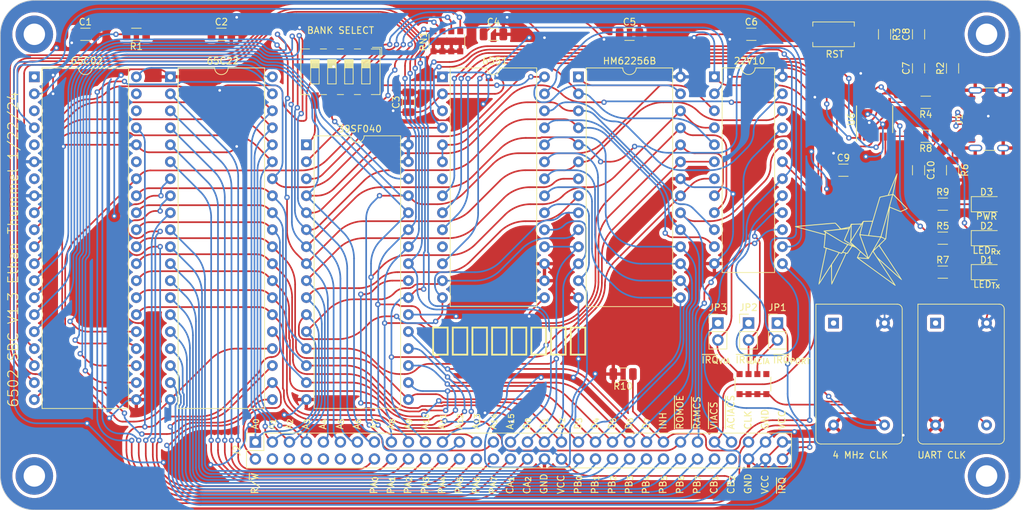
<source format=kicad_pcb>
(kicad_pcb (version 20221018) (generator pcbnew)
  (layers (0 "F.Cu" signal) (31 "B.Cu" signal) (34 "B.Paste" user) (35 "F.Paste" user) (36 "B.SilkS" user "B.Silkscreen") (37 "F.SilkS" user "F.Silkscreen") (38 "B.Mask" user) (39 "F.Mask" user) (44 "Edge.Cuts" user))
  (net 0 "")
  (net 1 "USBD-")
  (net 2 "GND")
  (net 3 "PUSBD+")
  (net 4 "VCC")
  (net 5 "Net-(D2-K)")
  (net 6 "Net-(D2-A)")
  (net 7 "Net-(D3-K)")
  (net 8 "Net-(D3-A)")
  (net 9 "~{IRQ}_{PORT}")
  (net 10 "CB_{2}")
  (net 11 "CB_{1}")
  (net 12 "PB_{7}")
  (net 13 "PB_{6}")
  (net 14 "PB_{5}")
  (net 15 "PB_{4}")
  (net 16 "PB_{3}")
  (net 17 "PB_{2}")
  (net 18 "PB_{1}")
  (net 19 "PB_{0}")
  (net 20 "CA_{2}")
  (net 21 "CA_{1}")
  (net 22 "PA_{7}")
  (net 23 "PA_{6}")
  (net 24 "PA_{5}")
  (net 25 "PA_{4}")
  (net 26 "PA_{3}")
  (net 27 "PA_{2}")
  (net 28 "PA_{1}")
  (net 29 "PA_{0}")
  (net 30 "A_{0}")
  (net 31 "A_{1}")
  (net 32 "A_{2}")
  (net 33 "A_{3}")
  (net 34 "A_{4}")
  (net 35 "A_{5}")
  (net 36 "A_{6}")
  (net 37 "A_{7}")
  (net 38 "A_{8}")
  (net 39 "A_{9}")
  (net 40 "A_{10}")
  (net 41 "A_{11}")
  (net 42 "A_{12}")
  (net 43 "A_{13}")
  (net 44 "A_{14}")
  (net 45 "A_{15}")
  (net 46 "D_{0}")
  (net 47 "D_{1}")
  (net 48 "D_{2}")
  (net 49 "D_{3}")
  (net 50 "D_{4}")
  (net 51 "D_{5}")
  (net 52 "D_{6}")
  (net 53 "D_{7}")
  (net 54 "INH")
  (net 55 "~{ROMOE}")
  (net 56 "~{RAMCS}")
  (net 57 "~{VIACS}")
  (net 58 "~{ACIACS}")
  (net 59 "CLK")
  (net 60 "Net-(J2-CC1)")
  (net 61 "PUSBD-")
  (net 62 "Net-(J2-SBU1)")
  (net 67 "~{IRQ}_{VIA}")
  (net 68 "Net-(JP1-B)")
  (net 69 "~{IRQ}_{ACIA}")
  (net 70 "Net-(JP2-B)")
  (net 71 "Net-(JP3-B)")
  (net 72 "BS_{0}")
  (net 73 "BS_{1}")
  (net 74 "BS_{2}")
  (net 75 "BS_{3}")
  (net 76 "USBD+")
  (net 77 "~{IRQ}_{CPU}")
  (net 78 "R{slash}~{W}")
  (net 79 "~{RST}")
  (net 80 "CLK_UART")
  (net 81 "~{RTS}")
  (net 82 "~{CTS}")
  (net 83 "TxD")
  (net 84 "RxD")
  (net 94 "Net-(D1-K)")
  (net 95 "Net-(U2-RDY)")
  (net 96 "Net-(U6-3V3OUT)")
  (footprint "Capacitor_SMD:C_1206_3216Metric" (layer "F.Cu") (at 157.48 45.72 -90)
    (fp_text reference "C10")
    (fp_text value "47 pF")
  )
  (footprint "Capacitor_SMD:C_1206_3216Metric" (layer "F.Cu") (at 53.34 25.4)
    (fp_text reference "C2")
    (fp_text value "100 nF")
  )
  (footprint "Package_DIP:DIP-24_W10.16mm" (layer "F.Cu") (at 126.98 31.745)
    (fp_text reference "U5" hide)
    (fp_text value "ATF22V10B-15GM/883" hide)
  )
  (footprint "Capacitor_SMD:C_1206_3216Metric" (layer "F.Cu") (at 33.02 25.4)
    (fp_text reference "C1")
    (fp_text value "100 nF")
  )
  (footprint "Package_DIP:DIP-40_W15.24mm" (layer "F.Cu") (at 25.395 31.755)
    (fp_text reference "U1" hide)
    (fp_text value "W65C02SxP" hide)
  )
  (footprint "Connector_PinSocket_2.54mm:PinSocket_2x32_P2.54mm_Vertical" (layer "F.Cu") (at 58.42 86.36 90)
    (fp_text reference "J2")
    (fp_text value "Conn_02x32_Odd_Even" hide)
  )
  (footprint "Resistor_SMD:R_1206_3216Metric" (layer "F.Cu") (at 161.0975 50.8)
    (fp_text reference "R9")
    (fp_text value "1000")
  )
  (footprint "MountingHole:MountingHole_3.2mm_M3_DIN965_Pad" (layer "F.Cu") (at 167.64 25.4)
    (fp_text reference "REF**" hide)
    (fp_text value "MountingHole_3.2mm_M3_DIN965_Pad" hide)
  )
  (footprint "Resistor_SMD:R_Array_Convex_4x1206" (layer "F.Cu") (at 87.02 26.44 90)
    (fp_text reference "RN1")
    (fp_text value "R_Pack04" hide)
  )
  (footprint "Package_DIP:DIP-28_W15.24mm" (layer "F.Cu") (at 86.36 31.76)
    (fp_text reference "U3" hide)
    (fp_text value "W65C51NxP" hide)
  )
  (footprint "Resistor_SMD:R_1206_3216Metric" (layer "F.Cu") (at 158.5575 40.64 180)
    (fp_text reference "R8")
    (fp_text value "27")
  )
  (footprint "Connector_PinHeader_2.54mm:PinHeader_1x02_P2.54mm_Vertical" (layer "F.Cu") (at 132.08 68.575)
    (fp_text reference "JP2")
    (fp_text value "Jumper_2_Bridged" hide)
  )
  (footprint "Capacitor_SMD:C_1206_3216Metric" (layer "F.Cu") (at 157.48 30.48 90)
    (fp_text reference "C7")
    (fp_text value "47 pF")
  )
  (footprint "Oscillator:Oscillator_DIP-14" (layer "F.Cu") (at 160.02 68.58 -90)
    (fp_text reference "X2" hide)
    (fp_text value "ACO-1.8432MHz-A" hide)
  )
  (footprint "Connector_PinHeader_2.54mm:PinHeader_1x02_P2.54mm_Vertical" (layer "F.Cu") (at 127.508 68.58)
    (fp_text reference "JP3")
    (fp_text value "Jumper_2_Bridged" hide)
  )
  (footprint "MountingHole:MountingHole_3.2mm_M3_DIN965_Pad" (layer "F.Cu") (at 25.4 25.4)
    (fp_text reference "REF**" hide)
    (fp_text value "MountingHole_3.2mm_M3_DIN965_Pad" hide)
  )
  (footprint "Oscillator:Oscillator_DIP-14" (layer "F.Cu") (at 144.78 68.58 -90)
    (fp_text reference "X1" hide)
    (fp_text value "ACO-1MHz-A" hide)
  )
  (footprint "MountingHole:MountingHole_3.2mm_M3_DIN965_Pad" (layer "F.Cu") (at 167.64 91.44)
    (fp_text reference "REF**" hide)
    (fp_text value "MountingHole_3.2mm_M3_DIN965_Pad" hide)
  )
  (footprint "LED_SMD:LED_1206_3216Metric" (layer "F.Cu") (at 167.64 50.8)
    (fp_text reference "D3")
    (fp_text value "PWR")
  )
  (footprint "Resistor_SMD:R_1206_3216Metric" (layer "F.Cu") (at 161.0975 55.88)
    (fp_text reference "R5")
    (fp_text value "270")
  )
  (footprint "Capacitor_SMD:C_1206_3216Metric" (layer "F.Cu") (at 146.255 45.72)
    (fp_text reference "C9")
    (fp_text value "10 nF")
  )
  (footprint "LED_SMD:LED_1206_3216Metric" (layer "F.Cu") (at 167.64 60.96)
    (fp_text reference "D1")
    (fp_text value "LED_{Tx}")
  )
  (footprint "Button_Switch_SMD:SW_SPST_EVQPE1" (layer "F.Cu") (at 144.78 25.4)
    (fp_text reference "SW2" hide)
    (fp_text value "SW_Push" hide)
  )
  (footprint "Connector_PinHeader_2.54mm:PinHeader_1x02_P2.54mm_Vertical" (layer "F.Cu") (at 136.398 68.58)
    (fp_text reference "JP1")
    (fp_text value "Jumper_2_Bridged" hide)
  )
  (footprint "Package_DIP:DIP-28_W15.24mm" (layer "F.Cu") (at 106.675 31.76)
    (fp_text reference "U4" hide)
    (fp_text value "CY62256-70PC" hide)
  )
  (footprint "Connector_USB:USB_C_Receptacle_GCT_USB4105-xx-A_16P_TopMnt_Horizontal" (layer "F.Cu") (at 169.047846 38.083591 90)
    (fp_text reference "J1")
    (fp_text value "USB_C_Receptacle_USB2.0_16P" hide)
  )
  (footprint "Package_DIP:DIP-40_W15.24mm" (layer "F.Cu") (at 45.715 31.755)
    (fp_text reference "U2" hide)
    (fp_text value "W65C22SxP" hide)
  )
  (footprint "LED_SMD:LED_1206_3216Metric" (layer "F.Cu") (at 167.64 55.88)
    (fp_text reference "D2")
    (fp_text value "LED_{Rx}")
  )
  (footprint "Capacitor_SMD:C_1206_3216Metric" (layer "F.Cu") (at 132.498432 25.4)
    (fp_text reference "C6")
    (fp_text value "100 nF")
  )
  (footprint "Resistor_SMD:R_Array_Convex_4x1206" (layer "F.Cu") (at 132.74 77.7 90)
    (fp_text reference "RN2" hide)
    (fp_text value "1000")
  )
  (footprint "Capacitor_SMD:C_1206_3216Metric" (layer "F.Cu") (at 93.98 25.4)
    (fp_text reference "C4")
    (fp_text value "100 nF")
  )
  (footprint "Package_SO:SSOP-16_3.9x4.9mm_P0.635mm" (layer "F.Cu") (at 150.9375 38.1 90)
    (fp_text reference "U6")
    (fp_text value "FT230XS")
  )
  (footprint "MountingHole:MountingHole_3.2mm_M3_DIN965_Pad" (layer "F.Cu") (at 25.4 91.44)
    (fp_text reference "REF**" hide)
    (fp_text value "MountingHole_3.2mm_M3_DIN965_Pad" hide)
  )
  (footprint "delorean:unicorn" (layer "F.Cu") (at 147.828 55.118)
    (fp_text reference "G***" hide)
    (fp_text value "LOGO" hide)
  )
  (footprint "Resistor_SMD:R_1206_3216Metric" (layer "F.Cu") (at 113.3455 76.2 180)
    (fp_text reference "R10")
    (fp_text value "1000")
  )
  (footprint "Package_DIP:DIP-32_W15.24mm" (layer "F.Cu") (at 66.035 41.91)
    (fp_text reference "U7" hide)
    (fp_text value "SST39SF040" hide)
  )
  (footprint "Resistor_SMD:R_1206_3216Metric" (layer "F.Cu") (at 158.5575 35.56 180)
    (fp_text reference "R4")
    (fp_text value "27")
  )
  (footprint "Capacitor_SMD:C_1206_3216Metric" (layer "F.Cu") (at 157.48 25.4 90)
    (fp_text reference "C8")
    (fp_text value "10 uF")
  )
  (footprint "Resistor_SMD:R_1206_3216Metric" (layer "F.Cu") (at 152.4 25.4 -90)
    (fp_text reference "R3")
    (fp_text value "1000")
  )
  (footprint "Resistor_SMD:R_1206_3216Metric" (layer "F.Cu") (at 161.0975 60.96)
    (fp_text reference "R7")
    (fp_text value "270")
  )
  (footprint "Resistor_SMD:R_1206_3216Metric" (layer "F.Cu") (at 162.56 30.490488 90)
    (fp_text reference "R2")
    (fp_text value "5100")
  )
  (footprint "Capacitor_SMD:C_1206_3216Metric" (layer "F.Cu") (at 114.3 25.4)
    (fp_text reference "C5")
    (fp_text value "100 nF")
  )
  (footprint "Resistor_SMD:R_1206_3216Metric" (layer "F.Cu") (at 162.56 45.72 -90)
    (fp_text reference "R6")
    (fp_text value "5100")
  )
  (footprint "Button_Switch_SMD:SW_DIP_SPSTx04_Slide_6.7x11.72mm_W8.61mm_P2.54mm_LowProfile" (layer "F.Cu") (at 71.12 31.001 -90)
    (fp_text reference "SW1" hide)
    (fp_text value "SW_DIP_x04" hide)
  )
  (footprint "Resistor_SMD:R_1206_3216Metric" (layer "F.Cu") (at 40.64 25.4 180)
    (fp_text reference "R1")
    (fp_text value "1000")
  )
  (footprint "Capacitor_SMD:C_1206_3216Metric" (layer "F.Cu") (at 81.28 35.56 90)
    (fp_text reference "C3")
    (fp_text value "100 nF")
  )
  (gr_arc (start 20.32 25.4) (mid 21.807898 21.807898) (end 25.4 20.32) (stroke (width 0.1)) (layer "Edge.Cuts"))
  (gr_arc (start 172.72 91.44) (mid 171.232102 95.032102) (end 167.64 96.52) (stroke (width 0.1)) (layer "Edge.Cuts"))
  (gr_arc (start 167.64 20.32) (mid 171.232102 21.807898) (end 172.72 25.4) (stroke (width 0.1)) (layer "Edge.Cuts"))
  (gr_line (start 20.32 25.4) (end 20.32 91.44) (stroke (width 0.1)) (layer "Edge.Cuts"))
  (gr_line (start 25.4 20.32) (end 167.64 20.32) (stroke (width 0.1)) (layer "Edge.Cuts"))
  (gr_arc (start 25.4 96.52) (mid 21.807898 95.032102) (end 20.32 91.44) (stroke (width 0.1)) (layer "Edge.Cuts"))
  (gr_line (start 167.64 96.52) (end 25.4 96.52) (stroke (width 0.1)) (layer "Edge.Cuts"))
  (gr_line (start 172.72 91.44) (end 172.72 25.4) (stroke (width 0.1)) (layer "Edge.Cuts"))
  (gr_text "4 MHz CLK" (at 144.526 88.9) (layer "F.SilkS") (effects (font (size 1 1)) (justify left bottom)))
  (gr_text "A_{4}" (at 69.088 84.582 90) (layer "F.SilkS") (effects (font (size 1 1)) (justify left bottom)))
  (gr_text "D_{5}" (at 112.268 84.582 90) (layer "F.SilkS") (effects (font (size 1 1)) (justify left bottom)))
  (gr_text "UART CLK" (at 157.226 88.9) (layer "F.SilkS") (effects (font (size 1 1)) (justify left bottom)))
  (gr_text "A_{13}" (at 91.948 84.582 90) (layer "F.SilkS") (effects (font (size 1 1)) (justify left bottom)))
  (gr_text "D_{1}" (at 102.108 84.582 90) (layer "F.SilkS") (effects (font (size 1 1)) (justify left bottom)))
  (gr_text "PB_{7}" (at 124.968 94.234 90) (layer "F.SilkS") (effects (font (size 1 1)) (justify left bottom)))
  (gr_text "39SF040" (at 70.612 40.132) (layer "F.SilkS") (effects (font (size 1 1)) (justify left bottom)))
  (gr_text "INH" (at 119.888 84.582 90) (layer "F.SilkS") (effects (font (size 1 1)) (justify left bottom)))
  (gr_text "GND" (at 135.128 84.582 90) (layer "F.SilkS") (effects (font (size 1 1)) (justify left bottom)))
  (gr_text "PA_{6}" (at 91.948 94.234 90) (layer "F.SilkS") (effects (font (size 1 1)) (justify left bottom)))
  (gr_text "D_{0}" (at 99.568 84.582 90) (layer "F.SilkS") (effects (font (size 1 1)) (justify left bottom)))
  (gr_text "VCC" (at 104.648 94.234 90) (layer "F.SilkS") (effects (font (size 1 1)) (justify left bottom)))
  (gr_text "65C22" (at 51.054 29.972) (layer "F.SilkS") (effects (font (size 1 1)) (justify left bottom)))
  (gr_text "A_{6}" (at 74.168 84.582 90) (layer "F.SilkS") (effects (font (size 1 1)) (justify left bottom)))
  (gr_text "PA_{4}" (at 86.868 94.234 90) (layer "F.SilkS") (effects (font (size 1 1)) (justify left bottom)))
  (gr_text "PA_{5}" (at 89.408 94.234 90) (layer "F.SilkS") (effects (font (size 1 1)) (justify left bottom)))
  (gr_text "A_{0}" (at 58.928 84.582 90) (layer "F.SilkS") (effects (font (size 1 1)) (justify left bottom)))
  (gr_text "PB_{6}" (at 122.428 94.234 90) (layer "F.SilkS") (effects (font (size 1 1)) (justify left bottom)))
  (gr_text "A_{5}" (at 71.628 84.582 90) (layer "F.SilkS") (effects (font (size 1 1)) (justify left bottom)))
  (gr_text "A_{1}" (at 61.468 84.582 90) (layer "F.SilkS") (effects (font (size 1 1)) (justify left bottom)))
  (gr_text "CA_{1}" (at 97.028 94.234 90) (layer "F.SilkS") (effects (font (size 1 1)) (justify left bottom)))
  (gr_text "PB_{0}" (at 107.188 94.234 90) (layer "F.SilkS") (effects (font (size 1 1)) (justify left bottom)))
  (gr_text "HM62256B" (at 110.236 29.972) (layer "F.SilkS") (effects (font (size 1 1)) (justify left bottom)))
  (gr_text "PA_{0}" (at 76.708 94.234 90) (layer "F.SilkS") (effects (font (size 1 1)) (justify left bottom)))
  (gr_text "PB_{5}" (at 119.888 94.234 90) (layer "F.SilkS") (effects (font (size 1 1)) (justify left bottom)))
  (gr_text "PB_{1}" (at 109.728 94.234 90) (layer "F.SilkS") (effects (font (size 1 1)) (justify left bottom)))
  (gr_text "~{IRQ}_{ACIA}" (at 130.048 74.676) (layer "F.SilkS") (effects (font (size 1 1)) (justify left bottom)))
  (gr_text "CB_{2}" (at 130.048 94.234 90) (layer "F.SilkS") (effects (font (size 1 1)) (justify left bottom)))
  (gr_text "A_{14}" (at 94.488 84.582 90) (layer "F.SilkS") (effects (font (size 1 1)) (justify left bottom)))
  (gr_text "~{IRQ}_{VIA}" (at 124.968 74.676) (layer "F.SilkS") (effects (font (size 1 1)) (justify left bottom)))
  (gr_text "BANK SELECT" (at 66.04 25.4) (layer "F.SilkS") (effects (font (size 1 1)) (justify left bottom)))
  (gr_text "コンピューター！" (at 84.582 73.152) (layer "F.SilkS") (effects (font (size 3.5 3.5)) (justify left bottom)))
  (gr_text "A_{12}" (at 89.408 84.582 90) (layer "F.SilkS") (effects (font (size 1 1)) (justify left bottom)))
  (gr_text "A_{3}" (at 66.548 84.582 90) (layer "F.SilkS") (effects (font (size 1 1)) (justify left bottom)))
  (gr_text "~{RAMCS}" (at 124.968 84.582 90) (layer "F.SilkS") (effects (font (size 1 1)) (justify left bottom)))
  (gr_text "PA_{7}" (at 94.488 94.234 90) (layer "F.SilkS") (effects (font (size 1 1)) (justify left bottom)))
  (gr_text "D_{6}" (at 114.808 84.582 90) (layer "F.SilkS") (effects (font (size 1 1)) (justify left bottom)))
  (gr_text "GND" (at 102.108 94.234 90) (layer "F.SilkS") (effects (font (size 1 1)) (justify left bottom)))
  (gr_text "VCC" (at 135.128 94.234 90) (layer "F.SilkS") (effects (font (size 1 1)) (justify left bottom)))
  (gr_text "A_{9}" (at 81.788 84.582 90) (layer "F.SilkS") (effects (font (size 1 1)) (justify left bottom)))
  (gr_text "A_{10}" (at 84.328 84.582 90) (layer "F.SilkS") (effects (font (size 1 1)) (justify left bottom)))
  (gr_text "PB_{3}" (at 114.808 94.234 90) (layer "F.SilkS") (effects (font (size 1 1)) (justify left bottom)))
  (gr_text "~{IRQ}_{PORT}" (at 135.636 74.676) (layer "F.SilkS") (effects (font (size 1 1)) (justify left bottom)))
  (gr_text "PA_{1}" (at 79.248 94.234 90) (layer "F.SilkS") (effects (font (size 1 1)) (justify left bottom)))
  (gr_text "D_{7}" (at 117.348 84.582 90) (layer "F.SilkS") (effects (font (size 1 1)) (justify left bottom)))
  (gr_text "A_{15}" (at 97.028 84.582 90) (layer "F.SilkS") (effects (font (size 1 1)) (justify left bottom)))
  (gr_text "PA_{2}" (at 81.788 94.234 90) (layer "F.SilkS") (effects (font (size 1 1)) (justify left bottom)))
  (gr_text "~{ACIACS}" (at 130.048 84.582 90) (layer "F.SilkS") (effects (font (size 1 1)) (justify left bottom)))
  (gr_text "65C02\n" (at 30.734 29.972) (layer "F.SilkS") (effects (font (size 1 1)) (justify left bottom)))
  (gr_text "CLK" (at 132.588 84.582 90) (layer "F.SilkS") (effects (font (size 1 1)) (justify left bottom)))
  (gr_text "D_{2}" (at 104.648 84.582 90) (layer "F.SilkS") (effects (font (size 1 1)) (justify left bottom)))
  (gr_text "PA_{3}" (at 84.328 94.234 90) (layer "F.SilkS") (effects (font (size 1 1)) (justify left bottom)))
  (gr_text "R/~{W}" (at 58.928 94.234 90) (layer "F.SilkS") (effects (font (size 1 1)) (justify left bottom)))
  (gr_text "6502 SBC V1.3 Ethan Thummel 1/22/24" (at 23.114 81.28 90) (layer "F.SilkS") (effects (font (size 1.5 1.5)) (justify left bottom)))
  (gr_text "D_{3}" (at 107.188 84.582 90) (layer "F.SilkS") (effects (font (size 1 1)) (justify left bottom)))
  (gr_text "~{ROMOE}" (at 122.428 84.582 90) (layer "F.SilkS") (effects (font (size 1 1)) (justify left bottom)))
  (gr_text "6551" (at 92.202 29.972) (layer "F.SilkS") (effects (font (size 1 1)) (justify left bottom)))
  (gr_text "PB_{2}" (at 112.268 94.234 90) (layer "F.SilkS") (effects (font (size 1 1)) (justify left bottom)))
  (gr_text "CA_{2}" (at 99.568 94.234 90) (layer "F.SilkS") (effects (font (size 1 1)) (justify left bottom)))
  (gr_text "A_{8}" (at 79.248 84.582 90) (layer "F.SilkS") (effects (font (size 1 1)) (justify left bottom)))
  (gr_text "GND" (at 132.588 94.234 90) (layer "F.SilkS") (effects (font (size 1 1)) (justify left bottom)))
  (gr_text "CB_{1}" (at 127.508 94.234 90) (layer "F.SilkS") (effects (font (size 1 1)) (justify left bottom)))
  (gr_text "A_{11}" (at 86.868 84.582 90) (layer "F.SilkS") (effects (font (size 1 1)) (justify left bottom)))
  (gr_text "PB_{4}" (at 117.348 94.234 90) (layer "F.SilkS") (effects (font (size 1 1)) (justify left bottom)))
  (gr_text "~{IRQ}" (at 137.668 94.234 90) (layer "F.SilkS") (effects (font (size 1 1)) (justify left bottom)))
  (gr_text "D_{4}" (at 109.728 84.582 90) (layer "F.SilkS") (effects (font (size 1 1)) (justify left bottom)))
  (gr_text "A_{2}" (at 64.008 84.582 90) (layer "F.SilkS") (effects (font (size 1 1)) (justify left bottom)))
  (gr_text "VCC" (at 137.668 84.582 90) (layer "F.SilkS") (effects (font (size 1 1)) (justify left bottom)))
  (gr_text "22V10" (at 129.794 29.972) (layer "F.SilkS") (effects (font (size 1 1)) (justify left bottom)))
  (gr_text "~{VIACS}" (at 127.508 84.582 90) (layer "F.SilkS") (effects (font (size 1 1)) (justify left bottom)))
  (gr_text "RST" (at 143.51 28.956) (layer "F.SilkS") (effects (font (size 1 1)) (justify left bottom)))
  (gr_text "A_{7}" (at 76.708 84.582 90) (layer "F.SilkS") (effects (font (size 1 1)) (justify left bottom)))
  (segment (start 153.19 35.53) (end 153.16 35.5) (width 0.2) (layer "F.Cu") (net 1))
  (segment (start 153.262426 35.56) (end 157.095 35.56) (width 0.2) (layer "F.Cu") (net 1))
  (arc (start 153.19 35.53) (mid 153.223229 35.552203) (end 153.262426 35.56) (width 0.2) (layer "F.Cu") (net 1))
  (segment (start 152.146 38.862) (end 151.589815 39.418184) (width 0.25) (layer "F.Cu") (net 2))
  (segment (start 129.781 49.276) (end 129.781 48.0125) (width 0.25) (layer "F.Cu") (net 2))
  (segment (start 78.0555 37.6695) (end 77.736117 37.350117) (width 0.25) (layer "F.Cu") (net 2))
  (segment (start 84.547 28.413) (end 85.02 27.94) (width 0.25) (layer "F.Cu") (net 2))
  (segment (start 38.354 31.496) (end 38.787 31.063) (width 0.25) (layer "F.Cu") (net 2))
  (segment (start 106.68 73.914) (end 108.836189 76.070189) (width 0.25) (layer "F.Cu") (net 2))
  (segment (start 137.575553 40.64) (end 137.541 40.64) (width 0.25) (layer "F.Cu") (net 2))
  (segment (start 78.95371 34.847594) (end 77.736117 36.065187) (width 0.25) (layer "F.Cu") (net 2))
  (segment (start 51.533903 89.662) (end 45.124605 89.662) (width 0.25) (layer "F.Cu") (net 2))
  (segment (start 45.1525 31.1925) (end 45.715 31.755) (width 0.25) (layer "F.Cu") (net 2))
  (segment (start 140.335 41.783) (end 141.477992 42.925992) (width 0.25) (layer "F.Cu") (net 2))
  (segment (start 149.606 43.688) (end 149.606 43.766) (width 0.25) (layer "F.Cu") (net 2))
  (segment (start 98.446789 25.4) (end 95.455 25.4) (width 0.25) (layer "F.Cu") (net 2))
  (segment (start 88.392 67.564) (end 92.122207 63.833792) (width 0.25) (layer "F.Cu") (net 2))
  (segment (start 80.23733 34.085) (end 81.28 34.085) (width 0.25) (layer "F.Cu") (net 2))
  (segment (start 57.621 83.82) (end 58.383 83.058) (width 0.25) (layer "F.Cu") (net 2))
  (segment (start 149.881304 37.328997) (end 150.248477 36.961824) (width 0.25) (layer "F.Cu") (net 2))
  (segment (start 85.391886 31.76) (end 86.36 31.76) (width 0.25) (layer "F.Cu") (net 2))
  (segment (start 138.938 84.836) (end 143.045579 84.836) (width 0.25) (layer "F.Cu") (net 2))
  (segment (start 35.288184 83.566) (end 33.274 83.566) (width 0.25) (layer "F.Cu") (net 2))
  (segment (start 62.738 82.296) (end 60.22263 82.296) (width 0.25) (layer "F.Cu") (net 2))
  (segment (start 150.62 36.064889) (end 150.62 35.5) (width 0.25) (layer "F.Cu") (net 2))
  (segment (start 109.22 76.2) (end 111.883 76.2) (width 0.25) (layer "F.Cu") (net 2))
  (segment (start 84.074 30.442113) (end 84.074 29.554923) (width 0.25) (layer "F.Cu") (net 2))
  (segment (start 38.735 67.183) (end 39.583109 68.031109) (width 0.25) (layer "F.Cu") (net 2))
  (segment (start 41.345435 68.58) (end 40.908248 68.58) (width 0.25) (layer "F.Cu") (net 2))
  (segment (start 134.08585 90.075) (end 151.511036 90.075) (width 0.25) (layer "F.Cu") (net 2))
  (segment (start 41.3995 79.2505) (end 40.635 80.015) (width 0.25) (layer "F.Cu") (net 2))
  (segment (start 91.2355 37.0345) (end 92.456 35.814) (width 0.25) (layer "F.Cu") (net 2))
  (segment (start 95.969963 62.24) (end 101.6 62.24) (width 0.25) (layer "F.Cu") (net 2))
  (segment (start 79.331999 34.459999) (end 78.960289 34.83171) (width 0.25) (layer "F.Cu") (net 2))
  (segment (start 105.918 76.708) (end 101.092 76.708) (width 0.25) (layer "F.Cu") (net 2))
  (segment (start 151.255 40.2265) (end 151.255 40.7) (width 0.25) (layer "F.Cu") (net 2))
  (segment (start 144.272 84.328) (end 144.78 83.82) (width 0.25) (layer "F.Cu") (net 2))
  (segment (start 44.691 89.408) (end 44.818 89.535) (width 0.25) (layer "F.Cu") (net 2))
  (segment (start 37.338 63.810343) (end 37.338 52.578) (width 0.25) (layer "F.Cu") (net 2))
  (segment (start 42.164 69.398564) (end 42.164 77.404833) (width 0.25) (layer "F.Cu") (net 2))
  (segment (start 132.6675 89.4875) (end 132.08 88.9) (width 0.25) (layer "F.Cu") (net 2))
  (segment (start 149.864653 37.333347) (end 149.870804 37.333347) (width 0.25) (layer "F.Cu") (net 2))
  (segment (start 149.550845 43.899154) (end 147.73 45.72) (width 0.25) (layer "F.Cu") (net 2))
  (segment (start 51.711794 89.766206) (end 51.659691 89.714103) (width 0.25) (layer "F.Cu") (net 2))
  (segment (start 88.288952 38.255) (end 79.469022 38.255) (width 0.25) (layer "F.Cu") (net 2))
  (segment (start 106.673232 64.773232) (end 101.6 59.7) (width 0.25) (layer "F.Cu") (net 2))
  (segment (start 109.179992 76.159992) (end 109.052992 76.159992) (width 0.25) (layer "F.Cu") (net 2))
  (segment (start 155.358792 88.481207) (end 160.02 83.82) (width 0.25) (layer "F.Cu") (net 2))
  (segment (start 43.794504 30.63) (end 39.832354 30.63) (width 0.25) (layer "F.Cu") (net 2))
  (segment (start 33.479 26.416) (end 34.495 25.4) (width 0.25) (layer "F.Cu") (net 2))
  (segment (start 99.06 25.654) (end 99.314 25.908) (width 0.25) (layer "F.Cu") (net 2))
  (segment (start 130.674429 45.85557) (end 134.722566 41.807433) (width 0.25) (layer "F.Cu") (net 2))
  (segment (start 145.350364 48.099635) (end 147.73 45.72) (width 0.25) (layer "F.Cu") (net 2))
  (segment (start 106.675 64.7775) (end 106.675 64.78) (width 0.25) (layer "F.Cu") (net 2))
  (segment (start 31.026159 27.432) (end 28.702 27.432) (width 0.25) (layer "F.Cu") (net 2))
  (segment (start 36.208 83.185) (end 36.589 82.804) (width 0.25) (layer "F.Cu") (net 2))
  (segment (start 109.179992 76.159992) (end 109.22 76.2) (width 0.25) (layer "F.Cu") (net 2))
  (segment (start 143.764 48.514) (end 144.35 48.514) (width 0.25) (layer "F.Cu") (net 2))
  (via (at 101.092 76.708) (size 0.8) (drill 0.4) (layers "F.Cu" "B.Cu") (net 2))
  (via (at 33.274 83.566) (size 0.8) (drill 0.4) (layers "F.Cu" "B.Cu") (net 2))
  (via (at 57.621 83.82) (size 0.8) (drill 0.4) (layers "F.Cu" "B.Cu") (net 2))
  (via (at 38.354 31.496) (size 0.8) (drill 0.4) (layers "F.Cu" "B.Cu") (net 2))
  (via (at 138.938 84.836) (size 0.8) (drill 0.4) (layers "F.Cu" "B.Cu") (net 2))
  (via (at 36.589 82.804) (size 0.8) (drill 0.4) (layers "F.Cu" "B.Cu") (net 2))
  (via (at 149.606 43.688) (size 0.8) (drill 0.4) (layers "F.Cu" "B.Cu") (net 2))
  (via (at 88.392 67.564) (size 0.8) (drill 0.4) (layers "F.Cu" "B.Cu") (net 2))
  (via (at 44.691 89.408) (size 0.8) (drill 0.4) (layers "F.Cu" "B.Cu") (net 2))
  (via (at 105.918 76.708) (size 0.8) (drill 0.4) (layers "F.Cu" "B.Cu") (net 2))
  (via (at 28.702 27.432) (size 0.8) (drill 0.4) (layers "F.Cu" "B.Cu") (net 2))
  (via (at 109.179992 76.159992) (size 0.8) (drill 0.4) (layers "F.Cu" "B.Cu") (net 2))
  (via (at 99.314 25.908) (size 0.8) (drill 0.4) (layers "F.Cu" "B.Cu") (net 2))
  (via (at 143.764 48.514) (size 0.8) (drill 0.4) (layers "F.Cu" "B.Cu") (net 2))
  (via (at 37.338 52.578) (size 0.8) (drill 0.4) (layers "F.Cu" "B.Cu") (net 2))
  (via (at 51.711794 89.766206) (size 0.8) (drill 0.4) (layers "F.Cu" "B.Cu") (net 2))
  (via (at 62.738 82.296) (size 0.8) (drill 0.4) (layers "F.Cu" "B.Cu") (net 2))
  (via (at 92.456 35.814) (size 0.8) (drill 0.4) (layers "F.Cu" "B.Cu") (net 2))
  (via (at 152.146 38.862) (size 0.8) (drill 0.4) (layers "F.Cu" "B.Cu") (net 2))
  (via (at 106.68 73.914) (size 0.8) (drill 0.4) (layers "F.Cu" "B.Cu") (net 2))
  (via (at 93.218 31.75) (size 0.8) (drill 0.4) (layers "F.Cu" "B.Cu") (net 2))
  (via (at 149.864653 37.333347) (size 0.8) (drill 0.4) (layers "F.Cu" "B.Cu") (net 2))
  (via (at 141.47802 42.926) (size 0.8) (drill 0.4) (layers "F.Cu" "B.Cu") (net 2))
  (via (at 129.781 49.276) (size 0.8) (drill 0.4) (layers "F.Cu" "B.Cu") (net 2))
  (arc (start 151.589815 39.418184) (mid 151.342015 39.789042) (end 151.255 40.2265) (width 0.25) (layer "F.Cu") (net 2))
  (arc (start 155.358792 88.481207) (mid 153.593426 89.660786) (end 151.511036 90.075) (width 0.25) (layer "F.Cu") (net 2))
  (arc (start 42.164 77.404833) (mid 41.965312 78.4037) (end 41.3995 79.2505) (width 0.25) (layer "F.Cu") (net 2))
  (arc (start 145.350364 48.099635) (mid 144.891393 48.40631) (end 144.35 48.514) (width 0.25) (layer "F.Cu") (net 2))
  (arc (start 77.736117 36.065187) (mid 77.539161 36.359952) (end 77.47 36.707652) (width 0.25) (layer "F.Cu") (net 2))
  (arc (start 84.074 30.442113) (mid 84.174318 30.946446) (end 84.46 31.374) (width 0.25) (layer "F.Cu") (net 2))
  (arc (start 108.836189 76.070189) (mid 108.935659 76.136652) (end 109.052992 76.159992) (width 0.25) (layer "F.Cu") (net 2))
  (arc (start 132.6675 89.4875) (mid 133.318244 89.922313) (end 134.08585 90.075) (width 0.25) (layer "F.Cu") (net 2))
  (arc (start 36.208 83.185) (mid 35.785984 83.466981) (end 35.288184 83.566) (width 0.25) (layer "F.Cu") (net 2))
  (arc (start 41.924248 68.819752) (mid 41.658686 68.642309) (end 41.345435 68.58) (width 0.25) (layer "F.Cu") (net 2))
  (arc (start 95.969963 62.24) (mid 93.887572 62.654213) (end 92.122207 63.833792) (width 0.25) (layer "F.Cu") (net 2))
  (arc (start 33.479 26.416) (mid 32.353626 27.16795) (end 31.026159 27.432) (width 0.25) (layer "F.Cu") (net 2))
  (arc (start 140.335 41.783) (mid 139.068955 40.937056) (end 137.575553 40.64) (width 0.25) (layer "F.Cu") (net 2))
  (arc (start 150.62 36.064889) (mid 150.523444 36.550307) (end 150.248477 36.961824) (width 0.25) (layer "F.Cu") (net 2))
  (arc (start 80.23733 34.085) (mid 79.747368 34.182459) (end 79.331999 34.459999) (width 0.25) (layer "F.Cu") (net 2))
  (arc (start 141.477992 42.925992) (mid 141.478003 42.925997) (end 141.47802 42.926) (width 0.25) (layer "F.Cu") (net 2))
  (arc (start 99.06 25.654) (mid 98.778656 25.466012) (end 98.446789 25.4) (width 0.25) (layer "F.Cu") (net 2))
  (arc (start 78.960289 34.83171) (mid 78.957854 34.835353) (end 78.957 34.839652) (width 0.25) (layer "F.Cu") (net 2))
  (arc (start 106.673232 64.773232) (mid 106.67454 64.77519) (end 106.675 64.7775) (width 0.25) (layer "F.Cu") (net 2))
  (arc (start 84.547 28.413) (mid 84.196928 28.936918) (end 84.074 29.554923) (width 0.25) (layer "F.Cu") (net 2))
  (arc (start 77.47 36.707652) (mid 77.539161 37.055351) (end 77.736117 37.350117) (width 0.25) (layer "F.Cu") (net 2))
  (arc (start 149.881304 37.328997) (mid 149.876486 37.332216) (end 149.870804 37.333347) (width 0.25) (layer "F.Cu") (net 2))
  (arc (start 130.674429 45.85557) (mid 130.013194 46.845178) (end 129.781 48.0125) (width 0.25) (layer "F.Cu") (net 2))
  (arc (start 45.1525 31.1925) (mid 44.529446 30.776188) (end 43.794504 30.63) (width 0.25) (layer "F.Cu") (net 2))
  (arc (start 60.22263 82.296) (mid 59.227029 82.494037) (end 58.383 83.058) (width 0.25) (layer "F.Cu") (net 2))
  (arc (start 137.541 40.64) (mid 136.015674 40.943405) (end 134.722566 41.807433) (width 0.25) (layer "F.Cu") (net 2))
  (arc (start 37.338 63.810343) (mid 37.701068 65.635611) (end 38.735 67.183) (width 0.25) (layer "F.Cu") (net 2))
  (arc (start 91.2355 37.0345) (mid 89.883612 37.937802) (end 88.288952 38.255) (width 0.25) (layer "F.Cu") (net 2))
  (arc (start 44.818 89.535) (mid 44.958671 89.628993) (end 45.124605 89.662) (width 0.25) (layer "F.Cu") (net 2))
  (arc (start 78.0555 37.6695) (mid 78.704029 38.102833) (end 79.469022 38.255) (width 0.25) (layer "F.Cu") (net 2))
  (arc (start 51.659691 89.714103) (mid 51.601979 89.675541) (end 51.533903 89.662) (width 0.25) (layer "F.Cu") (net 2))
  (arc (start 149.606 43.766) (mid 149.591665 43.838062) (end 149.550845 43.899154) (width 0.25) (layer "F.Cu") (net 2))
  (arc (start 78.957 34.839652) (mid 78.956144 34.84395) (end 78.95371 34.847594) (width 0.25) (layer "F.Cu") (net 2))
  (arc (start 41.924248 68.819752) (mid 42.10169 69.085313) (end 42.164 69.398564) (width 0.25) (layer "F.Cu") (net 2))
  (arc (start 39.583109 68.031109) (mid 40.191088 68.437347) (end 40.908248 68.58) (width 0.25) (layer "F.Cu") (net 2))
  (arc (start 39.832354 30.63) (mid 39.266612 30.742533) (end 38.787 31.063) (width 0.25) (layer "F.Cu") (net 2))
  (arc (start 84.46 31.374) (mid 84.887553 31.659681) (end 85.391886 31.76) (width 0.25) (layer "F.Cu") (net 2))
  (arc (start 144.272 84.328) (mid 143.709313 84.703975) (end 143.045579 84.836) (width 0.25) (layer "F.Cu") (net 2))
  (segment (start 107.487235 78.312367) (end 109.017491 76.782112) (width 0.25) (layer "B.Cu") (net 2))
  (segment (start 62.738 82.296) (end 63.2435 82.296) (width 0.25) (layer "B.Cu") (net 2))
  (segment (start 105.918 76.708) (end 106.2965 76.3295) (width 0.25) (layer "B.Cu") (net 2))
  (segment (start 149.606 43.688) (end 150.845184 43.688) (width 0.25) (layer "B.Cu") (net 2))
  (segment (start 100.838 76.708) (end 101.092 76.708) (width 0.25) (layer "B.Cu") (net 2))
  (segment (start 38.354 31.496) (end 37.846 32.004) (width 0.25) (layer "B.Cu") (net 2))
  (segment (start 138.938 84.836) (end 137.22163 84.836) (width 0.25) (layer "B.Cu") (net 2))
  (segment (start 25.134146 29.522) (end 23.553803 29.522) (width 0.25) (layer "B.Cu") (net 2))
  (segment (start 22.352 30.723803) (end 22.352 80.097159) (width 0.25) (layer "B.Cu") (net 2))
  (segment (start 133.858 87.122) (end 132.08 88.9) (width 0.25) (layer "B.Cu") (net 2))
  (segment (start 88.392 67.564) (end 88.265 67.437) (width 0.25) (layer "B.Cu") (net 2))
  (segment (start 87.483276 31.102) (end 92.111794 31.102) (width 0.25) (layer "B.Cu") (net 2))
  (segment (start 99.431974 90.17) (end 93.893279 90.17) (width 0.25) (layer "B.Cu") (net 2))
  (segment (start 25.82084 83.566) (end 33.274 83.566) (width 0.25) (layer "B.Cu") (net 2))
  (segment (start 41.369963 89.408) (end 44.691 89.408) (width 0.25) (layer "B.Cu") (net 2))
  (segment (start 92.894 31.426) (end 93.218 31.75) (width 0.25) (layer "B.Cu") (net 2))
  (segment (start 149.864653 37.333347) (end 150.241 37.333347) (width 0.25) (layer "B.Cu") (net 2))
  (segment (start 104.542789 90.17) (end 103.768025 90.17) (width 0.25) (layer "B.Cu") (net 2))
  (segment (start 106.23 81.347604) (end 106.23 82.545776) (width 0.25) (layer "B.Cu") (net 2))
  (segment (start 92.456 35.814) (end 92.837 35.433) (width 0.25) (layer "B.Cu") (net 2))
  (segment (start 37.522207 87.814207) (end 33.274 83.566) (width 0.25) (layer "B.Cu") (net 2))
  (segment (start 98.970197 25.997802) (end 93.218 31.75) (width 0.25) (layer "B.Cu") (net 2))
  (segment (start 128.046579 48.26) (end 124.065954 48.26) (width 0.25) (layer "B.Cu") (net 2))
  (segment (start 57.2585 84.1825) (end 57.621 83.82) (width 0.25) (layer "B.Cu") (net 2))
  (segment (start 143.135382 46.107382) (end 142.016808 44.988808) (width 0.25) (layer "B.Cu") (net 2))
  (segment (start 109.179992 76.159992) (end 109.179992 76.389802) (width 0.25) (layer "B.Cu") (net 2))
  (segment (start 128.3805 58.2845) (end 126.98 59.685) (width 0.25) (layer "B.Cu") (net 2))
  (segment (start 86.689 31.431) (end 86.36 31.76) (width 0.25) (layer "B.Cu") (net 2))
  (segment (start 93.218 34.513184) (end 93.218 31.75) (width 0.25) (layer "B.Cu") (net 2))
  (segment (start 152.146 38.862) (end 150.883464 37.599464) (width 0.25) (layer "B.Cu") (net 2))
  (segment (start 129.781 54.903393) (end 129.781 49.276) (width 0.25) (layer "B.Cu") (net 2))
  (segment (start 141.478 43.68801) (end 141.478 42.926034) (width 0.25) (layer "B.Cu") (net 2))
  (segment (start 87.958394 67.31) (end 81.275 67.31) (width 0.25) (layer "B.Cu") (net 2))
  (segment (start 122.545 47.63) (end 121.915 47) (width 0.25) (layer "B.Cu") (net 2))
  (segment (start 37.338 33.23042) (end 37.338 52.578) (width 0.25) (layer "B.Cu") (net 2))
  (segment (start 94.303792 82.988207) (end 100.404394 76.887605) (width 0.25) (layer "B.Cu") (net 2))
  (segment (start 105.41 89.302789) (end 105.41 84.525431) (width 0.25) (layer "B.Cu") (net 2))
  (segment (start 135.382 85.598) (end 133.858 87.122) (width 0.25) (layer "B.Cu") (net 2))
  (segment (start 92.71 88.98672) (end 92.71 86.835963) (width 0.25) (layer "B.Cu") (net 2))
  (segment (start 141.47802 42.926) (end 141.47801 42.92601) (width 0.25) (layer "B.Cu") (net 2))
  (segment (start 27.657 28.477) (end 28.702 27.432) (width 0.25) (layer "B.Cu") (net 2))
  (segment (start 152.146 38.862) (end 152.146 42.387184) (width 0.25) (layer "B.Cu") (net 2))
  (segment (start 51.711794 89.766206) (end 52.727794 89.766206) (width 0.25) (layer "B.Cu") (net 2))
  (segment (start 143.764 47.625) (end 143.764 48.514) (width 0.25) (layer "B.Cu") (net 2))
  (segment (start 129.273 48.768) (end 129.781 49.276) (width 0.25) (layer "B.Cu") (net 2))
  (segment (start 106.675 75.41572) (end 106.675 64.78) (width 0.25) (layer "B.Cu") (net 2))
  (segment (start 56.164497 87.345501) (end 54.462214 89.047785) (width 0.25) (layer "B.Cu") (net 2))
  (segment (start 99.187 25.908) (end 99.314 25.908) (width 0.25) (layer "B.Cu") (net 2))
  (segment (start 40.0065 80.015) (end 40.635 80.015) (width 0.25) (layer "B.Cu") (net 2))
  (segment (start 64.106442 81.938557) (end 66.035 80.01) (width 0.25) (layer "B.Cu") (net 2))
  (segment (start 38.933583 80.459416) (end 36.589 82.804) (width 0.25) (layer "B.Cu") (net 2))
  (segment (start 56.896 85.057652) (end 56.896 85.5795) (width 0.25) (layer "B.Cu") (net 2))
  (arc (start 109.179992 76.389802) (mid 109.137759 76.602118) (end 109.017491 76.782112) (width 0.25) (layer "B.Cu") (net 2))
  (arc (start 106.23 82.545776) (mid 106.123444 83.081467) (end 105.82 83.535604) (width 0.25) (layer "B.Cu") (net 2))
  (arc (start 40.0065 80.015) (mid 39.425841 80.130499) (end 38.933583 80.459416) (width 0.25) (layer "B.Cu") (net 2))
  (arc (start 137.22163 84.836) (mid 136.226029 85.034037) (end 135.382 85.598) (width 0.25) (layer "B.Cu") (net 2))
  (arc (start 107.487235 78.312367) (mid 106.556744 79.704945) (end 106.23 81.347604) (width 0.25) (layer "B.Cu") (net 2))
  (arc (start 143.135382 46.107382) (mid 143.600627 46.803671) (end 143.764 47.625) (width 0.25) (layer "B.Cu") (net 2))
  (arc (start 37.522207 87.814207) (mid 39.287572 88.993786) (end 41.369963 89.408) (width 0.25) (layer "B.Cu") (net 2))
  (arc (start 105.82 83.535604) (mid 105.516555 83.98974) (end 105.41 84.525431) (width 0.25) (layer "B.Cu") (net 2))
  (arc (start 93.056574 89.823425) (mid 93.440457 90.079928) (end 93.893279 90.17) (width 0.25) (layer "B.Cu") (net 2))
  (arc (start 102.235 89.535) (mid 102.938357 90.004968) (end 103.768025 90.17) (width 0.25) (layer "B.Cu") (net 2))
  (arc (start 27.657 28.477) (mid 26.499504 29.250413) (end 25.134146 29.522) (width 0.25) (layer "B.Cu") (net 2))
  (arc (start 105.156 89.916) (mid 104.874656 90.103987) (end 104.542789 90.17) (width 0.25) (layer "B.Cu") (net 2))
  (arc (start 151.765 43.307) (mid 151.342984 43.588981) (end 150.845184 43.688) (width 0.25) (layer "B.Cu") (net 2))
  (arc (start 22.704 29.874) (mid 22.443481 30.263892) (end 22.352 30.723803) (width 0.25) (layer "B.Cu") (net 2))
  (arc (start 23.368 82.55) (mid 24.493372 83.30195) (end 25.82084 83.566) (width 0.25) (layer "B.Cu") (net 2))
  (arc (start 100.965 89.535) (mid 100.261641 90.004968) (end 99.431974 90.17) (width 0.25) (layer "B.Cu") (net 2))
  (arc (start 100.838 76.708) (mid 100.603334 76.754677) (end 100.404394 76.887605) (width 0.25) (layer "B.Cu") (net 2))
  (arc (start 141.47801 42.92601) (mid 141.478002 42.926021) (end 141.478 42.926034) (width 0.25) (layer "B.Cu") (net 2))
  (arc (start 106.675 75.41572) (mid 106.576631 75.910254) (end 106.2965 76.3295) (width 0.25) (layer "B.Cu") (net 2))
  (arc (start 122.545 47.63) (mid 123.242819 48.096268) (end 124.065954 48.26) (width 0.25) (layer "B.Cu") (net 2))
  (arc (start 56.896 85.5795) (mid 56.705888 86.535253) (end 56.164497 87.345501) (width 0.25) (layer "B.Cu") (net 2))
  (arc (start 88.265 67.437) (mid 88.124328 67.343006) (end 87.958394 67.31) (width 0.25) (layer "B.Cu") (net 2))
  (arc (start 129.273 48.768) (mid 128.710313 48.392024) (end 128.046579 48.26) (width 0.25) (layer "B.Cu") (net 2))
  (arc (start 94.303792 82.988207) (mid 93.124213 84.753572) (end 92.71 86.835963) (width 0.25) (layer "B.Cu") (net 2))
  (arc (start 102.235 89.535) (mid 101.6 89.271974) (end 100.965 89.535) (width 0.25) (layer "B.Cu") (net 2))
  (arc (start 152.146 42.387184) (mid 152.046981 42.884984) (end 151.765 43.307) (width 0.25) (layer "B.Cu") (net 2))
  (arc (start 64.106442 81.938557) (mid 63.71052 82.203103) (end 63.2435 82.296) (width 0.25) (layer "B.Cu") (net 2))
  (arc (start 92.894 31.426) (mid 92.53512 31.186204) (end 92.111794 31.102) (width 0.25) (layer "B.Cu") (net 2))
  (arc (start 150.883464 37.599464) (mid 150.588699 37.402508) (end 150.241 37.333347) (width 0.25) (layer "B.Cu") (net 2))
  (arc (start 23.553803 29.522) (mid 23.093892 29.613481) (end 22.704 29.874) (width 0.25) (layer "B.Cu") (net 2))
  (arc (start 105.41 89.302789) (mid 105.343987 89.634656) (end 105.156 89.916) (width 0.25) (layer "B.Cu") (net 2))
  (arc (start 93.218 34.513184) (mid 93.118981 35.010984) (end 92.837 35.433) (width 0.25) (layer "B.Cu") (net 2))
  (arc (start 92.71 88.98672) (mid 92.800071 89.439541) (end 93.056574 89.823425) (width 0.25) (layer "B.Cu") (net 2))
  (arc (start 22.352 80.097159) (mid 22.616049 81.424626) (end 23.368 82.55) (width 0.25) (layer "B.Cu") (net 2))
  (arc (start 129.781 54.903393) (mid 129.417021 56.733235) (end 128.3805 58.2845) (width 0.25) (layer "B.Cu") (net 2))
  (arc (start 141.478 43.68801) (mid 141.618031 44.391996) (end 142.016808 44.988808) (width 0.25) (layer "B.Cu") (net 2))
  (arc (start 37.846 32.004) (mid 37.470024 32.566686) (end 37.338 33.23042) (width 0.25) (layer "B.Cu") (net 2))
  (arc (start 57.2585 84.1825) (mid 56.99021 84.584023) (end 56.896 85.057652) (width 0.25) (layer "B.Cu") (net 2))
  (arc (start 87.483276 31.102) (mid 87.053416 31.187504) (end 86.689 31.431) (width 0.25) (layer "B.Cu") (net 2))
  (arc (start 99.187 25.908) (mid 99.069667 25.931338) (end 98.970197 25.997802) (width 0.25) (layer "B.Cu") (net 2))
  (arc (start 54.462214 89.047785) (mid 53.666455 89.579494) (end 52.727794 89.766206) (width 0.25) (layer "B.Cu") (net 2))
  (segment (start 159.643465 42.081534) (end 157.48 44.245) (width 0.2) (layer "F.Cu") (net 3))
  (segment (start 160.02 40.386) (end 160.02 40.894) (width 0.2) (layer "F.Cu") (net 3))
  (segment (start 160.02 40.894) (end 160.02 41.1725) (width 0.2) (layer "F.Cu") (net 3))
  (segment (start 166.37 37.835795) (end 166.37 37.341117) (width 0.2) (layer "F.Cu") (net 3))
  (segment (start 160.199605 39.952394) (end 160.919204 39.232795) (width 0.2) (layer "F.Cu") (net 3))
  (segment (start 166.362473 37.333591) (end 165.367846 37.333591) (width 0.2) (layer "F.Cu") (net 3))
  (segment (start 165.872204 38.333591) (end 165.367846 38.333591) (width 0.2) (layer "F.Cu") (net 3))
  (segment (start 165.367846 38.333591) (end 163.090076 38.333591) (width 0.2) (layer "F.Cu") (net 3))
  (arc (start 160.02 41.1725) (mid 159.922141 41.664465) (end 159.643465 42.081534) (width 0.2) (layer "F.Cu") (net 3))
  (arc (start 166.367795 37.335795) (mid 166.365353 37.334163) (end 166.362473 37.333591) (width 0.2) (layer "F.Cu") (net 3))
  (arc (start 166.37 37.835795) (mid 166.224198 38.187789) (end 165.872204 38.333591) (width 0.2) (layer "F.Cu") (net 3))
  (arc (start 163.090076 38.333591) (mid 161.915208 38.567286) (end 160.919204 39.232795) (width 0.2) (layer "F.Cu") (net 3))
  (arc (start 160.199605 39.952394) (mid 160.066677 40.151334) (end 160.02 40.386) (width 0.2) (layer "F.Cu") (net 3))
  (arc (start 166.367795 37.335795) (mid 166.369426 37.338237) (end 166.37 37.341117) (width 0.2) (layer "F.Cu") (net 3))
  (segment (start 29.6385 42.2435) (end 29.718 42.164) (width 0.25) (layer "F.Cu") (net 4))
  (segment (start 69.85 26.696) (end 72.39 26.696) (width 0.25) (layer "F.Cu") (net 4))
  (segment (start 130.648931 25.774499) (end 130.623895 25.799536) (width 0.25) (layer "F.Cu") (net 4))
  (segment (start 110.49 26.162) (end 108.781792 24.453792) (width 0.25) (layer "F.Cu") (net 4))
  (segment (start 67.323 26.696) (end 69.85 26.696) (width 0.25) (layer "F.Cu") (net 4))
  (segment (start 96.012 22.86) (end 97.282 22.86) (width 0.25) (layer "F.Cu") (net 4))
  (segment (start 150.114 38.608) (end 150.6845 38.0375) (width 0.25) (layer "F.Cu") (net 4))
  (segment (start 96.012 22.86) (end 104.934036 22.86) (width 0.25) (layer "F.Cu") (net 4))
  (segment (start 62.484 34.925) (end 62.484 34.320815) (width 0.25) (layer "F.Cu") (net 4))
  (segment (start 36.777815 81.994468) (end 31.152792 76.369445) (width 0.25) (layer "F.Cu") (net 4))
  (segment (start 30.143069 41.915) (end 39.839504 41.915) (width 0.25) (layer "F.Cu") (net 4))
  (segment (start 40.473066 22.86) (end 35.881051 22.86) (width 0.25) (layer "F.Cu") (net 4))
  (segment (start 123.952 25.908) (end 124.206 25.654) (width 0.25) (layer "F.Cu") (net 4))
  (segment (start 94.537676 82.001992) (end 92.71 82.001992) (width 0.25) (layer "F.Cu") (net 4))
  (segment (start 51.4595 25.4) (end 42.1025 25.4) (width 0.25) (layer "F.Cu") (net 4))
  (segment (start 94.186113 34.3) (end 86.36 34.3) (width 0.25) (layer "F.Cu") (net 4))
  (segment (start 148.844 30.83025) (end 148.844 31.242) (width 0.25) (layer "F.Cu") (net 4))
  (segment (start 66.04 34.995656) (end 66.04 37.920394) (width 0.25) (layer "F.Cu") (net 4))
  (segment (start 129.286 26.149) (end 129.780216 26.149) (width 0.25) (layer "F.Cu") (net 4))
  (segment (start 29.8425 42.0395) (end 29.718 42.164) (width 0.25) (layer "F.Cu") (net 4))
  (segment (start 99.314 67.564) (end 99.314 67.315) (width 0.25) (layer "F.Cu") (net 4))
  (segment (start 144.78 43.18) (end 144.78 45.72) (width 0.25) (layer "F.Cu") (net 4))
  (segment (start 137.763571 80.772) (end 151.291553 80.772) (width 0.25) (layer "F.Cu") (net 4))
  (segment (start 155.194 85.344) (end 155.194 84.201) (width 0.25) (layer "F.Cu") (net 4))
  (segment (start 53.086 33.782) (end 53.467 33.401) (width 0.25) (layer "F.Cu") (net 4))
  (segment (start 37.398531 82.615184) (end 37.729673 82.946326) (width 0.25) (layer "F.Cu") (net 4))
  (segment (start 134.91 79.2) (end 134.57 79.2) (width 0.25) (layer "F.Cu") (net 4))
  (segment (start 133.4 79.2) (end 134.57 79.2) (width 0.25) (layer "F.Cu") (net 4))
  (segment (start 55.188 42.602) (end 55.626 42.164) (width 0.25) (layer "F.Cu") (net 4))
  (segment (start 55.588963 72.395) (end 60.955 72.395) (width 0.25) (layer "F.Cu") (net 4))
  (segment (start 167.286513 39.977485) (end 167.442204 39.821795) (width 0.25) (layer "F.Cu") (net 4))
  (segment (start 28.194036 31.496) (end 28.194018 31.496018) (width 0.25) (layer "F.Cu") (net 4))
  (segment (start 151.255 35.5) (end 151.89 35.5) (width 0.25) (layer "F.Cu") (net 4))
  (segment (start 84.454082 36.205917) (end 86.36 34.3) (width 0.25) (layer "F.Cu") (net 4))
  (segment (start 51.741207 73.988792) (end 45.715 80.015) (width 0.25) (layer "F.Cu") (net 4))
  (segment (start 167.64 67.945) (end 167.64 68.58) (width 0.25) (layer "F.Cu") (net 4))
  (segment (start 135.866 79.986) (end 135.200208 79.320208) (width 0.25) (layer "F.Cu") (net 4))
  (segment (start 95.144789 33.88721) (end 95.118 33.914) (width 0.25) (layer "F.Cu") (net 4))
  (segment (start 28.194 34.29) (end 28.194 31.496061) (width 0.25) (layer "F.Cu") (net 4))
  (segment (start 63.292223 36.876223) (end 64.410789 37.994789) (width 0.25) (layer "F.Cu") (net 4))
  (segment (start 43.946288 81.783711) (end 45.715 80.015) (width 0.25) (layer "F.Cu") (net 4))
  (segment (start 95.144789 32.152789) (end 94.528008 31.536008) (width 0.25) (layer "F.Cu") (net 4))
  (segment (start 166.146137 35.886883) (end 167.894 37.634746) (width 0.25) (layer "F.Cu") (net 4))
  (segment (start 68.384987 30.675012) (end 67.437 31.623) (width 0.25) (layer "F.Cu") (net 4))
  (segment (start 165.655345 35.683591) (end 165.367846 35.683591) (width 0.25) (layer "F.Cu") (net 4))
  (segment (start 155.194 85.344) (end 154.686 85.852) (width 0.25) (layer "F.Cu") (net 4))
  (segment (start 105.407673 90.167673) (end 104.14 88.9) (width 0.25) (layer "F.Cu") (net 4))
  (segment (start 111.524184 26.162) (end 110.49 26.162) (width 0.25) (layer "F.Cu") (net 4))
  (segment (start 101.6 25.908) (end 99.450025 23.758025) (width 0.25) (layer "F.Cu") (net 4))
  (segment (start 138.0365 31.745) (end 137.14 31.745) (width 0.25) (layer "F.Cu") (net 4))
  (segment (start 72.39 27.318) (end 72.39 26.696) (width 0.25) (layer "F.Cu") (net 4))
  (segment (start 31.266499 25.678499) (end 31.240083 25.704916) (width 0.25) (layer "F.Cu") (net 4))
  (segment (start 167.894 37.634746) (end 167.894 38.731064) (width 0.25) (layer "F.Cu") (net 4))
  (segment (start 112.444 25.781) (end 112.825 25.4) (width 0.25) (layer "F.Cu") (net 4))
  (segment (start 81.28 37.035) (end 79.343956 37.035) (width 0.25) (layer "F.Cu") (net 4))
  (segment (start 132.08 79.2) (end 130.74 79.2) (width 0.25) (layer "F.Cu") (net 4))
  (segment (start 129.798652 92.206653) (end 129.412999 91.821) (width 0.25) (layer "F.Cu") (net 4))
  (segment (start 79.0965 36.9325) (end 78.994 36.83) (width 0.25) (layer "F.Cu") (net 4))
  (segment (start 69.469 30.226) (end 70.104 30.226) (width 0.25) (layer "F.Cu") (net 4))
  (segment (start 167.894 48.843655) (end 167.894 37.634746) (width 0.25) (layer "F.Cu") (net 4))
  (segment (start 96.118996 82.656996) (end 96.774 83.312) (width 0.25) (layer "F.Cu") (net 4))
  (segment (start 65.278 38.354) (end 65.606394 38.354) (width 0.25) (layer "F.Cu") (net 4))
  (segment (start 99.490069 66.88993) (end 101.6 64.78) (width 0.25) (layer "F.Cu") (net 4))
  (segment (start 129.291 31.745) (end 137.14 31.745) (width 0.25) (layer "F.Cu") (net 4))
  (segment (start 54.386815 33.02) (end 61.183184 33.02) (width 0.25) (layer "F.Cu") (net 4))
  (segment (start 96.012 22.86) (end 95.5285 22.86) (width 0.25) (layer "F.Cu") (net 4))
  (segment (start 31.8235 25.1215) (end 32.815 24.13) (width 0.25) (layer "F.Cu") (net 4))
  (segment (start 154.051 81.915) (end 154.385776 82.249776) (width 0.25) (layer "F.Cu") (net 4))
  (segment (start 40.256673 83.312) (end 38.612487 83.312) (width 0.25) (layer "F.Cu") (net 4))
  (segment (start 128.48195 91.435347) (end 108.468108 91.435347) (width 0.25) (layer "F.Cu") (net 4))
  (segment (start 139.566921 32.378921) (end 141.986 34.798) (width 0.25) (layer "F.Cu") (net 4))
  (segment (start 168.089012 66.860987) (end 169.348207 65.601792) (width 0.25) (layer "F.Cu") (net 4))
  (segment (start 36.944547 82.063531) (end 37.329468 82.448452) (width 0.25) (layer "F.Cu") (net 4))
  (segment (start 165.794404 40.483591) (end 165.367846 40.483591) (width 0.25) (layer "F.Cu") (net 4))
  (segment (start 52.151731 24.302268) (end 52.875579 23.57842) (width 0.25) (layer "F.Cu") (net 4))
  (segment (start 170.942 61.754036) (end 170.942 54.046917) (width 0.25) (layer "F.Cu") (net 4))
  (segment (start 30.988 26.67) (end 30.988 26.3135) (width 0.25) (layer "F.Cu") (net 4))
  (segment (start 70.104 30.226) (end 71.950179 28.37982) (width 0.25) (layer "F.Cu") (net 4))
  (segment (start 169.04 50.8) (end 169.991 51.751) (width 0.25) (layer "F.Cu") (net 4))
  (segment (start 94.703113 23.201886) (end 92.505 25.4) (width 0.25) (layer "F.Cu") (net 4))
  (segment (start 72.39 26.696) (end 74.93 26.696) (width 0.25) (layer "F.Cu") (net 4))
  (segment (start 133.4 79.2) (end 132.08 79.2) (width 0.25) (layer "F.Cu") (net 4))
  (segment (start 31.8235 25.1215) (end 31.266499 25.678499) (width 0.25) (layer "F.Cu") (net 4))
  (segment (start 168.467 50.227) (end 169.04 50.8) (width 0.25) (layer "F.Cu") (net 4))
  (segment (start 166.571653 40.273591) (end 166.301389 40.273591) (width 0.25) (layer "F.Cu") (net 4))
  (segment (start 42.1025 24.489433) (end 42.1025 25.4) (width 0.25) (layer "F.Cu") (net 4))
  (segment (start 81.28 37.035) (end 82.4525 37.035) (width 0.25) (layer "F.Cu") (net 4))
  (segment (start 130.493809 25.4) (end 124.81921 25.4) (width 0.25) (layer "F.Cu") (net 4))
  (segment (start 65.024 24.384) (end 67.300807 26.660807) (width 0.25) (layer "F.Cu") (net 4))
  (segment (start 151.255 36.660191) (end 151.255 35.5) (width 0.25) (layer "F.Cu") (net 4))
  (segment (start 137.16 86.36) (end 134.62 88.9) (width 0.25) (layer "F.Cu") (net 4))
  (segment (start 137.16 86.36) (end 153.459579 86.36) (width 0.25) (layer "F.Cu") (net 4))
  (segment (start 42.555495 43.04) (end 54.130574 43.04) (width 0.25) (layer "F.Cu") (net 4))
  (segment (start 149.135151 30.127348) (end 152.4 26.8625) (width 0.25) (layer "F.Cu") (net 4))
  (segment (start 55.626 22.86) (end 54.61 22.86) (width 0.25) (layer "F.Cu") (net 4))
  (segment (start 29.559 42.435429) (end 29.559 72.521689) (width 0.25) (layer "F.Cu") (net 4))
  (via (at 55.626 42.164) (size 0.8) (drill 0.4) (layers "F.Cu" "B.Cu") (net 4))
  (via (at 167.894 37.634746) (size 0.8) (drill 0.4) (layers "F.Cu" "B.Cu") (net 4))
  (via (at 78.994 36.83) (size 0.8) (drill 0.4) (layers "F.Cu" "B.Cu") (net 4))
  (via (at 28.194 34.29) (size 0.8) (drill 0.4) (layers "F.Cu" "B.Cu") (net 4))
  (via (at 53.086 33.782) (size 0.8) (drill 0.4) (layers "F.Cu" "B.Cu") (net 4))
  (via (at 150.114 38.608) (size 0.8) (drill 0.4) (layers "F.Cu" "B.Cu") (net 4))
  (via (at 92.71 82.001992) (size 0.8) (drill 0.4) (layers "F.Cu" "B.Cu") (net 4))
  (via (at 123.952 25.908) (size 0.8) (drill 0.4) (layers "F.Cu" "B.Cu") (net 4))
  (via (at 129.798652 92.206653) (size 0.8) (drill 0.4) (layers "F.Cu" "B.Cu") (net 4))
  (via (at 65.024 24.384) (size 0.8) (drill 0.4) (layers "F.Cu" "B.Cu") (net 4))
  (via (at 155.194 85.344) (size 0.8) (drill 0.4) (layers "F.Cu" "B.Cu") (net 4))
  (via (at 70.104 30.226) (size 0.8) (drill 0.4) (layers "F.Cu" "B.Cu") (net 4))
  (via (at 28.194036 31.496) (size 0.8) (drill 0.4) (layers "F.Cu" "B.Cu") (net 4))
  (via (at 30.988 26.67) (size 0.8) (drill 0.4) (layers "F.Cu" "B.Cu") (net 4))
  (via (at 129.291 31.745) (size 0.8) (drill 0.4) (layers "F.Cu" "B.Cu") (net 4))
  (via (at 94.528008 31.536008) (size 0.8) (drill 0.4) (layers "F.Cu" "B.Cu") (net 4))
  (via (at 129.286 26.149) (size 0.8) (drill 0.4) (layers "F.Cu" "B.Cu") (net 4))
  (via (at 99.314 67.564) (size 0.8) (drill 0.4) (layers "F.Cu" "B.Cu") (net 4))
  (via (at 110.49 26.162) (size 0.8) (drill 0.4) (layers "F.Cu" "B.Cu") (net 4))
  (via (at 144.78 43.18) (size 0.8) (drill 0.4) (layers "F.Cu" "B.Cu") (net 4))
  (via (at 29.718 42.164) (size 0.8) (drill 0.4) (layers "F.Cu" "B.Cu") (net 4))
  (via (at 148.844 31.242) (size 0.8) (drill 0.4) (layers "F.Cu" "B.Cu") (net 4))
  (via (at 96.012 22.86) (size 0.8) (drill 0.4) (layers "F.Cu" "B.Cu") (net 4))
  (via (at 55.626 22.86) (size 0.8) (drill 0.4) (layers "F.Cu" "B.Cu") (net 4))
  (via (at 101.6 25.908) (size 0.8) (drill 0.4) (layers "F.Cu" "B.Cu") (net 4))
  (via (at 96.774 83.312) (size 0.8) (drill 0.4) (layers "F.Cu" "B.Cu") (net 4))
  (via (at 141.986 34.798) (size 0.8) (drill 0.4) (layers "F.Cu" "B.Cu") (net 4))
  (arc (start 31.240083 25.704916) (mid 31.053514 25.984136) (end 30.988 26.3135) (width 0.25) (layer "F.Cu") (net 4))
  (arc (start 69.469 30.226) (mid 68.882336 30.342694) (end 68.384987 30.675012) (width 0.25) (layer "F.Cu") (net 4))
  (arc (start 129.412999 91.821) (mid 128.98583 91.535574) (end 128.48195 91.435347) (width 0.25) (layer "F.Cu") (net 4))
  (arc (start 95.144789 32.152789) (mid 95.410644 32.550669) (end 95.504 33.02) (width 0.25) (layer "F.Cu") (net 4))
  (arc (start 112.444 25.781) (mid 112.021984 26.062981) (end 111.524184 26.162) (width 0.25) (layer "F.Cu") (net 4))
  (arc (start 62.103 33.401) (mid 61.680984 33.119018) (end 61.183184 33.02) (width 0.25) (layer "F.Cu") (net 4))
  (arc (start 79.0965 36.9325) (mid 79.210033 37.008361) (end 79.343956 37.035) (width 0.25) (layer "F.Cu") (net 4))
  (arc (start 124.81921 25.4) (mid 124.487343 25.466012) (end 124.206 25.654) (width 0.25) (layer "F.Cu") (net 4))
  (arc (start 130.623895 25.799536) (mid 130.236811 26.058177) (end 129.780216 26.149) (width 0.25) (layer "F.Cu") (net 4))
  (arc (start 55.188 42.602) (mid 54.702848 42.926167) (end 54.130574 43.04) (width 0.25) (layer "F.Cu") (net 4))
  (arc (start 166.047897 40.378591) (mid 165.931593 40.456302) (end 165.794404 40.483591) (width 0.25) (layer "F.Cu") (net 4))
  (arc (start 135.866 79.986) (mid 136.736613 80.567725) (end 137.763571 80.772) (width 0.25) (layer "F.Cu") (net 4))
  (arc (start 67.31 26.683) (mid 67.313807 26.692192) (end 67.323 26.696) (width 0.25) (layer "F.Cu") (net 4))
  (arc (start 154.051 81.915) (mid 152.784955 81.069056) (end 151.291553 80.772) (width 0.25) (layer "F.Cu") (net 4))
  (arc (start 167.286513 39.977485) (mid 166.958532 40.196635) (end 166.571653 40.273591) (width 0.25) (layer "F.Cu") (net 4))
  (arc (start 149.135151 30.127348) (mid 148.919667 30.449842) (end 148.844 30.83025) (width 0.25) (layer "F.Cu") (net 4))
  (arc (start 52.151731 24.302268) (mid 51.939518 24.619866) (end 51.865 24.9945) (width 0.25) (layer "F.Cu") (net 4))
  (arc (start 130.648931 25.774499) (mid 130.696486 25.535424) (end 130.493809 25.4) (width 0.25) (layer "F.Cu") (net 4))
  (arc (start 139.566921 32.378921) (mid 138.864757 31.90975) (end 138.0365 31.745) (width 0.25) (layer "F.Cu") (net 4))
  (arc (start 62.103 33.401) (mid 62.384981 33.823014) (end 62.484 34.320815) (width 0.25) (layer "F.Cu") (net 4))
  (arc (start 99.490069 66.88993) (mid 99.359758 67.084953) (end 99.314 67.315) (width 0.25) (layer "F.Cu") (net 4))
  (arc (start 54.386815 33.02) (mid 53.889014 33.119018) (end 53.467 33.401) (width 0.25) (layer "F.Cu") (net 4))
  (arc (start 166.301389 40.273591) (mid 166.1642 40.300879) (end 166.047897 40.378591) (width 0.25) (layer "F.Cu") (net 4))
  (arc (start 37.329468 82.448452) (mid 37.355025 82.4867) (end 37.364 82.531818) (width 0.25) (layer "F.Cu") (net 4))
  (arc (start 43.946288 81.783711) (mid 42.253478 82.91481) (end 40.256673 83.312) (width 0.25) (layer "F.Cu") (net 4))
  (arc (start 41.1975 42.4775) (mid 41.820553 42.893811) (end 42.555495 43.04) (width 0.25) (layer "F.Cu") (net 4))
  (arc (start 28.194018 31.496018) (mid 28.194004 31.496037) (end 28.194 31.496061) (width 0.25) (layer "F.Cu") (net 4))
  (arc (start 67.437 31.623) (mid 66.403068 33.170387) (end 66.04 34.995656) (width 0.25) (layer "F.Cu") (net 4))
  (arc (start 95.118 33.914) (mid 94.690446 34.199681) (end 94.186113 34.3) (width 0.25) (layer "F.Cu") (net 4))
  (arc (start 105.407673 90.167673) (mid 106.811812 91.105889) (end 108.468108 91.435347) (width 0.25) (layer "F.Cu") (net 4))
  (arc (start 167.894 48.843655) (mid 168.042917 49.592316) (end 168.467 50.227) (width 0.25) (layer "F.Cu") (net 4))
  (arc (start 35.881051 22.86) (mid 34.221716 23.190062) (end 32.815 24.13) (width 0.25) (layer "F.Cu") (net 4))
  (arc (start 30.143069 41.915) (mid 29.980402 41.947356) (end 29.8425 42.0395) (width 0.25) (layer "F.Cu") (net 4))
  (arc (start 154.686 85.852) (mid 154.123313 86.227975) (end 153.459579 86.36) (width 0.25) (layer "F.Cu") (net 4))
  (arc (start 170.942 61.754036) (mid 170.527786 63.836426) (end 169.348207 65.601792) (width 0.25) (layer "F.Cu") (net 4))
  (arc (start 167.894 38.731064) (mid 167.776582 39.321363) (end 167.442204 39.821795) (width 0.25) (layer "F.Cu") (net 4))
  (arc (start 36.944547 82.063531) (mid 36.906298 82.037974) (end 36.861181 82.029) (width 0.25) (layer "F.Cu") (net 4))
  (arc (start 62.484 34.925) (mid 62.69405 35.980994) (end 63.292223 36.876223) (width 0.25) (layer "F.Cu") (net 4))
  (arc (start 41.1975 42.4775) (mid 40.574446 42.061188) (end 39.839504 41.915) (width 0.25) (layer "F.Cu") (net 4))
  (arc (start 66.04 37.920394) (mid 66.006993 38.086328) (end 65.913 38.227) (width 0.25) (layer "F.Cu") (net 4))
  (arc (start 84.454082 36.205917) (mid 83.535748 36.819528) (end 82.4525 37.035) (width 0.25) (layer "F.Cu") (net 4))
  (arc (start 29.6385 42.2435) (mid 29.579661 42.331557) (end 29.559 42.435429) (width 0.25) (layer "F.Cu") (net 4))
  (arc (start 36.777815 81.994468) (mid 36.816063 82.020025) (end 36.861181 82.029) (width 0.25) (layer "F.Cu") (net 4))
  (arc (start 41.62525 23.33725) (mid 41.096623 22.984033) (end 40.473066 22.86) (width 0.25) (layer "F.Cu") (net 4))
  (arc (start 55.588963 72.395) (mid 53.506572 72.809213) (end 51.741207 73.988792) (width 0.25) (layer "F.Cu") (net 4))
  (arc (start 41.62525 23.33725) (mid 41.978466 23.865876) (end 42.1025 24.489433) (width 0.25) (layer "F.Cu") (net 4))
  (arc (start 54.61 22.86) (mid 53.671338 23.046711) (end 52.875579 23.57842) (width 0.25) (layer "F.Cu") (net 4))
  (arc (start 95.5285 22.86) (mid 95.081804 22.948853) (end 94.703113 23.201886) (width 0.25) (layer "F.Cu") (net 4))
  (arc (start 151.255 36.660191) (mid 151.106731 37.405585) (end 150.6845 38.0375) (width 0.25) (layer "F.Cu") (net 4))
  (arc (start 99.450025 23.758025) (mid 98.455326 23.093389) (end 97.282 22.86) (width 0.25) (layer "F.Cu") (net 4))
  (arc (start 95.504 33.02) (mid 95.410644 33.48933) (end 95.144789 33.88721) (width 0.25) (layer "F.Cu") (net 4))
  (arc (start 29.559 72.521689) (mid 29.973213 74.604079) (end 31.152792 76.369445) (width 0.25) (layer "F.Cu") (net 4))
  (arc (start 65.913 38.227) (mid 65.772328 38.320993) (end 65.606394 38.354) (width 0.25) (layer "F.Cu") (net 4))
  (arc (start 154.385776 82.249776) (mid 154.983949 83.145005) (end 155.194 84.201) (width 0.25) (layer "F.Cu") (net 4))
  (arc (start 37.729673 82.946326) (mid 38.134711 83.216964) (end 38.612487 83.312) (width 0.25) (layer "F.Cu") (net 4))
  (arc (start 72.39 27.318) (mid 72.275694 27.892652) (end 71.950179 28.37982) (width 0.25) (layer "F.Cu") (net 4))
  (arc (start 64.410789 37.994789) (mid 64.808669 38.260644) (end 65.278 38.354) (width 0.25) (layer "F.Cu") (net 4))
  (arc (start 96.118996 82.656996) (mid 95.39348 82.172221) (end 94.537676 82.001992) (width 0.25) (layer "F.Cu") (net 4))
  (arc (start 51.865 24.9945) (mid 51.746231 25.281231) (end 51.4595 25.4) (width 0.25) (layer "F.Cu") (net 4))
  (arc (start 37.364 82.531818) (mid 37.372974 82.576935) (end 37.398531 82.615184) (width 0.25) (layer "F.Cu") (net 4))
  (arc (start 169.991 51.751) (mid 170.694843 52.804375) (end 170.942 54.046917) (width 0.25) (layer "F.Cu") (net 4))
  (arc (start 166.146137 35.886883) (mid 165.92096 35.736424) (end 165.655345 35.683591) (width 0.25) (layer "F.Cu") (net 4))
  (arc (start 135.200208 79.320208) (mid 135.067059 79.231241) (end 134.91 79.2) (width 0.25) (layer "F.Cu") (net 4))
  (arc (start 67.300807 26.660807) (mid 67.30761 26.670989) (end 67.31 26.683) (width 0.25) (layer "F.Cu") (net 4))
  (arc (start 168.089012 66.860987) (mid 167.756694 67.358336) (end 167.64 67.945) (width 0.25) (layer "F.Cu") (net 4))
  (arc (start 108.781792 24.453792) (mid 107.016426 23.274213) (end 104.934036 22.86) (width 0.25) (layer "F.Cu") (net 4))
  (segment (start 53.086 33.782) (end 54.356 35.052) (width 0.25) (layer "B.Cu") (net 4))
  (segment (start 148.463 31.623) (end 148.844 31.242) (width 0.25) (layer "B.Cu") (net 4))
  (segment (start 146.108987 30.675012) (end 141.986 34.798) (width 0.25) (layer "B.Cu") (net 4))
  (segment (start 26.411 44.455) (end 25.395 44.455) (width 0.25) (layer "B.Cu") (net 4))
  (segment (start 129.798652 92.206653) (end 130.555999 92.206653) (width 0.25) (layer "B.Cu") (net 4))
  (segment (start 121.915 31.76) (end 118.341963 31.76) (width 0.25) (layer "B.Cu") (net 4))
  (segment (start 95.96842 84.117579) (end 96.774 83.312) (width 0.25) (layer "B.Cu") (net 4))
  (segment (start 94.303792 72.574207) (end 99.314 67.564) (width 0.25) (layer "B.Cu") (net 4))
  (segment (start 121.915 31.76) (end 121.915 29.385376) (width 0.25) (layer "B.Cu") (net 4))
  (segment (start 129.286 31.736464) (end 129.286 26.149) (width 0.25) (layer "B.Cu") (net 4))
  (segment (start 131.848872 91.671127) (end 134.62 88.9) (width 0.25) (layer "B.Cu") (net 4))
  (segment (start 95.25 85.852) (end 95.25 86.262009) (width 0.25) (layer "B.Cu") (net 4))
  (segment (start 28.321 40.767) (end 28.575 41.021) (width 0.25) (layer "B.Cu") (net 4))
  (segment (start 30.988 26.67) (end 30.988 27.686018) (width 0.25) (layer "B.Cu") (net 4))
  (segment (start 96.71299 87.725) (end 102.134149 87.725) (width 0.25) (layer "B.Cu") (net 4))
  (segment (start 155.194 85.344) (end 155.194 73.349656) (width 0.25) (layer "B.Cu") (net 4))
  (segment (start 148.082 35.139159) (end 148.082 32.542815) (width 0.25) (layer "B.Cu") (net 4))
  (segment (start 103.5525 88.3125) (end 104.14 88.9) (width 0.25) (layer "B.Cu") (net 4))
  (segment (start 144.78 43.18) (end 150.806207 49.206207) (width 0.25) (layer "B.Cu") (net 4))
  (segment (start 94.528008 31.536008) (end 95.25 31.536008) (width 0.25) (layer "B.Cu") (net 4))
  (segment (start 70.104 30.226) (end 71.247 30.226) (width 0.25) (layer "B.Cu") (net 4))
  (segment (start 56.388 23.622) (end 55.626 22.86) (width 0.25) (layer "B.Cu") (net 4))
  (segment (start 114.494207 30.166207) (end 110.49 26.162) (width 0.25) (layer "B.Cu") (net 4))
  (segment (start 152.4 68.58) (end 152.4 53.053963) (width 0.25) (layer "B.Cu") (net 4))
  (segment (start 148.277012 30.675012) (end 148.844 31.242) (width 0.25) (layer "B.Cu") (net 4))
  (segment (start 149.098 37.592) (end 150.114 38.608) (width 0.25) (layer "B.Cu") (net 4))
  (segment (start 29.718 42.164) (end 28.575 41.021) (width 0.25) (layer "B.Cu") (net 4))
  (segment (start 152.4 68.58) (end 153.797 69.977) (width 0.25) (layer "B.Cu") (net 4))
  (segment (start 78.994 36.83) (end 73.198223 31.034223) (width 0.25) (layer "B.Cu") (net 4))
  (segment (start 92.71 82.001992) (end 92.71 76.421963) (width 0.25) (layer "B.Cu") (net 4))
  (segment (start 28.194 40.460394) (end 28.194 34.29) (width 0.25) (layer "B.Cu") (net 4))
  (segment (start 29.718 42.164) (end 28.14542 43.736579) (width 0.25) (layer "B.Cu") (net 4))
  (segment (start 123.952 25.908) (end 122.9335 26.9265) (width 0.25) (layer "B.Cu") (net 4))
  (segment (start 129.291 31.745) (end 129.2885 31.7425) (width 0.25) (layer "B.Cu") (net 4))
  (segment (start 101.6 25.908) (end 96.482517 31.025482) (width 0.25) (layer "B.Cu") (net 4))
  (segment (start 30.269566 29.420469) (end 28.194036 31.496) (width 0.25) (layer "B.Cu") (net 4))
  (segment (start 55.626 42.164) (end 55.626 38.118051) (width 0.25) (layer "B.Cu") (net 4))
  (segment (start 58.22763 24.384) (end 65.024 24.384) (width 0.25) (layer "B.Cu") (net 4))
  (arc (start 148.082 35.139159) (mid 148.346049 36.466626) (end 149.098 37.592) (width 0.25) (layer "B.Cu") (net 4))
  (arc (start 28.194 40.460394) (mid 28.227006 40.626328) (end 28.321 40.767) (width 0.25) (layer "B.Cu") (net 4))
  (arc (start 73.198223 31.034223) (mid 72.302994 30.43605) (end 71.247 30.226) (width 0.25) (layer "B.Cu") (net 4))
  (arc (start 122.9335 26.9265) (mid 122.179699 28.054642) (end 121.915 29.385376) (width 0.25) (layer "B.Cu") (net 4))
  (arc (start 96.482517 31.025482) (mid 95.917033 31.403326) (end 95.25 31.536008) (width 0.25) (layer "B.Cu") (net 4))
  (arc (start 56.388 23.622) (mid 57.232029 24.185962) (end 58.22763 24.384) (width 0.25) (layer "B.Cu") (net 4))
  (arc (start 54.356 35.052) (mid 55.295937 36.458716) (end 55.626 38.118051) (width 0.25) (layer "B.Cu") (net 4))
  (arc (start 148.463 31.623) (mid 148.181018 32.045014) (end 148.082 32.542815) (width 0.25) (layer "B.Cu") (net 4))
  (arc (start 150.806207 49.206207) (mid 151.985786 50.971572) (end 152.4 53.053963) (width 0.25) (layer "B.Cu") (net 4))
  (arc (start 94.303792 72.574207) (mid 93.124213 74.339572) (end 92.71 76.421963) (width 0.25) (layer "B.Cu") (net 4))
  (arc (start 30.988 27.686018) (mid 30.801285 28.624696) (end 30.269566 29.420469) (width 0.25) (layer "B.Cu") (net 4))
  (arc (start 147.193 30.226) (mid 146.606336 30.342694) (end 146.108987 30.675012) (width 0.25) (layer "B.Cu") (net 4))
  (arc (start 131.848872 91.671127) (mid 131.255697 92.067474) (end 130.555999 92.206653) (width 0.25) (layer "B.Cu") (net 4))
  (arc (start 153.797 69.977) (mid 154.830931 71.524387) (end 155.194 73.349656) (width 0.25) (layer "B.Cu") (net 4))
  (arc (start 103.5525 88.3125) (mid 102.901755 87.877686) (end 102.134149 87.725) (width 0.25) (layer "B.Cu") (net 4))
  (arc (start 95.25 86.262009) (mid 95.361363 86.821871) (end 95.6785 87.2965) (width 0.25) (layer "B.Cu") (net 4))
  (arc (start 114.494207 30.166207) (mid 116.259572 31.345786) (end 118.341963 31.76) (width 0.25) (layer "B.Cu") (net 4))
  (arc (start 28.14542 43.736579) (mid 27.349661 44.268288) (end 26.411 44.455) (width 0.25) (layer "B.Cu") (net 4))
  (arc (start 148.277012 30.675012) (mid 147.779663 30.342694) (end 147.193 30.226) (width 0.25) (layer "B.Cu") (net 4))
  (arc (start 129.286 31.736464) (mid 129.286649 31.73973) (end 129.2885 31.7425) (width 0.25) (layer "B.Cu") (net 4))
  (arc (start 95.6785 87.2965) (mid 96.153128 87.613636) (end 96.71299 87.725) (width 0.25) (layer "B.Cu") (net 4))
  (arc (start 95.96842 84.117579) (mid 95.436711 84.913338) (end 95.25 85.852) (width 0.25) (layer "B.Cu") (net 4))
  (segment (start 160.241963 63.754) (end 161.470343 63.754) (width 0.25) (layer "F.Cu") (net 5))
  (segment (start 152.525 56.037036) (end 152.525 40.7) (width 0.25) (layer "F.Cu") (net 5))
  (segment (start 164.843 62.357) (end 166.24 60.96) (width 0.25) (layer "F.Cu") (net 5))
  (segment (start 156.394207 62.160207) (end 154.118792 59.884792) (width 0.25) (layer "F.Cu") (net 5))
  (arc (start 156.394207 62.160207) (mid 158.159572 63.339786) (end 160.241963 63.754) (width 0.25) (layer "F.Cu") (net 5))
  (arc (start 164.843 62.357) (mid 163.295611 63.390931) (end 161.470343 63.754) (width 0.25) (layer "F.Cu") (net 5))
  (arc (start 152.525 56.037036) (mid 152.939213 58.119426) (end 154.118792 59.884792) (width 0.25) (layer "F.Cu") (net 5))
  (segment (start 164.17142 59.348579) (end 162.56 60.96) (width 0.25) (layer "F.Cu") (net 6))
  (segment (start 167.428579 59.348579) (end 169.04 60.96) (width 0.25) (layer "F.Cu") (net 6))
  (arc (start 167.428579 59.348579) (mid 166.68138 58.849317) (end 165.8 58.674) (width 0.25) (layer "F.Cu") (net 6))
  (arc (start 165.8 58.674) (mid 164.918618 58.849317) (end 164.17142 59.348579) (width 0.25) (layer "F.Cu") (net 6))
  (segment (start 164.338 53.594) (end 164.338 53.786) (width 0.25) (layer "F.Cu") (net 7))
  (segment (start 150.28552 34.349479) (end 151.173263 33.461736) (width 0.25) (layer "F.Cu") (net 7))
  (segment (start 149.985 35.075) (end 149.985 35.5) (width 0.25) (layer "F.Cu") (net 7))
  (segment (start 151.6265 33.274) (end 151.892 33.274) (width 0.25) (layer "F.Cu") (net 7))
  (segment (start 164.473764 54.113764) (end 166.24 55.88) (width 0.25) (layer "F.Cu") (net 7))
  (via (at 151.892 33.274) (size 0.8) (drill 0.4) (layers "F.Cu" "B.Cu") (net 7))
  (via (at 164.338 53.594) (size 0.8) (drill 0.4) (layers "F.Cu" "B.Cu") (net 7))
  (arc (start 164.338 53.786) (mid 164.373283 53.963384) (end 164.473764 54.113764) (width 0.25) (layer "F.Cu") (net 7))
  (arc (start 150.28552 34.349479) (mid 150.063102 34.682351) (end 149.985 35.075) (width 0.25) (layer "F.Cu") (net 7))
  (arc (start 151.6265 33.274) (mid 151.381209 33.32279) (end 151.173263 33.461736) (width 0.25) (layer "F.Cu") (net 7))
  (segment (start 162.744207 44.126207) (end 151.892 33.274) (width 0.25) (layer "B.Cu") (net 7))
  (segment (start 164.338 53.594) (end 164.338 47.973963) (width 0.25) (layer "B.Cu") (net 7))
  (arc (start 162.744207 44.126207) (mid 163.923786 45.891572) (end 164.338 47.973963) (width 0.25) (layer "B.Cu") (net 7))
  (segment (start 167.329567 57.590432) (end 169.04 55.88) (width 0.25) (layer "F.Cu") (net 8))
  (segment (start 164.270432 57.590432) (end 162.56 55.88) (width 0.25) (layer "F.Cu") (net 8))
  (arc (start 164.270432 57.590432) (mid 164.972203 58.059341) (end 165.8 58.224) (width 0.25) (layer "F.Cu") (net 8))
  (arc (start 167.329567 57.590432) (mid 166.627795 58.059341) (end 165.8 58.224) (width 0.25) (layer "F.Cu") (net 8))
  (segment (start 138.11218 87.947819) (end 137.16 88.9) (width 0.25) (layer "F.Cu") (net 9))
  (segment (start 137.922 74.676) (end 137.922 71.127003) (width 0.25) (layer "F.Cu") (net 9))
  (segment (start 140.0745 87.135) (end 141.224 87.135) (width 0.25) (layer "F.Cu") (net 9))
  (segment (start 137.176 69.326) (end 136.43 68.58) (width 0.25) (layer "F.Cu") (net 9))
  (via (at 137.922 74.676) (size 0.8) (drill 0.4) (layers "F.Cu" "B.Cu") (net 9))
  (via (at 141.224 87.135) (size 0.8) (drill 0.4) (layers "F.Cu" "B.Cu") (net 9))
  (arc (start 137.176 69.326) (mid 137.72812 70.152307) (end 137.922 71.127003) (width 0.25) (layer "F.Cu") (net 9))
  (arc (start 140.0745 87.135) (mid 139.0125 87.346244) (end 138.11218 87.947819) (width 0.25) (layer "F.Cu") (net 9))
  (segment (start 139.515792 82.999396) (end 140.365785 83.849389) (width 0.25) (layer "B.Cu") (net 9))
  (segment (start 141.224 87.135) (end 141.224 85.921302) (width 0.25) (layer "B.Cu") (net 9))
  (segment (start 137.922 79.15164) (end 137.922 74.676) (width 0.25) (layer "B.Cu") (net 9))
  (arc (start 140.365785 83.849389) (mid 141.000957 84.799991) (end 141.224 85.921302) (width 0.25) (layer "B.Cu") (net 9))
  (arc (start 137.922 79.15164) (mid 138.336213 81.23403) (end 139.515792 82.999396) (width 0.25) (layer "B.Cu") (net 9))
  (segment (start 46.482 81.092135) (end 46.482 90.949146) (width 0.25) (layer "B.Cu") (net 10))
  (segment (start 46.598 78.832504) (end 46.598 79.135889) (width 0.25) (layer "B.Cu") (net 10))
  (segment (start 50.274853 94.742) (end 121.444036 94.742) (width 0.25) (layer "B.Cu") (net 10))
  (segment (start 46.262474 78.022474) (end 45.715 77.475) (width 0.25) (layer "B.Cu") (net 10))
  (segment (start 46.84 79.720128) (end 46.84 80.227846) (width 0.25) (layer "B.Cu") (net 10))
  (segment (start 125.291792 93.148207) (end 129.54 88.9) (width 0.25) (layer "B.Cu") (net 10))
  (arc (start 125.291792 93.148207) (mid 123.526426 94.327786) (end 121.444036 94.742) (width 0.25) (layer "B.Cu") (net 10))
  (arc (start 46.482 90.949146) (mid 46.770713 92.400608) (end 47.592901 93.631099) (width 0.25) (layer "B.Cu") (net 10))
  (arc (start 46.84 80.227846) (mid 46.793479 80.461721) (end 46.661 80.659991) (width 0.25) (layer "B.Cu") (net 10))
  (arc (start 46.262474 78.022474) (mid 46.510799 78.394119) (end 46.598 78.832504) (width 0.25) (layer "B.Cu") (net 10))
  (arc (start 46.719 79.428009) (mid 46.808553 79.562034) (end 46.84 79.720128) (width 0.25) (layer "B.Cu") (net 10))
  (arc (start 47.592901 93.631099) (mid 48.823391 94.453286) (end 50.274853 94.742) (width 0.25) (layer "B.Cu") (net 10))
  (arc (start 46.598 79.135889) (mid 46.629446 79.293983) (end 46.719 79.428009) (width 0.25) (layer "B.Cu") (net 10))
  (arc (start 46.661 80.659991) (mid 46.52852 80.85826) (end 46.482 81.092135) (width 0.25) (layer "B.Cu") (net 10))
  (segment (start 50.533953 94.278) (end 119.368036 94.278) (width 0.25) (layer "B.Cu") (net 11))
  (segment (start 123.215792 92.684207) (end 127 88.9) (width 0.25) (layer "B.Cu") (net 11))
  (segment (start 47.29 80.455254) (end 47.29 79.533732) (width 0.25) (layer "B.Cu") (net 11))
  (segment (start 47.048 77.210573) (end 47.048 78.949493) (width 0.25) (layer "B.Cu") (net 11))
  (segment (start 46.99 81.179519) (end 46.99 90.734046) (width 0.25) (layer "B.Cu") (net 11))
  (segment (start 46.3815 75.6015) (end 45.715 74.935) (width 0.25) (layer "B.Cu") (net 11))
  (arc (start 46.3815 75.6015) (mid 46.874782 76.339749) (end 47.048 77.210573) (width 0.25) (layer "B.Cu") (net 11))
  (arc (start 46.99 90.734046) (mid 47.259767 92.090258) (end 48.028 93.24) (width 0.25) (layer "B.Cu") (net 11))
  (arc (start 123.215792 92.684207) (mid 121.450426 93.863786) (end 119.368036 94.278) (width 0.25) (layer "B.Cu") (net 11))
  (arc (start 48.028 93.24) (mid 49.177741 94.008232) (end 50.533953 94.278) (width 0.25) (layer "B.Cu") (net 11))
  (arc (start 47.169 79.241613) (mid 47.258553 79.375638) (end 47.29 79.533732) (width 0.25) (layer "B.Cu") (net 11))
  (arc (start 47.29 80.455254) (mid 47.251016 80.651239) (end 47.14 80.817387) (width 0.25) (layer "B.Cu") (net 11))
  (arc (start 47.048 78.949493) (mid 47.079446 79.107587) (end 47.169 79.241613) (width 0.25) (layer "B.Cu") (net 11))
  (arc (start 47.14 80.817387) (mid 47.028983 80.983534) (end 46.99 81.179519) (width 0.25) (layer "B.Cu") (net 11))
  (segment (start 47.556 78.862109) (end 47.556 75.537783) (width 0.25) (layer "B.Cu") (net 12))
  (segment (start 47.74 80.682663) (end 47.74 79.306324) (width 0.25) (layer "B.Cu") (net 12))
  (segment (start 121.125792 92.234207) (end 124.46 88.9) (width 0.25) (layer "B.Cu") (net 12))
  (segment (start 117.278036 93.828) (end 50.70736 93.828) (width 0.25) (layer "B.Cu") (net 12))
  (segment (start 47.498 81.266902) (end 47.498 90.618639) (width 0.25) (layer "B.Cu") (net 12))
  (segment (start 46.6355 73.3155) (end 45.715 72.395) (width 0.25) (layer "B.Cu") (net 12))
  (arc (start 48.438 92.888) (mid 49.479191 93.583701) (end 50.70736 93.828) (width 0.25) (layer "B.Cu") (net 12))
  (arc (start 47.498 90.618639) (mid 47.742298 91.846808) (end 48.438 92.888) (width 0.25) (layer "B.Cu") (net 12))
  (arc (start 46.6355 73.3155) (mid 47.316769 74.335092) (end 47.556 75.537783) (width 0.25) (layer "B.Cu") (net 12))
  (arc (start 47.619 80.974783) (mid 47.529446 81.108808) (end 47.498 81.266902) (width 0.25) (layer "B.Cu") (net 12))
  (arc (start 47.648 79.084217) (mid 47.716089 79.18612) (end 47.74 79.306324) (width 0.25) (layer "B.Cu") (net 12))
  (arc (start 47.74 80.682663) (mid 47.708553 80.840757) (end 47.619 80.974783) (width 0.25) (layer "B.Cu") (net 12))
  (arc (start 47.556 78.862109) (mid 47.57991 78.982313) (end 47.648 79.084217) (width 0.25) (layer "B.Cu") (net 12))
  (arc (start 121.125792 92.234207) (mid 119.360426 93.413786) (end 117.278036 93.828) (width 0.25) (layer "B.Cu") (net 12))
  (segment (start 119.035792 91.784207) (end 121.92 88.9) (width 0.25) (layer "B.Cu") (net 13))
  (segment (start 46.9525 71.0925) (end 45.715 69.855) (width 0.25) (layer "B.Cu") (net 13))
  (segment (start 50.880767 93.378) (end 115.188036 93.378) (width 0.25) (layer "B.Cu") (net 13))
  (segment (start 48.19 74.080089) (end 48.19 80.910071) (width 0.25) (layer "B.Cu") (net 13))
  (segment (start 48.006 90.503232) (end 48.006 81.354286) (width 0.25) (layer "B.Cu") (net 13))
  (arc (start 48.098 81.132179) (mid 48.02991 81.234082) (end 48.006 81.354286) (width 0.25) (layer "B.Cu") (net 13))
  (arc (start 48.19 80.910071) (mid 48.166089 81.030275) (end 48.098 81.132179) (width 0.25) (layer "B.Cu") (net 13))
  (arc (start 48.848 92.536) (mid 49.780641 93.159171) (end 50.880767 93.378) (width 0.25) (layer "B.Cu") (net 13))
  (arc (start 46.9525 71.0925) (mid 47.868384 72.463217) (end 48.19 74.080089) (width 0.25) (layer "B.Cu") (net 13))
  (arc (start 48.006 90.503232) (mid 48.224828 91.603358) (end 48.848 92.536) (width 0.25) (layer "B.Cu") (net 13))
  (arc (start 119.035792 91.784207) (mid 117.270426 92.963786) (end 115.188036 93.378) (width 0.25) (layer "B.Cu") (net 13))
  (segment (start 48.64 72.308287) (end 48.64 90.593388) (width 0.25) (layer "B.Cu") (net 14))
  (segment (start 116.945792 91.334207) (end 119.38 88.9) (width 0.25) (layer "B.Cu") (net 14))
  (segment (start 50.974611 92.928) (end 113.098036 92.928) (width 0.25) (layer "B.Cu") (net 14))
  (segment (start 47.1775 68.7775) (end 45.715 67.315) (width 0.25) (layer "B.Cu") (net 14))
  (arc (start 48.64 90.593388) (mid 48.817711 91.486805) (end 49.323792 92.244208) (width 0.25) (layer "B.Cu") (net 14))
  (arc (start 47.1775 68.7775) (mid 48.259908 70.397438) (end 48.64 72.308287) (width 0.25) (layer "B.Cu") (net 14))
  (arc (start 49.323792 92.244208) (mid 50.081194 92.750288) (end 50.974611 92.928) (width 0.25) (layer "B.Cu") (net 14))
  (arc (start 116.945792 91.334207) (mid 115.180426 92.513786) (end 113.098036 92.928) (width 0.25) (layer "B.Cu") (net 14))
  (segment (start 47.496207 66.556207) (end 45.715 64.775) (width 0.25) (layer "B.Cu") (net 15))
  (segment (start 111.008036 92.478) (end 51.077055 92.478) (width 0.25) (layer "B.Cu") (net 15))
  (segment (start 114.855792 90.884207) (end 116.84 88.9) (width 0.25) (layer "B.Cu") (net 15))
  (segment (start 49.09 90.490944) (end 49.09 70.403963) (width 0.25) (layer "B.Cu") (net 15))
  (arc (start 47.496207 66.556207) (mid 48.675786 68.321572) (end 49.09 70.403963) (width 0.25) (layer "B.Cu") (net 15))
  (arc (start 49.09 90.490944) (mid 49.241255 91.251357) (end 49.671995 91.896005) (width 0.25) (layer "B.Cu") (net 15))
  (arc (start 114.855792 90.884207) (mid 113.090426 92.063786) (end 111.008036 92.478) (width 0.25) (layer "B.Cu") (net 15))
  (arc (start 49.671995 91.896005) (mid 50.316642 92.326744) (end 51.077055 92.478) (width 0.25) (layer "B.Cu") (net 15))
  (segment (start 49.54 90.174082) (end 49.54 68.313963) (width 0.25) (layer "B.Cu") (net 16))
  (segment (start 51.393917 92.028) (end 108.960169 92.028) (width 0.25) (layer "B.Cu") (net 16))
  (segment (start 47.946207 64.466207) (end 45.715 62.235) (width 0.25) (layer "B.Cu") (net 16))
  (segment (start 112.736 90.464) (end 114.3 88.9) (width 0.25) (layer "B.Cu") (net 16))
  (arc (start 47.946207 64.466207) (mid 49.125786 66.231572) (end 49.54 68.313963) (width 0.25) (layer "B.Cu") (net 16))
  (arc (start 49.54 90.174082) (mid 49.681121 90.883545) (end 50.083 91.485) (width 0.25) (layer "B.Cu") (net 16))
  (arc (start 50.083 91.485) (mid 50.684454 91.886878) (end 51.393917 92.028) (width 0.25) (layer "B.Cu") (net 16))
  (arc (start 112.736 90.464) (mid 111.003634 91.621529) (end 108.960169 92.028) (width 0.25) (layer "B.Cu") (net 16))
  (segment (start 48.396207 62.376207) (end 45.715 59.695) (width 0.25) (layer "B.Cu") (net 17))
  (segment (start 49.99 89.959662) (end 49.99 66.223963) (width 0.25) (layer "B.Cu") (net 17))
  (segment (start 110.421 90.239) (end 111.76 88.9) (width 0.25) (layer "B.Cu") (net 17))
  (segment (start 107.188368 91.578) (end 51.608337 91.578) (width 0.25) (layer "B.Cu") (net 17))
  (arc (start 48.396207 62.376207) (mid 49.575786 64.141572) (end 49.99 66.223963) (width 0.25) (layer "B.Cu") (net 17))
  (arc (start 49.99 89.959662) (mid 50.113188 90.578973) (end 50.464 91.104) (width 0.25) (layer "B.Cu") (net 17))
  (arc (start 110.421 90.239) (mid 108.937855 91.230005) (end 107.188368 91.578) (width 0.25) (layer "B.Cu") (net 17))
  (arc (start 50.464 91.104) (mid 50.989026 91.454811) (end 51.608337 91.578) (width 0.25) (layer "B.Cu") (net 17))
  (segment (start 50.44 64.133963) (end 50.44 89.745243) (width 0.25) (layer "B.Cu") (net 18))
  (segment (start 106.717381 91.128) (end 51.822756 91.128) (width 0.25) (layer "B.Cu") (net 18))
  (segment (start 48.846207 60.286207) (end 45.715 57.155) (width 0.25) (layer "B.Cu") (net 18))
  (segment (start 108.486999 90.394999) (end 108.950592 89.931407) (width 0.25) (layer "B.Cu") (net 18))
  (segment (start 109.22 89.281) (end 109.22 88.9) (width 0.25) (layer "B.Cu") (net 18))
  (arc (start 50.845 90.723) (mid 51.293598 91.022743) (end 51.822756 91.128) (width 0.25) (layer "B.Cu") (net 18))
  (arc (start 50.44 89.745243) (mid 50.545256 90.274401) (end 50.845 90.723) (width 0.25) (layer "B.Cu") (net 18))
  (arc (start 48.846207 60.286207) (mid 50.025786 62.051572) (end 50.44 64.133963) (width 0.25) (layer "B.Cu") (net 18))
  (arc (start 108.486999 90.394999) (mid 107.675091 90.937499) (end 106.717381 91.128) (width 0.25) (layer "B.Cu") (net 18))
  (arc (start 109.22 89.281) (mid 109.149983 89.632997) (end 108.950592 89.931407) (width 0.25) (layer "B.Cu") (net 18))
  (segment (start 50.89 89.530824) (end 50.89 62.043963) (width 0.25) (layer "B.Cu") (net 19))
  (segment (start 49.296207 58.196207) (end 45.715 54.615) (width 0.25) (layer "B.Cu") (net 19))
  (segment (start 106.68 89.26402) (end 106.68 88.9) (width 0.25) (layer "B.Cu") (net 19))
  (segment (start 104.887606 90.678) (end 52.037175 90.678) (width 0.25) (layer "B.Cu") (net 19))
  (segment (start 106.155019 90.153019) (end 106.422598 89.885441) (width 0.25) (layer "B.Cu") (net 19))
  (arc (start 50.89 89.530824) (mid 50.977323 89.969829) (end 51.226 90.342) (width 0.25) (layer "B.Cu") (net 19))
  (arc (start 51.226 90.342) (mid 51.59817 90.590676) (end 52.037175 90.678) (width 0.25) (layer "B.Cu") (net 19))
  (arc (start 49.296207 58.196207) (mid 50.475786 59.961572) (end 50.89 62.043963) (width 0.25) (layer "B.Cu") (net 19))
  (arc (start 106.155019 90.153019) (mid 105.573525 90.541561) (end 104.887606 90.678) (width 0.25) (layer "B.Cu") (net 19))
  (arc (start 106.68 89.26402) (mid 106.613103 89.60033) (end 106.422598 89.885441) (width 0.25) (layer "B.Cu") (net 19))
  (segment (start 43.615415 93.402207) (end 41.218908 91.0057) (width 0.25) (layer "F.Cu") (net 20))
  (segment (start 94.557792 93.402207) (end 99.06 88.9) (width 0.25) (layer "F.Cu") (net 20))
  (segment (start 47.463171 94.996) (end 90.710036 94.996) (width 0.25) (layer "F.Cu") (net 20))
  (segment (start 37.514006 32.445) (end 38.862 32.445) (width 0.25) (layer "F.Cu") (net 20))
  (segment (start 39.943008 86.121008) (end 39.943008 87.925404) (width 0.25) (layer "F.Cu") (net 20))
  (segment (start 35.5935 33.2405) (end 34.798 34.036) (width 0.25) (layer "F.Cu") (net 20))
  (via (at 39.943008 86.121008) (size 0.8) (drill 0.4) (layers "F.Cu" "B.Cu") (net 20))
  (via (at 34.798 34.036) (size 0.8) (drill 0.4) (layers "F.Cu" "B.Cu") (net 20))
  (via (at 38.862 32.445) (size 0.8) (drill 0.4) (layers "F.Cu" "B.Cu") (net 20))
  (arc (start 43.615415 93.402207) (mid 45.38078 94.581786) (end 47.463171 94.996) (width 0.25) (layer "F.Cu") (net 20))
  (arc (start 94.557792 93.402207) (mid 92.792426 94.581786) (end 90.710036 94.996) (width 0.25) (layer "F.Cu") (net 20))
  (arc (start 39.943008 87.925404) (mid 40.274603 89.592448) (end 41.218908 91.0057) (width 0.25) (layer "F.Cu") (net 20))
  (arc (start 37.514006 32.445) (mid 36.474635 32.651743) (end 35.5935 33.2405) (width 0.25) (layer "F.Cu") (net 20))
  (segment (start 34.798 82.626546) (end 34.798 34.036) (width 0.25) (layer "B.Cu") (net 20))
  (segment (start 39.0795 32.6625) (end 38.862 32.445) (width 0.25) (layer "B.Cu") (net 20))
  (segment (start 47.468215 32.512) (end 57.911228 32.512) (width 0.25) (layer "B.Cu") (net 20))
  (segment (start 46.579784 32.88) (end 39.604591 32.88) (width 0.25) (layer "B.Cu") (net 20))
  (segment (start 60.0635 33.4035) (end 60.955 34.295) (width 0.25) (layer "B.Cu") (net 20))
  (segment (start 39.943008 86.121008) (end 38.292461 86.121008) (width 0.25) (layer "B.Cu") (net 20))
  (arc (start 47.468215 32.512) (mid 47.227807 32.55982) (end 47.024 32.696) (width 0.25) (layer "B.Cu") (net 20))
  (arc (start 60.0635 33.4035) (mid 59.076029 32.743693) (end 57.911228 32.512) (width 0.25) (layer "B.Cu") (net 20))
  (arc (start 47.024 32.696) (mid 46.820192 32.832179) (end 46.579784 32.88) (width 0.25) (layer "B.Cu") (net 20))
  (arc (start 39.0795 32.6625) (mid 39.320413 32.823473) (end 39.604591 32.88) (width 0.25) (layer "B.Cu") (net 20))
  (arc (start 34.798 82.626546) (mid 35.064 83.963818) (end 35.821504 85.097504) (width 0.25) (layer "B.Cu") (net 20))
  (arc (start 35.821504 85.097504) (mid 36.955188 85.855007) (end 38.292461 86.121008) (width 0.25) (layer "B.Cu") (net 20))
  (segment (start 40.992884 87.965596) (end 40.992884 86.104714) (width 0.25) (layer "F.Cu") (net 21))
  (segment (start 44.060613 92.894207) (end 42.308726 91.14232) (width 0.25) (layer "F.Cu") (net 21))
  (segment (start 92.525792 92.894207) (end 96.52 88.9) (width 0.25) (layer "F.Cu") (net 21))
  (segment (start 88.678036 94.488) (end 47.908369 94.488) (width 0.25) (layer "F.Cu") (net 21))
  (via (at 40.992884 86.104714) (size 0.8) (drill 0.4) (layers "F.Cu" "B.Cu") (net 21))
  (arc (start 92.525792 92.894207) (mid 90.760426 94.073786) (end 88.678036 94.488) (width 0.25) (layer "F.Cu") (net 21))
  (arc (start 40.992884 87.965596) (mid 41.33486 89.684826) (end 42.308726 91.14232) (width 0.25) (layer "F.Cu") (net 21))
  (arc (start 44.060613 92.894207) (mid 45.825978 94.073786) (end 47.908369 94.488) (width 0.25) (layer "F.Cu") (net 21))
  (segment (start 35.56 33.874446) (end 35.56 82.488369) (width 0.25) (layer "B.Cu") (net 21))
  (segment (start 58.93213 30.8635) (end 59.42363 31.355) (width 0.25) (layer "B.Cu") (net 21))
  (segment (start 39.462446 29.972) (end 56.779858 29.972) (width 0.25) (layer "B.Cu") (net 21))
  (segment (start 60.389315 31.755) (end 60.955 31.755) (width 0.25) (layer "B.Cu") (net 21))
  (segment (start 38.16163 85.09) (end 39.260658 85.09) (width 0.25) (layer "B.Cu") (net 21))
  (segment (start 40.992884 86.104714) (end 40.485527 85.597357) (width 0.25) (layer "B.Cu") (net 21))
  (arc (start 35.56 82.488369) (mid 35.758037 83.48397) (end 36.322 84.328) (width 0.25) (layer "B.Cu") (net 21))
  (arc (start 36.703 31.115) (mid 35.857056 32.381044) (end 35.56 33.874446) (width 0.25) (layer "B.Cu") (net 21))
  (arc (start 59.42363 31.355) (mid 59.86669 31.651043) (end 60.389315 31.755) (width 0.25) (layer "B.Cu") (net 21))
  (arc (start 40.485527 85.597357) (mid 39.923552 85.221857) (end 39.260658 85.09) (width 0.25) (layer "B.Cu") (net 21))
  (arc (start 36.322 84.328) (mid 37.166029 84.891962) (end 38.16163 85.09) (width 0.25) (layer "B.Cu") (net 21))
  (arc (start 58.93213 30.8635) (mid 57.944659 30.203693) (end 56.779858 29.972) (width 0.25) (layer "B.Cu") (net 21))
  (arc (start 39.462446 29.972) (mid 37.969044 30.269056) (end 36.703 31.115) (width 0.25) (layer "B.Cu") (net 21))
  (segment (start 90.493792 92.386207) (end 93.98 88.9) (width 0.25) (layer "F.Cu") (net 22))
  (segment (start 43.43684 91.44284) (end 44.380207 92.386207) (width 0.25) (layer "F.Cu") (net 22))
  (segment (start 42.042886 88.077536) (end 42.042886 86.106186) (width 0.25) (layer "F.Cu") (net 22))
  (segment (start 86.646036 93.98) (end 48.227963 93.98) (width 0.25) (layer "F.Cu") (net 22))
  (via (at 42.042886 86.106186) (size 0.8) (drill 0.4) (layers "F.Cu" "B.Cu") (net 22))
  (arc (start 42.042886 88.077536) (mid 42.405162 89.898825) (end 43.43684 91.44284) (width 0.25) (layer "F.Cu") (net 22))
  (arc (start 90.493792 92.386207) (mid 88.728426 93.565786) (end 86.646036 93.98) (width 0.25) (layer "F.Cu") (net 22))
  (arc (start 44.380207 92.386207) (mid 46.145572 93.565786) (end 48.227963 93.98) (width 0.25) (layer "F.Cu") (net 22))
  (segment (start 42.484443 85.664629) (end 42.042886 86.106186) (width 0.25) (layer "B.Cu") (net 22))
  (segment (start 42.926 84.598616) (end 42.926 56.83612) (width 0.25) (layer "B.Cu") (net 22))
  (segment (start 44.3205 53.4695) (end 45.715 52.075) (width 0.25) (layer "B.Cu") (net 22))
  (arc (start 42.926 84.598616) (mid 42.811243 85.175538) (end 42.484443 85.664629) (width 0.25) (layer "B.Cu") (net 22))
  (arc (start 44.3205 53.4695) (mid 43.288418 55.014118) (end 42.926 56.83612) (width 0.25) (layer "B.Cu") (net 22))
  (segment (start 44.196 51.816) (end 43.496802 51.816) (width 0.25) (layer "F.Cu") (net 23))
  (segment (start 43.008024 54.864) (end 44.196 54.864) (width 0.25) (layer "F.Cu") (net 23))
  (segment (start 42.303196 52.310407) (end 41.907024 52.706579) (width 0.25) (layer "F.Cu") (net 23))
  (segment (start 41.781603 55.371999) (end 41.677221 55.476382) (width 0.25) (layer "F.Cu") (net 23))
  (segment (start 43.092888 88.221426) (end 43.092888 86.105965) (width 0.25) (layer "F.Cu") (net 23))
  (segment (start 40.670815 55.88) (end 40.702802 55.88) (width 0.25) (layer "F.Cu") (net 23))
  (segment (start 88.461792 91.878207) (end 91.44 88.9) (width 0.25) (layer "F.Cu") (net 23))
  (segment (start 40.476205 53.2) (end 40.715802 53.2) (width 0.25) (layer "F.Cu") (net 23))
  (segment (start 44.588745 91.832745) (end 44.660444 91.904444) (width 0.25) (layer "F.Cu") (net 23))
  (segment (start 39.37 54.306205) (end 39.37 54.579184) (width 0.25) (layer "F.Cu") (net 23))
  (segment (start 84.614036 93.472) (end 48.444858 93.472) (width 0.25) (layer "F.Cu") (net 23))
  (via (at 44.196 54.864) (size 0.8) (drill 0.4) (layers "F.Cu" "B.Cu") (net 23))
  (via (at 44.196 51.816) (size 0.8) (drill 0.4) (layers "F.Cu" "B.Cu") (net 23))
  (via (at 43.092888 86.105965) (size 0.8) (drill 0.4) (layers "F.Cu" "B.Cu") (net 23))
  (arc (start 39.751 55.499) (mid 40.173014 55.780981) (end 40.670815 55.88) (width 0.25) (layer "F.Cu") (net 23))
  (arc (start 44.660444 91.904444) (mid 46.396748 93.064605) (end 48.444858 93.472) (width 0.25) (layer "F.Cu") (net 23))
  (arc (start 40.476205 53.2) (mid 40.052878 53.284204) (end 39.694 53.524) (width 0.25) (layer "F.Cu") (net 23))
  (arc (start 88.461792 91.878207) (mid 86.696426 93.057786) (end 84.614036 93.472) (width 0.25) (layer "F.Cu") (net 23))
  (arc (start 41.677221 55.476382) (mid 41.230154 55.775103) (end 40.702802 55.88) (width 0.25) (layer "F.Cu") (net 23))
  (arc (start 43.092888 88.221426) (mid 43.481648 90.175857) (end 44.588745 91.832745) (width 0.25) (layer "F.Cu") (net 23))
  (arc (start 43.496802 51.816) (mid 42.850827 51.944492) (end 42.303196 52.310407) (width 0.25) (layer "F.Cu") (net 23))
  (arc (start 41.907024 52.706579) (mid 41.360486 53.071764) (end 40.715802 53.2) (width 0.25) (layer "F.Cu") (net 23))
  (arc (start 39.37 54.579184) (mid 39.469018 55.076984) (end 39.751 55.499) (width 0.25) (layer "F.Cu") (net 23))
  (arc (start 43.008024 54.864) (mid 42.34429 54.996024) (end 41.781603 55.371999) (width 0.25) (layer "F.Cu") (net 23))
  (arc (start 39.694 53.524) (mid 39.454204 53.882878) (end 39.37 54.306205) (width 0.25) (layer "F.Cu") (net 23))
  (segment (start 43.8335 55.2265) (end 44.196 54.864) (width 0.25) (layer "B.Cu") (net 23))
  (segment (start 44.465407 50.784592) (end 45.715 49.535) (width 0.25) (layer "B.Cu") (net 23))
  (segment (start 43.471 85.460487) (end 43.471 56.101652) (width 0.25) (layer "B.Cu") (net 23))
  (segment (start 44.196 51.816) (end 44.196 51.435) (width 0.25) (layer "B.Cu") (net 23))
  (segment (start 43.092888 86.105965) (end 43.281944 85.916909) (width 0.25) (layer "B.Cu") (net 23))
  (arc (start 43.471 85.460487) (mid 43.421865 85.7075) (end 43.281944 85.916909) (width 0.25) (layer "B.Cu") (net 23))
  (arc (start 43.8335 55.2265) (mid 43.56521 55.628023) (end 43.471 56.101652) (width 0.25) (layer "B.Cu") (net 23))
  (arc (start 44.465407 50.784592) (mid 44.266016 51.083001) (end 44.196 51.435) (width 0.25) (layer "B.Cu") (net 23))
  (segment (start 44.315008 49.529466) (end 43.429573 49.529466) (width 0.25) (layer "F.Cu") (net 24))
  (segment (start 38.862 52.53442) (end 38.862 56.251974) (width 0.25) (layer "F.Cu") (net 24))
  (segment (start 43.688 86.882553) (end 43.688 88.365449) (width 0.25) (layer "F.Cu") (net 24))
  (segment (start 43.915445 86.333453) (end 44.14289 86.106008) (width 0.25) (layer "F.Cu") (net 24))
  (segment (start 45.085 91.567) (end 44.96401 91.44601) (width 0.25) (layer "F.Cu") (net 24))
  (segment (start 86.429792 91.370207) (end 88.9 88.9) (width 0.25) (layer "F.Cu") (net 24))
  (segment (start 39.497 57.785) (end 39.728382 58.016382) (width 0.25) (layer "F.Cu") (net 24))
  (segment (start 39.384579 51.29342) (end 39.37 51.308) (width 0.25) (layer "F.Cu") (net 24))
  (segment (start 41.959393 57.734209) (end 41.677221 58.016382) (width 0.25) (layer "F.Cu") (net 24))
  (segment (start 41.767024 50.306579) (end 41.91804 50.155563) (width 0.25) (layer "F.Cu") (net 24))
  (segment (start 48.457656 92.964) (end 82.582036 92.964) (width 0.25) (layer "F.Cu") (net 24))
  (segment (start 43.369802 57.15) (end 44.196 57.15) (width 0.25) (layer "F.Cu") (net 24))
  (via (at 44.315008 49.529466) (size 0.8) (drill 0.4) (layers "F.Cu" "B.Cu") (net 24))
  (via (at 44.14289 86.106008) (size 0.8) (drill 0.4) (layers "F.Cu" "B.Cu") (net 24))
  (via (at 44.196 57.15) (size 0.8) (drill 0.4) (layers "F.Cu" "B.Cu") (net 24))
  (arc (start 38.862 56.251974) (mid 39.027031 57.081641) (end 39.497 57.785) (width 0.25) (layer "F.Cu") (net 24))
  (arc (start 43.688 88.365449) (mid 44.019624 90.032636) (end 44.96401 91.44601) (width 0.25) (layer "F.Cu") (net 24))
  (arc (start 39.37 51.308) (mid 38.994024 51.870686) (end 38.862 52.53442) (width 0.25) (layer "F.Cu") (net 24))
  (arc (start 43.429573 49.529466) (mid 42.611537 49.692183) (end 41.91804 50.155563) (width 0.25) (layer "F.Cu") (net 24))
  (arc (start 40.575802 50.8) (mid 39.931116 50.928235) (end 39.384579 51.29342) (width 0.25) (layer "F.Cu") (net 24))
  (arc (start 43.915445 86.333453) (mid 43.747111 86.585382) (end 43.688 86.882553) (width 0.25) (layer "F.Cu") (net 24))
  (arc (start 41.767024 50.306579) (mid 41.220486 50.671764) (end 40.575802 50.8) (width 0.25) (layer "F.Cu") (net 24))
  (arc (start 43.369802 57.15) (mid 42.606494 57.30183) (end 41.959393 57.734209) (width 0.25) (layer "F.Cu") (net 24))
  (arc (start 39.728382 58.016382) (mid 40.175449 58.315103) (end 40.702802 58.42) (width 0.25) (layer "F.Cu") (net 24))
  (arc (start 86.429792 91.370207) (mid 84.664426 92.549786) (end 82.582036 92.964) (width 0.25) (layer "F.Cu") (net 24))
  (arc (start 41.677221 58.016382) (mid 41.230154 58.315103) (end 40.702802 58.42) (width 0.25) (layer "F.Cu") (net 24))
  (arc (start 45.085 91.567) (mid 46.632387 92.600931) (end 48.457656 92.964) (width 0.25) (layer "F.Cu") (net 24))
  (segment (start 44.14289 86.106008) (end 44.169445 86.079453) (width 0.25) (layer "B.Cu") (net 24))
  (segment (start 44.716105 47.993894) (end 45.715 46.995) (width 0.25) (layer "B.Cu") (net 24))
  (segment (start 44.196 57.15) (end 44.196 86.015343) (width 0.25) (layer "B.Cu") (net 24))
  (segment (start 44.315008 49.529466) (end 44.315008 48.962229) (width 0.25) (layer "B.Cu") (net 24))
  (arc (start 44.196 86.015343) (mid 44.189098 86.050039) (end 44.169445 86.079453) (width 0.25) (layer "B.Cu") (net 24))
  (arc (start 44.716105 47.993894) (mid 44.419249 48.43817) (end 44.315008 48.962229) (width 0.25) (layer "B.Cu") (net 24))
  (segment (start 53.903811 90.862207) (end 52.75942 89.717816) (width 0.25) (layer "F.Cu") (net 25))
  (segment (start 51.816 86.106) (end 51.816 87.440198) (width 0.25) (layer "F.Cu") (net 25))
  (segment (start 57.751567 92.456) (end 80.550036 92.456) (width 0.25) (layer "F.Cu") (net 25))
  (segment (start 84.397792 90.862207) (end 86.36 88.9) (width 0.25) (layer "F.Cu") (net 25))
  (via (at 51.816 86.106) (size 0.8) (drill 0.4) (layers "F.Cu" "B.Cu") (net 25))
  (arc (start 53.903811 90.862207) (mid 55.669176 92.041786) (end 57.751567 92.456) (width 0.25) (layer "F.Cu") (net 25))
  (arc (start 51.816 87.440198) (mid 52.061186 88.672836) (end 52.75942 89.717816) (width 0.25) (layer "F.Cu") (net 25))
  (arc (start 84.397792 90.862207) (mid 82.632426 92.041786) (end 80.550036 92.456) (width 0.25) (layer "F.Cu") (net 25))
  (segment (start 51.816 86.106) (end 51.816 52.809963) (width 0.25) (layer "B.Cu") (net 25))
  (segment (start 50.222207 48.962207) (end 45.715 44.455) (width 0.25) (layer "B.Cu") (net 25))
  (arc (start 50.222207 48.962207) (mid 51.401786 50.727572) (end 51.816 52.809963) (width 0.25) (layer "B.Cu") (net 25))
  (segment (start 78.616738 91.948) (end 57.816075 91.948) (width 0.25) (layer "F.Cu") (net 26))
  (segment (start 52.832 87.567198) (end 52.832 86.106) (width 0.25) (layer "F.Cu") (net 26))
  (segment (start 82.296 90.424) (end 83.82 88.9) (width 0.25) (layer "F.Cu") (net 26))
  (segment (start 53.865223 90.061619) (end 54.291802 90.488198) (width 0.25) (layer "F.Cu") (net 26))
  (via (at 52.832 86.106) (size 0.8) (drill 0.4) (layers "F.Cu" "B.Cu") (net 26))
  (arc (start 54.291802 90.488198) (mid 55.908752 91.568609) (end 57.816075 91.948) (width 0.25) (layer "F.Cu") (net 26))
  (arc (start 52.832 87.567198) (mid 53.100525 88.917168) (end 53.865223 90.061619) (width 0.25) (layer "F.Cu") (net 26))
  (arc (start 82.296 90.424) (mid 80.60794 91.551925) (end 78.616738 91.948) (width 0.25) (layer "F.Cu") (net 26))
  (segment (start 52.832 86.106) (end 52.832 51.285963) (width 0.25) (layer "B.Cu") (net 26))
  (segment (start 51.238207 47.438207) (end 45.715 41.915) (width 0.25) (layer "B.Cu") (net 26))
  (arc (start 51.238207 47.438207) (mid 52.417786 49.203572) (end 52.832 51.285963) (width 0.25) (layer "B.Cu") (net 26))
  (segment (start 54.991 90.297) (end 54.92563 90.23163) (width 0.25) (layer "F.Cu") (net 27))
  (segment (start 53.848 86.106) (end 53.848 87.63) (width 0.25) (layer "F.Cu") (net 27))
  (segment (start 80.01 90.17) (end 81.28 88.9) (width 0.25) (layer "F.Cu") (net 27))
  (segment (start 57.750446 91.44) (end 76.943948 91.44) (width 0.25) (layer "F.Cu") (net 27))
  (via (at 53.848 86.106) (size 0.8) (drill 0.4) (layers "F.Cu" "B.Cu") (net 27))
  (arc (start 80.01 90.17) (mid 78.603283 91.109937) (end 76.943948 91.44) (width 0.25) (layer "F.Cu") (net 27))
  (arc (start 54.991 90.297) (mid 56.257044 91.142943) (end 57.750446 91.44) (width 0.25) (layer "F.Cu") (net 27))
  (arc (start 53.848 87.63) (mid 54.128066 89.037992) (end 54.92563 90.23163) (width 0.25) (layer "F.Cu") (net 27))
  (segment (start 52.254207 45.914207) (end 45.715 39.375) (width 0.25) (layer "B.Cu") (net 27))
  (segment (start 53.848 86.106) (end 53.848 49.761963) (width 0.25) (layer "B.Cu") (net 27))
  (arc (start 52.254207 45.914207) (mid 53.433786 47.679572) (end 53.848 49.761963) (width 0.25) (layer "B.Cu") (net 27))
  (segment (start 77.724 89.916) (end 78.74 88.9) (width 0.25) (layer "F.Cu") (net 28))
  (segment (start 54.848003 88.30306) (end 54.848003 86.106) (width 0.25) (layer "F.Cu") (net 28))
  (segment (start 57.476942 90.932) (end 75.271159 90.932) (width 0.25) (layer "F.Cu") (net 28))
  (via (at 54.848003 86.106) (size 0.8) (drill 0.4) (layers "F.Cu" "B.Cu") (net 28))
  (arc (start 77.724 89.916) (mid 76.598626 90.66795) (end 75.271159 90.932) (width 0.25) (layer "F.Cu") (net 28))
  (arc (start 55.618001 90.162001) (mid 56.47089 90.731883) (end 57.476942 90.932) (width 0.25) (layer "F.Cu") (net 28))
  (arc (start 54.848003 88.30306) (mid 55.048118 89.309111) (end 55.618001 90.162001) (width 0.25) (layer "F.Cu") (net 28))
  (segment (start 54.848003 48.221966) (end 54.848003 86.106) (width 0.25) (layer "B.Cu") (net 28))
  (segment (start 53.25421 44.37421) (end 45.715 36.835) (width 0.25) (layer "B.Cu") (net 28))
  (arc (start 53.25421 44.37421) (mid 54.433789 46.139575) (end 54.848003 48.221966) (width 0.25) (layer "B.Cu") (net 28))
  (segment (start 55.848006 86.106) (end 55.848006 88.634962) (width 0.25) (layer "F.Cu") (net 29))
  (segment (start 73.598369 90.424) (end 57.637043 90.424) (width 0.25) (layer "F.Cu") (net 29))
  (segment (start 75.438 89.662) (end 76.2 88.9) (width 0.25) (layer "F.Cu") (net 29))
  (via (at 55.848006 86.106) (size 0.8) (drill 0.4) (layers "F.Cu" "B.Cu") (net 29))
  (arc (start 55.848006 88.634962) (mid 55.984188 89.319597) (end 56.372003 89.900003) (width 0.25) (layer "F.Cu") (net 29))
  (arc (start 75.438 89.662) (mid 74.59397 90.225962) (end 73.598369 90.424) (width 0.25) (layer "F.Cu") (net 29))
  (arc (start 56.372003 89.900003) (mid 56.952408 90.287817) (end 57.637043 90.424) (width 0.25) (layer "F.Cu") (net 29))
  (segment (start 55.848006 86.106) (end 55.848006 46.681969) (width 0.25) (layer "B.Cu") (net 29))
  (segment (start 54.254213 42.834213) (end 45.715 34.295) (width 0.25) (layer "B.Cu") (net 29))
  (arc (start 54.254213 42.834213) (mid 55.433792 44.599578) (end 55.848006 46.681969) (width 0.25) (layer "B.Cu") (net 29))
  (segment (start 27.178 49.031228) (end 27.178 42.131963) (width 0.25) (layer "F.Cu") (net 30))
  (segment (start 57.477623 34.798) (end 50.681169 34.798) (width 0.25) (layer "F.Cu") (net 30))
  (segment (start 82.794275 62.738) (end 85.50986 62.738) (width 0.25) (layer "F.Cu") (net 30))
  (segment (start 33.745024 35.11) (end 33.531406 35.11) (width 0.25) (layer "F.Cu") (net 30))
  (segment (start 26.2865 51.1835) (end 25.395 52.075) (width 0.25) (layer "F.Cu") (net 30))
  (segment (start 79.250464 64.005535) (end 79.0665 64.1895) (width 0.25) (layer "F.Cu") (net 30))
  (segment (start 77.051838 65.024) (end 73.114963 65.024) (width 0.25) (layer "F.Cu") (net 30))
  (segment (start 28.771792 38.284206) (end 30.824948 36.231051) (width 0.25) (layer "F.Cu") (net 30))
  (segment (start 59.9365 35.8165) (end 60.955 36.835) (width 0.25) (layer "F.Cu") (net 30))
  (segment (start 86.111 62.489) (end 86.36 62.24) (width 0.25) (layer "F.Cu") (net 30))
  (segment (start 46.75083 33.17) (end 38.428599 33.17) (width 0.25) (layer "F.Cu") (net 30))
  (segment (start 69.267207 66.617792) (end 66.035 69.85) (width 0.25) (layer "F.Cu") (net 30))
  (segment (start 81.304706 63.355) (end 80.820995 63.355) (width 0.25) (layer "F.Cu") (net 30))
  (arc (start 28.771792 38.284206) (mid 27.592213 40.049572) (end 27.178 42.131963) (width 0.25) (layer "F.Cu") (net 30))
  (arc (start 86.111 62.489) (mid 85.835194 62.673287) (end 85.50986 62.738) (width 0.25) (layer "F.Cu") (net 30))
  (arc (start 82.049491 63.0465) (mid 81.70778 63.274823) (end 81.304706 63.355) (width 0.25) (layer "F.Cu") (net 30))
  (arc (start 38.428599 33.17) (mid 37.161233 33.422094) (end 36.086812 34.14) (width 0.25) (layer "F.Cu") (net 30))
  (arc (start 73.114963 65.024) (mid 71.032572 65.438213) (end 69.267207 66.617792) (width 0.25) (layer "F.Cu") (net 30))
  (arc (start 27.178 49.031228) (mid 26.946306 50.196029) (end 26.2865 51.1835) (width 0.25) (layer "F.Cu") (net 30))
  (arc (start 36.086812 34.14) (mid 35.01239 34.857905) (end 33.745024 35.11) (width 0.25) (layer "F.Cu") (net 30))
  (arc (start 48.716 33.984) (mid 49.617627 34.586448) (end 50.681169 34.798) (width 0.25) (layer "F.Cu") (net 30))
  (arc (start 79.0665 64.1895) (mid 78.142165 64.80712) (end 77.051838 65.024) (width 0.25) (layer "F.Cu") (net 30))
  (arc (start 82.794275 62.738) (mid 82.3912 62.818176) (end 82.049491 63.0465) (width 0.25) (layer "F.Cu") (net 30))
  (arc (start 33.531406 35.11) (mid 32.066681 35.401351) (end 30.824948 36.231051) (width 0.25) (layer "F.Cu") (net 30))
  (arc (start 48.716 33.984) (mid 47.814372 33.381551) (end 46.75083 33.17) (width 0.25) (layer "F.Cu") (net 30))
  (arc (start 80.820995 63.355) (mid 79.97103 63.524068) (end 79.250464 64.005535) (width 0.25) (layer "F.Cu") (net 30))
  (arc (start 59.9365 35.8165) (mid 58.808357 35.062699) (end 57.477623 34.798) (width 0.25) (layer "F.Cu") (net 30))
  (segment (start 67.44 79.482232) (end 67.44 72.248485) (width 0.25) (layer "B.Cu") (net 30))
  (segment (start 57.832 42.166294) (end 57.832 80.915409) (width 0.25) (layer "B.Cu") (net 30))
  (segment (start 91.208036 62.24) (end 86.36 62.24) (width 0.25) (layer "B.Cu") (net 30))
  (segment (start 98.228207 57.473792) (end 95.055792 60.646207) (width 0.25) (layer "B.Cu") (net 30))
  (segment (start 58.42 82.334966) (end 58.42 86.233) (width 0.25) (layer "B.Cu") (net 30))
  (segment (start 106.045 55.25) (end 106.675 54.62) (width 0.25) (layer "B.Cu") (net 30))
  (segment (start 66.7375 70.5525) (end 66.035 69.85) (width 0.25) (layer "B.Cu") (net 30))
  (segment (start 59.105499 85.420499) (end 58.509802 86.016197) (width 0.25) (layer "B.Cu") (net 30))
  (segment (start 59.3935 38.3965) (end 60.955 36.835) (width 0.25) (layer "B.Cu") (net 30))
  (segment (start 104.524045 55.88) (end 102.075963 55.88) (width 0.25) (layer "B.Cu") (net 30))
  (segment (start 62.187232 84.735) (end 60.760443 84.735) (width 0.25) (layer "B.Cu") (net 30))
  (arc (start 106.045 55.25) (mid 105.34718 55.716268) (end 104.524045 55.88) (width 0.25) (layer "B.Cu") (net 30))
  (arc (start 57.832 80.915409) (mid 57.908408 81.299538) (end 58.126 81.625188) (width 0.25) (layer "B.Cu") (net 30))
  (arc (start 102.075963 55.88) (mid 99.993572 56.294213) (end 98.228207 57.473792) (width 0.25) (layer "B.Cu") (net 30))
  (arc (start 58.42 86.233) (mid 58.42 86.233) (end 58.42 86.233) (width 0.25) (layer "B.Cu") (net 30))
  (arc (start 58.126 81.625188) (mid 58.343591 81.950837) (end 58.42 82.334966) (width 0.25) (layer "B.Cu") (net 30))
  (arc (start 65.9015 83.1965) (mid 64.197379 84.335156) (end 62.187232 84.735) (width 0.25) (layer "B.Cu") (net 30))
  (arc (start 66.7375 70.5525) (mid 67.257426 71.330624) (end 67.44 72.248485) (width 0.25) (layer "B.Cu") (net 30))
  (arc (start 58.509802 86.016197) (mid 58.443338 86.115667) (end 58.42 86.233) (width 0.25) (layer "B.Cu") (net 30))
  (arc (start 95.055792 60.646207) (mid 93.290426 61.825786) (end 91.208036 62.24) (width 0.25) (layer "B.Cu") (net 30))
  (arc (start 67.44 79.482232) (mid 67.040156 81.492379) (end 65.9015 83.1965) (width 0.25) (layer "B.Cu") (net 30))
  (arc (start 59.3935 38.3965) (mid 58.23782 40.126096) (end 57.832 42.166294) (width 0.25) (layer "B.Cu") (net 30))
  (arc (start 60.760443 84.735) (mid 59.864794 84.913155) (end 59.105499 85.420499) (width 0.25) (layer "B.Cu") (net 30))
  (segment (start 77.978 67.566153) (end 79.504153 67.566153) (width 0.25) (layer "F.Cu") (net 31))
  (segment (start 65.4725 67.8725) (end 66.035 67.31) (width 0.25) (layer "F.Cu") (net 31))
  (segment (start 85.852 67.818) (end 85.344 68.326) (width 0.25) (layer "F.Cu") (net 31))
  (segment (start 29.221792 39.101414) (end 31.169415 37.153792) (width 0.25) (layer "F.Cu") (net 31))
  (segment (start 60.343156 85.743156) (end 60.96 86.36) (width 0.25) (layer "F.Cu") (net 31))
  (segment (start 59.890449 84.650224) (end 59.890449 84.01) (width 0.25) (layer "F.Cu") (net 31))
  (segment (start 58.733792 37.153792) (end 60.955 39.375) (width 0.25) (layer "F.Cu") (net 31))
  (segment (start 64.91 70.16071) (end 64.91 69.230495) (width 0.25) (layer "F.Cu") (net 31))
  (segment (start 27.628 42.949171) (end 27.628 50.80303) (width 0.25) (layer "F.Cu") (net 31))
  (segment (start 70.789036 70.975) (end 65.724289 70.975) (width 0.25) (layer "F.Cu") (net 31))
  (segment (start 86.36 66.591579) (end 86.36 64.78) (width 0.25) (layer "F.Cu") (net 31))
  (segment (start 75.372693 68.645305) (end 74.636792 69.381207) (width 0.25) (layer "F.Cu") (net 31))
  (segment (start 35.017171 35.56) (end 54.886036 35.56) (width 0.25) (layer "F.Cu") (net 31))
  (segment (start 26.5115 53.4985) (end 25.395 54.615) (width 0.25) (layer "F.Cu") (net 31))
  (via (at 79.504153 67.566153) (size 0.8) (drill 0.4) (layers "F.Cu" "B.Cu") (net 31))
  (via (at 85.344 68.326) (size 0.8) (drill 0.4) (layers "F.Cu" "B.Cu") (net 31))
  (via (at 59.890449 84.01) (size 0.8) (drill 0.4) (layers "F.Cu" "B.Cu") (net 31))
  (arc (start 65.1485 70.7365) (mid 65.412674 70.913015) (end 65.724289 70.975) (width 0.25) (layer "F.Cu") (net 31))
  (arc (start 59.890449 84.650224) (mid 60.008103 85.241714) (end 60.343156 85.743156) (width 0.25) (layer "F.Cu") (net 31))
  (arc (start 29.221792 39.101414) (mid 28.042213 40.86678) (end 27.628 42.949171) (width 0.25) (layer "F.Cu") (net 31))
  (arc (start 77.978 67.566153) (mid 76.568018 67.846615) (end 75.372693 68.645305) (width 0.25) (layer "F.Cu") (net 31))
  (arc (start 58.733792 37.153792) (mid 56.968426 35.974213) (end 54.886036 35.56) (width 0.25) (layer "F.Cu") (net 31))
  (arc (start 64.91 70.16071) (mid 64.971984 70.472325) (end 65.1485 70.7365) (width 0.25) (layer "F.Cu") (net 31))
  (arc (start 35.017171 35.56) (mid 32.93478 35.974213) (end 31.169415 37.153792) (width 0.25) (layer "F.Cu") (net 31))
  (arc (start 65.4725 67.8725) (mid 65.056188 68.495553) (end 64.91 69.230495) (width 0.25) (layer "F.Cu") (net 31))
  (arc (start 74.636792 69.381207) (mid 72.871426 70.560786) (end 70.789036 70.975) (width 0.25) (layer "F.Cu") (net 31))
  (arc (start 86.36 66.591579) (mid 86.227975 67.255313) (end 85.852 67.818) (width 0.25) (layer "F.Cu") (net 31))
  (arc (start 27.628 50.80303) (mid 27.337831 52.261807) (end 26.5115 53.4985) (width 0.25) (layer "F.Cu") (net 31))
  (segment (start 105.179495 52.08) (end 106.675 52.08) (width 0.25) (layer "B.Cu") (net 31))
  (segment (start 85.7975 64.2175) (end 86.36 64.78) (width 0.25) (layer "B.Cu") (net 31))
  (segment (start 85.344 68.326) (end 85.217 68.453) (width 0.25) (layer "B.Cu") (net 31))
  (segment (start 63.342198 85.185) (end 62.96585 85.185) (width 0.25) (layer "B.Cu") (net 31))
  (segment (start 59.086224 81.949016) (end 59.446117 82.308909) (width 0.25) (layer "B.Cu") (net 31))
  (segment (start 102.243 53.205) (end 102.463504 53.205) (width 0.25) (layer "B.Cu") (net 31))
  (segment (start 85.235 62.013284) (end 85.235 62.859504) (width 0.25) (layer "B.Cu") (net 31))
  (segment (start 59.890449 84.01) (end 59.890449 83.38162) (width 0.25) (layer "B.Cu") (net 31))
  (segment (start 91.218036 60.96) (end 86.288284 60.96) (width 0.25) (layer "B.Cu") (net 31))
  (segment (start 67.89 70.476683) (end 67.89 79.590432) (width 0.25) (layer "B.Cu") (net 31))
  (segment (start 58.282 80.007446) (end 58.282 43.938096) (width 0.25) (layer "B.Cu") (net 31))
  (segment (start 59.6185 40.7115) (end 60.955 39.375) (width 0.25) (layer "B.Cu") (net 31))
  (segment (start 95.065792 59.366207) (end 100.508579 53.92342) (width 0.25) (layer "B.Cu") (net 31))
  (segment (start 80.011076 68.073076) (end 79.504153 67.566153) (width 0.25) (layer "B.Cu") (net 31))
  (segment (start 66.9625 68.2375) (end 66.035 67.31) (width 0.25) (layer "B.Cu") (net 31))
  (segment (start 61.5475 85.7725) (end 60.96 86.36) (width 0.25) (layer "B.Cu") (net 31))
  (segment (start 65.403013 84.331381) (end 66.296207 83.438188) (width 0.25) (layer "B.Cu") (net 31))
  (segment (start 81.234898 68.58) (end 84.910394 68.58) (width 0.25) (layer "B.Cu") (net 31))
  (arc (start 80.011076 68.073076) (mid 80.57257 68.448254) (end 81.234898 68.58) (width 0.25) (layer "B.Cu") (net 31))
  (arc (start 59.446117 82.308909) (mid 59.77497 82.801073) (end 59.890449 83.38162) (width 0.25) (layer "B.Cu") (net 31))
  (arc (start 62.96585 85.185) (mid 62.198244 85.337686) (end 61.5475 85.7725) (width 0.25) (layer "B.Cu") (net 31))
  (arc (start 66.9625 68.2375) (mid 67.64895 69.264845) (end 67.89 70.476683) (width 0.25) (layer "B.Cu") (net 31))
  (arc (start 85.5435 61.2685) (mid 85.315176 61.610209) (end 85.235 62.013284) (width 0.25) (layer "B.Cu") (net 31))
  (arc (start 103.8215 52.6425) (mid 103.198446 53.058811) (end 102.463504 53.205) (width 0.25) (layer "B.Cu") (net 31))
  (arc (start 95.065792 59.366207) (mid 93.300426 60.545786) (end 91.218036 60.96) (width 0.25) (layer "B.Cu") (net 31))
  (arc (start 85.235 62.859504) (mid 85.381188 63.594446) (end 85.7975 64.2175) (width 0.25) (layer "B.Cu") (net 31))
  (arc (start 58.282 80.007446) (mid 58.491011 81.058216) (end 59.086224 81.949016) (width 0.25) (layer "B.Cu") (net 31))
  (arc (start 65.403013 84.331381) (mid 64.457503 84.963151) (end 63.342198 85.185) (width 0.25) (layer "B.Cu") (net 31))
  (arc (start 102.243 53.205) (mid 101.304338 53.391711) (end 100.508579 53.92342) (width 0.25) (layer "B.Cu") (net 31))
  (arc (start 67.89 79.590432) (mid 67.475786 81.672822) (end 66.296207 83.438188) (width 0.25) (layer "B.Cu") (net 31))
  (arc (start 59.6185 40.7115) (mid 58.629345 42.191874) (end 58.282 43.938096) (width 0.25) (layer "B.Cu") (net 31))
  (arc (start 86.288284 60.96) (mid 85.885209 61.040176) (end 85.5435 61.2685) (width 0.25) (layer "B.Cu") (net 31))
  (arc (start 105.179495 52.08) (mid 104.444553 52.226188) (end 103.8215 52.6425) (width 0.25) (layer "B.Cu") (net 31))
  (arc (start 85.217 68.453) (mid 85.076328 68.546993) (end 84.910394 68.58) (width 0.25) (layer "B.Cu") (net 31))
  (segment (start 104.468792 51.746207) (end 106.675 49.54) (width 0.25) (layer "F.Cu") (net 32))
  (segment (start 26.7945 55.7555) (end 25.395 57.155) (width 0.25) (layer "F.Cu") (net 32))
  (segment (start 86.646036 60.96) (end 79.67152 60.96) (width 0.25) (layer "F.Cu") (net 32))
  (segment (start 54.886036 38.1) (end 33.287668 38.1) (width 0.25) (layer "F.Cu") (net 32))
  (segment (start 100.621036 53.34) (end 98.773963 53.34) (width 0.25) (layer "F.Cu") (net 32))
  (segment (start 66.7425 64.0625) (end 66.035 64.77) (width 0.25) (layer "F.Cu") (net 32))
  (segment (start 61.241764 84.101764) (end 63.5 86.36) (width 0.25) (layer "F.Cu") (net 32))
  (segment (start 60.890452 84.01) (end 61.020226 84.01) (width 0.25) (layer "F.Cu") (net 32))
  (segment (start 73.889479 63.355) (end 68.450556 63.355) (width 0.25) (layer "F.Cu") (net 32))
  (segment (start 90.493792 59.366207) (end 94.926207 54.933792) (width 0.25) (layer "F.Cu") (net 32))
  (segment (start 58.733792 39.693792) (end 60.955 41.915) (width 0.25) (layer "F.Cu") (net 32))
  (segment (start 28.194 52.376808) (end 28.194 43.193668) (width 0.25) (layer "F.Cu") (net 32))
  (via (at 60.890452 84.01) (size 0.8) (drill 0.4) (layers "F.Cu" "B.Cu") (net 32))
  (arc (start 104.468792 51.746207) (mid 102.703426 52.925786) (end 100.621036 53.34) (width 0.25) (layer "F.Cu") (net 32))
  (arc (start 61.241764 84.101764) (mid 61.140121 84.033848) (end 61.020226 84.01) (width 0.25) (layer "F.Cu") (net 32))
  (arc (start 76.7805 62.1575) (mid 75.454088 63.043779) (end 73.889479 63.355) (width 0.25) (layer "F.Cu") (net 32))
  (arc (start 58.733792 39.693792) (mid 56.968426 38.514213) (end 54.886036 38.1) (width 0.25) (layer "F.Cu") (net 32))
  (arc (start 33.287668 38.1) (mid 31.338405 38.487732) (end 29.685901 39.591901) (width 0.25) (layer "F.Cu") (net 32))
  (arc (start 28.194 52.376808) (mid 27.830281 54.205342) (end 26.7945 55.7555) (width 0.25) (layer "F.Cu") (net 32))
  (arc (start 98.773963 53.34) (mid 96.691572 53.754213) (end 94.926207 54.933792) (width 0.25) (layer "F.Cu") (net 32))
  (arc (start 68.450556 63.355) (mid 67.526162 63.538873) (end 66.7425 64.0625) (width 0.25) (layer "F.Cu") (net 32))
  (arc (start 79.67152 60.96) (mid 78.106911 61.27122) (end 76.7805 62.1575) (width 0.25) (layer "F.Cu") (net 32))
  (arc (start 90.493792 59.366207) (mid 88.728426 60.545786) (end 86.646036 60.96) (width 0.25) (layer "F.Cu") (net 32))
  (arc (start 29.685901 39.591901) (mid 28.581732 41.244405) (end 28.194 43.193668) (width 0.25) (layer "F.Cu") (net 32))
  (segment (start 64.191384 86.179407) (end 66.746207 83.624584) (width 0.25) (layer "B.Cu") (net 32))
  (segment (start 60.75295 83.872498) (end 60.890452 84.01) (width 0.25) (layer "B.Cu") (net 32))
  (segment (start 58.732 45.709898) (end 58.732 79.626596) (width 0.25) (layer "B.Cu") (net 32))
  (segment (start 68.34 68.704881) (end 68.34 79.776828) (width 0.25) (layer "B.Cu") (net 32))
  (segment (start 67.1875 65.9225) (end 66.035 64.77) (width 0.25) (layer "B.Cu") (net 32))
  (segment (start 63.755396 86.36) (end 64.262 86.36) (width 0.25) (layer "B.Cu") (net 32))
  (segment (start 60.299672 82.526068) (end 59.673724 81.90012) (width 0.25) (layer "B.Cu") (net 32))
  (segment (start 59.8435 43.0265) (end 60.955 41.915) (width 0.25) (layer "B.Cu") (net 32))
  (segment (start 60.615449 83.54054) (end 60.615449 83.288421) (width 0.25) (layer "B.Cu") (net 32))
  (arc (start 60.615449 83.54054) (mid 60.651184 83.720194) (end 60.75295 83.872498) (width 0.25) (layer "B.Cu") (net 32))
  (arc (start 63.755396 86.36) (mid 63.755396 86.36) (end 63.755396 86.36) (width 0.25) (layer "B.Cu") (net 32))
  (arc (start 59.8435 43.0265) (mid 59.020869 44.257653) (end 58.732 45.709898) (width 0.25) (layer "B.Cu") (net 32))
  (arc (start 68.34 79.776828) (mid 67.925786 81.859218) (end 66.746207 83.624584) (width 0.25) (layer "B.Cu") (net 32))
  (arc (start 58.732 79.626596) (mid 58.976746 80.857018) (end 59.673724 81.90012) (width 0.25) (layer "B.Cu") (net 32))
  (arc (start 64.191384 86.179407) (mid 63.991351 86.313065) (end 63.755396 86.36) (width 0.25) (layer "B.Cu") (net 32))
  (arc (start 67.1875 65.9225) (mid 68.040475 67.199067) (end 68.34 68.704881) (width 0.25) (layer "B.Cu") (net 32))
  (arc (start 60.299672 82.526068) (mid 60.533381 82.875838) (end 60.615449 83.288421) (width 0.25) (layer "B.Cu") (net 32))
  (segment (start 104.512954 47) (end 106.675 47) (width 0.25) (layer "F.Cu") (net 33))
  (segment (start 27.108207 57.981792) (end 25.395 59.695) (width 0.25) (layer "F.Cu") (net 33))
  (segment (start 99.407566 48.26) (end 101.471045 48.26) (width 0.25) (layer "F.Cu") (net 33))
  (segment (start 95.55981 49.853792) (end 91.127395 54.286207) (width 0.25) (layer "F.Cu") (net 33))
  (segment (start 40.429224 40.5) (end 54.746036 40.5) (width 0.25) (layer "F.Cu") (net 33))
  (segment (start 87.279639 55.88) (end 74.638963 55.88) (width 0.25) (layer "F.Cu") (net 33))
  (segment (start 58.593792 42.093792) (end 60.955 44.455) (width 0.25) (layer "F.Cu") (net 33))
  (segment (start 31.30363 40.132) (end 39.540793 40.132) (width 0.25) (layer "F.Cu") (net 33))
  (segment (start 70.791207 57.473792) (end 66.035 62.23) (width 0.25) (layer "F.Cu") (net 33))
  (segment (start 62.069775 83.904469) (end 62.827122 83.904469) (width 0.25) (layer "F.Cu") (net 33))
  (segment (start 28.702 54.134036) (end 28.702 42.73363) (width 0.25) (layer "F.Cu") (net 33))
  (segment (start 64.119994 84.439994) (end 66.04 86.36) (width 0.25) (layer "F.Cu") (net 33))
  (via (at 62.069775 83.904469) (size 0.8) (drill 0.4) (layers "F.Cu" "B.Cu") (net 33))
  (arc (start 28.702 54.134036) (mid 28.287786 56.216426) (end 27.108207 57.981792) (width 0.25) (layer "F.Cu") (net 33))
  (arc (start 102.992 47.63) (mid 102.29418 48.096268) (end 101.471045 48.26) (width 0.25) (layer "F.Cu") (net 33))
  (arc (start 64.119994 84.439994) (mid 63.526819 84.043647) (end 62.827122 83.904469) (width 0.25) (layer "F.Cu") (net 33))
  (arc (start 31.30363 40.132) (mid 30.308029 40.330037) (end 29.464 40.894) (width 0.25) (layer "F.Cu") (net 33))
  (arc (start 74.638963 55.88) (mid 72.556572 56.294213) (end 70.791207 57.473792) (width 0.25) (layer "F.Cu") (net 33))
  (arc (start 99.407566 48.26) (mid 97.325175 48.674213) (end 95.55981 49.853792) (width 0.25) (layer "F.Cu") (net 33))
  (arc (start 39.985009 40.316) (mid 40.188816 40.452179) (end 40.429224 40.5) (width 0.25) (layer "F.Cu") (net 33))
  (arc (start 104.512954 47) (mid 103.689819 47.163731) (end 102.992 47.63) (width 0.25) (layer "F.Cu") (net 33))
  (arc (start 91.127395 54.286207) (mid 89.362029 55.465786) (end 87.279639 55.88) (width 0.25) (layer "F.Cu") (net 33))
  (arc (start 39.985009 40.316) (mid 39.781201 40.17982) (end 39.540793 40.132) (width 0.25) (layer "F.Cu") (net 33))
  (arc (start 58.593792 42.093792) (mid 56.828426 40.914213) (end 54.746036 40.5) (width 0.25) (layer "F.Cu") (net 33))
  (arc (start 29.464 40.894) (mid 28.900037 41.738029) (end 28.702 42.73363) (width 0.25) (layer "F.Cu") (net 33))
  (segment (start 60.0685 45.3415) (end 60.955 44.455) (width 0.25) (layer "B.Cu") (net 33))
  (segment (start 61.983262 83.573262) (end 60.625887 82.215887) (width 0.25) (layer "B.Cu") (net 33))
  (segment (start 67.4125 63.6075) (end 66.035 62.23) (width 0.25) (layer "B.Cu") (net 33))
  (segment (start 62.069775 83.904469) (end 62.069775 83.782122) (width 0.25) (layer "B.Cu") (net 33))
  (segment (start 59.182 47.4817) (end 59.182 78.730034) (width 0.25) (layer "B.Cu") (net 33))
  (segment (start 67.414999 83.714999) (end 66.489012 84.640987) (width 0.25) (layer "B.Cu") (net 33))
  (segment (start 66.04 85.725) (end 66.04 86.36) (width 0.25) (layer "B.Cu") (net 33))
  (segment (start 68.79 80.395456) (end 68.79 66.933079) (width 0.25) (layer "B.Cu") (net 33))
  (arc (start 68.79 80.395456) (mid 68.432648 82.19198) (end 67.414999 83.714999) (width 0.25) (layer "B.Cu") (net 33))
  (arc (start 59.182 78.730034) (mid 59.557254 80.616564) (end 60.625887 82.215887) (width 0.25) (layer "B.Cu") (net 33))
  (arc (start 67.4125 63.6075) (mid 68.431999 65.133288) (end 68.79 66.933079) (width 0.25) (layer "B.Cu") (net 33))
  (arc (start 61.983262 83.573262) (mid 62.047291 83.669087) (end 62.069775 83.782122) (width 0.25) (layer "B.Cu") (net 33))
  (arc (start 60.0685 45.3415) (mid 59.412393 46.323432) (end 59.182 47.4817) (width 0.25) (layer "B.Cu") (net 33))
  (arc (start 66.489012 84.640987) (mid 66.156694 85.138336) (end 66.04 85.725) (width 0.25) (layer "B.Cu") (net 33))
  (segment (start 94.926207 47.313792) (end 90.493792 51.746207) (width 0.25) (layer "F.Cu") (net 34))
  (segment (start 64.59 58.245) (end 66.035 59.69) (width 0.25) (layer "F.Cu") (net 34))
  (segment (start 63.259 34.91092) (end 63.259 29.743871) (width 0.25) (layer "F.Cu") (net 34))
  (segment (start 62.456803 27.807197) (end 61.654606 27.005) (width 0.25) (layer "F.Cu") (net 34))
  (segment (start 136.4325 37.5325) (end 137.14 36.825) (width 0.25) (layer "F.Cu") (net 34))
  (segment (start 98.773963 45.72) (end 104.524045 45.72) (width 0.25) (layer "F.Cu") (net 34))
  (segment (start 127.765046 38.24) (end 134.724443 38.24) (width 0.25) (layer "F.Cu") (net 34))
  (segment (start 63.23823 34.961064) (end 63.21746 34.981834) (width 0.25) (layer "F.Cu") (net 34))
  (segment (start 63.145 49.784) (end 63.145 54.756461) (width 0.25) (layer "F.Cu") (net 34))
  (segment (start 115.500207 37.153792) (end 108.731047 43.922952) (width 0.25) (layer "F.Cu") (net 34))
  (segment (start 119.347963 35.56) (end 121.294953 35.56) (width 0.25) (layer "F.Cu") (net 34))
  (segment (start 106.137952 44.997047) (end 106.045 45.09) (width 0.25) (layer "F.Cu") (net 34))
  (segment (start 86.646036 53.34) (end 74.638963 53.34) (width 0.25) (layer "F.Cu") (net 34))
  (segment (start 70.791207 54.933792) (end 66.035 59.69) (width 0.25) (layer "F.Cu") (net 34))
  (via (at 63.145 49.784) (size 0.8) (drill 0.4) (layers "F.Cu" "B.Cu") (net 34))
  (via (at 61.654606 27.005) (size 0.8) (drill 0.4) (layers "F.Cu" "B.Cu") (net 34))
  (via (at 63.21746 34.981834) (size 0.8) (drill 0.4) (layers "F.Cu" "B.Cu") (net 34))
  (arc (start 124.53 36.9) (mid 123.045747 35.908254) (end 121.294953 35.56) (width 0.25) (layer "F.Cu") (net 34))
  (arc (start 62.456803 27.807197) (mid 63.050515 28.69575) (end 63.259 29.743871) (width 0.25) (layer "F.Cu") (net 34))
  (arc (start 119.347963 35.56) (mid 117.265572 35.974213) (end 115.500207 37.153792) (width 0.25) (layer "F.Cu") (net 34))
  (arc (start 74.638963 53.34) (mid 72.556572 53.754213) (end 70.791207 54.933792) (width 0.25) (layer "F.Cu") (net 34))
  (arc (start 107.4345 44.46) (mid 106.732813 44.599573) (end 106.137952 44.997047) (width 0.25) (layer "F.Cu") (net 34))
  (arc (start 63.259 34.91092) (mid 63.253602 34.938057) (end 63.23823 34.961064) (width 0.25) (layer "F.Cu") (net 34))
  (arc (start 108.731047 43.922952) (mid 108.136186 44.320425) (end 107.4345 44.46) (width 0.25) (layer "F.Cu") (net 34))
  (arc (start 63.145 54.756461) (mid 63.520543 56.644444) (end 64.59 58.245) (width 0.25) (layer "F.Cu") (net 34))
  (arc (start 106.045 45.09) (mid 105.34718 45.556268) (end 104.524045 45.72) (width 0.25) (layer "F.Cu") (net 34))
  (arc (start 90.493792 51.746207) (mid 88.728426 52.925786) (end 86.646036 53.34) (width 0.25) (layer "F.Cu") (net 34))
  (arc (start 98.773963 45.72) (mid 96.691572 46.134213) (end 94.926207 47.313792) (width 0.25) (layer "F.Cu") (net 34))
  (arc (start 124.53 36.9) (mid 126.014251 37.891745) (end 127.765046 38.24) (width 0.25) (layer "F.Cu") (net 34))
  (arc (start 136.4325 37.5325) (mid 135.648836 38.056126) (end 134.724443 38.24) (width 0.25) (layer "F.Cu") (net 34))
  (segment (start 63.21746 34.981834) (end 63.097418 35.101875) (width 0.25) (layer "B.Cu") (net 34))
  (segment (start 32.073792 30.156206) (end 34.474207 27.755792) (width 0.25) (layer "B.Cu") (net 34))
  (segment (start 61.233106 26.5835) (end 61.654606 27.005) (width 0.25) (layer "B.Cu") (net 34))
  (segment (start 67.646207 61.301207) (end 66.035 59.69) (width 0.25) (layer "B.Cu") (net 34))
  (segment (start 63.145 49.784) (end 63.061188 49.700188) (width 0.25) (layer "B.Cu") (net 34))
  (segment (start 69.24 85.233309) (end 69.24 65.148963) (width 0.25) (layer "B.Cu") (net 34))
  (segment (start 28.886207 58.743792) (end 25.395 62.235) (width 0.25) (layer "B.Cu") (net 34))
  (segment (start 30.48 54.896036) (end 30.48 34.003963) (width 0.25) (layer "B.Cu") (net 34))
  (segment (start 62.977377 35.391681) (end 62.977377 49.497849) (width 0.25) (layer "B.Cu") (net 34))
  (segment (start 68.91 86.03) (end 68.58 86.36) (width 0.25) (layer "B.Cu") (net 34))
  (segment (start 60.215514 26.162) (end 38.321963 26.162) (width 0.25) (layer "B.Cu") (net 34))
  (arc (start 61.233106 26.5835) (mid 60.766231 26.271544) (end 60.215514 26.162) (width 0.25) (layer "B.Cu") (net 34))
  (arc (start 32.073792 30.156206) (mid 30.894213 31.921572) (end 30.48 34.003963) (width 0.25) (layer "B.Cu") (net 34))
  (arc (start 38.321963 26.162) (mid 36.239572 26.576213) (end 34.474207 27.755792) (width 0.25) (layer "B.Cu") (net 34))
  (arc (start 63.097418 35.101875) (mid 63.008574 35.234839) (end 62.977377 35.391681) (width 0.25) (layer "B.Cu") (net 34))
  (arc (start 69.24 85.233309) (mid 69.154235 85.664475) (end 68.91 86.03) (width 0.25) (layer "B.Cu") (net 34))
  (arc (start 67.646207 61.301207) (mid 68.825786 63.066572) (end 69.24 65.148963) (width 0.25) (layer "B.Cu") (net 34))
  (arc (start 62.977377 49.497849) (mid 62.999158 49.607354) (end 63.061188 49.700188) (width 0.25) (layer "B.Cu") (net 34))
  (arc (start 30.48 54.896036) (mid 30.065786 56.978426) (end 28.886207 58.743792) (width 0.25) (layer "B.Cu") (net 34))
  (segment (start 64.034 29.520814) (end 64.034 35.404605) (width 0.25) (layer "F.Cu") (net 35))
  (segment (start 86.977027 48.26) (end 77.178963 48.26) (width 0.25) (layer "F.Cu") (net 35))
  (segment (start 106.1125 41.3575) (end 106.675 41.92) (width 0.25) (layer "F.Cu") (net 35))
  (segment (start 61.722 25.486992) (end 61.722 25.4) (width 0.25) (layer "F.Cu") (net 35))
  (segment (start 61.783512 25.635496) (end 62.878 26.729984) (width 0.25) (layer "F.Cu") (net 35))
  (segment (start 113.763828 43.462171) (end 115.062 42.164) (width 0.25) (layer "F.Cu") (net 35))
  (segment (start 111.379 44.45) (end 109.982 44.45) (width 0.25) (layer "F.Cu") (net 35))
  (segment (start 90.824783 46.666207) (end 95.027914 42.463076) (width 0.25) (layer "F.Cu") (net 35))
  (segment (start 101.204012 40.795) (end 104.754504 40.795) (width 0.25) (layer "F.Cu") (net 35))
  (segment (start 63.752377 35.885366) (end 63.893188 35.744554) (width 0.25) (layer "F.Cu") (net 35))
  (segment (start 98.816 40.894) (end 100.965005 40.894) (width 0.25) (layer "F.Cu") (net 35))
  (segment (start 73.331207 49.853792) (end 66.035 57.15) (width 0.25) (layer "F.Cu") (net 35))
  (via (at 61.722 25.4) (size 0.8) (drill 0.4) (layers "F.Cu" "B.Cu") (net 35))
  (via (at 115.062 42.164) (size 0.8) (drill 0.4) (layers "F.Cu" "B.Cu") (net 35))
  (via (at 109.982 44.45) (size 0.8) (drill 0.4) (layers "F.Cu" "B.Cu") (net 35))
  (via (at 63.752377 35.885366) (size 0.8) (drill 0.4) (layers "F.Cu" "B.Cu") (net 35))
  (arc (start 61.722 25.486992) (mid 61.737986 25.567361) (end 61.783512 25.635496) (width 0.25) (layer "F.Cu") (net 35))
  (arc (start 64.034 35.404605) (mid 63.997404 35.588584) (end 63.893188 35.744554) (width 0.25) (layer "F.Cu") (net 35))
  (arc (start 90.824783 46.666207) (mid 89.059417 47.845786) (end 86.977027 48.26) (width 0.25) (layer "F.Cu") (net 35))
  (arc (start 101.204012 40.795) (mid 101.139337 40.807864) (end 101.084509 40.8445) (width 0.25) (layer "F.Cu") (net 35))
  (arc (start 77.178963 48.26) (mid 75.096572 48.674213) (end 73.331207 49.853792) (width 0.25) (layer "F.Cu") (net 35))
  (arc (start 101.084509 40.8445) (mid 101.02968 40.881135) (end 100.965005 40.894) (width 0.25) (layer "F.Cu") (net 35))
  (arc (start 113.763828 43.462171) (mid 112.669659 44.193271) (end 111.379 44.45) (width 0.25) (layer "F.Cu") (net 35))
  (arc (start 106.1125 41.3575) (mid 105.489446 40.941188) (end 104.754504 40.795) (width 0.25) (layer "F.Cu") (net 35))
  (arc (start 98.816 40.894) (mid 96.765902 41.301789) (end 95.027914 42.463076) (width 0.25) (layer "F.Cu") (net 35))
  (arc (start 62.878 26.729984) (mid 63.733565 28.010427) (end 64.034 29.520814) (width 0.25) (layer "F.Cu") (net 35))
  (segment (start 66.035 57.15) (end 68.510207 59.625207) (width 0.25) (layer "B.Cu") (net 35))
  (segment (start 133.838667 37.586332) (end 137.14 34.285) (width 0.25) (layer "B.Cu") (net 35))
  (segment (start 64.9525 56.0675) (end 66.035 57.15) (width 0.25) (layer "B.Cu") (net 35))
  (segment (start 58.424002 26.612) (end 38.508359 26.612) (width 0.25) (layer "B.Cu") (net 35))
  (segment (start 32.523792 30.342602) (end 34.660603 28.205792) (width 0.25) (layer "B.Cu") (net 35))
  (segment (start 109.982 44.323) (end 109.982 44.45) (width 0.25) (layer "B.Cu") (net 35))
  (segment (start 63.87 36.086161) (end 63.87 53.454113) (width 0.25) (layer "B.Cu") (net 35))
  (segment (start 109.892197 44.106197) (end 108.070513 42.284513) (width 0.25) (layer "B.Cu") (net 35))
  (segment (start 118.294207 44.126207) (end 116.781012 42.613012) (width 0.25) (layer "B.Cu") (net 35))
  (segment (start 63.811188 35.944177) (end 63.752377 35.885366) (width 0.25) (layer "B.Cu") (net 35))
  (segment (start 29.646974 60.523025) (end 25.395 64.775) (width 0.25) (layer "B.Cu") (net 35))
  (segment (start 70.612 85.852) (end 71.12 86.36) (width 0.25) (layer "B.Cu") (net 35))
  (segment (start 107.1905 41.92) (end 106.675 41.92) (width 0.25) (layer "B.Cu") (net 35))
  (segment (start 131.845332 42.398666) (end 130.117792 44.126207) (width 0.25) (layer "B.Cu") (net 35))
  (segment (start 115.062 42.164) (end 115.697 42.164) (width 0.25) (layer "B.Cu") (net 35))
  (segment (start 30.32 58.377731) (end 30.32 58.898198) (width 0.25) (layer "B.Cu") (net 35))
  (segment (start 62.992 27.178) (end 62.992 27.619531) (width 0.25) (layer "B.Cu") (net 35))
  (segment (start 30.93 34.190359) (end 30.93 56.90506) (width 0.25) (layer "B.Cu") (net 35))
  (segment (start 70.104 84.625579) (end 70.104 63.472963) (width 0.25) (layer "B.Cu") (net 35))
  (segment (start 122.141963 45.72) (end 126.270036 45.72) (width 0.25) (layer "B.Cu") (net 35))
  (segment (start 62.831531 27.78) (end 61.243803 27.78) (width 0.25) (layer "B.Cu") (net 35))
  (segment (start 62.632789 26.310789) (end 61.722 25.4) (width 0.25) (layer "B.Cu") (net 35))
  (arc (start 70.104 84.625579) (mid 70.236024 85.289313) (end 70.612 85.852) (width 0.25) (layer "B.Cu") (net 35))
  (arc (start 38.508359 26.612) (mid 36.425968 27.026213) (end 34.660603 28.205792) (width 0.25) (layer "B.Cu") (net 35))
  (arc (start 62.992 27.619531) (mid 62.979785 27.68094) (end 62.945 27.733) (width 0.25) (layer "B.Cu") (net 35))
  (arc (start 63.87 53.454113) (mid 64.151332 54.868468) (end 64.9525 56.0675) (width 0.25) (layer "B.Cu") (net 35))
  (arc (start 133.838667 37.586332) (mid 133.101025 38.690291) (end 132.842 39.9925) (width 0.25) (layer "B.Cu") (net 35))
  (arc (start 68.510207 59.625207) (mid 69.689786 61.390572) (end 70.104 63.472963) (width 0.25) (layer "B.Cu") (net 35))
  (arc (start 63.811188 35.944177) (mid 63.854715 36.009319) (end 63.87 36.086161) (width 0.25) (layer "B.Cu") (net 35))
  (arc (start 62.945 27.733) (mid 62.89294 27.767785) (end 62.831531 27.78) (width 0.25) (layer "B.Cu") (net 35))
  (arc (start 109.892197 44.106197) (mid 109.95866 44.205667) (end 109.982 44.323) (width 0.25) (layer "B.Cu") (net 35))
  (arc (start 30.93 56.90506) (mid 30.850733 57.303562) (end 30.625 57.641396) (width 0.25) (layer "B.Cu") (net 35))
  (arc (start 32.523792 30.342602) (mid 31.344213 32.107968) (end 30.93 34.190359) (width 0.25) (layer "B.Cu") (net 35))
  (arc (start 108.070513 42.284513) (mid 107.666759 42.014733) (end 107.1905 41.92) (width 0.25) (layer "B.Cu") (net 35))
  (arc (start 59.833903 27.196) (mid 60.48077 27.628223) (end 61.243803 27.78) (width 0.25) (layer "B.Cu") (net 35))
  (arc (start 118.294207 44.126207) (mid 120.059572 45.305786) (end 122.141963 45.72) (width 0.25) (layer "B.Cu") (net 35))
  (arc (start 30.625 57.641396) (mid 30.399266 57.979229) (end 30.32 58.377731) (width 0.25) (layer "B.Cu") (net 35))
  (arc (start 62.632789 26.310789) (mid 62.898644 26.708669) (end 62.992 27.178) (width 0.25) (layer "B.Cu") (net 35))
  (arc (start 30.32 58.898198) (mid 30.145086 59.777548) (end 29.646974 60.523025) (width 0.25) (layer "B.Cu") (net 35))
  (arc (start 59.833903 27.196) (mid 59.187034 26.763776) (end 58.424002 26.612) (width 0.25) (layer "B.Cu") (net 35))
  (arc (start 130.117792 44.126207) (mid 128.352426 45.305786) (end 126.270036 45.72) (width 0.25) (layer "B.Cu") (net 35))
  (arc (start 132.842 39.9925) (mid 132.582974 41.294707) (end 131.845332 42.398666) (width 0.25) (layer "B.Cu") (net 35))
  (arc (start 116.781012 42.613012) (mid 116.283663 42.280694) (end 115.697 42.164) (width 0.25) (layer "B.Cu") (net 35))
  (segment (start 78.453963 45.72) (end 86.977027 45.72) (width 0.25) (layer "F.Cu") (net 36))
  (segment (start 126.28 56.445) (end 126.98 57.145) (width 0.25) (layer "F.Cu") (net 36))
  (segment (start 64.734731 36.283295) (end 64.734731 27.081412) (width 0.25) (layer "F.Cu") (net 36))
  (segment (start 120.704355 55.745) (end 124.59005 55.745) (width 0.25) (layer "F.Cu") (net 36))
  (segment (start 119.634 55.118) (end 119.9475 55.4315) (width 0.25) (layer "F.Cu") (net 36))
  (segment (start 74.606207 47.313792) (end 67.76078 54.159219) (width 0.25) (layer "F.Cu") (net 36))
  (segment (start 66.6725 54.61) (end 66.035 54.61) (width 0.25) (layer "F.Cu") (net 36))
  (segment (start 104.489903 38.1) (end 99.104954 38.1) (width 0.25) (layer "F.Cu") (net 36))
  (segment (start 106.035 38.74) (end 106.675 39.38) (width 0.25) (layer "F.Cu") (net 36))
  (segment (start 64.683082 36.371466) (end 64.708906 36.345641) (width 0.25) (layer "F.Cu") (net 36))
  (segment (start 95.257198 39.693792) (end 90.824783 44.126207) (width 0.25) (layer "F.Cu") (net 36))
  (segment (start 63.917621 25.686518) (end 64.326176 26.095073) (width 0.25) (layer "F.Cu") (net 36))
  (via (at 119.634 55.118) (size 0.8) (drill 0.4) (layers "F.Cu" "B.Cu") (net 36))
  (via (at 63.917621 25.686518) (size 0.8) (drill 0.4) (layers "F.Cu" "B.Cu") (net 36))
  (via (at 64.683082 36.371466) (size 0.8) (drill 0.4) (layers "F.Cu" "B.Cu") (net 36))
  (arc (start 67.76078 54.159219) (mid 67.261473 54.492845) (end 66.6725 54.61) (width 0.25) (layer "F.Cu") (net 36))
  (arc (start 99.104954 38.1) (mid 97.022563 38.514213) (end 95.257198 39.693792) (width 0.25) (layer "F.Cu") (net 36))
  (arc (start 106.035 38.74) (mid 105.326103 38.26633) (end 104.489903 38.1) (width 0.25) (layer "F.Cu") (net 36))
  (arc (start 64.734731 36.283295) (mid 64.728019 36.317036) (end 64.708906 36.345641) (width 0.25) (layer "F.Cu") (net 36))
  (arc (start 78.453963 45.72) (mid 76.371572 46.134213) (end 74.606207 47.313792) (width 0.25) (layer "F.Cu") (net 36))
  (arc (start 119.9475 55.4315) (mid 120.294748 55.663524) (end 120.704355 55.745) (width 0.25) (layer "F.Cu") (net 36))
  (arc (start 126.28 56.445) (mid 125.504644 55.926924) (end 124.59005 55.745) (width 0.25) (layer "F.Cu") (net 36))
  (arc (start 90.824783 44.126207) (mid 89.059417 45.305786) (end 86.977027 45.72) (width 0.25) (layer "F.Cu") (net 36))
  (arc (start 64.326176 26.095073) (mid 64.628551 26.547609) (end 64.734731 27.081412) (width 0.25) (layer "F.Cu") (net 36))
  (segment (start 118.040207 47.684999) (end 110.817154 40.461946) (width 0.25) (layer "B.Cu") (net 36))
  (segment (start 119.634 55.118) (end 119.634 51.532755) (width 0.25) (layer "B.Cu") (net 36))
  (segment (start 64.32 51.682311) (end 64.32 36.991285) (width 0.25) (layer "B.Cu") (net 36))
  (segment (start 64.683082 36.371466) (end 64.501541 36.553007) (width 0.25) (layer "B.Cu") (net 36))
  (segment (start 34.846998 28.655792) (end 32.973792 30.528999) (width 0.25) (layer "B.Cu") (net 36))
  (segment (start 31.38 57.091456) (end 31.38 34.376755) (width 0.25) (layer "B.Cu") (net 36))
  (segment (start 71.12 61.948963) (end 71.12 83.324764) (width 0.25) (layer "B.Cu") (net 36))
  (segment (start 72.009 85.471) (end 72.628592 86.090592) (width 0.25) (layer "B.Cu") (net 36))
  (segment (start 63.917621 27.45478) (end 63.917621 25.686518) (width 0.25) (layer "B.Cu") (net 36))
  (segment (start 108.205104 39.38) (end 106.675 39.38) (width 0.25) (layer "B.Cu") (net 36))
  (segment (start 69.526207 58.101207) (end 66.035 54.61) (width 0.25) (layer "B.Cu") (net 36))
  (segment (start 30.77 58.564127) (end 30.77 60.036396) (width 0.25) (layer "B.Cu") (net 36))
  (segment (start 65.1775 53.7525) (end 66.035 54.61) (width 0.25) (layer "B.Cu") (net 36))
  (segment (start 58.237606 27.062) (end 38.694755 27.062) (width 0.25) (layer "B.Cu") (net 36))
  (segment (start 73.279 86.36) (end 73.66 86.36) (width 0.25) (layer "B.Cu") (net 36))
  (segment (start 61.057407 28.23) (end 63.142401 28.23) (width 0.25) (layer "B.Cu") (net 36))
  (segment (start 29.423948 63.286051) (end 25.395 67.315) (width 0.25) (layer "B.Cu") (net 36))
  (arc (start 59.647507 27.646) (mid 60.294374 28.078223) (end 61.057407 28.23) (width 0.25) (layer "B.Cu") (net 36))
  (arc (start 31.075 57.827792) (mid 30.849266 58.165625) (end 30.77 58.564127) (width 0.25) (layer "B.Cu") (net 36))
  (arc (start 32.973792 30.528999) (mid 31.794213 32.294364) (end 31.38 34.376755) (width 0.25) (layer "B.Cu") (net 36))
  (arc (start 63.917621 27.45478) (mid 63.85861 27.751443) (end 63.690564 28.002943) (width 0.25) (layer "B.Cu") (net 36))
  (arc (start 69.526207 58.101207) (mid 70.705786 59.866572) (end 71.12 61.948963) (width 0.25) (layer "B.Cu") (net 36))
  (arc (start 30.77 60.036396) (mid 30.420172 61.795096) (end 29.423948 63.286051) (width 0.25) (layer "B.Cu") (net 36))
  (arc (start 38.694755 27.062) (mid 36.612364 27.476213) (end 34.846998 28.655792) (width 0.25) (layer "B.Cu") (net 36))
  (arc (start 64.32 51.682311) (mid 64.542856 52.802689) (end 65.1775 53.7525) (width 0.25) (layer "B.Cu") (net 36))
  (arc (start 31.38 57.091456) (mid 31.300733 57.489958) (end 31.075 57.827792) (width 0.25) (layer "B.Cu") (net 36))
  (arc (start 64.501541 36.553007) (mid 64.36718 36.75409) (end 64.32 36.991285) (width 0.25) (layer "B.Cu") (net 36))
  (arc (start 63.690564 28.002943) (mid 63.439064 28.170989) (end 63.142401 28.23) (width 0.25) (layer "B.Cu") (net 36))
  (arc (start 118.040207 47.684999) (mid 119.219786 49.450364) (end 119.634 51.532755) (width 0.25) (layer "B.Cu") (net 36))
  (arc (start 110.817154 40.461946) (mid 109.618735 39.661188) (end 108.205104 39.38) (width 0.25) (layer "B.Cu") (net 36))
  (arc (start 59.647507 27.646) (mid 59.000638 27.213776) (end 58.237606 27.062) (width 0.25) (layer "B.Cu") (net 36))
  (arc (start 71.12 83.324764) (mid 71.351043 84.486298) (end 72.009 85.471) (width 0.25) (layer "B.Cu") (net 36))
  (arc (start 72.628592 86.090592) (mid 72.927001 86.289983) (end 73.279 86.36) (width 0.25) (layer "B.Cu") (net 36))
  (segment (start 90.824783 41.586207) (end 95.257198 37.153792) (width 0.25) (layer "F.Cu") (net 37))
  (segment (start 65.459731 26.434959) (end 65.459731 36.91304) (width 0.25) (layer "F.Cu") (net 37))
  (segment (start 64.962875 25.586773) (end 65.211303 25.835201) (width 0.25) (layer "F.Cu") (net 37))
  (segment (start 78.961963 43.18) (end 86.977027 43.18) (width 0.25) (layer "F.Cu") (net 37))
  (segment (start 65.265 37.245467) (end 65.362365 37.148101) (width 0.25) (layer "F.Cu") (net 37))
  (segment (start 75.114207 44.773792) (end 68.448385 51.439614) (width 0.25) (layer "F.Cu") (net 37))
  (segment (start 66.9265 52.07) (end 66.035 52.07) (width 0.25) (layer "F.Cu") (net 37))
  (segment (start 102.472903 35.56) (end 99.104954 35.56) (width 0.25) (layer "F.Cu") (net 37))
  (segment (start 105.563096 36.84) (end 106.675 36.84) (width 0.25) (layer "F.Cu") (net 37))
  (via (at 65.265 37.245467) (size 0.8) (drill 0.4) (layers "F.Cu" "B.Cu") (net 37))
  (via (at 64.962875 25.586773) (size 0.8) (drill 0.4) (layers "F.Cu" "B.Cu") (net 37))
  (arc (start 68.448385 51.439614) (mid 67.750138 51.906168) (end 66.9265 52.07) (width 0.25) (layer "F.Cu") (net 37))
  (arc (start 104.018 36.2) (mid 103.309103 35.72633) (end 102.472903 35.56) (width 0.25) (layer "F.Cu") (net 37))
  (arc (start 90.824783 41.586207) (mid 89.059417 42.765786) (end 86.977027 43.18) (width 0.25) (layer "F.Cu") (net 37))
  (arc (start 65.211303 25.835201) (mid 65.395166 26.110372) (end 65.459731 26.434959) (width 0.25) (layer "F.Cu") (net 37))
  (arc (start 65.459731 36.91304) (mid 65.434426 37.040254) (end 65.362365 37.148101) (width 0.25) (layer "F.Cu") (net 37))
  (arc (start 99.104954 35.56) (mid 97.022563 35.974213) (end 95.257198 37.153792) (width 0.25) (layer "F.Cu") (net 37))
  (arc (start 78.961963 43.18) (mid 76.879572 43.594213) (end 75.114207 44.773792) (width 0.25) (layer "F.Cu") (net 37))
  (arc (start 104.018 36.2) (mid 104.726896 36.673669) (end 105.563096 36.84) (width 0.25) (layer "F.Cu") (net 37))
  (segment (start 72.136 60.424963) (end 72.136 80.804036) (width 0.25) (layer "B.Cu") (net 37))
  (segment (start 29.626207 65.623792) (end 25.395 69.855) (width 0.25) (layer "B.Cu") (net 37))
  (segment (start 31.83 57.277852) (end 31.83 34.563151) (width 0.25) (layer "B.Cu") (net 37))
  (segment (start 75.168592 86.090592) (end 73.729792 84.651792) (width 0.25) (layer "B.Cu") (net 37))
  (segment (start 70.542207 56.577207) (end 66.6675 52.7025) (width 0.25) (layer "B.Cu") (net 37))
  (segment (start 38.881151 27.512) (end 58.05121 27.512) (width 0.25) (layer "B.Cu") (net 37))
  (segment (start 107.5715 36.84) (end 106.675 36.84) (width 0.25) (layer "B.Cu") (net 37))
  (segment (start 123.798314 51.423314) (end 126.98 54.605) (width 0.25) (layer "B.Cu") (net 37))
  (segment (start 75.819 86.36) (end 76.2 86.36) (width 0.25) (layer "B.Cu") (net 37))
  (segment (start 35.033394 29.105792) (end 33.423792 30.715395) (width 0.25) (layer "B.Cu") (net 37))
  (segment (start 65.4025 51.4375) (end 66.6675 52.7025) (width 0.25) (layer "B.Cu") (net 37))
  (segment (start 64.962875 27.521087) (end 64.962875 25.586773) (width 0.25) (layer "B.Cu") (net 37))
  (segment (start 122.2935 50.8) (end 121.950815 50.8) (width 0.25) (layer "B.Cu") (net 37))
  (segment (start 31.22 61.776036) (end 31.22 58.750523) (width 0.25) (layer "B.Cu") (net 37))
  (segment (start 60.871011 28.68) (end 63.803962 28.68) (width 0.25) (layer "B.Cu") (net 37))
  (segment (start 121.031 50.419) (end 121.00921 50.39721) (width 0.25) (layer "B.Cu") (net 37))
  (segment (start 120.290789 48.662789) (end 109.101921 37.473921) (width 0.25) (layer "B.Cu") (net 37))
  (segment (start 64.77 38.090484) (end 64.77 49.910509) (width 0.25) (layer "B.Cu") (net 37))
  (segment (start 65.265 37.245467) (end 65.0175 37.492967) (width 0.25) (layer "B.Cu") (net 37))
  (arc (start 31.22 61.776036) (mid 30.805786 63.858426) (end 29.626207 65.623792) (width 0.25) (layer "B.Cu") (net 37))
  (arc (start 59.461111 28.096) (mid 58.814242 27.663776) (end 58.05121 27.512) (width 0.25) (layer "B.Cu") (net 37))
  (arc (start 120.65 49.53) (mid 120.743355 49.99933) (end 121.00921 50.39721) (width 0.25) (layer "B.Cu") (net 37))
  (arc (start 121.031 50.419) (mid 121.453014 50.700981) (end 121.950815 50.8) (width 0.25) (layer "B.Cu") (net 37))
  (arc (start 64.962875 27.521087) (mid 64.874657 27.964583) (end 64.623437 28.340562) (width 0.25) (layer "B.Cu") (net 37))
  (arc (start 65.0175 37.492967) (mid 64.834323 37.76711) (end 64.77 38.090484) (width 0.25) (layer "B.Cu") (net 37))
  (arc (start 109.101921 37.473921) (mid 108.399757 37.00475) (end 107.5715 36.84) (width 0.25) (layer "B.Cu") (net 37))
  (arc (start 59.461111 28.096) (mid 60.107978 28.528223) (end 60.871011 28.68) (width 0.25) (layer "B.Cu") (net 37))
  (arc (start 33.423792 30.715395) (mid 32.244213 32.48076) (end 31.83 34.563151) (width 0.25) (layer "B.Cu") (net 37))
  (arc (start 31.525 58.014188) (mid 31.299266 58.352021) (end 31.22 58.750523) (width 0.25) (layer "B.Cu") (net 37))
  (arc (start 64.623437 28.340562) (mid 64.247458 28.591782) (end 63.803962 28.68) (width 0.25) (layer "B.Cu") (net 37))
  (arc (start 38.881151 27.512) (mid 36.79876 27.926213) (end 35.033394 29.105792) (width 0.25) (layer "B.Cu") (net 37))
  (arc (start 31.83 57.277852) (mid 31.750733 57.676354) (end 31.525 58.014188) (width 0.25) (layer "B.Cu") (net 37))
  (arc (start 64.77 49.910509) (mid 64.934381 50.73691) (end 65.4025 51.4375) (width 0.25) (layer "B.Cu") (net 37))
  (arc (start 75.168592 86.090592) (mid 75.467001 86.289983) (end 75.819 86.36) (width 0.25) (layer "B.Cu") (net 37))
  (arc (start 123.798314 51.423314) (mid 123.107899 50.961994) (end 122.2935 50.8) (width 0.25) (layer "B.Cu") (net 37))
  (arc (start 70.542207 56.577207) (mid 71.721786 58.342572) (end 72.136 60.424963) (width 0.25) (layer "B.Cu") (net 37))
  (arc (start 120.290789 48.662789) (mid 120.556644 49.060669) (end 120.65 49.53) (width 0.25) (layer "B.Cu") (net 37))
  (arc (start 72.136 80.804036) (mid 72.550213 82.886426) (end 73.729792 84.651792) (width 0.25) (layer "B.Cu") (net 37))
  (segment (start 87.540315 68.58) (end 102.902036 68.58) (width 0.25) (layer "F.Cu") (net 38))
  (segment (start 24.6355 71.6355) (end 25.395 72.395) (width 0.25) (layer "F.Cu") (net 38))
  (segment (start 76.708 65.786) (end 79.576394 65.786) (width 0.25) (layer "F.Cu") (net 38))
  (segment (start 128.778 48.995622) (end 128.778 42.480486) (width 0.25) (layer "F.Cu") (net 38))
  (segment (start 107.626206 66.109792) (end 106.749792 66.986207) (width 0.25) (layer "F.Cu") (net 38))
  (segment (start 81.540499 28.267515) (end 81.977074 27.830941) (width 0.25) (layer "F.Cu") (net 38))
  (segment (start 83.341552 67.88756) (end 84.285634 68.831642) (width 0.25) (layer "F.Cu") (net 38))
  (segment (start 123.809888 40.49) (end 126.787513 40.49) (width 0.25) (layer "F.Cu") (net 38))
  (segment (start 80.189605 66.04) (end 81.757184 66.04) (width 0.25) (layer "F.Cu") (net 38))
  (segment (start 80.282604 24.533792) (end 81.977074 26.228262) (width 0.25) (layer "F.Cu") (net 38))
  (segment (start 64.925914 22.94) (end 76.434848 22.94) (width 0.25) (layer "F.Cu") (net 38))
  (segment (start 61.078158 24.533792) (end 57.233743 28.378207) (width 0.25) (layer "F.Cu") (net 38))
  (segment (start 82.774447 66.518447) (end 82.677 66.421) (width 0.25) (layer "F.Cu") (net 38))
  (segment (start 127.879 51.166) (end 126.98 52.065) (width 0.25) (layer "F.Cu") (net 38))
  (segment (start 121.359999 39.934999) (end 110.813792 50.481207) (width 0.25) (layer "F.Cu") (net 38))
  (segment (start 25.176815 29.972) (end 53.385987 29.972) (width 0.25) (layer "F.Cu") (net 38))
  (segment (start 80.772 32.004) (end 80.772 30.122839) (width 0.25) (layer "F.Cu") (net 38))
  (segment (start 109.22 62.262036) (end 109.22 54.328963) (width 0.25) (layer "F.Cu") (net 38))
  (segment (start 85.700684 69.342) (end 85.517746 69.342) (width 0.25) (layer "F.Cu") (net 38))
  (segment (start 23.876 69.801904) (end 23.876 31.272815) (width 0.25) (layer "F.Cu") (net 38))
  (via (at 76.708 65.786) (size 0.8) (drill 0.4) (layers "F.Cu" "B.Cu") (net 38))
  (via (at 80.772 32.004) (size 0.8) (drill 0.4) (layers "F.Cu" "B.Cu") (net 38))
  (arc (start 81.977074 26.228262) (mid 82.222735 26.595919) (end 82.309 27.029602) (width 0.25) (layer "F.Cu") (net 38))
  (arc (start 23.876 69.801904) (mid 24.073387 70.794239) (end 24.6355 71.6355) (width 0.25) (layer "F.Cu") (net 38))
  (arc (start 80.282604 24.533792) (mid 78.517238 23.354213) (end 76.434848 22.94) (width 0.25) (layer "F.Cu") (net 38))
  (arc (start 24.257 30.353) (mid 23.975018 30.775014) (end 23.876 31.272815) (width 0.25) (layer "F.Cu") (net 38))
  (arc (start 106.749792 66.986207) (mid 104.984426 68.165786) (end 102.902036 68.58) (width 0.25) (layer "F.Cu") (net 38))
  (arc (start 109.22 62.262036) (mid 108.805786 64.344426) (end 107.626206 66.109792) (width 0.25) (layer "F.Cu") (net 38))
  (arc (start 128.778 48.995622) (mid 128.544357 50.170222) (end 127.879 51.166) (width 0.25) (layer "F.Cu") (net 38))
  (arc (start 25.176815 29.972) (mid 24.679014 30.071018) (end 24.257 30.353) (width 0.25) (layer "F.Cu") (net 38))
  (arc (start 79.883 65.913) (mid 80.023671 66.006993) (end 80.189605 66.04) (width 0.25) (layer "F.Cu") (net 38))
  (arc (start 83.058 67.203004) (mid 83.131692 67.573483) (end 83.341552 67.88756) (width 0.25) (layer "F.Cu") (net 38))
  (arc (start 82.309 27.029602) (mid 82.222735 27.463283) (end 81.977074 27.830941) (width 0.25) (layer "F.Cu") (net 38))
  (arc (start 128.195 41.073) (mid 127.549239 40.641516) (end 126.787513 40.49) (width 0.25) (layer "F.Cu") (net 38))
  (arc (start 79.883 65.913) (mid 79.742328 65.819006) (end 79.576394 65.786) (width 0.25) (layer "F.Cu") (net 38))
  (arc (start 86.6205 68.961) (mid 86.198484 69.242981) (end 85.700684 69.342) (width 0.25) (layer "F.Cu") (net 38))
  (arc (start 81.540499 28.267515) (mid 80.971726 29.118745) (end 80.772 30.122839) (width 0.25) (layer "F.Cu") (net 38))
  (arc (start 84.285634 68.831642) (mid 84.850932 69.209362) (end 85.517746 69.342) (width 0.25) (layer "F.Cu") (net 38))
  (arc (start 122.47 39.935) (mid 121.914999 39.705111) (end 121.359999 39.934999) (width 0.25) (layer "F.Cu") (net 38))
  (arc (start 82.774447 66.518447) (mid 82.984306 66.832524) (end 83.058 67.203004) (width 0.25) (layer "F.Cu") (net 38))
  (arc (start 128.195 41.073) (mid 128.626483 41.71876) (end 128.778 42.480486) (width 0.25) (layer "F.Cu") (net 38))
  (arc (start 110.813792 50.481207) (mid 109.634213 52.246572) (end 109.22 54.328963) (width 0.25) (layer "F.Cu") (net 38))
  (arc (start 64.925914 22.94) (mid 62.843523 23.354213) (end 61.078158 24.533792) (width 0.25) (layer "F.Cu") (net 38))
  (arc (start 82.677 66.421) (mid 82.254984 66.139018) (end 81.757184 66.04) (width 0.25) (layer "F.Cu") (net 38))
  (arc (start 122.47 39.935) (mid 123.084745 40.34576) (end 123.809888 40.49) (width 0.25) (layer "F.Cu") (net 38))
  (arc (start 57.233743 28.378207) (mid 55.468377 29.557786) (end 53.385987 29.972) (width 0.25) (layer "F.Cu") (net 38))
  (arc (start 87.540315 68.58) (mid 87.042514 68.679018) (end 86.6205 68.961) (width 0.25) (layer "F.Cu") (net 38))
  (segment (start 82.4 52.689504) (end 82.4 40.879169) (width 0.25) (layer "B.Cu") (net 38))
  (segment (start 80.772 36.94883) (end 80.772 32.004) (width 0.25) (layer "B.Cu") (net 38))
  (segment (start 78.74 85.329383) (end 78.74 86.36) (width 0.25) (layer "B.Cu") (net 38))
  (segment (start 76.766 61.372963) (end 76.766 80.928938) (width 0.25) (layer "B.Cu") (net 38))
  (segment (start 78.359792 57.525207) (end 81.275 54.61) (width 0.25) (layer "B.Cu") (net 38))
  (segment (start 78.011244 83.570011) (end 77.753 83.311767) (width 0.25) (layer "B.Cu") (net 38))
  (segment (start 81.8375 54.0475) (end 81.275 54.61) (width 0.25) (layer "B.Cu") (net 38))
  (arc (start 80.772 36.94883) (mid 80.983551 38.012372) (end 81.586 38.914) (width 0.25) (layer "B.Cu") (net 38))
  (arc (start 81.586 38.914) (mid 82.188448 39.815627) (end 82.4 40.879169) (width 0.25) (layer "B.Cu") (net 38))
  (arc (start 82.4 52.689504) (mid 82.253811 53.424446) (end 81.8375 54.0475) (width 0.25) (layer "B.Cu") (net 38))
  (arc (start 78.359792 57.525207) (mid 77.180213 59.290572) (end 76.766 61.372963) (width 0.25) (layer "B.Cu") (net 38))
  (arc (start 78.011244 83.570011) (mid 78.550602 84.377217) (end 78.74 85.329383) (width 0.25) (layer "B.Cu") (net 38))
  (arc (start 76.766 80.928938) (mid 77.022512 82.218515) (end 77.753 83.311767) (width 0.25) (layer "B.Cu") (net 38))
  (segment (start 103.088432 69.03) (end 88.267827 69.03) (width 0.25) (layer "F.Cu") (net 39))
  (segment (start 25.395 74.676) (end 25.395 74.935) (width 0.25) (layer "F.Cu") (net 39))
  (segment (start 127.013562 43.18) (end 124.065954 43.18) (width 0.25) (layer "F.Cu") (net 39))
  (segment (start 57.144347 27.831207) (end 60.891762 24.083792) (width 0.25) (layer "F.Cu") (net 39))
  (segment (start 82.159974 68.58) (end 77.724 68.58) (width 0.25) (layer "F.Cu") (net 39))
  (segment (start 82.146499 28.297911) (end 82.295272 28.149139) (width 0.25) (layer "F.Cu") (net 39))
  (segment (start 128.27 47.322832) (end 128.27 44.436437) (width 0.25) (layer "F.Cu") (net 39))
  (segment (start 22.86 70.089484) (end 22.86 31.659602) (width 0.25) (layer "F.Cu") (net 39))
  (segment (start 81.534 29.776617) (end 81.534 31.242) (width 0.25) (layer "F.Cu") (net 39))
  (segment (start 80.469 24.083792) (end 82.295272 25.910064) (width 0.25) (layer "F.Cu") (net 39))
  (segment (start 106.936188 67.436206) (end 108.076207 66.296188) (width 0.25) (layer "F.Cu") (net 39))
  (segment (start 76.621244 22.49) (end 64.739518 22.49) (width 0.25) (layer "F.Cu") (net 39))
  (segment (start 24.1275 73.1495) (end 25.211859 74.233859) (width 0.25) (layer "F.Cu") (net 39))
  (segment (start 85.226025 69.85) (end 86.288172 69.85) (width 0.25) (layer "F.Cu") (net 39))
  (segment (start 121.284999 42.549999) (end 111.263792 52.571207) (width 0.25) (layer "F.Cu") (net 39))
  (segment (start 127.625 48.88) (end 126.98 49.525) (width 0.25) (layer "F.Cu") (net 39))
  (segment (start 53.296591 29.425) (end 25.094602 29.425) (width 0.25) (layer "F.Cu") (net 39))
  (segment (start 109.67 62.448432) (end 109.67 56.418963) (width 0.25) (layer "F.Cu") (net 39))
  (via (at 77.724 68.58) (size 0.8) (drill 0.4) (layers "F.Cu" "B.Cu") (net 39))
  (via (at 81.534 31.242) (size 0.8) (drill 0.4) (layers "F.Cu" "B.Cu") (net 39))
  (arc (start 127.901998 43.548002) (mid 128.174359 43.955619) (end 128.27 44.436437) (width 0.25) (layer "F.Cu") (net 39))
  (arc (start 22.86 70.089484) (mid 23.189412 71.745552) (end 24.1275 73.1495) (width 0.25) (layer "F.Cu") (net 39))
  (arc (start 25.211859 74.233859) (mid 25.347403 74.436715) (end 25.395 74.676) (width 0.25) (layer "F.Cu") (net 39))
  (arc (start 64.739518 22.49) (mid 62.657127 22.904213) (end 60.891762 24.083792) (width 0.25) (layer "F.Cu") (net 39))
  (arc (start 122.545 42.55) (mid 121.914999 42.289045) (end 121.284999 42.549999) (width 0.25) (layer "F.Cu") (net 39))
  (arc (start 87.278 69.44) (mid 86.823863 69.743444) (end 86.288172 69.85) (width 0.25) (layer "F.Cu") (net 39))
  (arc (start 25.094602 29.425) (mid 24.239457 29.595099) (end 23.5145 30.0795) (width 0.25) (layer "F.Cu") (net 39))
  (arc (start 57.144347 27.831207) (mid 55.378981 29.010786) (end 53.296591 29.425) (width 0.25) (layer "F.Cu") (net 39))
  (arc (start 83.693 69.215) (mid 82.989641 68.745031) (end 82.159974 68.58) (width 0.25) (layer "F.Cu") (net 39))
  (arc (start 128.27 47.322832) (mid 128.102369 48.165565) (end 127.625 48.88) (width 0.25) (layer "F.Cu") (net 39))
  (arc (start 82.295272 25.910064) (mid 82.638481 26.423712) (end 82.759 27.029602) (width 0.25) (layer "F.Cu") (net 39))
  (arc (start 88.267827 69.03) (mid 87.732136 69.136555) (end 87.278 69.44) (width 0.25) (layer "F.Cu") (net 39))
  (arc (start 111.263792 52.571207) (mid 110.084213 54.336572) (end 109.67 56.418963) (width 0.25) (layer "F.Cu") (net 39))
  (arc (start 83.693 69.215) (mid 84.396357 69.684968) (end 85.226025 69.85) (width 0.25) (layer "F.Cu") (net 39))
  (arc (start 82.146499 28.297911) (mid 81.693183 28.976347) (end 81.534 29.776617) (width 0.25) (layer "F.Cu") (net 39))
  (arc (start 80.469 24.083792) (mid 78.703634 22.904213) (end 76.621244 22.49) (width 0.25) (layer "F.Cu") (net 39))
  (arc (start 109.67 62.448432) (mid 109.255786 64.530822) (end 108.076207 66.296188) (width 0.25) (layer "F.Cu") (net 39))
  (arc (start 106.936188 67.436206) (mid 105.170822 68.615786) (end 103.088432 69.03) (width 0.25) (layer "F.Cu") (net 39))
  (arc (start 82.759 27.029602) (mid 82.638481 27.635491) (end 82.295272 28.149139) (width 0.25) (layer "F.Cu") (net 39))
  (arc (start 127.901998 43.548002) (mid 127.49438 43.27564) (end 127.013562 43.18) (width 0.25) (layer "F.Cu") (net 39))
  (arc (start 122.545 42.55) (mid 123.242819 43.016268) (end 124.065954 43.18) (width 0.25) (layer "F.Cu") (net 39))
  (arc (start 23.5145 30.0795) (mid 23.030099 30.804457) (end 22.86 31.659602) (width 0.25) (layer "F.Cu") (net 39))
  (segment (start 79.317792 59.107207) (end 80.4875 57.9375) (width 0.25) (layer "B.Cu") (net 39))
  (segment (start 79.317792 83.889792) (end 81.100394 85.672394) (width 0.25) (layer "B.Cu") (net 39))
  (segment (start 82.85 54.461306) (end 82.85 40.472156) (width 0.25) (layer "B.Cu") (net 39))
  (segment (start 81.534 31.242) (end 81.534 37.295051) (width 0.25) (layer "B.Cu") (net 39))
  (segment (start 81.28 86.106) (end 81.28 86.36) (width 0.25) (layer "B.Cu") (net 39))
  (segment (start 82.0625 56.3625) (end 80.4875 57.9375) (width 0.25) (layer "B.Cu") (net 39))
  (segment (start 77.724 80.042036) (end 77.724 62.954963) (width 0.25) (layer "B.Cu") (net 39))
  (arc (start 81.100394 85.672394) (mid 81.233321 85.871334) (end 81.28 86.106) (width 0.25) (layer "B.Cu") (net 39))
  (arc (start 82.192 38.883604) (mid 82.678991 39.612437) (end 82.85 40.472156) (width 0.25) (layer "B.Cu") (net 39))
  (arc (start 81.534 37.295051) (mid 81.705008 38.154769) (end 82.192 38.883604) (width 0.25) (layer "B.Cu") (net 39))
  (arc (start 82.85 54.461306) (mid 82.645335 55.490224) (end 82.0625 56.3625) (width 0.25) (layer "B.Cu") (net 39))
  (arc (start 77.724 80.042036) (mid 78.138213 82.124426) (end 79.317792 83.889792) (width 0.25) (layer "B.Cu") (net 39))
  (arc (start 79.317792 59.107207) (mid 78.138213 60.872572) (end 77.724 62.954963) (width 0.25) (layer "B.Cu") (net 39))
  (segment (start 21.764 71.590036) (end 21.764 30.481344) (width 0.25) (layer "F.Cu") (net 40))
  (segment (start 23.357792 75.437792) (end 25.395 77.475) (width 0.25) (layer "F.Cu") (net 40))
  (segment (start 52.923799 28.525) (end 23.720344 28.525) (width 0.25) (layer "F.Cu") (net 40))
  (segment (start 109.146544 66.498643) (end 103.57898 72.066207) (width 0.25) (layer "F.Cu") (net 40))
  (segment (start 82.188618 63.856381) (end 81.275 64.77) (width 0.25) (layer "F.Cu") (net 40))
  (segment (start 121.915 49.54) (end 123.58258 47.872419) (width 0.25) (layer "F.Cu") (net 40))
  (segment (start 56.771555 26.931207) (end 60.51897 23.183792) (width 0.25) (layer "F.Cu") (net 40))
  (segment (start 78.74 73.66) (end 99.731224 73.66) (width 0.25) (layer "F.Cu") (net 40))
  (segment (start 112.109455 59.345544) (end 121.915 49.54) (width 0.25) (layer "F.Cu") (net 40))
  (segment (start 125.725 46.985) (end 126.98 46.985) (width 0.25) (layer "F.Cu") (net 40))
  (segment (start 83.553 63.5) (end 83.049 63.5) (width 0.25) (layer "F.Cu") (net 40))
  (segment (start 82.931668 25.273668) (end 80.841792 23.183792) (width 0.25) (layer "F.Cu") (net 40))
  (segment (start 83.659 27.029602) (end 83.659 27.633232) (width 0.25) (layer "F.Cu") (net 40))
  (segment (start 76.994036 21.59) (end 64.366726 21.59) (width 0.25) (layer "F.Cu") (net 40))
  (segment (start 83.058 29.718) (end 83.058 29.084175) (width 0.25) (layer "F.Cu") (net 40))
  (via (at 83.553 63.5) (size 0.8) (drill 0.4) (layers "F.Cu" "B.Cu") (net 40))
  (via (at 83.058 29.718) (size 0.8) (drill 0.4) (layers "F.Cu" "B.Cu") (net 40))
  (via (at 78.74 73.66) (size 0.8) (drill 0.4) (layers "F.Cu" "B.Cu") (net 40))
  (arc (start 80.841792 23.183792) (mid 79.076426 22.004213) (end 76.994036 21.59) (width 0.25) (layer "F.Cu") (net 40))
  (arc (start 23.720344 28.525) (mid 22.971683 28.673917) (end 22.337 29.098) (width 0.25) (layer "F.Cu") (net 40))
  (arc (start 64.366726 21.59) (mid 62.284335 22.004213) (end 60.51897 23.183792) (width 0.25) (layer "F.Cu") (net 40))
  (arc (start 83.049 63.5) (mid 82.583364 63.59262) (end 82.188618 63.856381) (width 0.25) (layer "F.Cu") (net 40))
  (arc (start 103.57898 72.066207) (mid 101.813614 73.245786) (end 99.731224 73.66) (width 0.25) (layer "F.Cu") (net 40))
  (arc (start 83.659 27.633232) (mid 83.580902 28.025854) (end 83.3585 28.358704) (width 0.25) (layer "F.Cu") (net 40))
  (arc (start 125.725 46.985) (mid 124.56553 47.215632) (end 123.58258 47.872419) (width 0.25) (layer "F.Cu") (net 40))
  (arc (start 83.3585 28.358704) (mid 83.136097 28.691552) (end 83.058 29.084175) (width 0.25) (layer "F.Cu") (net 40))
  (arc (start 21.764 71.590036) (mid 22.178213 73.672426) (end 23.357792 75.437792) (width 0.25) (layer "F.Cu") (net 40))
  (arc (start 112.109455 59.345544) (mid 111.013017 60.986479) (end 110.628 62.922094) (width 0.25) (layer "F.Cu") (net 40))
  (arc (start 56.771555 26.931207) (mid 55.006189 28.110786) (end 52.923799 28.525) (width 0.25) (layer "F.Cu") (net 40))
  (arc (start 22.337 29.098) (mid 21.912917 29.732683) (end 21.764 30.481344) (width 0.25) (layer "F.Cu") (net 40))
  (arc (start 110.628 62.922094) (mid 110.242982 64.857708) (end 109.146544 66.498643) (width 0.25) (layer "F.Cu") (net 40))
  (arc (start 82.931668 25.273668) (mid 83.469972 26.079297) (end 83.659 27.029602) (width 0.25) (layer "F.Cu") (net 40))
  (segment (start 79.501999 65.531999) (end 79.906557 65.127442) (width 0.25) (layer "B.Cu") (net 40))
  (segment (start 80.333792 82.873792) (end 83.82 86.36) (width 0.25) (layer "B.Cu") (net 40))
  (segment (start 83.058 29.718) (end 83.058 37.987494) (width 0.25) (layer "B.Cu") (net 40))
  (segment (start 83.566 58.165503) (end 83.566 63.477807) (width 0.25) (layer "B.Cu") (net 40))
  (segment (start 83.5595 63.4935) (end 83.553 63.5) (width 0.25) (layer "B.Cu") (net 40))
  (segment (start 80.7695 64.77) (end 81.275 64.77) (width 0.25) (layer "B.Cu") (net 40))
  (segment (start 83.75 39.658129) (end 83.75 57.721288) (width 0.25) (layer "B.Cu") (net 40))
  (segment (start 78.74 67.37163) (end 78.74 79.026036) (width 0.25) (layer "B.Cu") (net 40))
  (arc (start 79.501999 65.531999) (mid 78.938037 66.376029) (end 78.74 67.37163) (width 0.25) (layer "B.Cu") (net 40))
  (arc (start 83.75 57.721288) (mid 83.726089 57.841492) (end 83.658 57.943396) (width 0.25) (layer "B.Cu") (net 40))
  (arc (start 80.7695 64.77) (mid 80.302478 64.862896) (end 79.906557 65.127442) (width 0.25) (layer "B.Cu") (net 40))
  (arc (start 83.404 38.822812) (mid 83.660077 39.206058) (end 83.75 39.658129) (width 0.25) (layer "B.Cu") (net 40))
  (arc (start 83.058 37.987494) (mid 83.147922 38.439564) (end 83.404 38.822812) (width 0.25) (layer "B.Cu") (net 40))
  (arc (start 78.74 79.026036) (mid 79.154213 81.108426) (end 80.333792 82.873792) (width 0.25) (layer "B.Cu") (net 40))
  (arc (start 83.566 63.477807) (mid 83.56431 63.4863) (end 83.5595 63.4935) (width 0.25) (layer "B.Cu") (net 40))
  (arc (start 83.658 57.943396) (mid 83.58991 58.045299) (end 83.566 58.165503) (width 0.25) (layer "B.Cu") (net 40))
  (segment (start 26.385184 79.024815) (end 25.395 80.015) (width 0.25) (layer "F.Cu") (net 41))
  (segment (start 121.940606 44.445) (end 126.98 44.445) (width 0.25) (layer "F.Cu") (net 41))
  (segment (start 105.985509 69.023282) (end 108.584207 66.424584) (width 0.25) (layer "F.Cu") (net 41))
  (segment (start 60.705366 23.633792) (end 56.957951 27.381207) (width 0.25) (layer "F.Cu") (net 41))
  (segment (start 121.9225 44.4525) (end 121.907499 44.467499) (width 0.25) (layer "F.Cu") (net 41))
  (segment (start 25.527 76.2) (end 25.623184 76.2) (width 0.25) (layer "F.Cu") (net 41))
  (segment (start 53.110195 28.975) (end 24.48759 28.975) (width 0.25) (layer "F.Cu") (net 41))
  (segment (start 23.622 74.93) (end 24.442987 75.750987) (width 0.25) (layer "F.Cu") (net 41))
  (segment (start 64.553122 22.04) (end 76.80764 22.04) (width 0.25) (layer "F.Cu") (net 41))
  (segment (start 83.209 27.029602) (end 83.209 27.226219) (width 0.25) (layer "F.Cu") (net 41))
  (segment (start 82.296 29.430396) (end 82.296 30.48) (width 0.25) (layer "F.Cu") (net 41))
  (segment (start 121.907499 44.467499) (end 111.771792 54.603207) (width 0.25) (layer "F.Cu") (net 41))
  (segment (start 26.924 77.724) (end 26.924 77.500815) (width 0.25) (layer "F.Cu") (net 41))
  (segment (start 22.352 71.863948) (end 22.352 31.11059) (width 0.25) (layer "F.Cu") (net 41))
  (segment (start 103.780282 69.936717) (end 101.835 71.882) (width 0.25) (layer "F.Cu") (net 41))
  (segment (start 80.655396 23.633792) (end 82.61347 25.591866) (width 0.25) (layer "F.Cu") (net 41))
  (segment (start 110.178 58.450963) (end 110.178 62.576828) (width 0.25) (layer "F.Cu") (net 41))
  (via (at 82.296 30.48) (size 0.8) (drill 0.4) (layers "F.Cu" "B.Cu") (net 41))
  (via (at 101.835 71.882) (size 0.8) (drill 0.4) (layers "F.Cu" "B.Cu") (net 41))
  (arc (start 110.178 62.576828) (mid 109.763786 64.659218) (end 108.584207 66.424584) (width 0.25) (layer "F.Cu") (net 41))
  (arc (start 105.985509 69.023282) (mid 105.479625 69.361302) (end 104.882896 69.48) (width 0.25) (layer "F.Cu") (net 41))
  (arc (start 22.352 71.863948) (mid 22.682062 73.523283) (end 23.622 74.93) (width 0.25) (layer "F.Cu") (net 41))
  (arc (start 26.543 76.581) (mid 26.824981 77.003014) (end 26.924 77.500815) (width 0.25) (layer "F.Cu") (net 41))
  (arc (start 82.61347 25.591866) (mid 83.054226 26.251505) (end 83.209 27.029602) (width 0.25) (layer "F.Cu") (net 41))
  (arc (start 26.924 77.724) (mid 26.783966 78.427996) (end 26.385184 79.024815) (width 0.25) (layer "F.Cu") (net 41))
  (arc (start 26.543 76.581) (mid 26.120984 76.299018) (end 25.623184 76.2) (width 0.25) (layer "F.Cu") (net 41))
  (arc (start 82.7525 28.328308) (mid 82.41464 28.83395) (end 82.296 29.430396) (width 0.25) (layer "F.Cu") (net 41))
  (arc (start 56.957951 27.381207) (mid 55.192585 28.560786) (end 53.110195 28.975) (width 0.25) (layer "F.Cu") (net 41))
  (arc (start 83.209 27.226219) (mid 83.090359 27.822665) (end 82.7525 28.328308) (width 0.25) (layer "F.Cu") (net 41))
  (arc (start 121.940606 44.445) (mid 121.930807 44.446949) (end 121.9225 44.4525) (width 0.25) (layer "F.Cu") (net 41))
  (arc (start 64.553122 22.04) (mid 62.470731 22.454213) (end 60.705366 23.633792) (width 0.25) (layer "F.Cu") (net 41))
  (arc (start 22.9775 29.6005) (mid 22.514562 30.293335) (end 22.352 31.11059) (width 0.25) (layer "F.Cu") (net 41))
  (arc (start 24.48759 28.975) (mid 23.670335 29.137562) (end 22.9775 29.6005) (width 0.25) (layer "F.Cu") (net 41))
  (arc (start 111.771792 54.603207) (mid 110.592213 56.368572) (end 110.178 58.450963) (width 0.25) (layer "F.Cu") (net 41))
  (arc (start 80.655396 23.633792) (mid 78.89003 22.454213) (end 76.80764 22.04) (width 0.25) (layer "F.Cu") (net 41))
  (arc (start 104.882896 69.48) (mid 104.286165 69.598696) (end 103.780282 69.936717) (width 0.25) (layer "F.Cu") (net 41))
  (arc (start 24.442987 75.750987) (mid 24.940336 76.083305) (end 25.527 76.2) (width 0.25) (layer "F.Cu") (net 41))
  (segment (start 95.094256 81.181742) (end 93.205235 83.070764) (width 0.25) (layer "B.Cu") (net 41))
  (segment (start 90.17 84.328) (end 89.82884 84.328) (width 0.25) (layer "B.Cu") (net 41))
  (segment (start 82.296 37.641272) (end 82.296 30.48) (width 0.25) (layer "B.Cu") (net 41))
  (segment (start 85.544223 66.548) (end 99.699409 66.548) (width 0.25) (layer "B.Cu") (net 41))
  (segment (start 81.9415 59.0235) (end 82.2875 58.6775) (width 0.25) (layer "B.Cu") (net 41))
  (segment (start 101.835 68.68359) (end 101.835 71.882) (width 0.25) (layer "B.Cu") (net 41))
  (segment (start 82.608 63.611776) (end 82.608 61.965573) (width 0.25) (layer "B.Cu") (net 41))
  (segment (start 96.903743 76.813256) (end 101.835 71.882) (width 0.25) (layer "B.Cu") (net 41))
  (segment (start 83.3 56.233108) (end 83.3 40.065143) (width 0.25) (layer "B.Cu") (net 41))
  (segment (start 87.376 85.344) (end 86.36 86.36) (width 0.25) (layer "B.Cu") (net 41))
  (arc (start 89.82884 84.328) (mid 88.501372 84.592049) (end 87.376 85.344) (width 0.25) (layer "B.Cu") (net 41))
  (arc (start 81.9415 60.3565) (mid 82.434782 61.094749) (end 82.608 61.965573) (width 0.25) (layer "B.Cu") (net 41))
  (arc (start 101.2095 67.1735) (mid 101.672437 67.866335) (end 101.835 68.68359) (width 0.25) (layer "B.Cu") (net 41))
  (arc (start 83.3 56.233108) (mid 83.036859 57.556003) (end 82.2875 58.6775) (width 0.25) (layer "B.Cu") (net 41))
  (arc (start 83.468 65.688) (mid 84.420579 66.324493) (end 85.544223 66.548) (width 0.25) (layer "B.Cu") (net 41))
  (arc (start 101.2095 67.1735) (mid 100.516664 66.710562) (end 99.699409 66.548) (width 0.25) (layer "B.Cu") (net 41))
  (arc (start 93.205235 83.070764) (mid 91.812657 84.001255) (end 90.17 84.328) (width 0.25) (layer "B.Cu") (net 41))
  (arc (start 96.903743 76.813256) (mid 96.234135 77.815395) (end 95.999 78.9975) (width 0.25) (layer "B.Cu") (net 41))
  (arc (start 82.608 63.611776) (mid 82.831506 64.73542) (end 83.468 65.688) (width 0.25) (layer "B.Cu") (net 41))
  (arc (start 95.999 78.9975) (mid 95.763864 80.179603) (end 95.094256 81.181742) (width 0.25) (layer "B.Cu") (net 41))
  (arc (start 81.9415 59.0235) (mid 81.665426 59.69) (end 81.9415 60.3565) (width 0.25) (layer "B.Cu") (net 41))
  (arc (start 82.798 38.853208) (mid 83.169534 39.409248) (end 83.3 40.065143) (width 0.25) (layer "B.Cu") (net 41))
  (arc (start 82.296 37.641272) (mid 82.426465 38.297167) (end 82.798 38.853208) (width 0.25) (layer "B.Cu") (net 41))
  (segment (start 67.5615 49.53) (end 66.035 49.53) (width 0.25) (layer "F.Cu") (net 42))
  (segment (start 86.977027 40.64) (end 80.231963 40.64) (width 0.25) (layer "F.Cu") (net 42))
  (segment (start 106.675 34.1655) (end 106.675 34.3) (width 0.25) (layer "F.Cu") (net 42))
  (segment (start 76.384207 42.233792) (end 70.167398 48.450601) (width 0.25) (layer "F.Cu") (net 42))
  (segment (start 104.010212 31.366212) (end 106.579894 33.935894) (width 0.25) (layer "F.Cu") (net 42))
  (segment (start 33.9115 76.5835) (end 33.02 75.692) (width 0.25) (layer "F.Cu") (net 42))
  (segment (start 90.824783 39.046207) (end 98.504778 31.366212) (width 0.25) (layer "F.Cu") (net 42))
  (segment (start 36.063771 77.475) (end 40.635 77.475) (width 0.25) (layer "F.Cu") (net 42))
  (via (at 33.02 75.692) (size 0.8) (drill 0.4) (layers "F.Cu" "B.Cu") (net 42))
  (arc (start 80.231963 40.64) (mid 78.149572 41.054213) (end 76.384207 42.233792) (width 0.25) (layer "F.Cu") (net 42))
  (arc (start 101.257495 30.226) (mid 99.767735 30.522331) (end 98.504778 31.366212) (width 0.25) (layer "F.Cu") (net 42))
  (arc (start 106.579894 33.935894) (mid 106.650282 34.041238) (end 106.675 34.1655) (width 0.25) (layer "F.Cu") (net 42))
  (arc (start 70.167398 48.450601) (mid 68.971801 49.249473) (end 67.5615 49.53) (width 0.25) (layer "F.Cu") (net 42))
  (arc (start 90.824783 39.046207) (mid 89.059417 40.225786) (end 86.977027 40.64) (width 0.25) (layer "F.Cu") (net 42))
  (arc (start 33.9115 76.5835) (mid 34.89897 77.243306) (end 36.063771 77.475) (width 0.25) (layer "F.Cu") (net 42))
  (arc (start 104.010212 31.366212) (mid 102.747255 30.522331) (end 101.257495 30.226) (width 0.25) (layer "F.Cu") (net 42))
  (segment (start 74.615338 84.347354) (end 74.134492 83.866508) (width 0.25) (layer "B.Cu") (net 42))
  (segment (start 77.47 86.443692) (end 77.47 86.762789) (width 0.25) (layer "B.Cu") (net 42))
  (segment (start 60.891763 30.48) (end 60.017947 30.48) (width 0.25) (layer "B.Cu") (net 42))
  (segment (start 113.878963 37.965) (end 120.786036 37.965) (width 0.25) (layer "B.Cu") (net 42))
  (segment (start 124.633792 39.558792) (end 126.98 41.905) (width 0.25) (layer "B.Cu") (net 42))
  (segment (start 78.33721 87.63) (end 86.731974 87.63) (width 0.25) (layer "B.Cu") (net 42))
  (segment (start 35.626978 31.057792) (end 35.223792 31.460979) (width 0.25) (layer "B.Cu") (net 42))
  (segment (start 39.474735 29.464) (end 57.565106 29.464) (width 0.25) (layer "B.Cu") (net 42))
  (segment (start 33.63 58.023436) (end 33.63 35.308735) (width 0.25) (layer "B.Cu") (net 42))
  (segment (start 88.265 86.995) (end 88.9 86.36) (width 0.25) (layer "B.Cu") (net 42))
  (segment (start 107.3175 34.3) (end 106.675 34.3) (width 0.25) (layer "B.Cu") (net 42))
  (segment (start 108.414316 34.754316) (end 110.031207 36.371207) (width 0.25) (layer "B.Cu") (net 42))
  (segment (start 73.152 58.900963) (end 73.152 81.494562) (width 0.25) (layer "B.Cu") (net 42))
  (segment (start 33.02 75.692) (end 33.02 59.496107) (width 0.25) (layer "B.Cu") (net 42))
  (segment (start 65.703404 33.699404) (end 63.609881 31.605881) (width 0.25) (layer "B.Cu") (net 42))
  (segment (start 66.918 37.712999) (end 66.918 36.631698) (width 0.25) (layer "B.Cu") (net 42))
  (segment (start 71.558207 55.053207) (end 66.035 49.53) (width 0.25) (layer "B.Cu") (net 42))
  (segment (start 75.875307 84.849) (end 75.826417 84.849) (width 0.25) (layer "B.Cu") (net 42))
  (segment (start 66.035 49.53) (end 66.9265 48.6385) (width 0.25) (layer "B.Cu") (net 42))
  (segment (start 67.818 39.885792) (end 67.818 46.486228) (width 0.25) (layer "B.Cu") (net 42))
  (arc (start 58.791527 29.972) (mid 58.22884 29.596024) (end 57.565106 29.464) (width 0.25) (layer "B.Cu") (net 42))
  (arc (start 110.031207 36.371207) (mid 111.796572 37.550786) (end 113.878963 37.965) (width 0.25) (layer "B.Cu") (net 42))
  (arc (start 39.474735 29.464) (mid 37.392344 29.878213) (end 35.626978 31.057792) (width 0.25) (layer "B.Cu") (net 42))
  (arc (start 66.918 37.712999) (mid 67.034951 38.300952) (end 67.368 38.799396) (width 0.25) (layer "B.Cu") (net 42))
  (arc (start 108.414316 34.754316) (mid 107.911092 34.418072) (end 107.3175 34.3) (width 0.25) (layer "B.Cu") (net 42))
  (arc (start 58.791527 29.972) (mid 59.354213 30.347975) (end 60.017947 30.48) (width 0.25) (layer "B.Cu") (net 42))
  (arc (start 77.47 86.762789) (mid 77.536012 87.094656) (end 77.724 87.376) (width 0.25) (layer "B.Cu") (net 42))
  (arc (start 124.633792 39.558792) (mid 122.868426 38.379213) (end 120.786036 37.965) (width 0.25) (layer "B.Cu") (net 42))
  (arc (start 73.152 81.494562) (mid 73.407341 82.77825) (end 74.134492 83.866508) (width 0.25) (layer "B.Cu") (net 42))
  (arc (start 67.818 46.486228) (mid 67.586306 47.651029) (end 66.9265 48.6385) (width 0.25) (layer "B.Cu") (net 42))
  (arc (start 77.724 87.376) (mid 78.005343 87.563987) (end 78.33721 87.63) (width 0.25) (layer "B.Cu") (net 42))
  (arc (start 33.63 58.023436) (mid 33.550733 58.421938) (end 33.325 58.759772) (width 0.25) (layer "B.Cu") (net 42))
  (arc (start 77.002925 85.316074) (mid 77.348611 85.833429) (end 77.47 86.443692) (width 0.25) (layer "B.Cu") (net 42))
  (arc (start 88.265 86.995) (mid 87.561641 87.464968) (end 86.731974 87.63) (width 0.25) (layer "B.Cu") (net 42))
  (arc (start 33.325 58.759772) (mid 33.099266 59.097605) (end 33.02 59.496107) (width 0.25) (layer "B.Cu") (net 42))
  (arc (start 65.703404 33.699404) (mid 66.602336 35.044751) (end 66.918 36.631698) (width 0.25) (layer "B.Cu") (net 42))
  (arc (start 71.558207 55.053207) (mid 72.737786 56.818572) (end 73.152 58.900963) (width 0.25) (layer "B.Cu") (net 42))
  (arc (start 77.002925 85.316074) (mid 76.485569 84.970388) (end 75.875307 84.849) (width 0.25) (layer "B.Cu") (net 42))
  (arc (start 35.223792 31.460979) (mid 34.044213 33.226344) (end 33.63 35.308735) (width 0.25) (layer "B.Cu") (net 42))
  (arc (start 67.368 38.799396) (mid 67.701048 39.297838) (end 67.818 39.885792) (width 0.25) (layer "B.Cu") (net 42))
  (arc (start 63.609881 31.605881) (mid 62.362798 30.772606) (end 60.891763 30.48) (width 0.25) (layer "B.Cu") (net 42))
  (arc (start 74.615338 84.347354) (mid 75.170986 84.718626) (end 75.826417 84.849) (width 0.25) (layer "B.Cu") (net 42))
  (segment (start 108.241036 48.26) (end 107.429055 48.26) (width 0.25) (layer "F.Cu") (net 43))
  (segment (start 76.742003 83.82) (end 77.417003 84.495) (width 0.25) (layer "F.Cu") (net 43))
  (segment (start 123.541974 38.466974) (end 121.915 36.84) (width 0.25) (layer "F.Cu") (net 43))
  (segment (start 99.535963 50.8) (end 101.296952 50.8) (width 0.25) (layer "F.Cu") (net 43))
  (segment (start 32.258 73.152) (end 33.1495 74.0435) (width 0.25) (layer "F.Cu") (net 43))
  (segment (start 90.845 85.765) (end 91.44 86.36) (width 0.25) (layer "F.Cu") (net 43))
  (segment (start 75.692 61.722) (end 77.400207 60.013792) (width 0.25) (layer "F.Cu") (net 43))
  (segment (start 79.046597 85.17) (end 89.408542 85.17) (width 0.25) (layer "F.Cu") (net 43))
  (segment (start 35.301771 74.935) (end 40.635 74.935) (width 0.25) (layer "F.Cu") (net 43))
  (segment (start 95.688207 52.393792) (end 91.255792 56.826207) (width 0.25) (layer "F.Cu") (net 43))
  (segment (start 125.71 39.365) (end 126.98 39.365) (width 0.25) (layer "F.Cu") (net 43))
  (segment (start 87.408036 58.42) (end 81.247963 58.42) (width 0.25) (layer "F.Cu") (net 43))
  (segment (start 112.088792 46.666207) (end 121.915 36.84) (width 0.25) (layer "F.Cu") (net 43))
  (via (at 32.258 73.152) (size 0.8) (drill 0.4) (layers "F.Cu" "B.Cu") (net 43))
  (via (at 76.742003 83.82) (size 0.8) (drill 0.4) (layers "F.Cu" "B.Cu") (net 43))
  (via (at 75.692 61.722) (size 0.8) (drill 0.4) (layers "F.Cu" "B.Cu") (net 43))
  (arc (start 104.363004 49.53) (mid 102.956287 50.469937) (end 101.296952 50.8) (width 0.25) (layer "F.Cu") (net 43))
  (arc (start 99.535963 50.8) (mid 97.453572 51.214213) (end 95.688207 52.393792) (width 0.25) (layer "F.Cu") (net 43))
  (arc (start 81.247963 58.42) (mid 79.165572 58.834213) (end 77.400207 60.013792) (width 0.25) (layer "F.Cu") (net 43))
  (arc (start 90.845 85.765) (mid 90.185947 85.324635) (end 89.408542 85.17) (width 0.25) (layer "F.Cu") (net 43))
  (arc (start 77.417003 84.495) (mid 78.164667 84.994573) (end 79.046597 85.17) (width 0.25) (layer "F.Cu") (net 43))
  (arc (start 123.541974 38.466974) (mid 124.536672 39.13161) (end 125.71 39.365) (width 0.25) (layer "F.Cu") (net 43))
  (arc (start 107.429055 48.26) (mid 105.76972 48.590062) (end 104.363004 49.53) (width 0.25) (layer "F.Cu") (net 43))
  (arc (start 91.255792 56.826207) (mid 89.490426 58.005786) (end 87.408036 58.42) (width 0.25) (layer "F.Cu") (net 43))
  (arc (start 33.1495 74.0435) (mid 34.13697 74.703306) (end 35.301771 74.935) (width 0.25) (layer "F.Cu") (net 43))
  (arc (start 112.088792 46.666207) (mid 110.323426 47.845786) (end 108.241036 48.26) (width 0.25) (layer "F.Cu") (net 43))
  (segment (start 81.275 52.07) (end 68.582595 39.377595) (width 0.25) (layer "B.Cu") (net 43))
  (segment (start 39.440339 28.862) (end 57.492022 28.862) (width 0.25) (layer "B.Cu") (net 43))
  (segment (start 35.592582 30.455792) (end 34.773792 31.274583) (width 0.25) (layer "B.Cu") (net 43))
  (segment (start 33.18 57.83704) (end 33.18 35.122339) (width 0.25) (layer "B.Cu") (net 43))
  (segment (start 75.692 61.722) (end 75.692 82.027532) (width 0.25) (layer "B.Cu") (net 43))
  (segment (start 75.692 61.722) (end 75.692 59.6875) (width 0.25) (layer "B.Cu") (net 43))
  (segment (start 32.414 72.996) (end 32.258 73.152) (width 0.25) (layer "B.Cu") (net 43))
  (segment (start 60.311823 30.03) (end 61.078159 30.03) (width 0.25) (layer "B.Cu") (net 43))
  (segment (start 32.57 72.619382) (end 32.57 59.309711) (width 0.25) (layer "B.Cu") (net 43))
  (segment (start 76.742003 83.82) (end 76.217001 83.294998) (width 0.25) (layer "B.Cu") (net 43))
  (segment (start 63.796277 31.155881) (end 66.153404 33.513008) (width 0.25) (layer "B.Cu") (net 43))
  (segment (start 81.275 52.07) (end 77.130608 56.214391) (width 0.25) (layer "B.Cu") (net 43))
  (arc (start 58.901923 29.446) (mid 59.54879 29.878223) (end 60.311823 30.03) (width 0.25) (layer "B.Cu") (net 43))
  (arc (start 33.18 57.83704) (mid 33.100733 58.235542) (end 32.875 58.573376) (width 0.25) (layer "B.Cu") (net 43))
  (arc (start 32.57 72.619382) (mid 32.529456 72.823206) (end 32.414 72.996) (width 0.25) (layer "B.Cu") (net 43))
  (arc (start 58.901923 29.446) (mid 58.255054 29.013776) (end 57.492022 28.862) (width 0.25) (layer "B.Cu") (net 43))
  (arc (start 39.440339 28.862) (mid 37.357948 29.276213) (end 35.592582 30.455792) (width 0.25) (layer "B.Cu") (net 43))
  (arc (start 63.796277 31.155881) (mid 62.549194 30.322606) (end 61.078159 30.03) (width 0.25) (layer "B.Cu") (net 43))
  (arc (start 77.130608 56.214391) (mid 76.065882 57.807867) (end 75.692 59.6875) (width 0.25) (layer "B.Cu") (net 43))
  (arc (start 32.875 58.573376) (mid 32.649266 58.911209) (end 32.57 59.309711) (width 0.25) (layer "B.Cu") (net 43))
  (arc (start 75.692 82.027532) (mid 75.828443 82.713479) (end 76.217001 83.294998) (width 0.25) (layer "B.Cu") (net 43))
  (arc (start 34.773792 31.274583) (mid 33.594213 33.039948) (end 33.18 35.122339) (width 0.25) (layer "B.Cu") (net 43))
  (arc (start 67.368 36.445302) (mid 67.683662 38.032247) (end 68.582595 39.377595) (width 0.25) (layer "B.Cu") (net 43))
  (arc (start 66.153404 33.513008) (mid 67.052336 34.858355) (end 67.368 36.445302) (width 0.25) (layer "B.Cu") (net 43))
  (segment (start 97.757963 43.18) (end 106.458036 43.18) (width 0.25) (layer "F.Cu") (net 44))
  (segment (start 31.496 71.12) (end 31.75 71.374) (width 0.25) (layer "F.Cu") (net 44))
  (segment (start 83.443025 50.8) (end 85.630036 50.8) (width 0.25) (layer "F.Cu") (net 44))
  (segment (start 77.734221 87.132221) (end 77.8035 87.2015) (width 0.25) (layer "F.Cu") (net 44))
  (segment (start 107.305 32.39) (end 106.675 31.76) (width 0.25) (layer "F.Cu") (net 44))
  (segment (start 39.325649 71.628) (end 32.36321 71.628) (width 0.25) (layer "F.Cu") (net 44))
  (segment (start 93.345 86.995) (end 93.98 86.36) (width 0.25) (layer "F.Cu") (net 44))
  (segment (start 119.027 33.02) (end 121.101 33.02) (width 0.25) (layer "F.Cu") (net 44))
  (segment (start 124.641539 34.486539) (end 126.98 36.825) (width 0.25) (layer "F.Cu") (net 44))
  (segment (start 110.305792 41.586207) (end 118.817199 33.0748) (width 0.25) (layer "F.Cu") (net 44))
  (segment (start 81.91 50.165) (end 81.275 49.53) (width 0.25) (layer "F.Cu") (net 44))
  (segment (start 77.015778 85.397746) (end 75.438032 83.82) (width 0.25) (layer "F.Cu") (net 44))
  (segment (start 40.2515 72.0115) (end 40.635 72.395) (width 0.25) (layer "F.Cu") (net 44))
  (segment (start 93.910207 44.773792) (end 89.477792 49.206207) (width 0.25) (layer "F.Cu") (net 44))
  (segment (start 119.027 33.02) (end 108.825954 33.02) (width 0.25) (layer "F.Cu") (net 44))
  (segment (start 81.275 49.53) (end 76.962 49.53) (width 0.25) (layer "F.Cu") (net 44))
  (segment (start 119.027 33.02) (end 118.9495 33.02) (width 0.25) (layer "F.Cu") (net 44))
  (segment (start 91.811974 87.63) (end 78.83799 87.63) (width 0.25) (layer "F.Cu") (net 44))
  (via (at 76.962 49.53) (size 0.8) (drill 0.4) (layers "F.Cu" "B.Cu") (net 44))
  (via (at 75.438032 83.82) (size 0.8) (drill 0.4) (layers "F.Cu" "B.Cu") (net 44))
  (via (at 31.496 71.12) (size 0.8) (drill 0.4) (layers "F.Cu" "B.Cu") (net 44))
  (arc (start 40.2515 72.0115) (mid 39.826715 71.727668) (end 39.325649 71.628) (width 0.25) (layer "F.Cu") (net 44))
  (arc (start 110.305792 41.586207) (mid 108.540426 42.765786) (end 106.458036 43.18) (width 0.25) (layer "F.Cu") (net 44))
  (arc (start 31.75 71.374) (mid 32.031343 71.561987) (end 32.36321 71.628) (width 0.25) (layer "F.Cu") (net 44))
  (arc (start 107.305 32.39) (mid 108.002819 32.856268) (end 108.825954 33.02) (width 0.25) (layer "F.Cu") (net 44))
  (arc (start 93.345 86.995) (mid 92.641641 87.464968) (end 91.811974 87.63) (width 0.25) (layer "F.Cu") (net 44))
  (arc (start 77.375 86.264984) (mid 77.468358 86.734329) (end 77.734221 87.132221) (width 0.25) (layer "F.Cu") (net 44))
  (arc (start 77.8035 87.2015) (mid 78.278128 87.518636) (end 78.83799 87.63) (width 0.25) (layer "F.Cu") (net 44))
  (arc (start 77.015778 85.397746) (mid 77.281641 85.795638) (end 77.375 86.264984) (width 0.25) (layer "F.Cu") (net 44))
  (arc (start 124.641539 34.486539) (mid 123.017126 33.401141) (end 121.101 33.02) (width 0.25) (layer "F.Cu") (net 44))
  (arc (start 89.477792 49.206207) (mid 87.712426 50.385786) (end 85.630036 50.8) (width 0.25) (layer "F.Cu") (net 44))
  (arc (start 81.91 50.165) (mid 82.613357 50.634968) (end 83.443025 50.8) (width 0.25) (layer "F.Cu") (net 44))
  (arc (start 97.757963 43.18) (mid 95.675572 43.594213) (end 93.910207 44.773792) (width 0.25) (layer "F.Cu") (net 44))
  (arc (start 118.9495 33.02) (mid 118.877899 33.034242) (end 118.817199 33.0748) (width 0.25) (layer "F.Cu") (net 44))
  (segment (start 68.759569 38.145939) (end 79.74363 49.13) (width 0.25) (layer "B.Cu") (net 44))
  (segment (start 75.202516 83.584484) (end 75.438032 83.82) (width 0.25) (layer "B.Cu") (net 44))
  (segment (start 76.962 49.53) (end 75.9645 50.5275) (width 0.25) (layer "B.Cu") (net 44))
  (segment (start 32.73 34.935943) (end 32.73 57.650644) (width 0.25) (layer "B.Cu") (net 44))
  (segment (start 32.12 70.054765) (end 32.12 59.123315) (width 0.25) (layer "B.Cu") (net 44))
  (segment (start 34.323792 31.088186) (end 35.406187 30.005792) (width 0.25) (layer "B.Cu") (net 44))
  (segment (start 80.709315 49.53) (end 81.275 49.53) (width 0.25) (layer "B.Cu") (net 44))
  (segment (start 61.264555 29.58) (end 60.498219 29.58) (width 0.25) (layer "B.Cu") (net 44))
  (segment (start 57.678418 28.412) (end 39.253943 28.412) (width 0.25) (layer "B.Cu") (net 44))
  (segment (start 74.967 52.935678) (end 74.967 83.015898) (width 0.25) (layer "B.Cu") (net 44))
  (segment (start 63.982673 30.705881) (end 66.87643 33.599638) (width 0.25) (layer "B.Cu") (net 44))
  (segment (start 31.808 70.808) (end 31.496 71.12) (width 0.25) (layer "B.Cu") (net 44))
  (arc (start 39.253943 28.412) (mid 37.171552 28.826213) (end 35.406187 30.005792) (width 0.25) (layer "B.Cu") (net 44))
  (arc (start 34.323792 31.088186) (mid 33.144213 32.853552) (end 32.73 34.935943) (width 0.25) (layer "B.Cu") (net 44))
  (arc (start 59.088319 28.996) (mid 58.44145 28.563776) (end 57.678418 28.412) (width 0.25) (layer "B.Cu") (net 44))
  (arc (start 74.967 83.015898) (mid 75.028208 83.323614) (end 75.202516 83.584484) (width 0.25) (layer "B.Cu") (net 44))
  (arc (start 32.425 58.38698) (mid 32.199266 58.724813) (end 32.12 59.123315) (width 0.25) (layer "B.Cu") (net 44))
  (arc (start 79.74363 49.13) (mid 80.18669 49.426043) (end 80.709315 49.53) (width 0.25) (layer "B.Cu") (net 44))
  (arc (start 59.088319 28.996) (mid 59.735186 29.428223) (end 60.498219 29.58) (width 0.25) (layer "B.Cu") (net 44))
  (arc (start 66.87643 33.599638) (mid 67.573293 34.642568) (end 67.818 35.872789) (width 0.25) (layer "B.Cu") (net 44))
  (arc (start 75.9645 50.5275) (mid 75.226241 51.632381) (end 74.967 52.935678) (width 0.25) (layer "B.Cu") (net 44))
  (arc (start 32.12 70.054765) (mid 32.038913 70.462412) (end 31.808 70.808) (width 0.25) (layer "B.Cu") (net 44))
  (arc (start 63.982673 30.705881) (mid 62.73559 29.872606) (end 61.264555 29.58) (width 0.25) (layer "B.Cu") (net 44))
  (arc (start 32.73 57.650644) (mid 32.650733 58.049146) (end 32.425 58.38698) (width 0.25) (layer "B.Cu") (net 44))
  (arc (start 67.818 35.872789) (mid 68.062705 37.103009) (end 68.759569 38.145939) (width 0.25) (layer "B.Cu") (net 44))
  (segment (start 33.344166 69.855) (end 40.635 69.855) (width 0.25) (layer "F.Cu") (net 45))
  (segment (start 30.734 68.326) (end 31.4985 69.0905) (width 0.25) (layer "F.Cu") (net 45))
  (via (at 30.734 68.326) (size 0.8) (drill 0.4) (layers "F.Cu" "B.Cu") (net 45))
  (arc (start 31.4985 69.0905) (mid 32.345298 69.656312) (end 33.344166 69.855) (width 0.25) (layer "F.Cu") (net 45))
  (segment (start 39.067547 27.962) (end 57.864814 27.962) (width 0.25) (layer "B.Cu") (net 45))
  (segment (start 100.966207 81.913792) (end 96.52 86.36) (width 0.25) (layer "B.Cu") (net 45))
  (segment (start 85.628815 66.04) (end 99.707606 66.04) (width 0.25) (layer "B.Cu") (net 45))
  (segment (start 125.234764 24.384) (end 89.237963 24.384) (width 0.25) (layer "B.Cu") (net 45))
  (segment (start 82.017382 29.13) (end 60.684615 29.13) (width 0.25) (layer "B.Cu") (net 45))
  (segment (start 35.21979 29.555792) (end 33.873792 30.901791) (width 0.25) (layer "B.Cu") (net 45))
  (segment (start 84.2 39.251116) (end 84.2 57.947282) (width 0.25) (layer "B.Cu") (net 45))
  (segment (start 32.28 57.464248) (end 32.28 34.749547) (width 0.25) (layer "B.Cu") (net 45))
  (segment (start 31.67 58.936919) (end 31.67 66.728148) (width 0.25) (layer "B.Cu") (net 45))
  (segment (start 102.56 70.114058) (end 102.56 78.066036) (width 0.25) (layer "B.Cu") (net 45))
  (segment (start 128.27 32.082832) (end 128.27 27.419235) (width 0.25) (layer "B.Cu") (net 45))
  (segment (start 83.82 29.05358) (end 83.82 38.333715) (width 0.25) (layer "B.Cu") (net 45))
  (segment (start 102.285 68.597203) (end 102.285 69.450149) (width 0.25) (layer "B.Cu") (net 45))
  (segment (start 30.734 68.326) (end 31.202 67.858) (width 0.25) (layer "B.Cu") (net 45))
  (segment (start 84.328 58.256301) (end 84.328 64.739184) (width 0.25) (layer "B.Cu") (net 45))
  (segment (start 83.584419 28.818) (end 82.55 28.818) (width 0.25) (layer "B.Cu") (net 45))
  (segment (start 127.625 33.64) (end 126.98 34.285) (width 0.25) (layer "B.Cu") (net 45))
  (segment (start 82.394 28.974) (end 82.55 28.818) (width 0.25) (layer "B.Cu") (net 45))
  (segment (start 101.544375 66.809177) (end 101.530099 66.794901) (width 0.25) (layer "B.Cu") (net 45))
  (segment (start 85.390207 25.977792) (end 82.55 28.818) (width 0.25) (layer "B.Cu") (net 45))
  (arc (start 82.394 28.974) (mid 82.221206 29.089456) (end 82.017382 29.13) (width 0.25) (layer "B.Cu") (net 45))
  (arc (start 83.82 38.333715) (mid 83.869379 38.581962) (end 84.01 38.792416) (width 0.25) (layer "B.Cu") (net 45))
  (arc (start 39.067547 27.962) (mid 36.985156 28.376213) (end 35.21979 29.555792) (width 0.25) (layer "B.Cu") (net 45))
  (arc (start 84.264 58.101792) (mid 84.311366 58.172681) (end 84.328 58.256301) (width 0.25) (layer "B.Cu") (net 45))
  (arc (start 127.381 25.273) (mid 128.038956 26.257701) (end 128.27 27.419235) (width 0.25) (layer "B.Cu") (net 45))
  (arc (start 127.381 25.273) (mid 126.396298 24.615043) (end 125.234764 24.384) (width 0.25) (layer "B.Cu") (net 45))
  (arc (start 32.28 57.464248) (mid 32.200733 57.86275) (end 31.975 58.200584) (width 0.25) (layer "B.Cu") (net 45))
  (arc (start 59.274715 28.546) (mid 58.627846 28.113776) (end 57.864814 27.962) (width 0.25) (layer "B.Cu") (net 45))
  (arc (start 84.709 65.659) (mid 85.131014 65.940981) (end 85.628815 66.04) (width 0.25) (layer "B.Cu") (net 45))
  (arc (start 101.544375 66.809177) (mid 102.092517 67.62953) (end 102.285 68.597203) (width 0.25) (layer "B.Cu") (net 45))
  (arc (start 101.530099 66.794901) (mid 100.693932 66.236192) (end 99.707606 66.04) (width 0.25) (layer "B.Cu") (net 45))
  (arc (start 84.328 64.739184) (mid 84.427018 65.236984) (end 84.709 65.659) (width 0.25) (layer "B.Cu") (net 45))
  (arc (start 83.751 28.887) (mid 83.674572 28.835932) (end 83.584419 28.818) (width 0.25) (layer "B.Cu") (net 45))
  (arc (start 102.56 78.066036) (mid 102.145786 80.148426) (end 100.966207 81.913792) (width 0.25) (layer "B.Cu") (net 45))
  (arc (start 84.01 38.792416) (mid 84.15062 39.002869) (end 84.2 39.251116) (width 0.25) (layer "B.Cu") (net 45))
  (arc (start 102.285 69.450149) (mid 102.320735 69.629801) (end 102.4225 69.782104) (width 0.25) (layer "B.Cu") (net 45))
  (arc (start 102.4225 69.782104) (mid 102.524264 69.934405) (end 102.56 70.114058) (width 0.25) (layer "B.Cu") (net 45))
  (arc (start 83.751 28.887) (mid 83.802067 28.963427) (end 83.82 29.05358) (width 0.25) (layer "B.Cu") (net 45))
  (arc (start 89.237963 24.384) (mid 87.155572 24.798213) (end 85.390207 25.977792) (width 0.25) (layer "B.Cu") (net 45))
  (arc (start 33.873792 30.901791) (mid 32.694213 32.667156) (end 32.28 34.749547) (width 0.25) (layer "B.Cu") (net 45))
  (arc (start 31.67 66.728148) (mid 31.54837 67.339619) (end 31.202 67.858) (width 0.25) (layer "B.Cu") (net 45))
  (arc (start 128.27 32.082832) (mid 128.102369 32.925565) (end 127.625 33.64) (width 0.25) (layer "B.Cu") (net 45))
  (arc (start 84.2 57.947282) (mid 84.216633 58.030902) (end 84.264 58.101792) (width 0.25) (layer "B.Cu") (net 45))
  (arc (start 59.274715 28.546) (mid 59.921582 28.978223) (end 60.684615 29.13) (width 0.25) (layer "B.Cu") (net 45))
  (arc (start 31.975 58.200584) (mid 31.749266 58.538417) (end 31.67 58.936919) (width 0.25) (layer "B.Cu") (net 45))
  (segment (start 75.885188 73.983792) (end 76.797984 74.896588) (width 0.25) (layer "F.Cu") (net 46))
  (segment (start 79.944698 76.2) (end 80.710369 76.2) (width 0.25) (layer "F.Cu") (net 46))
  (segment (start 41.1975 48.9725) (end 40.635 49.535) (width 0.25) (layer "F.Cu") (net 46))
  (segment (start 102.077184 74.676) (end 84.38963 74.676) (width 0.25) (layer "F.Cu") (net 46))
  (segment (start 72.037432 72.39) (end 66.035 72.39) (width 0.25) (layer "F.Cu") (net 46))
  (segment (start 59.034504 48.41) (end 42.555495 48.41) (width 0.25) (layer "F.Cu") (net 46))
  (segment (start 102.997 74.295) (end 103.378 73.914) (width 0.25) (layer "F.Cu") (net 46))
  (segment (start 60.3925 48.9725) (end 60.955 49.535) (width 0.25) (layer "F.Cu") (net 46))
  (via (at 103.378 73.914) (size 0.8) (drill 0.4) (layers "F.Cu" "B.Cu") (net 46))
  (arc (start 42.555495 48.41) (mid 41.820553 48.556188) (end 41.1975 48.9725) (width 0.25) (layer "F.Cu") (net 46))
  (arc (start 82.55 75.438) (mid 81.70597 76.001962) (end 80.710369 76.2) (width 0.25) (layer "F.Cu") (net 46))
  (arc (start 84.38963 74.676) (mid 83.394029 74.874037) (end 82.55 75.438) (width 0.25) (layer "F.Cu") (net 46))
  (arc (start 76.797984 74.896588) (mid 78.241708 75.861254) (end 79.944698 76.2) (width 0.25) (layer "F.Cu") (net 46))
  (arc (start 75.885188 73.983792) (mid 74.119822 72.804213) (end 72.037432 72.39) (width 0.25) (layer "F.Cu") (net 46))
  (arc (start 102.997 74.295) (mid 102.574984 74.576981) (end 102.077184 74.676) (width 0.25) (layer "F.Cu") (net 46))
  (arc (start 60.3925 48.9725) (mid 59.769446 48.556188) (end 59.034504 48.41) (width 0.25) (layer "F.Cu") (net 46))
  (segment (start 62.98 67.174788) (end 62.98 52.991891) (width 0.25) (layer "B.Cu") (net 46))
  (segment (start 61.9675 50.5475) (end 60.955 49.535) (width 0.25) (layer "B.Cu") (net 46))
  (segment (start 64.5075 70.8625) (end 66.035 72.39) (width 0.25) (layer "B.Cu") (net 46))
  (segment (start 101.784207 83.635792) (end 99.06 86.36) (width 0.25) (layer "B.Cu") (net 46))
  (segment (start 103.378 62.710963) (end 103.378 79.788036) (width 0.25) (layer "B.Cu") (net 46))
  (segment (start 104.971792 58.863207) (end 106.675 57.16) (width 0.25) (layer "B.Cu") (net 46))
  (segment (start 106.675 57.16) (end 101.6 57.16) (width 0.25) (layer "B.Cu") (net 46))
  (arc (start 62.98 67.174788) (mid 63.376984 69.170563) (end 64.5075 70.8625) (width 0.25) (layer "B.Cu") (net 46))
  (arc (start 104.971792 58.863207) (mid 103.792213 60.628572) (end 103.378 62.710963) (width 0.25) (layer "B.Cu") (net 46))
  (arc (start 61.9675 50.5475) (mid 62.716859 51.668996) (end 62.98 52.991891) (width 0.25) (layer "B.Cu") (net 46))
  (arc (start 103.378 79.788036) (mid 102.963786 81.870426) (end 101.784207 83.635792) (width 0.25) (layer "B.Cu") (net 46))
  (segment (start 82.624672 81.28) (end 81.677294 81.28) (width 0.25) (layer "F.Cu") (net 47))
  (segment (start 60.3925 51.5125) (end 60.955 52.075) (width 0.25) (layer "F.Cu") (net 47))
  (segment (start 41.1975 51.5125) (end 40.635 52.075) (width 0.25) (layer "F.Cu") (net 47))
  (segment (start 97.699772 82.459772) (end 101.6 86.36) (width 0.25) (layer "F.Cu") (net 47))
  (segment (start 75.761792 76.523792) (end 79.698255 80.460255) (width 0.25) (layer "F.Cu") (net 47))
  (segment (start 42.555495 50.95) (end 59.034504 50.95) (width 0.25) (layer "F.Cu") (net 47))
  (segment (start 71.914036 74.93) (end 66.035 74.93) (width 0.25) (layer "F.Cu") (net 47))
  (segment (start 83.348197 80.980306) (end 86.327486 80.980306) (width 0.25) (layer "F.Cu") (net 47))
  (segment (start 93.852016 80.86598) (end 86.603493 80.86598) (width 0.25) (layer "F.Cu") (net 47))
  (arc (start 83.348197 80.980306) (mid 83.152412 81.019249) (end 82.986435 81.130153) (width 0.25) (layer "F.Cu") (net 47))
  (arc (start 42.555495 50.95) (mid 41.820553 51.096188) (end 41.1975 51.5125) (width 0.25) (layer "F.Cu") (net 47))
  (arc (start 82.986435 81.130153) (mid 82.820456 81.241056) (end 82.624672 81.28) (width 0.25) (layer "F.Cu") (net 47))
  (arc (start 75.761792 76.523792) (mid 73.996426 75.344213) (end 71.914036 74.93) (width 0.25) (layer "F.Cu") (net 47))
  (arc (start 86.603493 80.86598) (mid 86.528806 80.880836) (end 86.46549 80.923143) (width 0.25) (layer "F.Cu") (net 47))
  (arc (start 79.698255 80.460255) (mid 80.606245 81.066955) (end 81.677294 81.28) (width 0.25) (layer "F.Cu") (net 47))
  (arc (start 97.699772 82.459772) (mid 95.934406 81.280193) (end 93.852016 80.86598) (width 0.25) (layer "F.Cu") (net 47))
  (arc (start 60.3925 51.5125) (mid 59.769446 51.096188) (end 59.034504 50.95) (width 0.25) (layer "F.Cu") (net 47))
  (arc (start 86.46549 80.923143) (mid 86.402173 80.965449) (end 86.327486 80.980306) (width 0.25) (layer "F.Cu") (net 47))
  (segment (start 102.970903 54.62) (end 101.6 54.62) (width 0.25) (layer "B.Cu") (net 47))
  (segment (start 107.2375 59.1375) (end 106.675 59.7) (width 0.25) (layer "B.Cu") (net 47))
  (segment (start 62.53 54.763693) (end 62.53 69.171036) (width 0.25) (layer "B.Cu") (net 47))
  (segment (start 105.5345 60.8405) (end 106.675 59.7) (width 0.25) (layer "B.Cu") (net 47))
  (segment (start 104.394 81.590343) (end 104.394 63.59391) (width 0.25) (layer "B.Cu") (net 47))
  (segment (start 64.123792 73.018792) (end 66.035 74.93) (width 0.25) (layer "B.Cu") (net 47))
  (segment (start 61.7425 52.8625) (end 60.955 52.075) (width 0.25) (layer "B.Cu") (net 47))
  (segment (start 106.75525 53.34) (end 106.061096 53.34) (width 0.25) (layer "B.Cu") (net 47))
  (segment (start 107.8 57.779504) (end 107.8 54.384749) (width 0.25) (layer "B.Cu") (net 47))
  (segment (start 102.997 84.963) (end 101.6 86.36) (width 0.25) (layer "B.Cu") (net 47))
  (arc (start 107.8 57.779504) (mid 107.653811 58.514446) (end 107.2375 59.1375) (width 0.25) (layer "B.Cu") (net 47))
  (arc (start 104.516 53.98) (mid 103.807103 54.453669) (end 102.970903 54.62) (width 0.25) (layer "B.Cu") (net 47))
  (arc (start 61.7425 52.8625) (mid 62.325335 53.734774) (end 62.53 54.763693) (width 0.25) (layer "B.Cu") (net 47))
  (arc (start 105.5345 60.8405) (mid 104.690406 62.103775) (end 104.394 63.59391) (width 0.25) (layer "B.Cu") (net 47))
  (arc (start 62.53 69.171036) (mid 62.944213 71.253426) (end 64.123792 73.018792) (width 0.25) (layer "B.Cu") (net 47))
  (arc (start 107.494 53.646) (mid 107.155058 53.419526) (end 106.75525 53.34) (width 0.25) (layer "B.Cu") (net 47))
  (arc (start 104.394 81.590343) (mid 104.030931 83.415611) (end 102.997 84.963) (width 0.25) (layer "B.Cu") (net 47))
  (arc (start 107.494 53.646) (mid 107.720473 53.98494) (end 107.8 54.384749) (width 0.25) (layer "B.Cu") (net 47))
  (arc (start 106.061096 53.34) (mid 105.224896 53.50633) (end 104.516 53.98) (width 0.25) (layer "B.Cu") (net 47))
  (segment (start 86.417097 80.41598) (end 95.942016 80.41598) (width 0.25) (layer "F.Cu") (net 48))
  (segment (start 76.523792 79.063792) (end 78.82497 81.36497) (width 0.25) (layer "F.Cu") (net 48))
  (segment (start 86.113894 80.502086) (end 85.804808 80.193) (width 0.25) (layer "F.Cu") (net 48))
  (segment (start 41.1975 54.0525) (end 40.635 54.615) (width 0.25) (layer "F.Cu") (net 48))
  (segment (start 72.676036 77.47) (end 66.035 77.47) (width 0.25) (layer "F.Cu") (net 48))
  (segment (start 60.3925 54.0525) (end 60.955 54.615) (width 0.25) (layer "F.Cu") (net 48))
  (segment (start 42.555495 53.49) (end 59.034504 53.49) (width 0.25) (layer "F.Cu") (net 48))
  (segment (start 83.439 82.41) (end 83.566 82.283) (width 0.25) (layer "F.Cu") (net 48))
  (segment (start 86.279093 80.473142) (end 86.25015 80.502086) (width 0.25) (layer "F.Cu") (net 48))
  (segment (start 83.132394 82.537) (end 81.6545 82.537) (width 0.25) (layer "F.Cu") (net 48))
  (segment (start 99.789772 82.009772) (end 104.14 86.36) (width 0.25) (layer "F.Cu") (net 48))
  (via (at 83.566 82.283) (size 0.8) (drill 0.4) (layers "F.Cu" "B.Cu") (net 48))
  (via (at 85.804808 80.193) (size 0.8) (drill 0.4) (layers "F.Cu" "B.Cu") (net 48))
  (arc (start 86.417097 80.41598) (mid 86.34241 80.430835) (end 86.279093 80.473142) (width 0.25) (layer "F.Cu") (net 48))
  (arc (start 76.523792 79.063792) (mid 74.758426 77.884213) (end 72.676036 77.47) (width 0.25) (layer "F.Cu") (net 48))
  (arc (start 83.439 82.41) (mid 83.298328 82.503993) (end 83.132394 82.537) (width 0.25) (layer "F.Cu") (net 48))
  (arc (start 78.82497 81.36497) (mid 80.123169 82.232399) (end 81.6545 82.537) (width 0.25) (layer "F.Cu") (net 48))
  (arc (start 42.555495 53.49) (mid 41.820553 53.636188) (end 41.1975 54.0525) (width 0.25) (layer "F.Cu") (net 48))
  (arc (start 86.25015 80.502086) (mid 86.218892 80.522971) (end 86.182022 80.530306) (width 0.25) (layer "F.Cu") (net 48))
  (arc (start 60.3925 54.0525) (mid 59.769446 53.636188) (end 59.034504 53.49) (width 0.25) (layer "F.Cu") (net 48))
  (arc (start 86.113894 80.502086) (mid 86.145151 80.522971) (end 86.182022 80.530306) (width 0.25) (layer "F.Cu") (net 48))
  (arc (start 99.789772 82.009772) (mid 98.024406 80.830193) (end 95.942016 80.41598) (width 0.25) (layer "F.Cu") (net 48))
  (segment (start 61.5175 55.1775) (end 60.955 54.615) (width 0.25) (layer "B.Cu") (net 48))
  (segment (start 104.14 85.469604) (end 104.14 86.36) (width 0.25) (layer "B.Cu") (net 48))
  (segment (start 107.95 75.678786) (end 107.95 64.416561) (width 0.25) (layer "B.Cu") (net 48))
  (segment (start 63.673792 75.108792) (end 66.035 77.47) (width 0.25) (layer "B.Cu") (net 48))
  (segment (start 62.08 56.535495) (end 62.08 71.261036) (width 0.25) (layer "B.Cu") (net 48))
  (segment (start 106.48143 50.8) (end 103.785096 50.8) (width 0.25) (layer "B.Cu") (net 48))
  (segment (start 85.804808 80.193) (end 83.767419 82.230388) (width 0.25) (layer "B.Cu") (net 48))
  (segment (start 104.959999 83.759207) (end 104.769605 83.949602) (width 0.25) (layer "B.Cu") (net 48))
  (segment (start 102.24 51.44) (end 101.6 52.08) (width 0.25) (layer "B.Cu") (net 48))
  (segment (start 83.640404 82.283) (end 83.566 82.283) (width 0.25) (layer "B.Cu") (net 48))
  (segment (start 105.78 81.779552) (end 105.78 80.917629) (width 0.25) (layer "B.Cu") (net 48))
  (segment (start 107.3125 61.6025) (end 107.4625 61.4525) (width 0.25) (layer "B.Cu") (net 48))
  (segment (start 108.25 52.568569) (end 108.25 59.551306) (width 0.25) (layer "B.Cu") (net 48))
  (arc (start 104.769605 83.949602) (mid 104.303629 84.646985) (end 104.14 85.469604) (width 0.25) (layer "B.Cu") (net 48))
  (arc (start 107.95 75.678786) (mid 107.668017 77.096407) (end 106.865 78.298208) (width 0.25) (layer "B.Cu") (net 48))
  (arc (start 108.25 59.551306) (mid 108.045335 60.580224) (end 107.4625 61.4525) (width 0.25) (layer "B.Cu") (net 48))
  (arc (start 107.731998 51.318002) (mid 107.158232 50.934624) (end 106.48143 50.8) (width 0.25) (layer "B.Cu") (net 48))
  (arc (start 105.78 81.779552) (mid 105.566888 82.850934) (end 104.959999 83.759207) (width 0.25) (layer "B.Cu") (net 48))
  (arc (start 107.3125 61.6025) (mid 107.048438 62.24) (end 107.3125 62.8775) (width 0.25) (layer "B.Cu") (net 48))
  (arc (start 83.767419 82.230388) (mid 83.709144 82.269326) (end 83.640404 82.283) (width 0.25) (layer "B.Cu") (net 48))
  (arc (start 61.5175 55.1775) (mid 61.933811 55.800553) (end 62.08 56.535495) (width 0.25) (layer "B.Cu") (net 48))
  (arc (start 107.3125 62.8775) (mid 107.784319 63.583627) (end 107.95 64.416561) (width 0.25) (layer "B.Cu") (net 48))
  (arc (start 106.865 78.298208) (mid 106.061982 79.500008) (end 105.78 80.917629) (width 0.25) (layer "B.Cu") (net 48))
  (arc (start 103.785096 50.8) (mid 102.948896 50.96633) (end 102.24 51.44) (width 0.25) (layer "B.Cu") (net 48))
  (arc (start 107.731998 51.318002) (mid 108.115375 51.891767) (end 108.25 52.568569) (width 0.25) (layer "B.Cu") (net 48))
  (arc (start 62.08 71.261036) (mid 62.494213 73.343426) (end 63.673792 75.108792) (width 0.25) (layer "B.Cu") (net 48))
  (segment (start 62.759207 58.959207) (end 61.5925 57.7925) (width 0.25) (layer "F.Cu") (net 49))
  (segment (start 66.089801 73.805) (end 72.816036 73.805) (width 0.25) (layer "F.Cu") (net 49))
  (segment (start 85.383267 79.210001) (end 82.640683 79.210001) (width 0.25) (layer "F.Cu") (net 49))
  (segment (start 60.3175 56.5175) (end 61.5925 57.7925) (width 0.25) (layer "F.Cu") (net 49))
  (segment (start 42.811561 55.88) (end 58.778438 55.88) (width 0.25) (layer "F.Cu") (net 49))
  (segment (start 64.353 62.806963) (end 64.353 70.479217) (width 0.25) (layer "F.Cu") (net 49))
  (segment (start 98.032016 79.96598) (end 87.208361 79.96598) (width 0.25) (layer "F.Cu") (net 49))
  (segment (start 80.875 79.61) (end 76.663792 75.398792) (width 0.25) (layer "F.Cu") (net 49))
  (segment (start 101.879772 81.559772) (end 106.68 86.36) (width 0.25) (layer "F.Cu") (net 49))
  (segment (start 41.2725 56.5175) (end 40.635 57.155) (width 0.25) (layer "F.Cu") (net 49))
  (segment (start 64.48 72.195198) (end 64.48 70.785822) (width 0.25) (layer "F.Cu") (net 49))
  (arc (start 42.811561 55.88) (mid 41.978627 56.04568) (end 41.2725 56.5175) (width 0.25) (layer "F.Cu") (net 49))
  (arc (start 76.663792 75.398792) (mid 74.898426 74.219213) (end 72.816036 73.805) (width 0.25) (layer "F.Cu") (net 49))
  (arc (start 86.295814 79.58799) (mid 86.714494 79.867743) (end 87.208361 79.96598) (width 0.25) (layer "F.Cu") (net 49))
  (arc (start 82.640683 79.210001) (mid 82.118058 79.313957) (end 81.674999 79.61) (width 0.25) (layer "F.Cu") (net 49))
  (arc (start 64.9515 73.3335) (mid 65.473757 73.682461) (end 66.089801 73.805) (width 0.25) (layer "F.Cu") (net 49))
  (arc (start 64.4165 70.63252) (mid 64.463496 70.702855) (end 64.48 70.785822) (width 0.25) (layer "F.Cu") (net 49))
  (arc (start 86.295814 79.58799) (mid 85.877134 79.308237) (end 85.383267 79.210001) (width 0.25) (layer "F.Cu") (net 49))
  (arc (start 64.353 70.479217) (mid 64.369503 70.562184) (end 64.4165 70.63252) (width 0.25) (layer "F.Cu") (net 49))
  (arc (start 62.759207 58.959207) (mid 63.938786 60.724572) (end 64.353 62.806963) (width 0.25) (layer "F.Cu") (net 49))
  (arc (start 60.3175 56.5175) (mid 59.611372 56.04568) (end 58.778438 55.88) (width 0.25) (layer "F.Cu") (net 49))
  (arc (start 101.879772 81.559772) (mid 100.114406 80.380193) (end 98.032016 79.96598) (width 0.25) (layer "F.Cu") (net 49))
  (arc (start 64.48 72.195198) (mid 64.602538 72.811242) (end 64.9515 73.3335) (width 0.25) (layer "F.Cu") (net 49))
  (arc (start 80.875 79.61) (mid 81.274999 79.775685) (end 81.674999 79.61) (width 0.25) (layer "F.Cu") (net 49))
  (segment (start 120.321207 74.496792) (end 112.134617 82.683382) (width 0.25) (layer "B.Cu") (net 49))
  (segment (start 108.7 57.436036) (end 108.7 50.40754) (width 0.25) (layer "B.Cu") (net 49))
  (segment (start 106.552459 48.26) (end 103.785096 48.26) (width 0.25) (layer "B.Cu") (net 49))
  (segment (start 121.915 70.649036) (end 121.915 64.78) (width 0.25) (layer "B.Cu") (net 49))
  (segment (start 121.915 64.78) (end 116.043963 64.78) (width 0.25) (layer "B.Cu") (net 49))
  (segment (start 102.24 48.9) (end 101.6 49.54) (width 0.25) (layer "B.Cu") (net 49))
  (segment (start 110.293792 61.283792) (end 112.196207 63.186207) (width 0.25) (layer "B.Cu") (net 49))
  (segment (start 109.099382 83.940617) (end 106.68 86.36) (width 0.25) (layer "B.Cu") (net 49))
  (arc (start 110.617 83.312) (mid 109.795671 83.475372) (end 109.099382 83.940617) (width 0.25) (layer "B.Cu") (net 49))
  (arc (start 108.7 57.436036) (mid 109.114213 59.518426) (end 110.293792 61.283792) (width 0.25) (layer "B.Cu") (net 49))
  (arc (start 108.071 48.889) (mid 108.536528 49.585712) (end 108.7 50.40754) (width 0.25) (layer "B.Cu") (net 49))
  (arc (start 121.915 70.649036) (mid 121.500786 72.731426) (end 120.321207 74.496792) (width 0.25) (layer "B.Cu") (net 49))
  (arc (start 103.785096 48.26) (mid 102.948896 48.42633) (end 102.24 48.9) (width 0.25) (layer "B.Cu") (net 49))
  (arc (start 108.071 48.889) (mid 107.374287 48.423471) (end 106.552459 48.26) (width 0.25) (layer "B.Cu") (net 49))
  (arc (start 112.196207 63.186207) (mid 113.961572 64.365786) (end 116.043963 64.78) (width 0.25) (layer "B.Cu") (net 49))
  (arc (start 112.134617 82.683382) (mid 111.438328 83.148627) (end 110.617 83.312) (width 0.25) (layer "B.Cu") (net 49))
  (segment (start 103.193792 80.333792) (end 109.22 86.36) (width 0.25) (layer "F.Cu") (net 50))
  (segment (start 83.442973 81.508) (end 83.792984 81.508) (width 0.25) (layer "F.Cu") (net 50))
  (segment (start 66.160469 76.2) (end 72.168036 76.2) (width 0.25) (layer "F.Cu") (net 50))
  (segment (start 82.766994 81.788) (end 81.487492 81.788) (width 0.25) (layer "F.Cu") (net 50))
  (segment (start 41.3425 58.9875) (end 40.635 59.695) (width 0.25) (layer "F.Cu") (net 50))
  (segment (start 78.965255 80.743255) (end 76.015792 77.793792) (width 0.25) (layer "F.Cu") (net 50))
  (segment (start 58.539443 58.28) (end 43.050556 58.28) (width 0.25) (layer "F.Cu") (net 50))
  (segment (start 60.955 59.695) (end 62.429 61.169) (width 0.25) (layer "F.Cu") (net 50))
  (segment (start 87.122 78.74) (end 99.346036 78.74) (width 0.25) (layer "F.Cu") (net 50))
  (segment (start 60.2475 58.9875) (end 60.955 59.695) (width 0.25) (layer "F.Cu") (net 50))
  (segment (start 63.903 70.665613) (end 63.903 64.72755) (width 0.25) (layer "F.Cu") (net 50))
  (segment (start 64.03 74.06953) (end 64.03 70.972218) (width 0.25) (layer "F.Cu") (net 50))
  (segment (start 84.114027 81.64098) (end 86.843669 81.64098) (width 0.25) (layer "F.Cu") (net 50))
  (via (at 86.843669 81.64098) (size 0.8) (drill 0.4) (layers "F.Cu" "B.Cu") (net 50))
  (via (at 87.122 78.74) (size 0.8) (drill 0.4) (layers "F.Cu" "B.Cu") (net 50))
  (arc (start 63.9665 70.818916) (mid 64.013496 70.889251) (end 64.03 70.972218) (width 0.25) (layer "F.Cu") (net 50))
  (arc (start 83.953506 81.57449) (mid 83.879858 81.52528) (end 83.792984 81.508) (width 0.25) (layer "F.Cu") (net 50))
  (arc (start 76.015792 77.793792) (mid 74.250426 76.614213) (end 72.168036 76.2) (width 0.25) (layer "F.Cu") (net 50))
  (arc (start 60.2475 58.9875) (mid 59.463836 58.463873) (end 58.539443 58.28) (width 0.25) (layer "F.Cu") (net 50))
  (arc (start 78.965255 80.743255) (mid 80.122467 81.516479) (end 81.487492 81.788) (width 0.25) (layer "F.Cu") (net 50))
  (arc (start 63.903 70.665613) (mid 63.919503 70.74858) (end 63.9665 70.818916) (width 0.25) (layer "F.Cu") (net 50))
  (arc (start 64.03 74.06953) (mid 64.192172 74.884825) (end 64.654 75.576) (width 0.25) (layer "F.Cu") (net 50))
  (arc (start 83.104984 81.648) (mid 82.949912 81.751615) (end 82.766994 81.788) (width 0.25) (layer "F.Cu") (net 50))
  (arc (start 64.654 75.576) (mid 65.345173 76.037827) (end 66.160469 76.2) (width 0.25) (layer "F.Cu") (net 50))
  (arc (start 103.193792 80.333792) (mid 101.428426 79.154213) (end 99.346036 78.74) (width 0.25) (layer "F.Cu") (net 50))
  (arc (start 62.429 61.169) (mid 63.519919 62.801676) (end 63.903 64.72755) (width 0.25) (layer "F.Cu") (net 50))
  (arc (start 43.050556 58.28) (mid 42.126162 58.463873) (end 41.3425 58.9875) (width 0.25) (layer "F.Cu") (net 50))
  (arc (start 83.953506 81.57449) (mid 84.027153 81.623699) (end 84.114027 81.64098) (width 0.25) (layer "F.Cu") (net 50))
  (arc (start 83.442973 81.508) (mid 83.260054 81.544384) (end 83.104984 81.648) (width 0.25) (layer "F.Cu") (net 50))
  (segment (start 116.045963 62.23) (end 121.897928 62.23) (width 0.25) (layer "B.Cu") (net 50))
  (segment (start 102.24 46.36) (end 101.6 47) (width 0.25) (layer "B.Cu") (net 50))
  (segment (start 87.122 78.74) (end 83.443025 78.74) (width 0.25) (layer "B.Cu") (net 50))
  (segment (start 122.365 66.686363) (end 122.365 70.961036) (width 0.25) (layer "B.Cu") (net 50))
  (segment (start 123.19 64.694636) (end 123.19 64.3965) (width 0.25) (layer "B.Cu") (net 50))
  (segment (start 81.91 78.105) (end 81.275 77.47) (width 0.25) (layer "B.Cu") (net 50))
  (segment (start 121.91 62.235) (end 121.92 62.245) (width 0.25) (layer "B.Cu") (net 50))
  (segment (start 120.771207 74.808792) (end 109.22 86.36) (width 0.25) (layer "B.Cu") (net 50))
  (segment (start 106.234261 45.72) (end 103.785096 45.72) (width 0.25) (layer "B.Cu") (net 50))
  (segment (start 86.982834 81.501814) (end 86.843669 81.64098) (width 0.25) (layer "B.Cu") (net 50))
  (segment (start 110.743792 59.181792) (end 112.198207 60.636207) (width 0.25) (layer "B.Cu") (net 50))
  (segment (start 109.15 55.334036) (end 109.15 48.635738) (width 0.25) (layer "B.Cu") (net 50))
  (segment (start 87.122 78.74) (end 87.122 81.165839) (width 0.25) (layer "B.Cu") (net 50))
  (segment (start 121.92 62.245) (end 122.566685 62.891685) (width 0.25) (layer "B.Cu") (net 50))
  (arc (start 87.122 81.165839) (mid 87.085831 81.347667) (end 86.982834 81.501814) (width 0.25) (layer "B.Cu") (net 50))
  (arc (start 109.15 55.334036) (mid 109.564213 57.416426) (end 110.743792 59.181792) (width 0.25) (layer "B.Cu") (net 50))
  (arc (start 123.19 64.694636) (mid 123.082794 65.233593) (end 122.7775 65.6905) (width 0.25) (layer "B.Cu") (net 50))
  (arc (start 122.566685 62.891685) (mid 123.028005 63.5821) (end 123.19 64.3965) (width 0.25) (layer "B.Cu") (net 50))
  (arc (start 108.296 46.574) (mid 108.928052 47.519933) (end 109.15 48.635738) (width 0.25) (layer "B.Cu") (net 50))
  (arc (start 103.785096 45.72) (mid 102.948896 45.88633) (end 102.24 46.36) (width 0.25) (layer "B.Cu") (net 50))
  (arc (start 121.91 62.235) (mid 121.904461 62.231299) (end 121.897928 62.23) (width 0.25) (layer "B.Cu") (net 50))
  (arc (start 108.296 46.574) (mid 107.350066 45.941947) (end 106.234261 45.72) (width 0.25) (layer "B.Cu") (net 50))
  (arc (start 81.91 78.105) (mid 82.613357 78.574968) (end 83.443025 78.74) (width 0.25) (layer "B.Cu") (net 50))
  (arc (start 122.365 70.961036) (mid 121.950786 73.043426) (end 120.771207 74.808792) (width 0.25) (layer "B.Cu") (net 50))
  (arc (start 122.7775 65.6905) (mid 122.472205 66.147405) (end 122.365 66.686363) (width 0.25) (layer "B.Cu") (net 50))
  (arc (start 112.198207 60.636207) (mid 113.963572 61.815786) (end 116.045963 62.23) (width 0.25) (layer "B.Cu") (net 50))
  (segment (start 87.576686 77.978) (end 101.124036 77.978) (width 0.25) (layer "F.Cu") (net 51))
  (segment (start 73.184036 78.74) (end 65.397037 78.74) (width 0.25) (layer "F.Cu") (net 51))
  (segment (start 63.453 66.499352) (end 63.453 70.852009) (width 0.25) (layer "F.Cu") (net 51))
  (segment (start 63.58 71.158614) (end 63.58 76.922962) (width 0.25) (layer "F.Cu") (net 51))
  (segment (start 41.3425 61.5275) (end 40.635 62.235) (width 0.25) (layer "F.Cu") (net 51))
  (segment (start 88.304448 81.597364) (end 87.89514 82.006672) (width 0.25) (layer "F.Cu") (net 51))
  (segment (start 85.677996 82.41598) (end 86.906983 82.41598) (width 0.25) (layer "F.Cu") (net 51))
  (segment (start 104.971792 79.571792) (end 111.76 86.36) (width 0.25) (layer "F.Cu") (net 51))
  (segment (start 62.204 63.484) (end 60.955 62.235) (width 0.25) (layer "F.Cu") (net 51))
  (segment (start 58.539443 60.82) (end 43.050556 60.82) (width 0.25) (layer "F.Cu") (net 51))
  (segment (start 60.2475 61.5275) (end 60.955 62.235) (width 0.25) (layer "F.Cu") (net 51))
  (segment (start 77.031792 80.333792) (end 78.162207 81.464207) (width 0.25) (layer "F.Cu") (net 51))
  (segment (start 84.128023 83.058) (end 82.009963 83.058) (width 0.25) (layer "F.Cu") (net 51))
  (segment (start 87.086084 77.690612) (end 87.229778 77.834306) (width 0.25) (layer "F.Cu") (net 51))
  (via (at 87.086084 77.690612) (size 0.8) (drill 0.4) (layers "F.Cu" "B.Cu") (net 51))
  (via (at 88.304448 81.597364) (size 0.8) (drill 0.4) (layers "F.Cu" "B.Cu") (net 51))
  (arc (start 87.89514 82.006672) (mid 87.441769 82.309604) (end 86.906983 82.41598) (width 0.25) (layer "F.Cu") (net 51))
  (arc (start 60.2475 61.5275) (mid 59.463836 61.003873) (end 58.539443 60.82) (width 0.25) (layer "F.Cu") (net 51))
  (arc (start 64.112198 78.207802) (mid 64.701687 78.601686) (end 65.397037 78.74) (width 0.25) (layer "F.Cu") (net 51))
  (arc (start 62.204 63.484) (mid 63.128395 64.867455) (end 63.453 66.499352) (width 0.25) (layer "F.Cu") (net 51))
  (arc (start 85.677996 82.41598) (mid 85.258576 82.499407) (end 84.90301 82.73699) (width 0.25) (layer "F.Cu") (net 51))
  (arc (start 43.050556 60.82) (mid 42.126162 61.003873) (end 41.3425 61.5275) (width 0.25) (layer "F.Cu") (net 51))
  (arc (start 63.5165 71.005312) (mid 63.563496 71.075647) (end 63.58 71.158614) (width 0.25) (layer "F.Cu") (net 51))
  (arc (start 84.90301 82.73699) (mid 84.547443 82.974572) (end 84.128023 83.058) (width 0.25) (layer "F.Cu") (net 51))
  (arc (start 104.971792 79.571792) (mid 103.206426 78.392213) (end 101.124036 77.978) (width 0.25) (layer "F.Cu") (net 51))
  (arc (start 63.58 76.922962) (mid 63.718313 77.618312) (end 64.112198 78.207802) (width 0.25) (layer "F.Cu") (net 51))
  (arc (start 78.162207 81.464207) (mid 79.927572 82.643786) (end 82.009963 83.058) (width 0.25) (layer "F.Cu") (net 51))
  (arc (start 63.453 70.852009) (mid 63.469503 70.934976) (end 63.5165 71.005312) (width 0.25) (layer "F.Cu") (net 51))
  (arc (start 77.031792 80.333792) (mid 75.266426 79.154213) (end 73.184036 78.74) (width 0.25) (layer "F.Cu") (net 51))
  (arc (start 87.229778 77.834306) (mid 87.38894 77.940655) (end 87.576686 77.978) (width 0.25) (layer "F.Cu") (net 51))
  (segment (start 111.193792 57.091792) (end 112.208207 58.106207) (width 0.25) (layer "B.Cu") (net 51))
  (segment (start 102.24 43.82) (end 101.6 44.46) (width 0.25) (layer "B.Cu") (net 51))
  (segment (start 87.197811 77.719795) (end 87.736538 78.258522) (width 0.25) (layer "B.Cu") (net 51))
  (segment (start 116.055963 59.7) (end 121.915 59.7) (width 0.25) (layer "B.Cu") (net 51))
  (segment (start 87.086084 77.690612) (end 87.127356 77.690612) (width 0.25) (layer "B.Cu") (net 51))
  (segment (start 123.64 62.644759) (end 123.64 64.881032) (width 0.25) (layer "B.Cu") (net 51))
  (segment (start 122.815 73.051036) (end 122.815 66.872759) (width 0.25) (layer "B.Cu") (net 51))
  (segment (start 109.6 46.819558) (end 109.6 53.244036) (width 0.25) (layer "B.Cu") (net 51))
  (segment (start 82.800236 74.93) (end 81.275 74.93) (width 0.25) (layer "B.Cu") (net 51))
  (segment (start 122.7775 60.5625) (end 121.915 59.7) (width 0.25) (layer "B.Cu") (net 51))
  (segment (start 88.304448 81.597364) (end 88.304448 79.629578) (width 0.25) (layer "B.Cu") (net 51))
  (segment (start 121.221207 76.898792) (end 111.76 86.36) (width 0.25) (layer "B.Cu") (net 51))
  (segment (start 85.403976 76.008504) (end 87.086084 77.690612) (width 0.25) (layer "B.Cu") (net 51))
  (segment (start 103.785096 43.18) (end 105.960441 43.18) (width 0.25) (layer "B.Cu") (net 51))
  (arc (start 85.403976 76.008504) (mid 84.20937 75.210294) (end 82.800236 74.93) (width 0.25) (layer "B.Cu") (net 51))
  (arc (start 103.785096 43.18) (mid 102.948896 43.34633) (end 102.24 43.82) (width 0.25) (layer "B.Cu") (net 51))
  (arc (start 108.533998 44.246002) (mid 109.322955 45.426759) (end 109.6 46.819558) (width 0.25) (layer "B.Cu") (net 51))
  (arc (start 123.2275 65.876896) (mid 122.922205 66.333801) (end 122.815 66.872759) (width 0.25) (layer "B.Cu") (net 51))
  (arc (start 123.64 64.881032) (mid 123.532794 65.419989) (end 123.2275 65.876896) (width 0.25) (layer "B.Cu") (net 51))
  (arc (start 108.533998 44.246002) (mid 107.35324 43.457044) (end 105.960441 43.18) (width 0.25) (layer "B.Cu") (net 51))
  (arc (start 109.6 53.244036) (mid 110.014213 55.326426) (end 111.193792 57.091792) (width 0.25) (layer "B.Cu") (net 51))
  (arc (start 122.7775 60.5625) (mid 123.415843 61.517848) (end 123.64 62.644759) (width 0.25) (layer "B.Cu") (net 51))
  (arc (start 87.736538 78.258522) (mid 88.156852 78.887567) (end 88.304448 79.629578) (width 0.25) (layer "B.Cu") (net 51))
  (arc (start 112.208207 58.106207) (mid 113.973572 59.285786) (end 116.055963 59.7) (width 0.25) (layer "B.Cu") (net 51))
  (arc (start 122.815 73.051036) (mid 122.400786 75.133426) (end 121.221207 76.898792) (width 0.25) (layer "B.Cu") (net 51))
  (arc (start 87.197811 77.719795) (mid 87.165486 77.698196) (end 87.127356 77.690612) (width 0.25) (layer "B.Cu") (net 51))
  (segment (start 66.873685 82.341) (end 76.05462 82.341) (width 0.25) (layer "F.Cu") (net 52))
  (segment (start 42.555495 63.65) (end 59.034504 63.65) (width 0.25) (layer "F.Cu") (net 52))
  (segment (start 103.169036 77.483) (end 88.55901 77.483) (width 0.25) (layer "F.Cu") (net 52))
  (segment (start 107.016792 79.076792) (end 114.3 86.36) (width 0.25) (layer "F.Cu") (net 52))
  (segment (start 61.5175 65.3375) (end 61.979 65.799) (width 0.25) (layer "F.Cu") (net 52))
  (segment (start 41.1975 64.2125) (end 40.635 64.775) (width 0.25) (layer "F.Cu") (net 52))
  (segment (start 60.3925 64.2125) (end 61.5175 65.3375) (width 0.25) (layer "F.Cu") (net 52))
  (segment (start 87.122009 76.641224) (end 87.542897 77.062112) (width 0.25) (layer "F.Cu") (net 52))
  (segment (start 63.13 71.34501) (end 63.13 78.597314) (width 0.25) (layer "F.Cu") (net 52))
  (segment (start 89.662 81.788) (end 88.421 83.029) (width 0.25) (layer "F.Cu") (net 52))
  (segment (start 85.42496 84.27) (end 80.711637 84.27) (width 0.25) (layer "F.Cu") (net 52))
  (segment (start 63.003 68.271154) (end 63.003 71.038405) (width 0.25) (layer "F.Cu") (net 52))
  (via (at 87.122009 76.641224) (size 0.8) (drill 0.4) (layers "F.Cu" "B.Cu") (net 52))
  (via (at 89.662 81.788) (size 0.8) (drill 0.4) (layers "F.Cu" "B.Cu") (net 52))
  (arc (start 87.542897 77.062112) (mid 88.009093 77.373614) (end 88.55901 77.483) (width 0.25) (layer "F.Cu") (net 52))
  (arc (start 61.979 65.799) (mid 62.736871 66.933234) (end 63.003 68.271154) (width 0.25) (layer "F.Cu") (net 52))
  (arc (start 64.2265 81.2445) (mid 65.441038 82.056028) (end 66.873685 82.341) (width 0.25) (layer "F.Cu") (net 52))
  (arc (start 78.383129 83.3055) (mid 79.451457 84.019334) (end 80.711637 84.27) (width 0.25) (layer "F.Cu") (net 52))
  (arc (start 63.13 78.597314) (mid 63.414971 80.02996) (end 64.2265 81.2445) (width 0.25) (layer "F.Cu") (net 52))
  (arc (start 63.0665 71.191708) (mid 63.113496 71.262043) (end 63.13 71.34501) (width 0.25) (layer "F.Cu") (net 52))
  (arc (start 42.555495 63.65) (mid 41.820553 63.796188) (end 41.1975 64.2125) (width 0.25) (layer "F.Cu") (net 52))
  (arc (start 63.003 71.038405) (mid 63.019503 71.121372) (end 63.0665 71.191708) (width 0.25) (layer "F.Cu") (net 52))
  (arc (start 88.421 83.029) (mid 87.046405 83.947474) (end 85.42496 84.27) (width 0.25) (layer "F.Cu") (net 52))
  (arc (start 60.3925 64.2125) (mid 59.769446 63.796188) (end 59.034504 63.65) (width 0.25) (layer "F.Cu") (net 52))
  (arc (start 107.016792 79.076792) (mid 105.251426 77.897213) (end 103.169036 77.483) (width 0.25) (layer "F.Cu") (net 52))
  (arc (start 78.383129 83.3055) (mid 77.314799 82.591665) (end 76.05462 82.341) (width 0.25) (layer "F.Cu") (net 52))
  (segment (start 88.740362 78.259577) (end 87.122009 76.641224) (width 0.25) (layer "B.Cu") (net 52))
  (segment (start 110.744 51.939667) (end 110.744 43.565634) (width 0.25) (layer "B.Cu") (net 52))
  (segment (start 103.520495 40.795) (end 107.973365 40.795) (width 0.25) (layer "B.Cu") (net 52))
  (segment (start 121.915 57.16) (end 123.0605 58.3055) (width 0.25) (layer "B.Cu") (net 52))
  (segment (start 121.671207 78.988792) (end 114.3 86.36) (width 0.25) (layer "B.Cu") (net 52))
  (segment (start 123.265 67.141179) (end 123.265 75.141036) (width 0.25) (layer "B.Cu") (net 52))
  (segment (start 87.122009 76.641224) (end 83.43498 72.954195) (width 0.25) (layer "B.Cu") (net 52))
  (segment (start 89.662 80.484607) (end 89.662 81.788) (width 0.25) (layer "B.Cu") (net 52))
  (segment (start 124.206 64.869404) (end 124.206 61.070981) (width 0.25) (layer "B.Cu") (net 52))
  (segment (start 82.072892 72.39) (end 81.275 72.39) (width 0.25) (layer "B.Cu") (net 52))
  (segment (start 121.915 57.16) (end 115.964332 57.16) (width 0.25) (layer "B.Cu") (net 52))
  (segment (start 102.1625 41.3575) (end 101.6 41.92) (width 0.25) (layer "B.Cu") (net 52))
  (arc (start 83.43498 72.954195) (mid 82.810048 72.536629) (end 82.072892 72.39) (width 0.25) (layer "B.Cu") (net 52))
  (arc (start 109.9325 41.6065) (mid 110.533098 42.505358) (end 110.744 43.565634) (width 0.25) (layer "B.Cu") (net 52))
  (arc (start 112.273 55.631) (mid 113.966597 56.762625) (end 115.964332 57.16) (width 0.25) (layer "B.Cu") (net 52))
  (arc (start 110.744 51.939667) (mid 111.141374 53.937402) (end 112.273 55.631) (width 0.25) (layer "B.Cu") (net 52))
  (arc (start 123.265 75.141036) (mid 122.850786 77.223426) (end 121.671207 78.988792) (width 0.25) (layer "B.Cu") (net 52))
  (arc (start 88.740362 78.259577) (mid 89.422474 79.280429) (end 89.662 80.484607) (width 0.25) (layer "B.Cu") (net 52))
  (arc (start 109.9325 41.6065) (mid 109.033641 41.005901) (end 107.973365 40.795) (width 0.25) (layer "B.Cu") (net 52))
  (arc (start 123.0605 58.3055) (mid 123.908294 59.574313) (end 124.206 61.070981) (width 0.25) (layer "B.Cu") (net 52))
  (arc (start 103.520495 40.795) (mid 102.785553 40.941188) (end 102.1625 41.3575) (width 0.25) (layer "B.Cu") (net 52))
  (arc (start 124.206 64.869404) (mid 124.083721 65.484142) (end 123.7355 66.005292) (width 0.25) (layer "B.Cu") (net 52))
  (arc (start 123.7355 66.005292) (mid 123.387278 66.526441) (end 123.265 67.141179) (width 0.25) (layer "B.Cu") (net 52))
  (segment (start 90.662003 82.177347) (end 90.662003 81.788) (width 0.25) (layer "F.Cu") (net 53))
  (segment (start 63.972499 81.752499) (end 63.350477 81.130477) (width 0.25) (layer "F.Cu") (net 53))
  (segment (start 104.172036 75.438) (end 87.122 75.438) (width 0.25) (layer "F.Cu") (net 53))
  (segment (start 42.555495 66.19) (end 59.034504 66.19) (width 0.25) (layer "F.Cu") (net 53))
  (segment (start 62.553 70.042956) (end 62.553 73.101627) (width 0.25) (layer "F.Cu") (net 53))
  (segment (start 108.019792 77.031792) (end 116.660394 85.672394) (width 0.25) (layer "F.Cu") (net 53))
  (segment (start 86.986081 84.72) (end 80.345637 84.72) (width 0.25) (layer "F.Cu") (net 53))
  (segment (start 62.53 73.157154) (end 62.53 78.307537) (width 0.25) (layer "F.Cu") (net 53))
  (segment (start 61.5175 67.8775) (end 61.754 68.114) (width 0.25) (layer "F.Cu") (net 53))
  (segment (start 67.092869 83.044999) (end 76.301827 83.044999) (width 0.25) (layer "F.Cu") (net 53))
  (segment (start 116.84 86.106) (end 116.84 86.36) (width 0.25) (layer "F.Cu") (net 53))
  (segment (start 41.1975 66.7525) (end 40.635 67.315) (width 0.25) (layer "F.Cu") (net 53))
  (segment (start 62.68 78.66967) (end 62.68 79.511802) (width 0.25) (layer "F.Cu") (net 53))
  (segment (start 60.3925 66.7525) (end 61.5175 67.8775) (width 0.25) (layer "F.Cu") (net 53))
  (segment (start 90.386692 82.842005) (end 89.58535 83.643347) (width 0.25) (layer "F.Cu") (net 53))
  (via (at 87.122 75.438) (size 0.8) (drill 0.4) (layers "F.Cu" "B.Cu") (net 53))
  (via (at 90.662003 81.788) (size 0.8) (drill 0.4) (layers "F.Cu" "B.Cu") (net 53))
  (arc (start 116.660394 85.672394) (mid 116.793321 85.871334) (end 116.84 86.106) (width 0.25) (layer "F.Cu") (net 53))
  (arc (start 63.972499 81.752499) (mid 65.404137 82.709089) (end 67.092869 83.044999) (width 0.25) (layer "F.Cu") (net 53))
  (arc (start 62.53 78.307537) (mid 62.549491 78.405529) (end 62.605 78.488604) (width 0.25) (layer "F.Cu") (net 53))
  (arc (start 62.68 79.511802) (mid 62.854251 80.387822) (end 63.350477 81.130477) (width 0.25) (layer "F.Cu") (net 53))
  (arc (start 78.323732 83.882499) (mid 77.396074 83.262658) (end 76.301827 83.044999) (width 0.25) (layer "F.Cu") (net 53))
  (arc (start 60.3925 66.7525) (mid 59.769446 66.336188) (end 59.034504 66.19) (width 0.25) (layer "F.Cu") (net 53))
  (arc (start 62.5415 73.129391) (mid 62.532988 73.142128) (end 62.53 73.157154) (width 0.25) (layer "F.Cu") (net 53))
  (arc (start 90.662003 82.177347) (mid 90.590451 82.537057) (end 90.386692 82.842005) (width 0.25) (layer "F.Cu") (net 53))
  (arc (start 61.754 68.114) (mid 62.345346 68.999012) (end 62.553 70.042956) (width 0.25) (layer "F.Cu") (net 53))
  (arc (start 89.58535 83.643347) (mid 88.392795 84.440187) (end 86.986081 84.72) (width 0.25) (layer "F.Cu") (net 53))
  (arc (start 108.019792 77.031792) (mid 106.254426 75.852213) (end 104.172036 75.438) (width 0.25) (layer "F.Cu") (net 53))
  (arc (start 62.553 73.101627) (mid 62.550011 73.116652) (end 62.5415 73.129391) (width 0.25) (layer "F.Cu") (net 53))
  (arc (start 62.605 78.488604) (mid 62.660508 78.571677) (end 62.68 78.66967) (width 0.25) (layer "F.Cu") (net 53))
  (arc (start 78.323732 83.882499) (mid 79.25139 84.50234) (end 80.345637 84.72) (width 0.25) (layer "F.Cu") (net 53))
  (arc (start 42.555495 66.19) (mid 41.820553 66.336188) (end 41.1975 66.7525) (width 0.25) (layer "F.Cu") (net 53))
  (segment (start 102.1625 38.8175) (end 101.6 39.38) (width 0.25) (layer "B.Cu") (net 53))
  (segment (start 110.840396 39.848792) (end 118.840356 47.848752) (width 0.25) (layer "B.Cu") (net 53))
  (segment (start 120.142 50.991198) (end 120.142 51.578299) (width 0.25) (layer "B.Cu") (net 53))
  (segment (start 122.121207 81.078792) (end 116.84 86.36) (width 0.25) (layer "B.Cu") (net 53))
  (segment (start 124.714 59.398191) (end 124.714 64.956788) (width 0.25) (layer "B.Cu") (net 53))
  (segment (start 87.122 75.438) (end 86.9925 75.438) (width 0.25) (layer "B.Cu") (net 53))
  (segment (start 123.715 67.368587) (end 123.715 77.231036) (width 0.25) (layer "B.Cu") (net 53))
  (segment (start 86.771429 75.346429) (end 81.275 69.85) (width 0.25) (layer "B.Cu") (net 53))
  (segment (start 123.3145 56.0195) (end 121.920303 54.625303) (width 0.25) (layer "B.Cu") (net 53))
  (segment (start 121.909696 54.599696) (end 121.0285 53.7185) (width 0.25) (layer "B.Cu") (net 53))
  (segment (start 103.520495 38.255) (end 106.99264 38.255) (width 0.25) (layer "B.Cu") (net 53))
  (segment (start 89.668519 77.984519) (end 87.122 75.438) (width 0.25) (layer "B.Cu") (net 53))
  (segment (start 90.662003 81.788) (end 90.662003 80.383001) (width 0.25) (layer "B.Cu") (net 53))
  (arc (start 89.668519 77.984519) (mid 90.403804 79.084952) (end 90.662003 80.383001) (width 0.25) (layer "B.Cu") (net 53))
  (arc (start 118.840356 47.848752) (mid 119.803713 49.290518) (end 120.142 50.991198) (width 0.25) (layer "B.Cu") (net 53))
  (arc (start 121.909696 54.599696) (mid 121.913621 54.60557) (end 121.915 54.6125) (width 0.25) (layer "B.Cu") (net 53))
  (arc (start 123.715 77.231036) (mid 123.300786 79.313426) (end 122.121207 81.078792) (width 0.25) (layer "B.Cu") (net 53))
  (arc (start 124.714 64.956788) (mid 124.584184 65.609416) (end 124.2145 66.162688) (width 0.25) (layer "B.Cu") (net 53))
  (arc (start 120.142 51.578299) (mid 120.372393 52.736567) (end 121.0285 53.7185) (width 0.25) (layer "B.Cu") (net 53))
  (arc (start 103.520495 38.255) (mid 102.785553 38.401188) (end 102.1625 38.8175) (width 0.25) (layer "B.Cu") (net 53))
  (arc (start 110.840396 39.848792) (mid 109.07503 38.669213) (end 106.99264 38.255) (width 0.25) (layer "B.Cu") (net 53))
  (arc (start 124.2145 66.162688) (mid 123.844815 66.715959) (end 123.715 67.368587) (width 0.25) (layer "B.Cu") (net 53))
  (arc (start 123.3145 56.0195) (mid 124.350281 57.569656) (end 124.714 59.398191) (width 0.25) (layer "B.Cu") (net 53))
  (arc (start 121.915 54.6125) (mid 121.916378 54.619429) (end 121.920303 54.625303) (width 0.25) (layer "B.Cu") (net 53))
  (arc (start 86.771429 75.346429) (mid 86.872857 75.414201) (end 86.9925 75.438) (width 0.25) (layer "B.Cu") (net 53))
  (segment (start 132.242649 84.535649) (end 131.128092 85.650206) (width 0.25) (layer "F.Cu") (net 54))
  (segment (start 129.509184 87.63) (end 126.59721 87.63) (width 0.25) (layer "F.Cu") (net 54))
  (segment (start 135.701371 83.103) (end 141.213829 83.103) (width 0.25) (layer "F.Cu") (net 54))
  (segment (start 114.808 76.2) (end 114.808 81.788) (width 0.25) (layer "F.Cu") (net 54))
  (segment (start 124.763521 85.09) (end 121.548025 85.09) (width 0.25) (layer "F.Cu") (net 54))
  (segment (start 120.015 85.725) (end 119.38 86.36) (width 0.25) (layer "F.Cu") (net 54))
  (segment (start 125.73 86.056478) (end 125.73 86.762789) (width 0.25) (layer "F.Cu") (net 54))
  (segment (start 114.808 81.788) (end 119.38 86.36) (width 0.25) (layer "F.Cu") (net 54))
  (segment (start 130.491907 87.186092) (end 130.429 87.249) (width 0.25) (layer "F.Cu") (net 54))
  (via (at 141.213829 83.103) (size 0.8) (drill 0.4) (layers "F.Cu" "B.Cu") (net 54))
  (arc (start 135.701371 83.103) (mid 133.829524 83.475333) (end 132.242649 84.535649) (width 0.25) (layer "F.Cu") (net 54))
  (arc (start 121.548025 85.09) (mid 120.718357 85.255031) (end 120.015 85.725) (width 0.25) (layer "F.Cu") (net 54))
  (arc (start 125.446925 85.373075) (mid 125.133376 85.163568) (end 124.763521 85.09) (width 0.25) (layer "F.Cu") (net 54))
  (arc (start 130.81 86.418149) (mid 130.72733 86.833756) (end 130.491907 87.186092) (width 0.25) (layer "F.Cu") (net 54))
  (arc (start 125.984 87.376) (mid 126.265343 87.563987) (end 126.59721 87.63) (width 0.25) (layer "F.Cu") (net 54))
  (arc (start 131.128092 85.650206) (mid 130.892669 86.002541) (end 130.81 86.418149) (width 0.25) (layer "F.Cu") (net 54))
  (arc (start 130.429 87.249) (mid 130.006984 87.530981) (end 129.509184 87.63) (width 0.25) (layer "F.Cu") (net 54))
  (arc (start 125.73 86.762789) (mid 125.796012 87.094656) (end 125.984 87.376) (width 0.25) (layer "F.Cu") (net 54))
  (arc (start 125.446925 85.373075) (mid 125.656431 85.686623) (end 125.73 86.056478) (width 0.25) (layer "F.Cu") (net 54))
  (segment (start 141.213829 66.012792) (end 141.213829 83.103) (width 0.25) (layer "B.Cu") (net 54))
  (segment (start 139.620036 62.165036) (end 137.14 59.685) (width 0.25) (layer "B.Cu") (net 54))
  (arc (start 139.620036 62.165036) (mid 140.799615 63.930401) (end 141.213829 66.012792) (width 0.25) (layer "B.Cu") (net 54))
  (segment (start 84.632588 83.82) (end 81.787988 83.82) (width 0.25) (layer "F.Cu") (net 55))
  (segment (start 74.803 64.262) (end 74.168 64.262) (width 0.25) (layer "F.Cu") (net 55))
  (segment (start 95.25 86.357575) (end 95.25 86.44672) (width 0.25) (layer "F.Cu") (net 55))
  (segment (start 91.44 83.312) (end 92.11185 83.312) (width 0.25) (layer "F.Cu") (net 55))
  (segment (start 94.84039 85.368689) (end 93.258771 83.78707) (width 0.25) (layer "F.Cu") (net 55))
  (segment (start 74.168 80.518) (end 75.200012 80.518) (width 0.25) (layer "F.Cu") (net 55))
  (segment (start 78.90684 62.23) (end 81.275 62.23) (width 0.25) (layer "F.Cu") (net 55))
  (segment (start 75.887012 63.812987) (end 76.454 63.246) (width 0.25) (layer "F.Cu") (net 55))
  (segment (start 76.961768 81.247743) (end 77.940232 82.226207) (width 0.25) (layer "F.Cu") (net 55))
  (segment (start 86.709767 83.19098) (end 86.151177 83.19098) (width 0.25) (layer "F.Cu") (net 55))
  (segment (start 121.285 86.995) (end 121.92 86.36) (width 0.25) (layer "F.Cu") (net 55))
  (segment (start 125.478798 64.213644) (end 125.478798 65.606516) (width 0.25) (layer "F.Cu") (net 55))
  (segment (start 125.985399 62.990601) (end 126.492 62.484) (width 0.25) (layer "F.Cu") (net 55))
  (segment (start 96.433279 87.63) (end 119.751974 87.63) (width 0.25) (layer "F.Cu") (net 55))
  (via (at 126.492 62.484) (size 0.8) (drill 0.4) (layers "F.Cu" "B.Cu") (net 55))
  (via (at 74.168 64.262) (size 0.8) (drill 0.4) (layers "F.Cu" "B.Cu") (net 55))
  (via (at 86.709767 83.19098) (size 0.8) (drill 0.4) (layers "F.Cu" "B.Cu") (net 55))
  (via (at 74.168 80.518) (size 0.8) (drill 0.4) (layers "F.Cu" "B.Cu") (net 55))
  (via (at 125.478798 65.606516) (size 0.8) (drill 0.4) (layers "F.Cu" "B.Cu") (net 55))
  (via (at 91.44 83.312) (size 0.8) (drill 0.4) (layers "F.Cu" "B.Cu") (net 55))
  (arc (start 75.887012 63.812987) (mid 75.389663 64.145305) (end 74.803 64.262) (width 0.25) (layer "F.Cu") (net 55))
  (arc (start 77.940232 82.226207) (mid 79.705597 83.405786) (end 81.787988 83.82) (width 0.25) (layer "F.Cu") (net 55))
  (arc (start 76.961768 81.247743) (mid 76.153467 80.707654) (end 75.200012 80.518) (width 0.25) (layer "F.Cu") (net 55))
  (arc (start 93.258771 83.78707) (mid 92.732559 83.435466) (end 92.11185 83.312) (width 0.25) (layer "F.Cu") (net 55))
  (arc (start 95.596574 87.283425) (mid 95.980457 87.539928) (end 96.433279 87.63) (width 0.25) (layer "F.Cu") (net 55))
  (arc (start 94.84039 85.368689) (mid 95.143545 85.822393) (end 95.25 86.357575) (width 0.25) (layer "F.Cu") (net 55))
  (arc (start 85.391883 83.50549) (mid 85.043515 83.738261) (end 84.632588 83.82) (width 0.25) (layer "F.Cu") (net 55))
  (arc (start 121.285 86.995) (mid 120.581641 87.464968) (end 119.751974 87.63) (width 0.25) (layer "F.Cu") (net 55))
  (arc (start 86.151177 83.19098) (mid 85.74025 83.272718) (end 85.391883 83.50549) (width 0.25) (layer "F.Cu") (net 55))
  (arc (start 125.985399 62.990601) (mid 125.610459 63.551737) (end 125.478798 64.213644) (width 0.25) (layer "F.Cu") (net 55))
  (arc (start 78.90684 62.23) (mid 77.579372 62.494049) (end 76.454 63.246) (width 0.25) (layer "F.Cu") (net 55))
  (arc (start 95.25 86.44672) (mid 95.340071 86.899541) (end 95.596574 87.283425) (width 0.25) (layer "F.Cu") (net 55))
  (segment (start 126.581802 62.140197) (end 129.724207 58.997792) (width 0.25) (layer "B.Cu") (net 55))
  (segment (start 123.0425 85.2375) (end 121.92 86.36) (width 0.25) (layer "B.Cu") (net 55))
  (segment (start 86.709767 83.19098) (end 86.781277 83.26249) (width 0.25) (layer "B.Cu") (net 55))
  (segment (start 126.492 62.357) (end 126.492 62.484) (width 0.25) (layer "B.Cu") (net 55))
  (segment (start 91.44 83.312) (end 91.429 83.323) (width 0.25) (layer "B.Cu") (net 55))
  (segment (start 131.318 47.440963) (end 131.318 55.150036) (width 0.25) (layer "B.Cu") (net 55))
  (segment (start 124.821899 66.263415) (end 125.478798 65.606516) (width 0.25) (layer "B.Cu") (net 55))
  (segment (start 86.953917 83.334) (end 91.402443 83.334) (width 0.25) (layer "B.Cu") (net 55))
  (segment (start 124.165 67.849309) (end 124.165 82.527545) (width 0.25) (layer "B.Cu") (net 55))
  (segment (start 74.168 64.262) (end 74.168 80.518) (width 0.25) (layer "B.Cu") (net 55))
  (segment (start 132.911792 43.593207) (end 137.14 39.365) (width 0.25) (layer "B.Cu") (net 55))
  (arc (start 124.821899 66.263415) (mid 124.335722 66.991029) (end 124.165 67.849309) (width 0.25) (layer "B.Cu") (net 55))
  (arc (start 132.911792 43.593207) (mid 131.732213 45.358572) (end 131.318 47.440963) (width 0.25) (layer "B.Cu") (net 55))
  (arc (start 124.165 82.527545) (mid 123.873271 83.994162) (end 123.0425 85.2375) (width 0.25) (layer "B.Cu") (net 55))
  (arc (start 126.581802 62.140197) (mid 126.515338 62.239667) (end 126.492 62.357) (width 0.25) (layer "B.Cu") (net 55))
  (arc (start 131.318 55.150036) (mid 130.903786 57.232426) (end 129.724207 58.997792) (width 0.25) (layer "B.Cu") (net 55))
  (arc (start 86.781277 83.26249) (mid 86.860484 83.315415) (end 86.953917 83.334) (width 0.25) (layer "B.Cu") (net 55))
  (arc (start 91.429 83.323) (mid 91.416815 83.331141) (end 91.402443 83.334) (width 0.25) (layer "B.Cu") (net 55))
  (segment (start 130.117792 51.746207) (end 134.385332 47.478667) (width 0.25) (layer "F.Cu") (net 56))
  (segment (start 136.261 42.784) (end 137.14 41.905) (width 0.25) (layer "F.Cu") (net 56))
  (segment (start 135.382 44.906093) (end 135.382 45.0725) (width 0.25) (layer "F.Cu") (net 56))
  (segment (start 122.545 52.71) (end 121.915 52.08) (width 0.25) (layer "F.Cu") (net 56))
  (segment (start 126.270036 53.34) (end 124.065954 53.34) (width 0.25) (layer "F.Cu") (net 56))
  (arc (start 135.382 45.0725) (mid 135.122974 46.374708) (end 134.385332 47.478667) (width 0.25) (layer "F.Cu") (net 56))
  (arc (start 130.117792 51.746207) (mid 128.352426 52.925786) (end 126.270036 53.34) (width 0.25) (layer "F.Cu") (net 56))
  (arc (start 122.545 52.71) (mid 123.242819 53.176268) (end 124.065954 53.34) (width 0.25) (layer "F.Cu") (net 56))
  (arc (start 136.261 42.784) (mid 135.610444 43.757624) (end 135.382 44.906093) (width 0.25) (layer "F.Cu") (net 56))
  (segment (start 125.857 64.135) (end 126.132789 64.410789) (width 0.25) (layer "B.Cu") (net 56))
  (segment (start 124.5375 86.2825) (end 124.46 86.36) (width 0.25) (layer "B.Cu") (net 56))
  (segment (start 126.132789 66.14521) (end 125.5535 66.7245) (width 0.25) (layer "B.Cu") (net 56))
  (segment (start 124.615 68.990239) (end 124.615 86.095398) (width 0.25) (layer "B.Cu") (net 56))
  (segment (start 125.222 62.601974) (end 125.222 57.640963) (width 0.25) (layer "B.Cu") (net 56))
  (segment (start 123.628207 53.793207) (end 121.915 52.08) (width 0.25) (layer "B.Cu") (net 56))
  (arc (start 125.5535 66.7245) (mid 124.858908 67.764029) (end 124.615 68.990239) (width 0.25) (layer "B.Cu") (net 56))
  (arc (start 123.628207 53.793207) (mid 124.807786 55.558572) (end 125.222 57.640963) (width 0.25) (layer "B.Cu") (net 56))
  (arc (start 125.222 62.601974) (mid 125.387031 63.431641) (end 125.857 64.135) (width 0.25) (layer "B.Cu") (net 56))
  (arc (start 126.492 65.278) (mid 126.398644 65.74733) (end 126.132789 66.14521) (width 0.25) (layer "B.Cu") (net 56))
  (arc (start 126.132789 64.410789) (mid 126.398644 64.808669) (end 126.492 65.278) (width 0.25) (layer "B.Cu") (net 56))
  (arc (start 124.615 86.095398) (mid 124.594858 86.196656) (end 124.5375 86.2825) (width 0.25) (layer "B.Cu") (net 56))
  (segment (start 140.392207 47.697207) (end 137.14 44.445) (width 0.25) (layer "F.Cu") (net 57))
  (segment (start 54.462792 81.427207) (end 60.955 74.935) (width 0.25) (layer "F.Cu") (net 57))
  (segment (start 45.707 84.074) (end 46.2335 83.5475) (width 0.25) (layer "F.Cu") (net 57))
  (segment (start 141.986 51.544963) (end 141.986 69.882036) (width 0.25) (layer "F.Cu") (net 57))
  (segment (start 50.615036 83.021) (end 47.504583 83.021) (width 0.25) (layer "F.Cu") (net 57))
  (segment (start 130.438025 77.724) (end 134.144036 77.724) (width 0.25) (layer "F.Cu") (net 57))
  (segment (start 137.991792 76.130207) (end 140.392207 73.729792) (width 0.25) (layer "F.Cu") (net 57))
  (segment (start 128.27 84.191974) (end 128.27 79.892025) (width 0.25) (layer "F.Cu") (net 57))
  (segment (start 127.635 85.725) (end 127 86.36) (width 0.25) (layer "F.Cu") (net 57))
  (via (at 45.707 84.074) (size 0.8) (drill 0.4) (layers "F.Cu" "B.Cu") (net 57))
  (arc (start 137.991792 76.130207) (mid 136.226426 77.309786) (end 134.144036 77.724) (width 0.25) (layer "F.Cu") (net 57))
  (arc (start 128.27 84.191974) (mid 128.104968 85.021641) (end 127.635 85.725) (width 0.25) (layer "F.Cu") (net 57))
  (arc (start 54.462792 81.427207) (mid 52.697426 82.606786) (end 50.615036 83.021) (width 0.25) (layer "F.Cu") (net 57))
  (arc (start 47.504583 83.021) (mid 46.816677 83.157832) (end 46.2335 83.5475) (width 0.25) (layer "F.Cu") (net 57))
  (arc (start 130.438025 77.724) (mid 129.608357 77.889031) (end 128.905 78.359) (width 0.25) (layer "F.Cu") (net 57))
  (arc (start 141.986 69.882036) (mid 141.571786 71.964426) (end 140.392207 73.729792) (width 0.25) (layer "F.Cu") (net 57))
  (arc (start 140.392207 47.697207) (mid 141.571786 49.462572) (end 141.986 51.544963) (width 0.25) (layer "F.Cu") (net 57))
  (arc (start 128.905 78.359) (mid 128.435031 79.062357) (end 128.27 79.892025) (width 0.25) (layer "F.Cu") (net 57))
  (segment (start 130.091579 90.888419) (end 127.323791 93.656207) (width 0.25) (layer "B.Cu") (net 57))
  (segment (start 45.707 84.074) (end 45.8405 84.2075) (width 0.25) (layer "B.Cu") (net 57))
  (segment (start 129.168025 87.63) (end 129.942789 87.63) (width 0.25) (layer "B.Cu") (net 57))
  (segment (start 127.635 86.995) (end 127 86.36) (width 0.25) (layer "B.Cu") (net 57))
  (segment (start 45.974 84.529797) (end 45.974 90.916331) (width 0.25) (layer "B.Cu") (net 57))
  (segment (start 130.81 88.49721) (end 130.81 89.153999) (width 0.25) (layer "B.Cu") (net 57))
  (segment (start 50.307668 95.25) (end 123.476035 95.25) (width 0.25) (layer "B.Cu") (net 57))
  (arc (start 127.635 86.995) (mid 128.338357 87.464968) (end 129.168025 87.63) (width 0.25) (layer "B.Cu") (net 57))
  (arc (start 45.974 90.916331) (mid 46.30388 92.574754) (end 47.243302 93.980698) (width 0.25) (layer "B.Cu") (net 57))
  (arc (start 47.243302 93.980698) (mid 48.649245 94.920119) (end 50.307668 95.25) (width 0.25) (layer "B.Cu") (net 57))
  (arc (start 127.323791 93.656207) (mid 125.558425 94.835786) (end 123.476035 95.25) (width 0.25) (layer "B.Cu") (net 57))
  (arc (start 130.556 87.884) (mid 130.743987 88.165343) (end 130.81 88.49721) (width 0.25) (layer "B.Cu") (net 57))
  (arc (start 130.81 89.153999) (mid 130.623288 90.09266) (end 130.091579 90.888419) (width 0.25) (layer "B.Cu") (net 57))
  (arc (start 45.8405 84.2075) (mid 45.939304 84.355371) (end 45.974 84.529797) (width 0.25) (layer "B.Cu") (net 57))
  (arc (start 130.556 87.884) (mid 130.274656 87.696012) (end 129.942789 87.63) (width 0.25) (layer "B.Cu") (net 57))
  (segment (start 93.455551 27.686) (end 136.275359 27.686) (width 0.25) (layer "F.Cu") (net 58))
  (segment (start 87.449901 30.268) (end 85.852 30.268) (width 0.25) (layer "F.Cu") (net 58))
  (segment (start 90.177688 29.138113) (end 90.338802 28.977) (width 0.25) (layer "F.Cu") (net 58))
  (segment (start 137.414 28.353) (end 137.0805 28.0195) (width 0.25) (layer "F.Cu") (net 58))
  (via (at 85.852 30.268) (size 0.8) (drill 0.4) (layers "F.Cu" "B.Cu") (net 58))
  (via (at 137.414 28.353) (size 0.8) (drill 0.4) (layers "F.Cu" "B.Cu") (net 58))
  (arc (start 137.0805 28.0195) (mid 136.711098 27.772673) (end 136.275359 27.686) (width 0.25) (layer "F.Cu") (net 58))
  (arc (start 93.455551 27.686) (mid 91.768778 28.021519) (end 90.338802 28.977) (width 0.25) (layer "F.Cu") (net 58))
  (arc (start 90.177688 29.138113) (mid 88.926168 29.974351) (end 87.449901 30.268) (width 0.25) (layer "F.Cu") (net 58))
  (segment (start 85.725 36.205) (end 86.36 36.84) (width 0.25) (layer "B.Cu") (net 58))
  (segment (start 125.065 79.631036) (end 125.065 70.390066) (width 0.25) (layer "B.Cu") (net 58))
  (segment (start 85.852 30.268) (end 85.727 30.268) (width 0.25) (layer "B.Cu") (net 58))
  (segment (start 130.174206 59.184188) (end 129.243248 60.115147) (width 0.25) (layer "B.Cu") (net 58))
  (segment (start 131.768 55.336432) (end 131.768 54.610963) (width 0.25) (layer "B.Cu") (net 58))
  (segment (start 136.436999 47.687999) (end 133.361792 50.763207) (width 0.25) (layer "B.Cu") (net 58))
  (segment (start 127.762 63.878933) (end 127.762 63.691198) (width 0.25) (layer "B.Cu") (net 58))
  (segment (start 126.658792 83.478792) (end 129.54 86.36) (width 0.25) (layer "B.Cu") (net 58))
  (segment (start 85.09 34.671974) (end 85.09 31.142038) (width 0.25) (layer "B.Cu") (net 58))
  (segment (start 85.345999 30.523999) (end 85.513611 30.356388) (width 0.25) (layer "B.Cu") (net 58))
  (segment (start 138.546 30.285444) (end 138.546 44.584807) (width 0.25) (layer "B.Cu") (net 58))
  (segment (start 137.98 28.919) (end 137.414 28.353) (width 0.25) (layer "B.Cu") (net 58))
  (segment (start 137.843 46.282) (end 136.436999 47.687999) (width 0.25) (layer "B.Cu") (net 58))
  (arc (start 133.361792 50.763207) (mid 132.182213 52.528572) (end 131.768 54.610963) (width 0.25) (layer "B.Cu") (net 58))
  (arc (start 85.727 30.268) (mid 85.611514 30.290971) (end 85.513611 30.356388) (width 0.25) (layer "B.Cu") (net 58))
  (arc (start 127.762 63.878933) (mid 127.411536 65.640833) (end 126.4135 67.1345) (width 0.25) (layer "B.Cu") (net 58))
  (arc (start 129.243248 60.115147) (mid 128.146963 61.755853) (end 127.762 63.691198) (width 0.25) (layer "B.Cu") (net 58))
  (arc (start 137.98 28.919) (mid 138.398901 29.54593) (end 138.546 30.285444) (width 0.25) (layer "B.Cu") (net 58))
  (arc (start 131.768 55.336432) (mid 131.353786 57.418822) (end 130.174206 59.184188) (width 0.25) (layer "B.Cu") (net 58))
  (arc (start 138.546 44.584807) (mid 138.363296 45.503321) (end 137.843 46.282) (width 0.25) (layer "B.Cu") (net 58))
  (arc (start 126.4135 67.1345) (mid 125.415463 68.628166) (end 125.065 70.390066) (width 0.25) (layer "B.Cu") (net 58))
  (arc (start 125.065 79.631036) (mid 125.479213 81.713426) (end 126.658792 83.478792) (width 0.25) (layer "B.Cu") (net 58))
  (arc (start 85.09 34.671974) (mid 85.255031 35.501641) (end 85.725 36.205) (width 0.25) (layer "B.Cu") (net 58))
  (arc (start 85.345999 30.523999) (mid 85.156531 30.807558) (end 85.09 31.142038) (width 0.25) (layer "B.Cu") (net 58))
  (segment (start 136.317039 83.878) (end 140.883751 83.878) (width 0.25) (layer "F.Cu") (net 59))
  (segment (start 39.829587 84.630412) (end 39.763 84.697) (width 0.25) (layer "F.Cu") (net 59))
  (segment (start 43.364207 93.910207) (end 40.705806 91.251806) (width 0.25) (layer "F.Cu") (net 59))
  (segment (start 133.321 85.119) (end 132.08 86.36) (width 0.25) (layer "F.Cu") (net 59))
  (segment (start 50.070036 82.55) (end 45.857814 82.55) (width 0.25) (layer "F.Cu") (net 59))
  (segment (start 41.910004 84.087) (end 41.141502 84.087) (width 0.25) (layer "F.Cu") (net 59))
  (segment (start 41.910004 84.087) (end 42.571997 84.087) (width 0.25) (layer "F.Cu") (net 59))
  (segment (start 151.511 82.931) (end 152.4 83.82) (width 0.25) (layer "F.Cu") (net 59))
  (segment (start 130.715 88.6902) (end 130.715 91.330123) (width 0.25) (layer "F.Cu") (net 59))
  (segment (start 131.3975 87.0425) (end 132.08 86.36) (width 0.25) (layer "F.Cu") (net 59))
  (segment (start 141.363207 35.953207) (end 140.023792 34.613792) (width 0.25) (layer "F.Cu") (net 59))
  (segment (start 43.702091 83.618899) (end 44.002491 83.3185) (width 0.25) (layer "F.Cu") (net 59))
  (segment (start 127.6175 32.3825) (end 126.98 31.745) (width 0.25) (layer "F.Cu") (net 59))
  (segment (start 142.957 39.800963) (end 142.957 77.675403) (width 0.25) (layer "F.Cu") (net 59))
  (segment (start 126.541123 95.504) (end 47.211963 95.504) (width 0.25) (layer "F.Cu") (net 59))
  (segment (start 129.156561 33.02) (end 136.176036 33.02) (width 0.25) (layer "F.Cu") (net 59))
  (segment (start 62.103 72.416364) (end 62.103 71.814758) (width 0.25) (layer "F.Cu") (net 59))
  (segment (start 60.786247 73.66) (end 60.859364 73.66) (width 0.25) (layer "F.Cu") (net 59))
  (segment (start 143.505178 78.998822) (end 144.053356 79.547) (width 0.25) (layer "F.Cu") (net 59))
  (segment (start 145.316248 82.042) (end 149.364764 82.042) (width 0.25) (layer "F.Cu") (net 59))
  (segment (start 59.782045 74.075953) (end 59.54121 74.316789) (width 0.25) (layer "F.Cu") (net 59))
  (segment (start 61.529 70.429) (end 60.955 69.855) (width 0.25) (layer "F.Cu") (net 59))
  (segment (start 58.822789 76.05121) (end 53.917792 80.956207) (width 0.25) (layer "F.Cu") (net 59))
  (segment (start 39.153 87.503) (end 39.153 86.16967) (width 0.25) (layer "F.Cu") (net 59))
  (via (at 144.053356 79.547) (size 0.8) (drill 0.4) (layers "F.Cu" "B.Cu") (net 59))
  (via (at 41.910004 84.087) (size 0.8) (drill 0.4) (layers "F.Cu" "B.Cu") (net 59))
  (arc (start 142.957 77.675403) (mid 143.099466 78.391632) (end 143.505178 78.998822) (width 0.25) (layer "F.Cu") (net 59))
  (arc (start 53.917792 80.956207) (mid 52.152426 82.135786) (end 50.070036 82.55) (width 0.25) (layer "F.Cu") (net 59))
  (arc (start 60.786247 73.66) (mid 60.242777 73.768102) (end 59.782045 74.075953) (width 0.25) (layer "F.Cu") (net 59))
  (arc (start 41.141502 84.087) (mid 40.431498 84.228228) (end 39.829587 84.630412) (width 0.25) (layer "F.Cu") (net 59))
  (arc (start 45.857814 82.55) (mid 44.85372 82.749726) (end 44.002491 83.3185) (width 0.25) (layer "F.Cu") (net 59))
  (arc (start 39.763 84.697) (mid 39.311533 85.372666) (end 39.153 86.16967) (width 0.25) (layer "F.Cu") (net 59))
  (arc (start 39.153 87.503) (mid 39.556561 89.531839) (end 40.705806 91.251806) (width 0.25) (layer "F.Cu") (net 59))
  (arc (start 141.363207 35.953207) (mid 142.542786 37.718572) (end 142.957 39.800963) (width 0.25) (layer "F.Cu") (net 59))
  (arc (start 43.364207 93.910207) (mid 45.129572 95.089786) (end 47.211963 95.504) (width 0.25) (layer "F.Cu") (net 59))
  (arc (start 145.316248 82.042) (mid 144.116823 82.28058) (end 143.1 82.96) (width 0.25) (layer "F.Cu") (net 59))
  (arc (start 59.54121 74.316789) (mid 59.275355 74.714669) (end 59.182 75.184) (width 0.25) (layer "F.Cu") (net 59))
  (arc (start 61.738747 73.295747) (mid 61.335282 73.565333) (end 60.859364 73.66) (width 0.25) (layer "F.Cu") (net 59))
  (arc (start 140.023792 34.613792) (mid 138.258426 33.434213) (end 136.176036 33.02) (width 0.25) (layer "F.Cu") (net 59))
  (arc (start 59.182 75.184) (mid 59.088644 75.65333) (end 58.822789 76.05121) (width 0.25) (layer "F.Cu") (net 59))
  (arc (start 136.317039 83.878) (mid 134.695594 84.200525) (end 133.321 85.119) (width 0.25) (layer "F.Cu") (net 59))
  (arc (start 130.715 91.330123) (mid 130.397282 92.927396) (end 129.4925 94.2815) (width 0.25) (layer "F.Cu") (net 59))
  (arc (start 62.103 72.416364) (mid 62.008333 72.892282) (end 61.738747 73.295747) (width 0.25) (layer "F.Cu") (net 59))
  (arc (start 131.3975 87.0425) (mid 130.892375 87.798471) (end 130.715 88.6902) (width 0.25) (layer "F.Cu") (net 59))
  (arc (start 127.6175 32.3825) (mid 128.323627 32.854319) (end 129.156561 33.02) (width 0.25) (layer "F.Cu") (net 59))
  (arc (start 129.4925 94.2815) (mid 128.138396 95.186282) (end 126.541123 95.504) (width 0.25) (layer "F.Cu") (net 59))
  (arc (start 151.511 82.931) (mid 150.526298 82.273043) (end 149.364764 82.042) (width 0.25) (layer "F.Cu") (net 59))
  (arc (start 61.529 70.429) (mid 61.953822 71.064791) (end 62.103 71.814758) (width 0.25) (layer "F.Cu") (net 59))
  (arc (start 43.702091 83.618899) (mid 43.183599 83.965344) (end 42.571997 84.087) (width 0.25) (layer "F.Cu") (net 59))
  (arc (start 143.1 82.96) (mid 142.083176 83.639419) (end 140.883751 83.878) (width 0.25) (layer "F.Cu") (net 59))
  (segment (start 41.910004 84.087) (end 41.910004 41.551567) (width 0.25) (layer "B.Cu") (net 59))
  (segment (start 144.053356 79.547) (end 146.886105 82.379749) (width 0.25) (layer "B.Cu") (net 59))
  (segment (start 150.363178 83.82) (end 152.4 83.82) (width 0.25) (layer "B.Cu") (net 59))
  (segment (start 126.98 26.88729) (end 126.98 31.745) (width 0.25) (layer "B.Cu") (net 59))
  (segment (start 102.755846 33.144153) (end 101.6 34.3) (width 0.25) (layer "B.Cu") (net 59))
  (segment (start 111.277963 25.088) (end 125.180709 25.088) (width 0.25) (layer "B.Cu") (net 59))
  (segment (start 107.430207 26.681792) (end 104.020153 30.091846) (width 0.25) (layer "B.Cu") (net 59))
  (segment (start 41.272502 40.012502) (end 40.635 39.375) (width 0.25) (layer "B.Cu") (net 59))
  (arc (start 126.453 25.615) (mid 125.869268 25.224962) (end 125.180709 25.088) (width 0.25) (layer "B.Cu") (net 59))
  (arc (start 104.020153 30.091846) (mid 103.552291 30.792051) (end 103.388 31.618) (width 0.25) (layer "B.Cu") (net 59))
  (arc (start 126.453 25.615) (mid 126.843037 26.198731) (end 126.98 26.88729) (width 0.25) (layer "B.Cu") (net 59))
  (arc (start 111.277963 25.088) (mid 109.195572 25.502213) (end 107.430207 26.681792) (width 0.25) (layer "B.Cu") (net 59))
  (arc (start 41.272502 40.012502) (mid 41.744322 40.718631) (end 41.910004 41.551567) (width 0.25) (layer "B.Cu") (net 59))
  (arc (start 146.886105 82.379749) (mid 148.481399 83.44569) (end 150.363178 83.82) (width 0.25) (layer "B.Cu") (net 59))
  (arc (start 103.388 31.618) (mid 103.223708 32.443948) (end 102.755846 33.144153) (width 0.25) (layer "B.Cu") (net 59))
  (segment (start 163.572897 39.802438) (end 163.300872 40.074463) (width 0.25) (layer "F.Cu") (net 60))
  (segment (start 162.56 41.863087) (end 162.56 44.2575) (width 0.25) (layer "F.Cu") (net 60))
  (segment (start 164.704795 39.333591) (end 165.367846 39.333591) (width 0.25) (layer "F.Cu") (net 60))
  (arc (start 164.704795 39.333591) (mid 164.092216 39.45544) (end 163.572897 39.802438) (width 0.25) (layer "F.Cu") (net 60))
  (arc (start 163.300872 40.074463) (mid 162.752546 40.89509) (end 162.56 41.863087) (width 0.25) (layer "F.Cu") (net 60))
  (segment (start 163.696795 37.458795) (end 163.322 37.084) (width 0.2) (layer "F.Cu") (net 61))
  (segment (start 163.068 39.116) (end 163.209204 38.974795) (width 0.2) (layer "F.Cu") (net 61))
  (segment (start 163.550102 38.833591) (end 165.367846 38.833591) (width 0.2) (layer "F.Cu") (net 61))
  (segment (start 160.199605 36.247605) (end 160.902795 36.950795) (width 0.2) (layer "F.Cu") (net 61))
  (segment (start 160.02 35.306) (end 160.02 35.814) (width 0.2) (layer "F.Cu") (net 61))
  (segment (start 159.643465 34.118465) (end 157.48 31.955) (width 0.2) (layer "F.Cu") (net 61))
  (segment (start 160.02 35.0275) (end 160.02 35.306) (width 0.2) (layer "F.Cu") (net 61))
  (segment (start 164.601631 37.833591) (end 165.367846 37.833591) (width 0.2) (layer "F.Cu") (net 61))
  (segment (start 163.034052 37.833591) (end 165.367846 37.833591) (width 0.2) (layer "F.Cu") (net 61))
  (via (at 163.322 37.084) (size 0.8) (drill 0.4) (layers "F.Cu" "B.Cu") (net 61))
  (via (at 163.068 39.116) (size 0.8) (drill 0.4) (layers "F.Cu" "B.Cu") (net 61))
  (arc (start 163.696795 37.458795) (mid 164.111937 37.736184) (end 164.601631 37.833591) (width 0.2) (layer "F.Cu") (net 61))
  (arc (start 160.02 35.814) (mid 160.066677 36.048665) (end 160.199605 36.247605) (width 0.2) (layer "F.Cu") (net 61))
  (arc (start 163.550102 38.833591) (mid 163.365609 38.870288) (end 163.209204 38.974795) (width 0.2) (layer "F.Cu") (net 61))
  (arc (start 159.643465 34.118465) (mid 159.922141 34.535533) (end 160.02 35.0275) (width 0.2) (layer "F.Cu") (net 61))
  (arc (start 160.902795 36.950795) (mid 161.880624 37.604159) (end 163.034052 37.833591) (width 0.2) (layer "F.Cu") (net 61))
  (segment (start 163.068 39.116) (end 163.068 37.517605) (width 0.2) (layer "B.Cu") (net 61))
  (segment (start 163.322 37.084) (end 163.195 37.211) (width 0.2) (layer "B.Cu") (net 61))
  (arc (start 163.195 37.211) (mid 163.101006 37.351671) (end 163.068 37.517605) (width 0.2) (layer "B.Cu") (net 61))
  (segment (start 163.483168 35.910422) (end 164.066392 36.493646) (width 0.25) (layer "F.Cu") (net 62))
  (segment (start 164.887091 36.833591) (end 165.367846 36.833591) (width 0.25) (layer "F.Cu") (net 62))
  (segment (start 162.56 33.681696) (end 162.56 31.952988) (width 0.25) (layer "F.Cu") (net 62))
  (arc (start 164.066392 36.493646) (mid 164.442932 36.745242) (end 164.887091 36.833591) (width 0.25) (layer "F.Cu") (net 62))
  (arc (start 162.56 33.681696) (mid 162.799923 34.887874) (end 163.483168 35.910422) (width 0.25) (layer "F.Cu") (net 62))
  (segment (start 46.939499 85.394499) (end 45.560398 86.773601) (width 0.25) (layer "F.Cu") (net 67))
  (segment (start 60.066 80.015) (end 60.955 80.015) (width 0.25) (layer "F.Cu") (net 67))
  (segment (start 58.548381 80.643617) (end 56.864792 82.327207) (width 0.25) (layer "F.Cu") (net 67))
  (segment (start 45.3325 86.868) (end 45.199 86.868) (width 0.25) (layer "F.Cu") (net 67))
  (segment (start 50.496843 83.921) (end 53.017036 83.921) (width 0.25) (layer "F.Cu") (net 67))
  (via (at 45.199 86.868) (size 0.8) (drill 0.4) (layers "F.Cu" "B.Cu") (net 67))
  (arc (start 60.066 80.015) (mid 59.24467 80.178372) (end 58.548381 80.643617) (width 0.25) (layer "F.Cu") (net 67))
  (arc (start 45.560398 86.773601) (mid 45.455837 86.843466) (end 45.3325 86.868) (width 0.25) (layer "F.Cu") (net 67))
  (arc (start 56.864792 82.327207) (mid 55.099426 83.506786) (end 53.017036 83.921) (width 0.25) (layer "F.Cu") (net 67))
  (arc (start 50.496843 83.921) (mid 48.571622 84.303949) (end 46.939499 85.394499) (width 0.25) (layer "F.Cu") (net 67))
  (segment (start 45.466 90.988343) (end 45.466 87.323797) (width 0.25) (layer "B.Cu") (net 67))
  (segment (start 45.3325 87.0015) (end 45.199 86.868) (width 0.25) (layer "B.Cu") (net 67))
  (segment (start 127.108792 78.848792) (end 127.946207 79.686207) (width 0.25) (layer "B.Cu") (net 67))
  (segment (start 135.705792 94.164207) (end 138.614207 91.255792) (width 0.25) (layer "B.Cu") (net 67))
  (segment (start 126.4725 69.5375) (end 127.43 68.58) (width 0.25) (layer "B.Cu") (net 67))
  (segment (start 140.208 86.483261) (end 140.208 87.408036) (width 0.25) (layer "B.Cu") (net 67))
  (segment (start 50.235656 95.758) (end 131.858036 95.758) (width 0.25) (layer "B.Cu") (net 67))
  (segment (start 125.515 75.001036) (end 125.515 71.849109) (width 0.25) (layer "B.Cu") (net 67))
  (segment (start 131.793963 81.28) (end 135.004738 81.28) (width 0.25) (layer "B.Cu") (net 67))
  (arc (start 135.705792 94.164207) (mid 133.940426 95.343786) (end 131.858036 95.758) (width 0.25) (layer "B.Cu") (net 67))
  (arc (start 45.466 90.988343) (mid 45.829068 92.813611) (end 46.863 94.361) (width 0.25) (layer "B.Cu") (net 67))
  (arc (start 138.684 82.804) (mid 139.811925 84.492059) (end 140.208 86.483261) (width 0.25) (layer "B.Cu") (net 67))
  (arc (start 125.515 75.001036) (mid 125.929213 77.083426) (end 127.108792 78.848792) (width 0.25) (layer "B.Cu") (net 67))
  (arc (start 45.3325 87.0015) (mid 45.431304 87.149371) (end 45.466 87.323797) (width 0.25) (layer "B.Cu") (net 67))
  (arc (start 127.946207 79.686207) (mid 129.711572 80.865786) (end 131.793963 81.28) (width 0.25) (layer "B.Cu") (net 67))
  (arc (start 138.684 82.804) (mid 136.99594 81.676074) (end 135.004738 81.28) (width 0.25) (layer "B.Cu") (net 67))
  (arc (start 46.863 94.361) (mid 48.410387 95.394931) (end 50.235656 95.758) (width 0.25) (layer "B.Cu") (net 67))
  (arc (start 126.4725 69.5375) (mid 125.763846 70.598075) (end 125.515 71.849109) (width 0.25) (layer "B.Cu") (net 67))
  (arc (start 140.208 87.408036) (mid 139.793786 89.490426) (end 138.614207 91.255792) (width 0.25) (layer "B.Cu") (net 67))
  (segment (start 129.54 67.518004) (end 129.54 61.00084) (width 0.25) (layer "F.Cu") (net 68))
  (segment (start 132.993 56.654704) (end 132.539454 56.654704) (width 0.25) (layer "F.Cu") (net 68))
  (segment (start 128.055789 73.515789) (end 130.74 76.2) (width 0.25) (layer "F.Cu") (net 68))
  (segment (start 131.765202 56.975409) (end 130.812954 57.927658) (width 0.25) (layer "F.Cu") (net 68))
  (segment (start 127.43 72.005) (end 127.43 71.12) (width 0.25) (layer "F.Cu") (net 68))
  (segment (start 127.43 71.12) (end 128.485 70.065) (width 0.25) (layer "F.Cu") (net 68))
  (via (at 132.993 56.654704) (size 0.8) (drill 0.4) (layers "F.Cu" "B.Cu") (net 68))
  (arc (start 127.43 72.005) (mid 127.592637 72.822633) (end 128.055789 73.515789) (width 0.25) (layer "F.Cu") (net 68))
  (arc (start 132.539454 56.654704) (mid 132.120431 56.738052) (end 131.765202 56.975409) (width 0.25) (layer "F.Cu") (net 68))
  (arc (start 129.54 67.518004) (mid 129.265814 68.896428) (end 128.485 70.065) (width 0.25) (layer "F.Cu") (net 68))
  (arc (start 130.812954 57.927658) (mid 129.870829 59.337646) (end 129.54 61.00084) (width 0.25) (layer "F.Cu") (net 68))
  (segment (start 134.301197 55.346506) (end 132.993 56.654704) (width 0.25) (layer "B.Cu") (net 68))
  (segment (start 136.091352 54.605) (end 137.14 54.605) (width 0.25) (layer "B.Cu") (net 68))
  (arc (start 136.091352 54.605) (mid 135.122527 54.797711) (end 134.301197 55.346506) (width 0.25) (layer "B.Cu") (net 68))
  (segment (start 104.916466 35.56) (end 105.917883 35.56) (width 0.25) (layer "B.Cu") (net 69))
  (segment (start 103.371369 36.199999) (end 103.131369 36.44) (width 0.25) (layer "B.Cu") (net 69))
  (segment (start 139.192 55.012789) (end 139.192 30.03363) (width 0.25) (layer "B.Cu") (net 69))
  (segment (start 136.639235 61.201235) (end 137.910207 62.472207) (width 0.25) (layer "B.Cu") (net 69))
  (segment (start 136.369751 73.406) (end 132.03642 73.406) (width 0.25) (layer "B.Cu") (net 69))
  (segment (start 102.165685 36.84) (end 101.6 36.84) (width 0.25) (layer "B.Cu") (net 69))
  (segment (start 127.436105 43.115802) (end 120.174161 43.115802) (width 0.25) (layer "B.Cu") (net 69))
  (segment (start 130.302 32.635261) (end 130.302 40.249907) (width 0.25) (layer "B.Cu") (net 69))
  (segment (start 109.78137 37.516974) (end 109.172504 36.908108) (width 0.25) (layer "B.Cu") (net 69))
  (segment (start 138.324789 55.88) (end 136.24921 55.88) (width 0.25) (layer "B.Cu") (net 69))
  (segment (start 135.382 56.74721) (end 135.382 58.166) (width 0.25) (layer "B.Cu") (net 69))
  (segment (start 131.02042 69.639579) (end 132.08 68.58) (width 0.25) (layer "B.Cu") (net 69))
  (segment (start 139.504 70.271751) (end 139.504 66.319963) (width 0.25) (layer "B.Cu") (net 69))
  (segment (start 116.326405 41.522009) (end 114.117421 39.313025) (width 0.25) (layer "B.Cu") (net 69))
  (segment (start 130.302 71.671579) (end 130.302 71.374) (width 0.25) (layer "B.Cu") (net 69))
  (segment (start 136.590369 27.432) (end 135.505261 27.432) (width 0.25) (layer "B.Cu") (net 69))
  (arc (start 130.302 71.671579) (mid 130.434024 72.335313) (end 130.81 72.898) (width 0.25) (layer "B.Cu") (net 69))
  (arc (start 103.131369 36.44) (mid 102.688309 36.736043) (end 102.165685 36.84) (width 0.25) (layer "B.Cu") (net 69))
  (arc (start 131.826 28.956) (mid 130.698074 30.644059) (end 130.302 32.635261) (width 0.25) (layer "B.Cu") (net 69))
  (arc (start 135.636 56.134) (mid 135.448012 56.415343) (end 135.382 56.74721) (width 0.25) (layer "B.Cu") (net 69))
  (arc (start 129.462599 42.276401) (mid 128.532835 42.897648) (end 127.436105 43.115802) (width 0.25) (layer "B.Cu") (net 69))
  (arc (start 138.938 55.626) (mid 138.656656 55.813987) (end 138.324789 55.88) (width 0.25) (layer "B.Cu") (net 69))
  (arc (start 114.117421 39.313025) (mid 113.122722 38.648389) (end 111.949396 38.415) (width 0.25) (layer "B.Cu") (net 69))
  (arc (start 138.43 28.194) (mid 138.993962 29.038029) (end 139.192 30.03363) (width 0.25) (layer "B.Cu") (net 69))
  (arc (start 109.172504 36.908108) (mid 107.679271 35.910361) (end 105.917883 35.56) (width 0.25) (layer "B.Cu") (net 69))
  (arc (start 130.302 40.249907) (mid 130.083846 41.346637) (end 129.462599 42.276401) (width 0.25) (layer "B.Cu") (net 69))
  (arc (start 139.504 70.271751) (mid 139.265419 71.471176) (end 138.586 72.488) (width 0.25) (layer "B.Cu") (net 69))
  (arc (start 138.43 28.194) (mid 137.58597 27.630037) (end 136.590369 27.432) (width 0.25) (layer "B.Cu") (net 69))
  (arc (start 109.78137 37.516974) (mid 110.776068 38.18161) (end 111.949396 38.415) (width 0.25) (layer "B.Cu") (net 69))
  (arc (start 137.910207 62.472207) (mid 139.089786 64.237572) (end 139.504 66.319963) (width 0.25) (layer "B.Cu") (net 69))
  (arc (start 130.81 72.898) (mid 131.372686 73.273975) (end 132.03642 73.406) (width 0.25) (layer "B.Cu") (net 69))
  (arc (start 138.586 72.488) (mid 137.569176 73.167419) (end 136.369751 73.406) (width 0.25) (layer "B.Cu") (net 69))
  (arc (start 139.192 55.012789) (mid 139.125987 55.344656) (end 138.938 55.626) (width 0.25) (layer "B.Cu") (net 69))
  (arc (start 104.916466 35.56) (mid 104.080265 35.72633) (end 103.371369 36.199999) (width 0.25) (layer "B.Cu") (net 69))
  (arc (start 131.02042 69.639579) (mid 130.488711 70.435338) (end 130.302 71.374) (width 0.25) (layer "B.Cu") (net 69))
  (arc (start 116.326405 41.522009) (mid 118.09177 42.701588) (end 120.174161 43.115802) (width 0.25) (layer "B.Cu") (net 69))
  (arc (start 135.382 58.166) (mid 135.708744 59.808657) (end 136.639235 61.201235) (width 0.25) (layer "B.Cu") (net 69))
  (arc (start 136.24921 55.88) (mid 135.917343 55.946012) (end 135.636 56.134) (width 0.25) (layer "B.Cu") (net 69))
  (arc (start 135.505261 27.432) (mid 133.514059 27.828074) (end 131.826 28.956) (width 0.25) (layer "B.Cu") (net 69))
  (segment (start 133.251734 55.863435) (end 132.993 55.604701) (width 0.25) (layer "F.Cu") (net 70))
  (segment (start 132.08 72.313596) (end 132.08 76.2) (width 0.25) (layer "F.Cu") (net 70))
  (segment (start 133.541008 56.106696) (end 133.330284 55.895972) (width 0.25) (layer "F.Cu") (net 70))
  (segment (start 133.768 56.654703) (end 133.768 68.238403) (width 0.25) (layer "F.Cu") (net 70))
  (via (at 132.993 55.604701) (size 0.8) (drill 0.4) (layers "F.Cu" "B.Cu") (net 70))
  (arc (start 133.541008 56.106696) (mid 133.709006 56.358123) (end 133.768 56.654703) (width 0.25) (layer "F.Cu") (net 70))
  (arc (start 133.330284 55.895972) (mid 133.312264 55.883931) (end 133.291009 55.879704) (width 0.25) (layer "F.Cu") (net 70))
  (arc (start 133.768 68.238403) (mid 133.548651 69.341142) (end 132.924 70.276) (width 0.25) (layer "F.Cu") (net 70))
  (arc (start 132.924 70.276) (mid 132.299348 71.210857) (end 132.08 72.313596) (width 0.25) (layer "F.Cu") (net 70))
  (arc (start 133.251734 55.863435) (mid 133.269753 55.875475) (end 133.291009 55.879704) (width 0.25) (layer "F.Cu") (net 70))
  (segment (start 136.45535 52.065) (end 137.14 52.065) (width 0.25) (layer "B.Cu") (net 70))
  (segment (start 132.993 55.604701) (end 132.993 55.223701) (width 0.25) (layer "B.Cu") (net 70))
  (segment (start 135.28658 52.54912) (end 133.262407 54.573293) (width 0.25) (layer "B.Cu") (net 70))
  (arc (start 136.45535 52.065) (mid 135.822816 52.190818) (end 135.28658 52.54912) (width 0.25) (layer "B.Cu") (net 70))
  (arc (start 133.262407 54.573293) (mid 133.063016 54.871702) (end 132.993 55.223701) (width 0.25) (layer "B.Cu") (net 70))
  (segment (start 133.4 75.175) (end 133.4 76.2) (width 0.25) (layer "F.Cu") (net 71))
  (segment (start 134.124784 73.425215) (end 136.43 71.12) (width 0.25) (layer "F.Cu") (net 71))
  (arc (start 134.124784 73.425215) (mid 133.588365 74.228023) (end 133.4 75.175) (width 0.25) (layer "F.Cu") (net 71))
  (segment (start 130.765193 59.229598) (end 131.202 58.792792) (width 0.25) (layer "B.Cu") (net 71))
  (segment (start 133.395259 53.26974) (end 137.14 49.525) (width 0.25) (layer "B.Cu") (net 71))
  (segment (start 133.407665 64.668665) (end 130.765193 62.026193) (width 0.25) (layer "B.Cu") (net 71))
  (segment (start 135.525 70.215) (end 136.43 71.12) (width 0.25) (layer "B.Cu") (net 71))
  (segment (start 134.62 67.5955) (end 134.62 68.030136) (width 0.25) (layer "B.Cu") (net 71))
  (segment (start 132.218 56.339951) (end 132.218 56.111896) (width 0.25) (layer "B.Cu") (net 71))
  (arc (start 134.62 68.030136) (mid 134.855201 69.212576) (end 135.525 70.215) (width 0.25) (layer "B.Cu") (net 71))
  (arc (start 133.407665 64.668665) (mid 134.304924 66.011508) (end 134.62 67.5955) (width 0.25) (layer "B.Cu") (net 71))
  (arc (start 133.395259 53.26974) (mid 132.523959 54.573732) (end 132.218 56.111896) (width 0.25) (layer "B.Cu") (net 71))
  (arc (start 132.218 56.339951) (mid 131.95395 57.667418) (end 131.202 58.792792) (width 0.25) (layer "B.Cu") (net 71))
  (arc (start 130.765193 59.229598) (mid 130.336527 59.871142) (end 130.186 60.627896) (width 0.25) (layer "B.Cu") (net 71))
  (arc (start 130.186 60.627896) (mid 130.336527 61.384649) (end 130.765193 62.026193) (width 0.25) (layer "B.Cu") (net 71))
  (segment (start 79.248 30.734) (end 79.248 30.139008) (width 0.25) (layer "F.Cu") (net 72))
  (segment (start 66.9265 46.99) (end 66.035 46.99) (width 0.25) (layer "F.Cu") (net 72))
  (segment (start 78.232 34.544) (end 77.851 34.925) (width 0.25) (layer "F.Cu") (net 72))
  (segment (start 73.336207 41.471792) (end 68.448385 46.359614) (width 0.25) (layer "F.Cu") (net 72))
  (segment (start 84.0815 24.94) (end 85.02 24.94) (width 0.25) (layer "F.Cu") (net 72))
  (segment (start 76.931184 35.306) (end 74.93 35.306) (width 0.25) (layer "F.Cu") (net 72))
  (segment (start 74.93 37.624036) (end 74.93 35.306) (width 0.25) (layer "F.Cu") (net 72))
  (segment (start 83.565954 24.638) (end 83.716954 24.789) (width 0.25) (layer "F.Cu") (net 72))
  (segment (start 81.534 27.091008) (end 81.534 26.924) (width 0.25) (layer "F.Cu") (net 72))
  (segment (start 81.415907 27.376108) (end 79.668722 29.123293) (width 0.25) (layer "F.Cu") (net 72))
  (via (at 81.534 26.924) (size 0.8) (drill 0.4) (layers "F.Cu" "B.Cu") (net 72))
  (via (at 83.565954 24.638) (size 0.8) (drill 0.4) (layers "F.Cu" "B.Cu") (net 72))
  (via (at 79.248 30.734) (size 0.8) (drill 0.4) (layers "F.Cu" "B.Cu") (net 72))
  (via (at 78.232 34.544) (size 0.8) (drill 0.4) (layers "F.Cu" "B.Cu") (net 72))
  (arc (start 77.851 34.925) (mid 77.428984 35.206981) (end 76.931184 35.306) (width 0.25) (layer "F.Cu") (net 72))
  (arc (start 83.716954 24.789) (mid 83.884209 24.900756) (end 84.0815 24.94) (width 0.25) (layer "F.Cu") (net 72))
  (arc (start 74.93 37.624036) (mid 74.515786 39.706426) (end 73.336207 41.471792) (width 0.25) (layer "F.Cu") (net 72))
  (arc (start 81.534 27.091008) (mid 81.503308 27.245303) (end 81.415907 27.376108) (width 0.25) (layer "F.Cu") (net 72))
  (arc (start 68.448385 46.359614) (mid 67.750138 46.826168) (end 66.9265 46.99) (width 0.25) (layer "F.Cu") (net 72))
  (arc (start 79.668722 29.123293) (mid 79.357342 29.589307) (end 79.248 30.139008) (width 0.25) (layer "F.Cu") (net 72))
  (segment (start 81.623818 26.580135) (end 83.565954 24.638) (width 0.25) (layer "B.Cu") (net 72))
  (segment (start 81.534 26.796977) (end 81.534 26.924) (width 0.25) (layer "B.Cu") (net 72))
  (segment (start 78.232 32.46842) (end 78.232 34.544) (width 0.25) (layer "B.Cu") (net 72))
  (segment (start 78.74 31.242) (end 79.248 30.734) (width 0.25) (layer "B.Cu") (net 72))
  (arc (start 81.623818 26.580135) (mid 81.557342 26.679623) (end 81.534 26.796977) (width 0.25) (layer "B.Cu") (net 72))
  (arc (start 78.74 31.242) (mid 78.364024 31.804686) (end 78.232 32.46842) (width 0.25) (layer "B.Cu") (net 72))
  (segment (start 72.39 34.571) (end 72.39 35.306) (width 0.25) (layer "F.Cu") (net 73))
  (segment (start 72.39 36.7005) (end 72.39 35.306) (width 0.25) (layer "F.Cu") (net 73))
  (segment (start 72.909723 33.316276) (end 77.643788 28.582211) (width 0.25) (layer "F.Cu") (net 73))
  (segment (start 86.36 24.8975) (end 86.36 24.94) (width 0.25) (layer "F.Cu") (net 73))
  (segment (start 71.403939 39.08106) (end 66.035 44.45) (width 0.25) (layer "F.Cu") (net 73))
  (segment (start 80.518 26.933306) (end 79.735517 27.715788) (width 0.25) (layer "F.Cu") (net 73))
  (segment (start 86.329947 24.824947) (end 85.09 23.585) (width 0.25) (layer "F.Cu") (net 73))
  (via (at 80.518 26.933306) (size 0.8) (drill 0.4) (layers "F.Cu" "B.Cu") (net 73))
  (via (at 85.09 23.585) (size 0.8) (drill 0.4) (layers "F.Cu" "B.Cu") (net 73))
  (arc (start 72.39 36.7005) (mid 72.133731 37.988849) (end 71.403939 39.08106) (width 0.25) (layer "F.Cu") (net 73))
  (arc (start 78.689653 28.149) (mid 78.123635 28.261587) (end 77.643788 28.582211) (width 0.25) (layer "F.Cu") (net 73))
  (arc (start 72.909723 33.316276) (mid 72.525071 33.891948) (end 72.39 34.571) (width 0.25) (layer "F.Cu") (net 73))
  (arc (start 79.735517 27.715788) (mid 79.25567 28.036411) (end 78.689653 28.149) (width 0.25) (layer "F.Cu") (net 73))
  (arc (start 86.329947 24.824947) (mid 86.352189 24.858234) (end 86.36 24.8975) (width 0.25) (layer "F.Cu") (net 73))
  (segment (start 85 23.495) (end 85.09 23.585) (width 0.25) (layer "B.Cu") (net 73))
  (segment (start 82.015632 24.161019) (end 80.968657 25.207995) (width 0.25) (layer "B.Cu") (net 73))
  (segment (start 80.518 26.933306) (end 80.518 26.295979) (width 0.25) (layer "B.Cu") (net 73))
  (segment (start 84.78272 23.405) (end 83.840826 23.405) (width 0.25) (layer "B.Cu") (net 73))
  (arc (start 80.968657 25.207995) (mid 80.635121 25.707166) (end 80.518 26.295979) (width 0.25) (layer "B.Cu") (net 73))
  (arc (start 85 23.495) (mid 84.900311 23.42839) (end 84.78272 23.405) (width 0.25) (layer "B.Cu") (net 73))
  (arc (start 83.840826 23.405) (mid 82.853038 23.601482) (end 82.015632 24.161019) (width 0.25) (layer "B.Cu") (net 73))
  (segment (start 79.502 26.924) (end 79.502 26.964008) (width 0.25) (layer "F.Cu") (net 74))
  (segment (start 69.85 35.306) (end 76.979697 28.176302) (width 0.25) (layer "F.Cu") (net 74))
  (segment (start 70.060504 38.230488) (end 70.271008 38.440992) (width 0.25) (layer "F.Cu") (net 74))
  (segment (start 69.85 35.306) (end 69.85 37.722286) (width 0.25) (layer "F.Cu") (net 74))
  (segment (start 79.154507 27.351507) (end 79.47371 27.032305) (width 0.25) (layer "F.Cu") (net 74))
  (segment (start 78.315588 27.699) (end 78.132008 27.699) (width 0.25) (layer "F.Cu") (net 74))
  (segment (start 87.122 22.86) (end 87.401 23.139) (width 0.25) (layer "F.Cu") (net 74))
  (segment (start 87.68 23.812565) (end 87.68 24.94) (width 0.25) (layer "F.Cu") (net 74))
  (via (at 87.122 22.86) (size 0.8) (drill 0.4) (layers "F.Cu" "B.Cu") (net 74))
  (via (at 79.502 26.924) (size 0.8) (drill 0.4) (layers "F.Cu" "B.Cu") (net 74))
  (via (at 70.271008 38.440992) (size 0.8) (drill 0.4) (layers "F.Cu" "B.Cu") (net 74))
  (arc (start 79.154507 27.351507) (mid 78.769607 27.608689) (end 78.315588 27.699) (width 0.25) (layer "F.Cu") (net 74))
  (arc (start 87.401 23.139) (mid 87.60749 23.448034) (end 87.68 23.812565) (width 0.25) (layer "F.Cu") (net 74))
  (arc (start 69.85 37.722286) (mid 69.904708 37.997323) (end 70.060504 38.230488) (width 0.25) (layer "F.Cu") (net 74))
  (arc (start 79.502 26.964008) (mid 79.494647 27.00097) (end 79.47371 27.032305) (width 0.25) (layer "F.Cu") (net 74))
  (arc (start 78.132008 27.699) (mid 77.508381 27.823046) (end 76.979697 28.176302) (width 0.25) (layer "F.Cu") (net 74))
  (segment (start 80.047508 46.99) (end 81.275 46.99) (width 0.25) (layer "B.Cu") (net 74))
  (segment (start 79.502 26.293652) (end 79.502 26.924) (width 0.25) (layer "B.Cu") (net 74))
  (segment (start 87.122 22.86) (end 84.28754 22.86) (width 0.25) (layer "B.Cu") (net 74))
  (segment (start 79.947722 25.217581) (end 80.903652 24.261652) (width 0.25) (layer "B.Cu") (net 74))
  (segment (start 77.952048 46.122032) (end 70.271008 38.440992) (width 0.25) (layer "B.Cu") (net 74))
  (arc (start 77.952048 46.122032) (mid 78.913453 46.764422) (end 80.047508 46.99) (width 0.25) (layer "B.Cu") (net 74))
  (arc (start 84.28754 22.86) (mid 82.456193 23.224277) (end 80.903652 24.261652) (width 0.25) (layer "B.Cu") (net 74))
  (arc (start 79.947722 25.217581) (mid 79.617839 25.711286) (end 79.502 26.293652) (width 0.25) (layer "B.Cu") (net 74))
  (segment (start 67.31 35.306) (end 72.015382 30.600617) (width 0.25) (layer "F.Cu") (net 75))
  (segment (start 66.6725 41.2725) (end 66.035 41.91) (width 0.25) (layer "F.Cu") (net 75))
  (segment (start 77.110789 27.28321) (end 75.050617 29.343382) (width 0.25) (layer "F.Cu") (net 75))
  (segment (start 77.978 26.924) (end 78.486 26.924) (width 0.25) (layer "F.Cu") (net 75))
  (segment (start 88.9 22.86) (end 88.96 22.92) (width 0.25) (layer "F.Cu") (net 75))
  (segment (start 89.02 23.064852) (end 89.02 24.94) (width 0.25) (layer "F.Cu") (net 75))
  (segment (start 67.31 35.306) (end 67.31 39.733438) (width 0.25) (layer "F.Cu") (net 75))
  (via (at 88.9 22.86) (size 0.8) (drill 0.4) (layers "F.Cu" "B.Cu") (net 75))
  (via (at 78.486 26.924) (size 0.8) (drill 0.4) (layers "F.Cu" "B.Cu") (net 75))
  (arc (start 75.050617 29.343382) (mid 74.354328 29.808627) (end 73.533 29.972) (width 0.25) (layer "F.Cu") (net 75))
  (arc (start 67.31 39.733438) (mid 67.144319 40.566372) (end 66.6725 41.2725) (width 0.25) (layer "F.Cu") (net 75))
  (arc (start 88.96 22.92) (mid 89.004406 22.986458) (end 89.02 23.064852) (width 0.25) (layer "F.Cu") (net 75))
  (arc (start 73.533 29.972) (mid 72.711671 30.135372) (end 72.015382 30.600617) (width 0.25) (layer "F.Cu") (net 75))
  (arc (start 77.978 26.924) (mid 77.508669 27.017355) (end 77.110789 27.28321) (width 0.25) (layer "F.Cu") (net 75))
  (segment (start 88.9 22.86) (end 88.519 22.479) (width 0.25) (layer "B.Cu") (net 75))
  (segment (start 78.486 26.924) (end 78.486 26.416) (width 0.25) (layer "B.Cu") (net 75))
  (segment (start 80.702206 23.691792) (end 78.84521 25.548789) (width 0.25) (layer "B.Cu") (net 75))
  (segment (start 84.549963 22.098) (end 87.599184 22.098) (width 0.25) (layer "B.Cu") (net 75))
  (arc (start 84.549963 22.098) (mid 82.467572 22.512213) (end 80.702206 23.691792) (width 0.25) (layer "B.Cu") (net 75))
  (arc (start 78.84521 25.548789) (mid 78.579355 25.946669) (end 78.486 26.416) (width 0.25) (layer "B.Cu") (net 75))
  (arc (start 88.519 22.479) (mid 88.096984 22.197018) (end 87.599184 22.098) (width 0.25) (layer "B.Cu") (net 75))
  (segment (start 153.262426 40.64) (end 157.095 40.64) (width 0.2) (layer "F.Cu") (net 76))
  (segment (start 153.19 40.67) (end 153.16 40.7) (width 0.2) (layer "F.Cu") (net 76))
  (arc (start 153.262426 40.64) (mid 153.223229 40.647796) (end 153.19 40.67) (width 0.2) (layer "F.Cu") (net 76))
  (segment (start 31.495999 23.113999) (end 31.363446 23.246553) (width 0.25) (layer "B.Cu") (net 77))
  (segment (start 27.584788 29.972) (end 23.72721 29.972) (width 0.25) (layer "B.Cu") (net 77))
  (segment (start 134.689792 23.183792) (end 138.360207 26.854207) (width 0.25) (layer "B.Cu") (net 77))
  (segment (start 139.954 55.419115) (end 139.954 30.701963) (width 0.25) (layer "B.Cu") (net 77))
  (segment (start 24.273535 38.253535) (end 25.395 39.375) (width 0.25) (layer "B.Cu") (net 77))
  (segment (start 138.228115 57.145) (end 137.14 57.145) (width 0.25) (layer "B.Cu") (net 77))
  (segment (start 130.842036 21.59) (end 35.175261 21.59) (width 0.25) (layer "B.Cu") (net 77))
  (segment (start 23.565 37.535) (end 24.266464 38.236464) (width 0.25) (layer "B.Cu") (net 77))
  (segment (start 29.972 27.584788) (end 29.972 26.605802) (width 0.25) (layer "B.Cu") (net 77))
  (segment (start 22.86 35.832979) (end 22.86 30.83921) (width 0.25) (layer "B.Cu") (net 77))
  (arc (start 139.4485 56.6395) (mid 138.888582 57.013624) (end 138.228115 57.145) (width 0.25) (layer "B.Cu") (net 77))
  (arc (start 29.272802 29.272802) (mid 28.498334 29.790284) (end 27.584788 29.972) (width 0.25) (layer "B.Cu") (net 77))
  (arc (start 134.689792 23.183792) (mid 132.924426 22.004213) (end 130.842036 21.59) (width 0.25) (layer "B.Cu") (net 77))
  (arc (start 22.86 35.832979) (mid 23.043223 36.754106) (end 23.565 37.535) (width 0.25) (layer "B.Cu") (net 77))
  (arc (start 23.114 30.226) (mid 22.926012 30.507343) (end 22.86 30.83921) (width 0.25) (layer "B.Cu") (net 77))
  (arc (start 23.72721 29.972) (mid 23.395343 30.038012) (end 23.114 30.226) (width 0.25) (layer "B.Cu") (net 77))
  (arc (start 24.27 38.245) (mid 24.270918 38.249619) (end 24.273535 38.253535) (width 0.25) (layer "B.Cu") (net 77))
  (arc (start 31.363446 23.246553) (mid 30.333625 24.787789) (end 29.972 26.605802) (width 0.25) (layer "B.Cu") (net 77))
  (arc (start 139.954 55.419115) (mid 139.822624 56.079582) (end 139.4485 56.6395) (width 0.25) (layer "B.Cu") (net 77))
  (arc (start 29.972 27.584788) (mid 29.790284 28.498334) (end 29.272802 29.272802) (width 0.25) (layer "B.Cu") (net 77))
  (arc (start 138.360207 26.854207) (mid 139.539786 28.619572) (end 139.954 30.701963) (width 0.25) (layer "B.Cu") (net 77))
  (arc (start 35.175261 21.59) (mid 33.184059 21.986074) (end 31.495999 23.113999) (width 0.25) (layer "B.Cu") (net 77))
  (arc (start 24.266464 38.236464) (mid 24.269081 38.24038) (end 24.27 38.245) (width 0.25) (layer "B.Cu") (net 77))
  (segment (start 31.602792 75.544792) (end 34.528592 78.470592) (width 0.25) (layer "F.Cu") (net 78))
  (segment (start 99.573 31.755) (end 99.568 31.75) (width 0.25) (layer "F.Cu") (net 78))
  (segment (start 56.642 85.864764) (end 56.642 84.534421) (width 0.25) (layer "F.Cu") (net 78))
  (segment (start 73.66 37.370036) (end 73.66 34.942202) (width 0.25) (layer "F.Cu") (net 78))
  (segment (start 72.066207 41.217792) (end 69.124297 44.159702) (width 0.25) (layer "F.Cu") (net 78))
  (segment (start 62.23 80.412789) (end 62.23 79.651561) (width 0.25) (layer "F.Cu") (net 78))
  (segment (start 75.582202 33.02) (end 94.488 33.02) (width 0.25) (layer "F.Cu") (net 78))
  (segment (start 40.635 46.995) (end 31.602792 56.027207) (width 0.25) (layer "F.Cu") (net 78))
  (segment (start 56.552792 81.877207) (end 60.3175 78.1125) (width 0.25) (layer "F.Cu") (net 78))
  (segment (start 41.462757 85.165713) (end 45.207943 85.165713) (width 0.25) (layer "F.Cu") (net 78))
  (segment (start 61.362789 81.28) (end 59.896421 81.28) (width 0.25) (layer "F.Cu") (net 78))
  (segment (start 41.255752 46.374247) (end 40.635 46.995) (width 0.25) (layer "F.Cu") (net 78))
  (segment (start 65.276541 45.753495) (end 42.754381 45.753495) (width 0.25) (layer "F.Cu") (net 78))
  (segment (start 49.299343 83.471) (end 52.705036 83.471) (width 0.25) (layer "F.Cu") (net 78))
  (segment (start 30.009 71.697036) (end 30.009 59.874963) (width 0.25) (layer "F.Cu") (net 78))
  (segment (start 35.829407 79.009407) (end 38.862 82.042) (width 0.25) (layer "F.Cu") (net 78))
  (segment (start 99.585071 31.76) (end 101.6 31.76) (width 0.25) (layer "F.Cu") (net 78))
  (segment (start 57.531 88.011) (end 58.42 88.9) (width 0.25) (layer "F.Cu") (net 78))
  (via (at 94.488 33.02) (size 0.8) (drill 0.4) (layers "F.Cu" "B.Cu") (net 78))
  (via (at 41.462757 85.165713) (size 0.8) (drill 0.4) (layers "F.Cu" "B.Cu") (net 78))
  (via (at 38.862 82.042) (size 0.8) (drill 0.4) (layers "F.Cu" "B.Cu") (net 78))
  (via (at 99.568 31.75) (size 0.8) (drill 0.4) (layers "F.Cu" "B.Cu") (net 78))
  (arc (start 61.5925 78.1125) (mid 62.064319 78.818627) (end 62.23 79.651561) (width 0.25) (layer "F.Cu") (net 78))
  (arc (start 61.5925 78.1125) (mid 60.955 77.848438) (end 60.3175 78.1125) (width 0.25) (layer "F.Cu") (net 78))
  (arc (start 56.642 85.864764) (mid 56.873043 87.026298) (end 57.531 88.011) (width 0.25) (layer "F.Cu") (net 78))
  (arc (start 69.124297 44.159702) (mid 67.358931 45.339281) (end 65.276541 45.753495) (width 0.25) (layer "F.Cu") (net 78))
  (arc (start 61.976 81.026) (mid 61.694656 81.213987) (end 61.362789 81.28) (width 0.25) (layer "F.Cu") (net 78))
  (arc (start 49.299343 83.471) (mid 48.192218 83.69122) (end 47.253643 84.318356) (width 0.25) (layer "F.Cu") (net 78))
  (arc (start 47.253643 84.318356) (mid 46.315068 84.945492) (end 45.207943 85.165713) (width 0.25) (layer "F.Cu") (net 78))
  (arc (start 75.582202 33.02) (mid 74.846607 33.166318) (end 74.223 33.583) (width 0.25) (layer "F.Cu") (net 78))
  (arc (start 73.66 37.370036) (mid 73.245786 39.452426) (end 72.066207 41.217792) (width 0.25) (layer "F.Cu") (net 78))
  (arc (start 74.223 33.583) (mid 73.806318 34.206607) (end 73.66 34.942202) (width 0.25) (layer "F.Cu") (net 78))
  (arc (start 34.528592 78.470592) (mid 34.827001 78.669983) (end 35.179 78.74) (width 0.25) (layer "F.Cu") (net 78))
  (arc (start 30.009 71.697036) (mid 30.423213 73.779426) (end 31.602792 75.544792) (width 0.25) (layer "F.Cu") (net 78))
  (arc (start 35.829407 79.009407) (mid 35.530997 78.810016) (end 35.179 78.74) (width 0.25) (layer "F.Cu") (net 78))
  (arc (start 59.896421 81.28) (mid 58.651008 81.527728) (end 57.595198 82.233198) (width 0.25) (layer "F.Cu") (net 78))
  (arc (start 31.602792 56.027207) (mid 30.423213 57.792572) (end 30.009 59.874963) (width 0.25) (layer "F.Cu") (net 78))
  (arc (start 57.595198 82.233198) (mid 56.889728 83.289008) (end 56.642 84.534421) (width 0.25) (layer "F.Cu") (net 78))
  (arc (start 56.552792 81.877207) (mid 54.787426 83.056786) (end 52.705036 83.471) (width 0.25) (layer "F.Cu") (net 78))
  (arc (start 42.754381 45.753495) (mid 41.943329 45.914823) (end 41.255752 46.374247) (width 0.25) (layer "F.Cu") (net 78))
  (arc (start 62.23 80.412789) (mid 62.163987 80.744656) (end 61.976 81.026) (width 0.25) (layer "F.Cu") (net 78))
  (arc (start 99.573 31.755) (mid 99.578538 31.7587) (end 99.585071 31.76) (width 0.25) (layer "F.Cu") (net 78))
  (segment (start 103.631999 34.289999) (end 102.914425 35.007574) (width 0.25) (layer "B.Cu") (net 78))
  (segment (start 99.568 31.75) (end 98.933 32.385) (width 0.25) (layer "B.Cu") (net 78))
  (segment (start 100.076 34.060247) (end 100.076 34.324899) (width 0.25) (layer "B.Cu") (net 78))
  (segment (start 41.462757 85.165713) (end 41.343235 85.165713) (width 0.25) (layer "B.Cu") (net 78))
  (segment (start 100.624889 32.73511) (end 101.6 31.76) (width 0.25) (layer "B.Cu") (net 78))
  (segment (start 106.698051 33.02) (end 119.729903 33.02) (width 0.25) (layer "B.Cu") (net 78))
  (segment (start 121.275 33.66) (end 121.915 34.3) (width 0.25) (layer "B.Cu") (net 78))
  (segment (start 101.3111 35.56) (end 101.580752 35.56) (width 0.25) (layer "B.Cu") (net 78))
  (segment (start 38.862 82.042) (end 38.862 82.423) (width 0.25) (layer "B.Cu") (net 78))
  (segment (start 94.488 33.02) (end 97.399974 33.02) (width 0.25) (layer "B.Cu") (net 78))
  (segment (start 39.131407 83.073407) (end 41.139198 85.081198) (width 0.25) (layer "B.Cu") (net 78))
  (arc (start 41.139198 85.081198) (mid 41.232811 85.143748) (end 41.343235 85.165713) (width 0.25) (layer "B.Cu") (net 78))
  (arc (start 100.624889 32.73511) (mid 100.218651 33.343088) (end 100.076 34.060247) (width 0.25) (layer "B.Cu") (net 78))
  (arc (start 98.933 32.385) (mid 98.229641 32.854968) (end 97.399974 33.02) (width 0.25) (layer "B.Cu") (net 78))
  (arc (start 100.437752 35.198247) (mid 100.838447 35.465983) (end 101.3111 35.56) (width 0.25) (layer "B.Cu") (net 78))
  (arc (start 102.914425 35.007574) (mid 102.30253 35.416429) (end 101.580752 35.56) (width 0.25) (layer "B.Cu") (net 78))
  (arc (start 38.862 82.423) (mid 38.932016 82.774997) (end 39.131407 83.073407) (width 0.25) (layer "B.Cu") (net 78))
  (arc (start 121.275 33.66) (mid 120.566103 33.18633) (end 119.729903 33.02) (width 0.25) (layer "B.Cu") (net 78))
  (arc (start 100.076 34.324899) (mid 100.170016 34.797551) (end 100.437752 35.198247) (width 0.25) (layer "B.Cu") (net 78))
  (arc (start 106.698051 33.02) (mid 105.038715 33.350061) (end 103.631999 34.289999) (width 0.25) (layer "B.Cu") (net 78))
  (segment (start 151.66875 24.66875) (end 152.4 23.9375) (width 0.25) (layer "F.Cu") (net 79))
  (segment (start 157.47375 23.93125) (end 157.48 23.925) (width 0.25) (layer "F.Cu") (net 79))
  (segment (start 61.5875 47.6275) (end 60.955 46.995) (width 0.25) (layer "F.Cu") (net 79))
  (segment (start 85.09 29.543) (end 87.402692 29.543) (width 0.25) (layer "F.Cu") (net 79))
  (segment (start 93.112307 27.178) (end 144.444764 27.178) (width 0.25) (layer "F.Cu") (net 79))
  (segment (start 75.485207 40.973792) (end 69.792792 46.666207) (width 0.25) (layer "F.Cu") (net 79))
  (segment (start 147.48 25.4) (end 146.591 26.289) (width 0.25) (layer "F.Cu") (net 79))
  (segment (start 149.903356 25.4) (end 147.48 25.4) (width 0.25) (layer "F.Cu") (net 79))
  (segment (start 79.332963 39.38) (end 86.36 39.38) (width 0.25) (layer "F.Cu") (net 79))
  (segment (start 63.11449 48.26) (end 65.945036 48.26) (width 0.25) (layer "F.Cu") (net 79))
  (segment (start 157.458661 23.9375) (end 152.4 23.9375) (width 0.25) (layer "F.Cu") (net 79))
  (via (at 85.09 29.543) (size 0.8) (drill 0.4) (layers "F.Cu" "B.Cu") (net 79))
  (arc (start 93.112307 27.178) (mid 91.567296 27.485321) (end 90.2575 28.3605) (width 0.25) (layer "F.Cu") (net 79))
  (arc (start 157.47375 23.93125) (mid 157.466827 23.935875) (end 157.458661 23.9375) (width 0.25) (layer "F.Cu") (net 79))
  (arc (start 90.2575 28.3605) (mid 88.947703 29.235678) (end 87.402692 29.543) (width 0.25) (layer "F.Cu") (net 79))
  (arc (start 151.66875 24.66875) (mid 150.85878 25.209954) (end 149.903356 25.4) (width 0.25) (layer "F.Cu") (net 79))
  (arc (start 61.5875 47.6275) (mid 62.288088 48.095618) (end 63.11449 48.26) (width 0.25) (layer "F.Cu") (net 79))
  (arc (start 79.332963 39.38) (mid 77.250572 39.794213) (end 75.485207 40.973792) (width 0.25) (layer "F.Cu") (net 79))
  (arc (start 146.591 26.289) (mid 145.606298 26.946956) (end 144.444764 27.178) (width 0.25) (layer "F.Cu") (net 79))
  (arc (start 69.792792 46.666207) (mid 68.027426 47.845786) (end 65.945036 48.26) (width 0.25) (layer "F.Cu") (net 79))
  (segment (start 84.582 36.344764) (end 84.582 30.275348) (width 0.25) (layer "B.Cu") (net 79))
  (segment (start 42.910573 30.422) (end 55.881332 30.422) (width 0.25) (layer "B.Cu") (net 79))
  (segment (start 41.3015 31.0885) (end 40.635 31.755) (width 0.25) (layer "B.Cu") (net 79))
  (segment (start 61.019198 33.02) (end 61.183184 33.02) (width 0.25) (layer "B.Cu") (net 79))
  (segment (start 84.983069 29.57093) (end 84.7965 29.7575) (width 0.25) (layer "B.Cu") (net 79))
  (segment (start 61.7195 46.2305) (end 60.955 46.995) (width 0.25) (layer "B.Cu") (net 79))
  (segment (start 85.09 29.543) (end 85.0505 29.543) (width 0.25) (layer "B.Cu") (net 79))
  (segment (start 85.471 38.491) (end 86.36 39.38) (width 0.25) (layer "B.Cu") (net 79))
  (segment (start 59.017396 31.721) (end 59.819439 32.523043) (width 0.25) (layer "B.Cu") (net 79))
  (segment (start 62.484 34.320815) (end 62.484 44.384833) (width 0.25) (layer "B.Cu") (net 79))
  (arc (start 62.103 33.401) (mid 61.680984 33.119018) (end 61.183184 33.02) (width 0.25) (layer "B.Cu") (net 79))
  (arc (start 62.103 33.401) (mid 62.384981 33.823014) (end 62.484 34.320815) (width 0.25) (layer "B.Cu") (net 79))
  (arc (start 42.910573 30.422) (mid 42.039749 30.595217) (end 41.3015 31.0885) (width 0.25) (layer "B.Cu") (net 79))
  (arc (start 59.819439 32.523043) (mid 60.369893 32.890845) (end 61.019198 33.02) (width 0.25) (layer "B.Cu") (net 79))
  (arc (start 84.582 36.344764) (mid 84.813043 37.506298) (end 85.471 38.491) (width 0.25) (layer "B.Cu") (net 79))
  (arc (start 85.0505 29.543) (mid 85.014006 29.550258) (end 84.983069 29.57093) (width 0.25) (layer "B.Cu") (net 79))
  (arc (start 84.7965 29.7575) (mid 84.637746 29.99509) (end 84.582 30.275348) (width 0.25) (layer "B.Cu") (net 79))
  (arc (start 59.017396 31.721) (mid 57.578557 30.759599) (end 55.881332 30.422) (width 0.25) (layer "B.Cu") (net 79))
  (arc (start 62.484 44.384833) (mid 62.285312 45.3837) (end 61.7195 46.2305) (width 0.25) (layer "B.Cu") (net 79))
  (segment (start 87.752 41.92) (end 86.36 41.92) (width 0.25) (layer "F.Cu") (net 80))
  (segment (start 129.527 35.56) (end 136.430036 35.56) (width 0.25) (layer "F.Cu") (net 80))
  (segment (start 165.735792 81.915792) (end 167.64 83.82) (width 0.25) (layer "F.Cu") (net 80))
  (segment (start 140.913207 37.789207) (end 140.277792 37.153792) (width 0.25) (layer "F.Cu") (net 80))
  (segment (start 142.507 41.636963) (end 142.507 78.960249) (width 0.25) (layer "F.Cu") (net 80))
  (segment (start 143.86875 80.322) (end 161.888036 80.322) (width 0.25) (layer "F.Cu") (net 80))
  (segment (start 107.206051 35.56) (end 110.49 35.56) (width 0.25) (layer "F.Cu") (net 80))
  (segment (start 101.073948 33.02) (end 100.297963 33.02) (width 0.25) (layer "F.Cu") (net 80))
  (segment (start 90.128292 40.935707) (end 96.450207 34.613792) (width 0.25) (layer "F.Cu") (net 80))
  (via (at 129.527 35.56) (size 0.8) (drill 0.4) (layers "F.Cu" "B.Cu") (net 80))
  (via (at 110.49 35.56) (size 0.8) (drill 0.4) (layers "F.Cu" "B.Cu") (net 80))
  (arc (start 140.913207 37.789207) (mid 142.092786 39.554572) (end 142.507 41.636963) (width 0.25) (layer "F.Cu") (net 80))
  (arc (start 140.277792 37.153792) (mid 138.512426 35.974213) (end 136.430036 35.56) (width 0.25) (layer "F.Cu") (net 80))
  (arc (start 142.905847 79.923152) (mid 143.34763 80.218342) (end 143.86875 80.322) (width 0.25) (layer "F.Cu") (net 80))
  (arc (start 165.735792 81.915792) (mid 163.970426 80.736213) (end 161.888036 80.322) (width 0.25) (layer "F.Cu") (net 80))
  (arc (start 104.14 34.29) (mid 102.733283 33.350062) (end 101.073948 33.02) (width 0.25) (layer "F.Cu") (net 80))
  (arc (start 104.14 34.29) (mid 105.546716 35.229937) (end 107.206051 35.56) (width 0.25) (layer "F.Cu") (net 80))
  (arc (start 142.507 78.960249) (mid 142.610656 79.481368) (end 142.905847 79.923152) (width 0.25) (layer "F.Cu") (net 80))
  (arc (start 100.297963 33.02) (mid 98.215572 33.434213) (end 96.450207 34.613792) (width 0.25) (layer "F.Cu") (net 80))
  (arc (start 90.128292 40.935707) (mid 89.03804 41.66419) (end 87.752 41.92) (width 0.25) (layer "F.Cu") (net 80))
  (segment (start 129.4595 35.4925) (end 129.527 35.56) (width 0.25) (layer "B.Cu") (net 80))
  (segment (start 110.49 35.56) (end 110.5575 35.4925) (width 0.25) (layer "B.Cu") (net 80))
  (segment (start 129.29654 35.425) (end 110.720459 35.425) (width 0.25) (layer "B.Cu") (net 80))
  (segment (start 86.36 41.92) (end 86.36 44.46) (width 0.25) (layer "B.Cu") (net 80))
  (arc (start 110.720459 35.425) (mid 110.632266 35.442542) (end 110.5575 35.4925) (width 0.25) (layer "B.Cu") (net 80))
  (arc (start 129.4595 35.4925) (mid 129.384733 35.442542) (end 129.29654 35.425) (width 0.25) (layer "B.Cu") (net 80))
  (segment (start 151.13 42.287141) (end 151.141429 42.287141) (width 0.25) (layer "F.Cu") (net 81))
  (segment (start 90.080779 30.064012) (end 91.015292 29.1295) (width 0.25) (layer "F.Cu") (net 81))
  (segment (start 136.346275 29.078) (end 142.071005 29.078) (width 0.25) (layer "F.Cu") (net 81))
  (segment (start 151.589479 41.85052) (end 151.16094 42.279059) (width 0.25) (layer "F.Cu") (net 81))
  (segment (start 151.89 41.125) (end 151.89 40.7) (width 0.25) (layer "F.Cu") (net 81))
  (segment (start 93.273788 28.194) (end 134.21211 28.194) (width 0.25) (layer "F.Cu") (net 81))
  (segment (start 145.603 30.541) (end 147.066 32.004) (width 0.25) (layer "F.Cu") (net 81))
  (segment (start 88.138 32.004) (end 90.076012 30.065987) (width 0.25) (layer "F.Cu") (net 81))
  (via (at 147.066 32.004) (size 0.8) (drill 0.4) (layers "F.Cu" "B.Cu") (net 81))
  (via (at 88.138 32.004) (size 0.8) (drill 0.4) (layers "F.Cu" "B.Cu") (net 81))
  (via (at 151.13 42.287141) (size 0.8) (drill 0.4) (layers "F.Cu" "B.Cu") (net 81))
  (arc (start 135.279193 28.636) (mid 135.768774 28.963127) (end 136.346275 29.078) (width 0.25) (layer "F.Cu") (net 81))
  (arc (start 90.080779 30.064012) (mid 90.079685 30.064743) (end 90.078396 30.065) (width 0.25) (layer "F.Cu") (net 81))
  (arc (start 151.16094 42.279059) (mid 151.151988 42.28504) (end 151.141429 42.287141) (width 0.25) (layer "F.Cu") (net 81))
  (arc (start 93.273788 28.194) (mid 92.051498 28.437128) (end 91.015292 29.1295) (width 0.25) (layer "F.Cu") (net 81))
  (arc (start 145.603 30.541) (mid 143.982507 29.458221) (end 142.071005 29.078) (width 0.25) (layer "F.Cu") (net 81))
  (arc (start 151.89 41.125) (mid 151.811897 41.517648) (end 151.589479 41.85052) (width 0.25) (layer "F.Cu") (net 81))
  (arc (start 135.279193 28.636) (mid 134.789611 28.308872) (end 134.21211 28.194) (width 0.25) (layer "F.Cu") (net 81))
  (arc (start 90.078396 30.065) (mid 90.077106 30.065256) (end 90.076012 30.065987) (width 0.25) (layer "F.Cu") (net 81))
  (segment (start 147.066 37.711813) (end 147.066 32.004) (width 0.25) (layer "B.Cu") (net 81))
  (segment (start 149.256905 41.797881) (end 148.406082 40.947058) (width 0.25) (layer "B.Cu") (net 81))
  (segment (start 87.249 48.651) (end 86.36 49.54) (width 0.25) (layer "B.Cu") (net 81))
  (segment (start 88.138 32.004) (end 88.138 46.504764) (width 0.25) (layer "B.Cu") (net 81))
  (segment (start 151.13 42.287141) (end 150.438082 42.287141) (width 0.25) (layer "B.Cu") (net 81))
  (arc (start 147.066 37.711813) (mid 147.414275 39.462715) (end 148.406082 40.947058) (width 0.25) (layer "B.Cu") (net 81))
  (arc (start 149.256905 41.797881) (mid 149.798833 42.159986) (end 150.438082 42.287141) (width 0.25) (layer "B.Cu") (net 81))
  (arc (start 88.138 46.504764) (mid 87.906956 47.666298) (end 87.249 48.651) (width 0.25) (layer "B.Cu") (net 81))
  (segment (start 134.124726 28.702) (end 94.714616 28.702) (width 0.25) (layer "F.Cu") (net 82))
  (segment (start 148.699461 38.209461) (end 141.895276 31.405276) (width 0.25) (layer "F.Cu") (net 82))
  (segment (start 89.158653 32.008653) (end 89.158653 32.006326) (width 0.25) (layer "F.Cu") (net 82))
  (segment (start 89.160298 32.002354) (end 90.86686 30.295792) (width 0.25) (layer "F.Cu") (net 82))
  (segment (start 140.942403 30.4645) (end 141.874626 31.396723) (width 0.25) (layer "F.Cu") (net 82))
  (segment (start 136.118867 29.528) (end 138.681491 29.528) (width 0.25) (layer "F.Cu") (net 82))
  (segment (start 149.35 39.78) (end 149.35 40.7) (width 0.25) (layer "F.Cu") (net 82))
  (via (at 89.158653 32.008653) (size 0.8) (drill 0.4) (layers "F.Cu" "B.Cu") (net 82))
  (arc (start 135.121797 29.115) (mid 134.664337 28.809335) (end 134.124726 28.702) (width 0.25) (layer "F.Cu") (net 82))
  (arc (start 140.942403 30.4645) (mid 139.905087 29.771388) (end 138.681491 29.528) (width 0.25) (layer "F.Cu") (net 82))
  (arc (start 141.895276 31.405276) (mid 141.890539 31.402111) (end 141.884951 31.401) (width 0.25) (layer "F.Cu") (net 82))
  (arc (start 89.160298 32.002354) (mid 89.15908 32.004176) (end 89.158653 32.006326) (width 0.25) (layer "F.Cu") (net 82))
  (arc (start 141.874626 31.396723) (mid 141.879363 31.399888) (end 141.884951 31.401) (width 0.25) (layer "F.Cu") (net 82))
  (arc (start 148.699461 38.209461) (mid 149.18093 38.93003) (end 149.35 39.78) (width 0.25) (layer "F.Cu") (net 82))
  (arc (start 135.121797 29.115) (mid 135.579256 29.420664) (end 136.118867 29.528) (width 0.25) (layer "F.Cu") (net 82))
  (arc (start 94.714616 28.702) (mid 92.632225 29.116213) (end 90.86686 30.295792) (width 0.25) (layer "F.Cu") (net 82))
  (segment (start 87.759326 50.680673) (end 86.36 52.08) (width 0.25) (layer "B.Cu") (net 82))
  (segment (start 89.158653 47.3024) (end 89.158653 32.008653) (width 0.25) (layer "B.Cu") (net 82))
  (arc (start 89.158653 47.3024) (mid 88.794979 49.130708) (end 87.759326 50.680673) (width 0.25) (layer "B.Cu") (net 82))
  (segment (start 150.312999 41.856999) (end 150.319479 41.85052) (width 0.25) (layer "F.Cu") (net 83))
  (segment (start 145.288 40.429579) (end 145.288 37.700456) (width 0.25) (layer "F.Cu") (net 83))
  (segment (start 147.02242 42.164) (end 149.571836 42.164) (width 0.25) (layer "F.Cu") (net 83))
  (segment (start 143.694207 33.8527) (end 141.400281 31.558774) (width 0.25) (layer "F.Cu") (net 83))
  (segment (start 95.454236 29.21) (end 134.037342 29.21) (width 0.25) (layer "F.Cu") (net 83))
  (segment (start 90.424 32.013306) (end 90.179306 32.013306) (width 0.25) (layer "F.Cu") (net 83))
  (segment (start 150.62 41.125) (end 150.62 40.7) (width 0.25) (layer "F.Cu") (net 83))
  (segment (start 135.891459 29.978) (end 137.583954 29.978) (width 0.25) (layer "F.Cu") (net 83))
  (segment (start 92.070346 30.611652) (end 90.841718 31.840281) (width 0.25) (layer "F.Cu") (net 83))
  (via (at 90.179306 32.013306) (size 0.8) (drill 0.4) (layers "F.Cu" "B.Cu") (net 83))
  (arc (start 134.964401 29.594) (mid 135.389738 29.878201) (end 135.891459 29.978) (width 0.25) (layer "F.Cu") (net 83))
  (arc (start 150.62 41.125) (mid 150.541897 41.517648) (end 150.319479 41.85052) (width 0.25) (layer "F.Cu") (net 83))
  (arc (start 134.964401 29.594) (mid 134.539062 29.309798) (end 134.037342 29.21) (width 0.25) (layer "F.Cu") (net 83))
  (arc (start 95.454236 29.21) (mid 93.622888 29.574277) (end 92.070346 30.611652) (width 0.25) (layer "F.Cu") (net 83))
  (arc (start 141.400281 31.558774) (mid 139.649335 30.388829) (end 137.583954 29.978) (width 0.25) (layer "F.Cu") (net 83))
  (arc (start 150.312999 41.856999) (mid 149.97295 42.084213) (end 149.571836 42.164) (width 0.25) (layer "F.Cu") (net 83))
  (arc (start 143.694207 33.8527) (mid 144.873786 35.618065) (end 145.288 37.700456) (width 0.25) (layer "F.Cu") (net 83))
  (arc (start 90.841718 31.840281) (mid 90.650067 31.968338) (end 90.424 32.013306) (width 0.25) (layer "F.Cu") (net 83))
  (arc (start 145.288 40.429579) (mid 145.420024 41.093313) (end 145.796 41.656) (width 0.25) (layer "F.Cu") (net 83))
  (arc (start 145.796 41.656) (mid 146.358686 42.031975) (end 147.02242 42.164) (width 0.25) (layer "F.Cu") (net 83))
  (segment (start 86.363535 54.606464) (end 88.585513 52.384486) (width 0.25) (layer "B.Cu") (net 83))
  (segment (start 90.179306 32.013306) (end 90.179306 48.53673) (width 0.25) (layer "B.Cu") (net 83))
  (segment (start 86.36 54.615) (end 86.36 54.62) (width 0.25) (layer "B.Cu") (net 83))
  (arc (start 86.363535 54.606464) (mid 86.360918 54.61038) (end 86.36 54.615) (width 0.25) (layer "B.Cu") (net 83))
  (arc (start 90.179306 48.53673) (mid 89.765092 50.61912) (end 88.585513 52.384486) (width 0.25) (layer "B.Cu") (net 83))
  (segment (start 141.213885 32.008774) (end 143.320251 34.11514) (width 0.25) (layer "F.Cu") (net 84))
  (segment (start 148.620326 40.794673) (end 148.715 40.7) (width 0.25) (layer "F.Cu") (net 84))
  (segment (start 91.976289 31.895694) (end 93.050992 30.820992) (width 0.25) (layer "F.Cu") (net 84))
  (segment (start 95.71385 29.718) (end 133.949959 29.718) (width 0.25) (layer "F.Cu") (net 84))
  (segment (start 147.070653 40.889347) (end 148.391764 40.889347) (width 0.25) (layer "F.Cu") (net 84))
  (segment (start 91.948 31.963992) (end 91.948 32.004) (width 0.25) (layer "F.Cu") (net 84))
  (segment (start 135.66405 30.428) (end 137.397558 30.428) (width 0.25) (layer "F.Cu") (net 84))
  (segment (start 143.764 35.814) (end 143.764 35.186444) (width 0.25) (layer "F.Cu") (net 84))
  (via (at 147.070653 40.889347) (size 0.8) (drill 0.4) (layers "F.Cu" "B.Cu") (net 84))
  (via (at 91.948 32.004) (size 0.8) (drill 0.4) (layers "F.Cu" "B.Cu") (net 84))
  (via (at 143.764 35.814) (size 0.8) (drill 0.4) (layers "F.Cu" "B.Cu") (net 84))
  (arc (start 134.807005 30.073) (mid 135.20022 30.335738) (end 135.66405 30.428) (width 0.25) (layer "F.Cu") (net 84))
  (arc (start 134.807005 30.073) (mid 134.413788 29.810261) (end 133.949959 29.718) (width 0.25) (layer "F.Cu") (net 84))
  (arc (start 95.71385 29.718) (mid 94.272721 30.004658) (end 93.050992 30.820992) (width 0.25) (layer "F.Cu") (net 84))
  (arc (start 91.976289 31.895694) (mid 91.955352 31.927029) (end 91.948 31.963992) (width 0.25) (layer "F.Cu") (net 84))
  (arc (start 141.213885 32.008774) (mid 139.462939 30.838829) (end 137.397558 30.428) (width 0.25) (layer "F.Cu") (net 84))
  (arc (start 148.620326 40.794673) (mid 148.515461 40.864742) (end 148.391764 40.889347) (width 0.25) (layer "F.Cu") (net 84))
  (arc (start 143.320251 34.11514) (mid 143.648673 34.606658) (end 143.764 35.186444) (width 0.25) (layer "F.Cu") (net 84))
  (segment (start 147.070653 40.889347) (end 144.389327 38.208021) (width 0.25) (layer "B.Cu") (net 84))
  (segment (start 91.694 52.112036) (end 91.694 32.437605) (width 0.25) (layer "B.Cu") (net 84))
  (segment (start 143.764 35.814) (end 143.764 36.698347) (width 0.25) (layer "B.Cu") (net 84))
  (segment (start 90.100207 55.959792) (end 86.36 59.7) (width 0.25) (layer "B.Cu") (net 84))
  (segment (start 91.948 32.004) (end 91.821 32.131) (width 0.25) (layer "B.Cu") (net 84))
  (arc (start 143.764 36.698347) (mid 143.926517 37.515376) (end 144.389327 38.208021) (width 0.25) (layer "B.Cu") (net 84))
  (arc (start 91.821 32.131) (mid 91.727006 32.271671) (end 91.694 32.437605) (width 0.25) (layer "B.Cu") (net 84))
  (arc (start 91.694 52.112036) (mid 91.279786 54.194426) (end 90.100207 55.959792) (width 0.25) (layer "B.Cu") (net 84))
  (segment (start 162.56 50.8) (end 166.24 50.8) (width 0.25) (layer "F.Cu") (net 94))
  (segment (start 37.592 25.4) (end 39.1775 25.4) (width 0.25) (layer "F.Cu") (net 95))
  (via (at 37.592 25.4) (size 0.8) (drill 0.4) (layers "F.Cu" "B.Cu") (net 95))
  (segment (start 36.576 25.4) (end 37.592 25.4) (width 0.25) (layer "B.Cu") (net 95))
  (segment (start 26.03 34.295) (end 25.395 34.295) (width 0.25) (layer "B.Cu") (net 95))
  (segment (start 27.114012 33.845987) (end 34.841579 26.11842) (width 0.25) (layer "B.Cu") (net 95))
  (arc (start 36.576 25.4) (mid 35.637338 25.586711) (end 34.841579 26.11842) (width 0.25) (layer "B.Cu") (net 95))
  (arc (start 27.114012 33.845987) (mid 26.616663 34.178305) (end 26.03 34.295) (width 0.25) (layer "B.Cu") (net 95))
  (segment (start 159.635 55.88) (end 157.900487 54.145487) (width 0.25) (layer "F.Cu") (net 96))
  (segment (start 159.635 55.88) (end 159.635 60.96) (width 0.25) (layer "F.Cu") (net 96))
  (segment (start 154.686 39.116) (end 153.03942 37.46942) (width 0.25) (layer "F.Cu") (net 96))
  (segment (start 152.525 36.2275) (end 152.525 35.5) (width 0.25) (layer "F.Cu") (net 96))
  (segment (start 151.424289 38.558405) (end 151.842405 38.140289) (width 0.25) (layer "F.Cu") (net 96))
  (segment (start 157.734 54.102) (end 157.7955 54.102) (width 0.25) (layer "F.Cu") (net 96))
  (segment (start 152.189999 37.801999) (end 151.858289 38.13371) (width 0.25) (layer "F.Cu") (net 96))
  (segment (start 151.41771 38.574289) (end 150.230012 39.761987) (width 0.25) (layer "F.Cu") (net 96))
  (segment (start 149.985 40.3535) (end 149.985 40.7) (width 0.25) (layer "F.Cu") (net 96))
  (segment (start 152.525 36.993238) (end 152.525 35.5) (width 0.25) (layer "F.Cu") (net 96))
  (via (at 154.686 39.116) (size 0.8) (drill 0.4) (layers "F.Cu" "B.Cu") (net 96))
  (via (at 157.734 54.102) (size 0.8) (drill 0.4) (layers "F.Cu" "B.Cu") (net 96))
  (arc (start 150.230012 39.761987) (mid 150.048676 40.033375) (end 149.985 40.3535) (width 0.25) (layer "F.Cu") (net 96))
  (arc (start 152.525 36.993238) (mid 152.437936 37.430936) (end 152.189999 37.801999) (width 0.25) (layer "F.Cu") (net 96))
  (arc (start 151.858289 38.13371) (mid 151.854645 38.136144) (end 151.850347 38.137) (width 0.25) (layer "F.Cu") (net 96))
  (arc (start 151.424289 38.558405) (mid 151.421854 38.562048) (end 151.421 38.566347) (width 0.25) (layer "F.Cu") (net 96))
  (arc (start 151.421 38.566347) (mid 151.420144 38.570645) (end 151.41771 38.574289) (width 0.25) (layer "F.Cu") (net 96))
  (arc (start 157.900487 54.145487) (mid 157.852318 54.113301) (end 157.7955 54.102) (width 0.25) (layer "F.Cu") (net 96))
  (arc (start 151.850347 38.137) (mid 151.846048 38.137854) (end 151.842405 38.140289) (width 0.25) (layer "F.Cu") (net 96))
  (arc (start 152.525 36.2275) (mid 152.658693 36.899622) (end 153.03942 37.46942) (width 0.25) (layer "F.Cu") (net 96))
  (segment (start 154.686 39.116) (end 154.686 48.898738) (width 0.25) (layer "B.Cu") (net 96))
  (segment (start 157.734 54.102) (end 156.21 52.578) (width 0.25) (layer "B.Cu") (net 96))
  (arc (start 154.686 48.898738) (mid 155.082074 50.88994) (end 156.21 52.578) (width 0.25) (layer "B.Cu") (net 96))
  (zone (net 2) (net_name "GND") (layer "F.Cu") (priority 1) (connect_pads (clearance 0.5)) (min_thickness 0.25) (fill yes (thermal_gap 0.5) (thermal_bridge_width 0.5))
    (polygon (pts (xy 172.72 20.32) (xy 20.32 20.32) (xy 20.32 96.52) (xy 172.72 96.52)))
  )
  (zone (net 4) (net_name "VCC") (layer "B.Cu") (connect_pads (clearance 0.5)) (min_thickness 0.25) (fill yes (thermal_gap 0.5) (thermal_bridge_width 0.5))
    (polygon (pts (xy 172.72 20.32) (xy 20.32 20.32) (xy 20.32 96.52) (xy 172.72 96.52)))
  )
)
</source>
